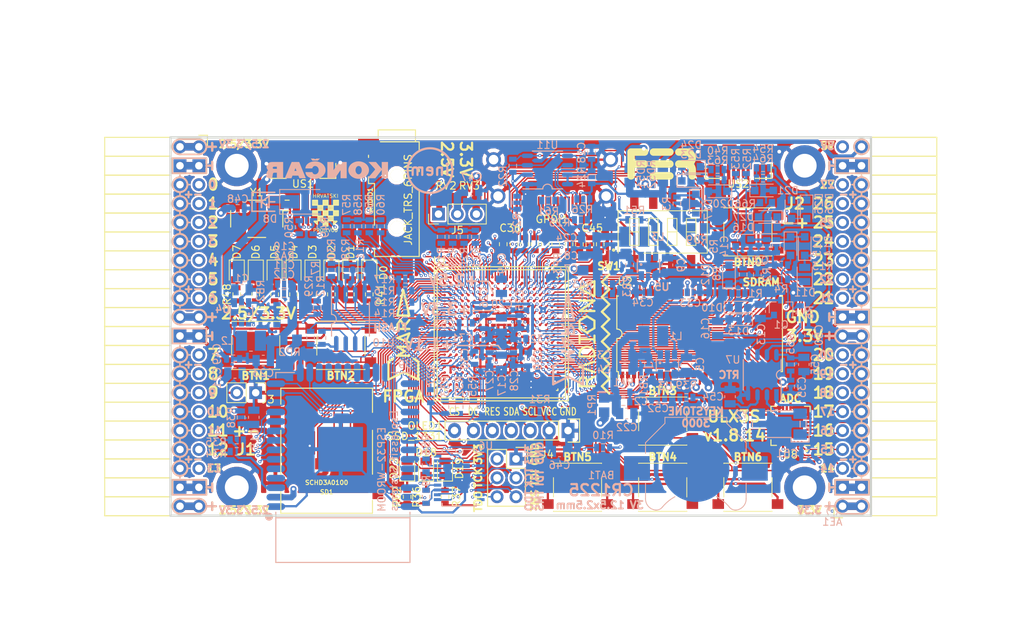
<source format=kicad_pcb>
(kicad_pcb (version 20171130) (host pcbnew 5.0.0-rc2+dfsg1-3)
  (layers (0 F.Cu signal) (1 In1.Cu signal) (2 In2.Cu signal) (31 B.Cu signal) (34 B.Paste user) (35 F.Paste user) (36 B.SilkS user) (37 F.SilkS user) (38 B.Mask user) (39 F.Mask user) (44 Edge.Cuts user))
  (net 0 "")
  (net 1 GND)
  (net 2 +5V)
  (net 3 /gpio/IN5V)
  (net 4 /gpio/OUT5V)
  (net 5 +3V3)
  (net 6 BTN_D)
  (net 7 BTN_F1)
  (net 8 BTN_F2)
  (net 9 BTN_L)
  (net 10 BTN_R)
  (net 11 BTN_U)
  (net 12 /power/FB1)
  (net 13 +2V5)
  (net 14 /power/PWREN)
  (net 15 /power/FB3)
  (net 16 /power/FB2)
  (net 17 /power/VBAT)
  (net 18 JTAG_TDI)
  (net 19 JTAG_TCK)
  (net 20 JTAG_TMS)
  (net 21 JTAG_TDO)
  (net 22 /power/WAKEUPn)
  (net 23 /power/WKUP)
  (net 24 /power/SHUT)
  (net 25 /power/WAKE)
  (net 26 /power/HOLD)
  (net 27 /power/WKn)
  (net 28 /power/OSCI_32k)
  (net 29 /power/OSCO_32k)
  (net 30 SHUTDOWN)
  (net 31 GPDI_SDA)
  (net 32 GPDI_SCL)
  (net 33 /gpdi/VREF2)
  (net 34 SD_CMD)
  (net 35 SD_CLK)
  (net 36 SD_D0)
  (net 37 SD_D1)
  (net 38 USB5V)
  (net 39 GPDI_CEC)
  (net 40 nRESET)
  (net 41 FTDI_nDTR)
  (net 42 SDRAM_CKE)
  (net 43 SDRAM_A7)
  (net 44 SDRAM_D15)
  (net 45 SDRAM_BA1)
  (net 46 SDRAM_D7)
  (net 47 SDRAM_A6)
  (net 48 SDRAM_CLK)
  (net 49 SDRAM_D13)
  (net 50 SDRAM_BA0)
  (net 51 SDRAM_D6)
  (net 52 SDRAM_A5)
  (net 53 SDRAM_D14)
  (net 54 SDRAM_A11)
  (net 55 SDRAM_D12)
  (net 56 SDRAM_D5)
  (net 57 SDRAM_A4)
  (net 58 SDRAM_A10)
  (net 59 SDRAM_D11)
  (net 60 SDRAM_A3)
  (net 61 SDRAM_D4)
  (net 62 SDRAM_D10)
  (net 63 SDRAM_D9)
  (net 64 SDRAM_A9)
  (net 65 SDRAM_D3)
  (net 66 SDRAM_D8)
  (net 67 SDRAM_A8)
  (net 68 SDRAM_A2)
  (net 69 SDRAM_A1)
  (net 70 SDRAM_A0)
  (net 71 SDRAM_D2)
  (net 72 SDRAM_D1)
  (net 73 SDRAM_D0)
  (net 74 SDRAM_DQM0)
  (net 75 SDRAM_nCS)
  (net 76 SDRAM_nRAS)
  (net 77 SDRAM_DQM1)
  (net 78 SDRAM_nCAS)
  (net 79 SDRAM_nWE)
  (net 80 /flash/FLASH_nWP)
  (net 81 /flash/FLASH_nHOLD)
  (net 82 /flash/FLASH_MOSI)
  (net 83 /flash/FLASH_MISO)
  (net 84 /flash/FLASH_SCK)
  (net 85 /flash/FLASH_nCS)
  (net 86 /flash/FPGA_PROGRAMN)
  (net 87 /flash/FPGA_DONE)
  (net 88 /flash/FPGA_INITN)
  (net 89 OLED_RES)
  (net 90 OLED_DC)
  (net 91 OLED_CS)
  (net 92 WIFI_EN)
  (net 93 FTDI_nRTS)
  (net 94 FTDI_TXD)
  (net 95 FTDI_RXD)
  (net 96 WIFI_RXD)
  (net 97 WIFI_GPIO0)
  (net 98 WIFI_TXD)
  (net 99 USB_FTDI_D+)
  (net 100 USB_FTDI_D-)
  (net 101 SD_D3)
  (net 102 AUDIO_L3)
  (net 103 AUDIO_L2)
  (net 104 AUDIO_L1)
  (net 105 AUDIO_L0)
  (net 106 AUDIO_R3)
  (net 107 AUDIO_R2)
  (net 108 AUDIO_R1)
  (net 109 AUDIO_R0)
  (net 110 OLED_CLK)
  (net 111 OLED_MOSI)
  (net 112 LED0)
  (net 113 LED1)
  (net 114 LED2)
  (net 115 LED3)
  (net 116 LED4)
  (net 117 LED5)
  (net 118 LED6)
  (net 119 LED7)
  (net 120 BTN_PWRn)
  (net 121 FTDI_nTXLED)
  (net 122 FTDI_nSLEEP)
  (net 123 /blinkey/LED_PWREN)
  (net 124 /blinkey/LED_TXLED)
  (net 125 /sdcard/SD3V3)
  (net 126 SD_D2)
  (net 127 CLK_25MHz)
  (net 128 /blinkey/BTNPUL)
  (net 129 /blinkey/BTNPUR)
  (net 130 USB_FPGA_D+)
  (net 131 /power/FTDI_nSUSPEND)
  (net 132 /blinkey/ALED0)
  (net 133 /blinkey/ALED1)
  (net 134 /blinkey/ALED2)
  (net 135 /blinkey/ALED3)
  (net 136 /blinkey/ALED4)
  (net 137 /blinkey/ALED5)
  (net 138 /blinkey/ALED6)
  (net 139 /blinkey/ALED7)
  (net 140 /usb/FTD-)
  (net 141 /usb/FTD+)
  (net 142 ADC_MISO)
  (net 143 ADC_MOSI)
  (net 144 ADC_CSn)
  (net 145 ADC_SCLK)
  (net 146 SW3)
  (net 147 SW2)
  (net 148 SW1)
  (net 149 USB_FPGA_D-)
  (net 150 /usb/FPD+)
  (net 151 /usb/FPD-)
  (net 152 WIFI_GPIO16)
  (net 153 /usb/ANT_433MHz)
  (net 154 /power/PWRBTn)
  (net 155 PROG_DONE)
  (net 156 /power/P3V3)
  (net 157 /power/P2V5)
  (net 158 /power/L1)
  (net 159 /power/L3)
  (net 160 /power/L2)
  (net 161 FTDI_TXDEN)
  (net 162 SDRAM_A12)
  (net 163 /analog/AUDIO_V)
  (net 164 AUDIO_V3)
  (net 165 AUDIO_V2)
  (net 166 AUDIO_V1)
  (net 167 AUDIO_V0)
  (net 168 /blinkey/LED_WIFI)
  (net 169 /power/P1V1)
  (net 170 +1V1)
  (net 171 SW4)
  (net 172 /blinkey/SWPU)
  (net 173 /wifi/WIFIEN)
  (net 174 FT2V5)
  (net 175 GN0)
  (net 176 GP0)
  (net 177 GN1)
  (net 178 GP1)
  (net 179 GN2)
  (net 180 GP2)
  (net 181 GN3)
  (net 182 GP3)
  (net 183 GN4)
  (net 184 GP4)
  (net 185 GN5)
  (net 186 GP5)
  (net 187 GN6)
  (net 188 GP6)
  (net 189 GN14)
  (net 190 GP14)
  (net 191 GN15)
  (net 192 GP15)
  (net 193 GN16)
  (net 194 GP16)
  (net 195 GN17)
  (net 196 GP17)
  (net 197 GN18)
  (net 198 GP18)
  (net 199 GN19)
  (net 200 GP19)
  (net 201 GN20)
  (net 202 GP20)
  (net 203 GN21)
  (net 204 GP21)
  (net 205 GN22)
  (net 206 GP22)
  (net 207 GN23)
  (net 208 GP23)
  (net 209 GN24)
  (net 210 GP24)
  (net 211 GN25)
  (net 212 GP25)
  (net 213 GN26)
  (net 214 GP26)
  (net 215 GN27)
  (net 216 GP27)
  (net 217 GN7)
  (net 218 GP7)
  (net 219 GN8)
  (net 220 GP8)
  (net 221 GN9)
  (net 222 GP9)
  (net 223 GN10)
  (net 224 GP10)
  (net 225 GN11)
  (net 226 GP11)
  (net 227 GN12)
  (net 228 GP12)
  (net 229 GN13)
  (net 230 GP13)
  (net 231 WIFI_GPIO5)
  (net 232 WIFI_GPIO17)
  (net 233 USB_FPGA_PULL_D+)
  (net 234 USB_FPGA_PULL_D-)
  (net 235 "Net-(D23-Pad2)")
  (net 236 "Net-(D24-Pad1)")
  (net 237 "Net-(D25-Pad2)")
  (net 238 "Net-(D26-Pad1)")
  (net 239 /gpdi/GPDI_ETH+)
  (net 240 FPDI_ETH+)
  (net 241 /gpdi/GPDI_ETH-)
  (net 242 FPDI_ETH-)
  (net 243 /gpdi/GPDI_D2-)
  (net 244 FPDI_D2-)
  (net 245 /gpdi/GPDI_D1-)
  (net 246 FPDI_D1-)
  (net 247 /gpdi/GPDI_D0-)
  (net 248 FPDI_D0-)
  (net 249 /gpdi/GPDI_CLK-)
  (net 250 FPDI_CLK-)
  (net 251 /gpdi/GPDI_D2+)
  (net 252 FPDI_D2+)
  (net 253 /gpdi/GPDI_D1+)
  (net 254 FPDI_D1+)
  (net 255 /gpdi/GPDI_D0+)
  (net 256 FPDI_D0+)
  (net 257 /gpdi/GPDI_CLK+)
  (net 258 FPDI_CLK+)
  (net 259 FPDI_SDA)
  (net 260 FPDI_SCL)
  (net 261 /gpdi/FPDI_CEC)
  (net 262 2V5_3V3)
  (net 263 "Net-(AUDIO1-Pad5)")
  (net 264 "Net-(AUDIO1-Pad6)")
  (net 265 "Net-(U1-PadA15)")
  (net 266 "Net-(U1-PadC9)")
  (net 267 "Net-(U1-PadD9)")
  (net 268 "Net-(U1-PadD10)")
  (net 269 "Net-(U1-PadD11)")
  (net 270 "Net-(U1-PadD12)")
  (net 271 "Net-(U1-PadE6)")
  (net 272 "Net-(U1-PadE9)")
  (net 273 "Net-(U1-PadE10)")
  (net 274 "Net-(U1-PadE11)")
  (net 275 "Net-(U1-PadJ4)")
  (net 276 "Net-(U1-PadJ5)")
  (net 277 "Net-(U1-PadK5)")
  (net 278 "Net-(U1-PadL5)")
  (net 279 "Net-(U1-PadM4)")
  (net 280 "Net-(U1-PadM5)")
  (net 281 SD_CD)
  (net 282 SD_WP)
  (net 283 "Net-(U1-PadR3)")
  (net 284 "Net-(U1-PadT16)")
  (net 285 "Net-(U1-PadW4)")
  (net 286 "Net-(U1-PadW5)")
  (net 287 "Net-(U1-PadW8)")
  (net 288 "Net-(U1-PadW9)")
  (net 289 "Net-(U1-PadW13)")
  (net 290 "Net-(U1-PadW14)")
  (net 291 "Net-(U1-PadW17)")
  (net 292 "Net-(U1-PadW18)")
  (net 293 FTDI_nRXLED)
  (net 294 "Net-(U8-Pad12)")
  (net 295 "Net-(U8-Pad25)")
  (net 296 "Net-(U9-Pad32)")
  (net 297 "Net-(U9-Pad22)")
  (net 298 "Net-(U9-Pad21)")
  (net 299 "Net-(U9-Pad20)")
  (net 300 "Net-(U9-Pad19)")
  (net 301 "Net-(U9-Pad18)")
  (net 302 "Net-(U9-Pad17)")
  (net 303 "Net-(U9-Pad12)")
  (net 304 "Net-(U9-Pad5)")
  (net 305 "Net-(U9-Pad4)")
  (net 306 "Net-(US1-Pad4)")
  (net 307 "Net-(Y2-Pad3)")
  (net 308 "Net-(Y2-Pad2)")
  (net 309 "Net-(U1-PadK16)")
  (net 310 "Net-(U1-PadK17)")
  (net 311 /usb/US2VBUS)
  (net 312 /power/SHD)
  (net 313 /power/RTCVDD)
  (net 314 "Net-(D27-Pad2)")
  (net 315 US2_ID)
  (net 316 /analog/AUDIO_L)
  (net 317 /analog/AUDIO_R)
  (module TSOP54:TSOP54 (layer F.Cu) (at 165.093 87.8 90)
    (fp_text reference U2 (at 6.98 -9.993 180) (layer F.SilkS))
    (fp_text value MT48LC16M16A2TG)
    (pad 28 smd rect (at 5.53 10.4 90) (size 0.9 0.56) (layers F.Cu F.Paste F.Mask) (net 1 GND))
    (pad 1 smd rect (at -5.53 -10.4 90) (size 0.9 0.56) (layers F.Cu F.Paste F.Mask) (net 5 +3V3))
    (pad 2 smd rect (at -5.53 -9.6 90) (size 0.9 0.56) (layers F.Cu F.Paste F.Mask) (net 73 SDRAM_D0))
    (pad 3 smd rect (at -5.53 -8.8 90) (size 0.9 0.56) (layers F.Cu F.Paste F.Mask) (net 5 +3V3))
    (pad 4 smd rect (at -5.53 -8 90) (size 0.9 0.56) (layers F.Cu F.Paste F.Mask) (net 72 SDRAM_D1))
    (pad 5 smd rect (at -5.53 -7.2 90) (size 0.9 0.56) (layers F.Cu F.Paste F.Mask) (net 71 SDRAM_D2))
    (pad 6 smd rect (at -5.53 -6.4 90) (size 0.9 0.56) (layers F.Cu F.Paste F.Mask) (net 1 GND))
    (pad 7 smd rect (at -5.53 -5.6 90) (size 0.9 0.56) (layers F.Cu F.Paste F.Mask) (net 65 SDRAM_D3))
    (pad 8 smd rect (at -5.53 -4.8 90) (size 0.9 0.56) (layers F.Cu F.Paste F.Mask) (net 61 SDRAM_D4))
    (pad 9 smd rect (at -5.53 -4 90) (size 0.9 0.56) (layers F.Cu F.Paste F.Mask) (net 5 +3V3))
    (pad 10 smd rect (at -5.53 -3.2 90) (size 0.9 0.56) (layers F.Cu F.Paste F.Mask) (net 56 SDRAM_D5))
    (pad 11 smd rect (at -5.53 -2.4 90) (size 0.9 0.56) (layers F.Cu F.Paste F.Mask) (net 51 SDRAM_D6))
    (pad 12 smd rect (at -5.53 -1.6 90) (size 0.9 0.56) (layers F.Cu F.Paste F.Mask) (net 1 GND))
    (pad 13 smd rect (at -5.53 -0.8 90) (size 0.9 0.56) (layers F.Cu F.Paste F.Mask) (net 46 SDRAM_D7))
    (pad 14 smd rect (at -5.53 0 90) (size 0.9 0.56) (layers F.Cu F.Paste F.Mask) (net 5 +3V3))
    (pad 15 smd rect (at -5.53 0.8 90) (size 0.9 0.56) (layers F.Cu F.Paste F.Mask) (net 74 SDRAM_DQM0))
    (pad 16 smd rect (at -5.53 1.6 90) (size 0.9 0.56) (layers F.Cu F.Paste F.Mask) (net 79 SDRAM_nWE))
    (pad 17 smd rect (at -5.53 2.4 90) (size 0.9 0.56) (layers F.Cu F.Paste F.Mask) (net 78 SDRAM_nCAS))
    (pad 18 smd rect (at -5.53 3.2 90) (size 0.9 0.56) (layers F.Cu F.Paste F.Mask) (net 76 SDRAM_nRAS))
    (pad 19 smd rect (at -5.53 4 90) (size 0.9 0.56) (layers F.Cu F.Paste F.Mask) (net 75 SDRAM_nCS))
    (pad 20 smd rect (at -5.53 4.8 90) (size 0.9 0.56) (layers F.Cu F.Paste F.Mask) (net 50 SDRAM_BA0))
    (pad 21 smd rect (at -5.53 5.6 90) (size 0.9 0.56) (layers F.Cu F.Paste F.Mask) (net 45 SDRAM_BA1))
    (pad 22 smd rect (at -5.53 6.4 90) (size 0.9 0.56) (layers F.Cu F.Paste F.Mask) (net 58 SDRAM_A10))
    (pad 23 smd rect (at -5.53 7.2 90) (size 0.9 0.56) (layers F.Cu F.Paste F.Mask) (net 70 SDRAM_A0))
    (pad 24 smd rect (at -5.53 8 90) (size 0.9 0.56) (layers F.Cu F.Paste F.Mask) (net 69 SDRAM_A1))
    (pad 25 smd rect (at -5.53 8.8 90) (size 0.9 0.56) (layers F.Cu F.Paste F.Mask) (net 68 SDRAM_A2))
    (pad 26 smd rect (at -5.53 9.6 90) (size 0.9 0.56) (layers F.Cu F.Paste F.Mask) (net 60 SDRAM_A3))
    (pad 27 smd rect (at -5.53 10.4 90) (size 0.9 0.56) (layers F.Cu F.Paste F.Mask) (net 5 +3V3))
    (pad 29 smd rect (at 5.53 9.6 90) (size 0.9 0.56) (layers F.Cu F.Paste F.Mask) (net 57 SDRAM_A4))
    (pad 30 smd rect (at 5.53 8.8 90) (size 0.9 0.56) (layers F.Cu F.Paste F.Mask) (net 52 SDRAM_A5))
    (pad 31 smd rect (at 5.53 8 90) (size 0.9 0.56) (layers F.Cu F.Paste F.Mask) (net 47 SDRAM_A6))
    (pad 32 smd rect (at 5.53 7.2 90) (size 0.9 0.56) (layers F.Cu F.Paste F.Mask) (net 43 SDRAM_A7))
    (pad 33 smd rect (at 5.53 6.4 90) (size 0.9 0.56) (layers F.Cu F.Paste F.Mask) (net 67 SDRAM_A8))
    (pad 34 smd rect (at 5.53 5.6 90) (size 0.9 0.56) (layers F.Cu F.Paste F.Mask) (net 64 SDRAM_A9))
    (pad 35 smd rect (at 5.53 4.8 90) (size 0.9 0.56) (layers F.Cu F.Paste F.Mask) (net 54 SDRAM_A11))
    (pad 36 smd rect (at 5.53 4 90) (size 0.9 0.56) (layers F.Cu F.Paste F.Mask) (net 162 SDRAM_A12))
    (pad 37 smd rect (at 5.53 3.2 90) (size 0.9 0.56) (layers F.Cu F.Paste F.Mask) (net 42 SDRAM_CKE))
    (pad 38 smd rect (at 5.53 2.4 90) (size 0.9 0.56) (layers F.Cu F.Paste F.Mask) (net 48 SDRAM_CLK))
    (pad 39 smd rect (at 5.53 1.6 90) (size 0.9 0.56) (layers F.Cu F.Paste F.Mask) (net 77 SDRAM_DQM1))
    (pad 40 smd rect (at 5.53 0.8 90) (size 0.9 0.56) (layers F.Cu F.Paste F.Mask))
    (pad 41 smd rect (at 5.53 0 90) (size 0.9 0.56) (layers F.Cu F.Paste F.Mask) (net 1 GND))
    (pad 42 smd rect (at 5.53 -0.8 90) (size 0.9 0.56) (layers F.Cu F.Paste F.Mask) (net 66 SDRAM_D8))
    (pad 43 smd rect (at 5.53 -1.6 90) (size 0.9 0.56) (layers F.Cu F.Paste F.Mask) (net 5 +3V3))
    (pad 44 smd rect (at 5.53 -2.4 90) (size 0.9 0.56) (layers F.Cu F.Paste F.Mask) (net 63 SDRAM_D9))
    (pad 45 smd rect (at 5.53 -3.2 90) (size 0.9 0.56) (layers F.Cu F.Paste F.Mask) (net 62 SDRAM_D10))
    (pad 46 smd rect (at 5.53 -4 90) (size 0.9 0.56) (layers F.Cu F.Paste F.Mask) (net 1 GND))
    (pad 47 smd rect (at 5.53 -4.8 90) (size 0.9 0.56) (layers F.Cu F.Paste F.Mask) (net 59 SDRAM_D11))
    (pad 48 smd rect (at 5.53 -5.6 90) (size 0.9 0.56) (layers F.Cu F.Paste F.Mask) (net 55 SDRAM_D12))
    (pad 49 smd rect (at 5.53 -6.4 90) (size 0.9 0.56) (layers F.Cu F.Paste F.Mask) (net 5 +3V3))
    (pad 50 smd rect (at 5.53 -7.2 90) (size 0.9 0.56) (layers F.Cu F.Paste F.Mask) (net 49 SDRAM_D13))
    (pad 51 smd rect (at 5.53 -8 90) (size 0.9 0.56) (layers F.Cu F.Paste F.Mask) (net 53 SDRAM_D14))
    (pad 52 smd rect (at 5.53 -8.8 90) (size 0.9 0.56) (layers F.Cu F.Paste F.Mask) (net 1 GND))
    (pad 53 smd rect (at 5.53 -9.6 90) (size 0.9 0.56) (layers F.Cu F.Paste F.Mask) (net 44 SDRAM_D15))
    (pad 54 smd rect (at 5.53 -10.4 90) (size 0.9 0.56) (layers F.Cu F.Paste F.Mask) (net 1 GND))
  )
  (module SOA008-150mil:SOA008-150-208mil (layer B.Cu) (at 118.245 85.822 270)
    (fp_text reference U10 (at 3.175 -4.445) (layer B.SilkS) (effects (justify mirror)))
    (fp_text value IS25LP128F-JBLE)
    (pad 1 smd rect (at -3.302 1.905 270) (size 2.1 0.6) (layers B.Cu B.Paste B.Mask) (net 85 /flash/FLASH_nCS))
    (pad 2 smd oval (at -3.302 0.635 270) (size 2.1 0.6) (layers B.Cu B.Paste B.Mask) (net 83 /flash/FLASH_MISO))
    (pad 3 smd oval (at -3.302 -0.635 270) (size 2.1 0.6) (layers B.Cu B.Paste B.Mask) (net 80 /flash/FLASH_nWP))
    (pad 4 smd oval (at -3.302 -1.905 270) (size 2.1 0.6) (layers B.Cu B.Paste B.Mask) (net 1 GND))
    (pad 5 smd oval (at 3.302 -1.905 270) (size 2.1 0.6) (layers B.Cu B.Paste B.Mask) (net 82 /flash/FLASH_MOSI))
    (pad 6 smd oval (at 3.302 -0.635 270) (size 2.1 0.6) (layers B.Cu B.Paste B.Mask) (net 84 /flash/FLASH_SCK))
    (pad 7 smd oval (at 3.302 0.635 270) (size 2.1 0.6) (layers B.Cu B.Paste B.Mask) (net 81 /flash/FLASH_nHOLD))
    (pad 8 smd oval (at 3.302 1.905 270) (size 2.1 0.6) (layers B.Cu B.Paste B.Mask) (net 5 +3V3))
  )
  (module SOT96-1:SOT96-1 (layer B.Cu) (at 173.49 93.315 90)
    (fp_text reference U7 (at 2.032 -3.937 180) (layer B.SilkS) (effects (justify mirror)))
    (fp_text value PCF8523)
    (pad 1 smd rect (at -2.7 1.905 90) (size 1.55 0.6) (layers B.Cu B.Paste B.Mask) (net 28 /power/OSCI_32k))
    (pad 2 smd oval (at -2.7 0.635 90) (size 1.55 0.6) (layers B.Cu B.Paste B.Mask) (net 29 /power/OSCO_32k))
    (pad 3 smd oval (at -2.7 -0.635 90) (size 1.55 0.6) (layers B.Cu B.Paste B.Mask) (net 17 /power/VBAT))
    (pad 4 smd oval (at -2.7 -1.905 90) (size 1.55 0.6) (layers B.Cu B.Paste B.Mask) (net 1 GND))
    (pad 5 smd oval (at 2.7 -1.905 90) (size 1.55 0.6) (layers B.Cu B.Paste B.Mask) (net 259 FPDI_SDA))
    (pad 6 smd oval (at 2.7 -0.635 90) (size 1.55 0.6) (layers B.Cu B.Paste B.Mask) (net 260 FPDI_SCL))
    (pad 7 smd oval (at 2.7 0.635 90) (size 1.55 0.6) (layers B.Cu B.Paste B.Mask) (net 22 /power/WAKEUPn))
    (pad 8 smd oval (at 2.7 1.905 90) (size 1.55 0.6) (layers B.Cu B.Paste B.Mask) (net 313 /power/RTCVDD))
  )
  (module SM8:SM8 (layer B.Cu) (at 144.68 65.8015 90)
    (fp_text reference U11 (at 3.3475 -0.019 -180) (layer B.SilkS) (effects (justify mirror)))
    (fp_text value PCA9306D)
    (pad 1 smd rect (at -1.905 -2.7) (size 1.55 0.6) (layers B.Cu B.Paste B.Mask) (net 1 GND))
    (pad 2 smd oval (at -0.635 -2.7) (size 1.55 0.6) (layers B.Cu B.Paste B.Mask) (net 5 +3V3))
    (pad 3 smd oval (at 0.635 -2.7) (size 1.55 0.6) (layers B.Cu B.Paste B.Mask) (net 260 FPDI_SCL))
    (pad 4 smd oval (at 1.905 -2.7) (size 1.55 0.6) (layers B.Cu B.Paste B.Mask) (net 259 FPDI_SDA))
    (pad 5 smd oval (at 1.905 2.7) (size 1.55 0.6) (layers B.Cu B.Paste B.Mask) (net 31 GPDI_SDA))
    (pad 6 smd oval (at 0.635 2.7) (size 1.55 0.6) (layers B.Cu B.Paste B.Mask) (net 32 GPDI_SCL))
    (pad 7 smd oval (at -0.635 2.7) (size 1.55 0.6) (layers B.Cu B.Paste B.Mask) (net 33 /gpdi/VREF2))
    (pad 8 smd oval (at -1.905 2.7) (size 1.55 0.6) (layers B.Cu B.Paste B.Mask) (net 33 /gpdi/VREF2))
  )
  (module ft231x:FT231X-SSOP-20_4.4x6.5mm_Pitch0.65mm (layer B.Cu) (at 132.835 107.14 180)
    (fp_text reference U6 (at -3.556 4.318 180) (layer B.SilkS) (effects (justify mirror)))
    (fp_text value FT231XS)
    (pad 20 smd rect (at 2.9 2.925 180) (size 1 0.4) (layers B.Cu B.Paste B.Mask) (net 94 FTDI_TXD))
    (pad 19 smd rect (at 2.9 2.275 180) (size 1 0.4) (layers B.Cu B.Paste B.Mask) (net 122 FTDI_nSLEEP))
    (pad 18 smd rect (at 2.9 1.625 180) (size 1 0.4) (layers B.Cu B.Paste B.Mask) (net 161 FTDI_TXDEN))
    (pad 17 smd rect (at 2.9 0.975 180) (size 1 0.4) (layers B.Cu B.Paste B.Mask) (net 293 FTDI_nRXLED))
    (pad 16 smd rect (at 2.9 0.325 180) (size 1 0.4) (layers B.Cu B.Paste B.Mask) (net 1 GND))
    (pad 15 smd rect (at 2.9 -0.325 180) (size 1 0.4) (layers B.Cu B.Paste B.Mask) (net 38 USB5V))
    (pad 14 smd rect (at 2.9 -0.975 180) (size 1 0.4) (layers B.Cu B.Paste B.Mask) (net 40 nRESET))
    (pad 13 smd rect (at 2.9 -1.625 180) (size 1 0.4) (layers B.Cu B.Paste B.Mask) (net 174 FT2V5))
    (pad 12 smd rect (at 2.9 -2.275 180) (size 1 0.4) (layers B.Cu B.Paste B.Mask) (net 100 USB_FTDI_D-))
    (pad 11 smd rect (at 2.9 -2.925 180) (size 1 0.4) (layers B.Cu B.Paste B.Mask) (net 99 USB_FTDI_D+))
    (pad 10 smd rect (at -2.9 -2.925 180) (size 1 0.4) (layers B.Cu B.Paste B.Mask) (net 121 FTDI_nTXLED))
    (pad 9 smd rect (at -2.9 -2.275 180) (size 1 0.4) (layers B.Cu B.Paste B.Mask) (net 21 JTAG_TDO))
    (pad 8 smd rect (at -2.9 -1.625 180) (size 1 0.4) (layers B.Cu B.Paste B.Mask) (net 20 JTAG_TMS))
    (pad 7 smd rect (at -2.9 -0.975 180) (size 1 0.4) (layers B.Cu B.Paste B.Mask) (net 19 JTAG_TCK))
    (pad 6 smd rect (at -2.9 -0.325 180) (size 1 0.4) (layers B.Cu B.Paste B.Mask) (net 1 GND))
    (pad 5 smd rect (at -2.9 0.325 180) (size 1 0.4) (layers B.Cu B.Paste B.Mask) (net 18 JTAG_TDI))
    (pad 4 smd rect (at -2.9 0.975 180) (size 1 0.4) (layers B.Cu B.Paste B.Mask) (net 95 FTDI_RXD))
    (pad 3 smd rect (at -2.9 1.625 180) (size 1 0.4) (layers B.Cu B.Paste B.Mask) (net 174 FT2V5))
    (pad 2 smd rect (at -2.9 2.275 180) (size 1 0.4) (layers B.Cu B.Paste B.Mask) (net 93 FTDI_nRTS))
    (pad 1 smd rect (at -2.9 2.925 180) (size 1 0.4) (layers B.Cu B.Paste B.Mask) (net 41 FTDI_nDTR))
  )
  (module TSOT-25:TSOT-25 (layer B.Cu) (at 158.235 78.692)
    (fp_text reference U5 (at 1.793 2.812) (layer B.SilkS) (effects (font (thickness 0.2)) (justify mirror)))
    (fp_text value TLV62569DBV)
    (pad 1 smd rect (at -0.95 -1.3) (size 0.7 1.2) (layers B.Cu B.Paste B.Mask) (net 14 /power/PWREN))
    (pad 2 smd rect (at 0 -1.3) (size 0.7 1.2) (layers B.Cu B.Paste B.Mask) (net 1 GND))
    (pad 3 smd rect (at 0.95 -1.3) (size 0.7 1.2) (layers B.Cu B.Paste B.Mask) (net 159 /power/L3))
    (pad 4 smd rect (at 0.95 1.3) (size 0.7 1.2) (layers B.Cu B.Paste B.Mask) (net 2 +5V))
    (pad 5 smd rect (at -0.95 1.3) (size 0.7 1.2) (layers B.Cu B.Paste B.Mask) (net 15 /power/FB3))
  )
  (module TSOT-25:TSOT-25 (layer B.Cu) (at 160.775 91.9)
    (fp_text reference U3 (at -0.295 2.9) (layer B.SilkS) (effects (font (thickness 0.2)) (justify mirror)))
    (fp_text value TLV62569DBV)
    (pad 1 smd rect (at -0.95 -1.3) (size 0.7 1.2) (layers B.Cu B.Paste B.Mask) (net 14 /power/PWREN))
    (pad 2 smd rect (at 0 -1.3) (size 0.7 1.2) (layers B.Cu B.Paste B.Mask) (net 1 GND))
    (pad 3 smd rect (at 0.95 -1.3) (size 0.7 1.2) (layers B.Cu B.Paste B.Mask) (net 158 /power/L1))
    (pad 4 smd rect (at 0.95 1.3) (size 0.7 1.2) (layers B.Cu B.Paste B.Mask) (net 2 +5V))
    (pad 5 smd rect (at -0.95 1.3) (size 0.7 1.2) (layers B.Cu B.Paste B.Mask) (net 12 /power/FB1))
  )
  (module TSOT-25:TSOT-25 (layer B.Cu) (at 103.625 84.915 180)
    (fp_text reference U4 (at 2.525 0.4265 180) (layer B.SilkS) (effects (font (thickness 0.2)) (justify mirror)))
    (fp_text value TLV62569DBV)
    (pad 1 smd rect (at -0.95 -1.3 180) (size 0.7 1.2) (layers B.Cu B.Paste B.Mask) (net 14 /power/PWREN))
    (pad 2 smd rect (at 0 -1.3 180) (size 0.7 1.2) (layers B.Cu B.Paste B.Mask) (net 1 GND))
    (pad 3 smd rect (at 0.95 -1.3 180) (size 0.7 1.2) (layers B.Cu B.Paste B.Mask) (net 160 /power/L2))
    (pad 4 smd rect (at 0.95 1.3 180) (size 0.7 1.2) (layers B.Cu B.Paste B.Mask) (net 2 +5V))
    (pad 5 smd rect (at -0.95 1.3 180) (size 0.7 1.2) (layers B.Cu B.Paste B.Mask) (net 16 /power/FB2))
  )
  (module ESP32:ESP32-WROOM (layer B.Cu) (at 117.23 105.75 180)
    (fp_text reference U9 (at -8.366 13.85 180) (layer B.SilkS) (effects (justify mirror)))
    (fp_text value ESP-WROOM32)
    (fp_text user "Espressif Systems" (at -6.858 0.889 90) (layer B.SilkS) (effects (justify mirror)))
    (fp_text user ESP32-WROOM (at -5.207 -0.254 90) (layer B.SilkS) (effects (justify mirror)))
    (pad 38 smd oval (at -9 -5.25 180) (size 2.5 0.9) (layers B.Cu B.Paste B.Mask) (net 1 GND))
    (pad 37 smd oval (at -9 -3.98 180) (size 2.5 0.9) (layers B.Cu B.Paste B.Mask) (net 18 JTAG_TDI))
    (pad 36 smd oval (at -9 -2.71 180) (size 2.5 0.9) (layers B.Cu B.Paste B.Mask) (net 155 PROG_DONE))
    (pad 35 smd oval (at -9 -1.44 180) (size 2.5 0.9) (layers B.Cu B.Paste B.Mask) (net 98 WIFI_TXD))
    (pad 34 smd oval (at -9 -0.17 180) (size 2.5 0.9) (layers B.Cu B.Paste B.Mask) (net 96 WIFI_RXD))
    (pad 33 smd oval (at -9 1.1 180) (size 2.5 0.9) (layers B.Cu B.Paste B.Mask) (net 20 JTAG_TMS))
    (pad 32 smd oval (at -9 2.37 180) (size 2.5 0.9) (layers B.Cu B.Paste B.Mask) (net 296 "Net-(U9-Pad32)"))
    (pad 31 smd oval (at -9 3.64 180) (size 2.5 0.9) (layers B.Cu B.Paste B.Mask) (net 21 JTAG_TDO))
    (pad 30 smd oval (at -9 4.91 180) (size 2.5 0.9) (layers B.Cu B.Paste B.Mask) (net 19 JTAG_TCK))
    (pad 29 smd oval (at -9 6.18 180) (size 2.5 0.9) (layers B.Cu B.Paste B.Mask) (net 231 WIFI_GPIO5))
    (pad 28 smd oval (at -9 7.45 180) (size 2.5 0.9) (layers B.Cu B.Paste B.Mask) (net 232 WIFI_GPIO17))
    (pad 27 smd oval (at -9 8.72 180) (size 2.5 0.9) (layers B.Cu B.Paste B.Mask) (net 152 WIFI_GPIO16))
    (pad 26 smd oval (at -9 9.99 180) (size 2.5 0.9) (layers B.Cu B.Paste B.Mask) (net 37 SD_D1))
    (pad 25 smd oval (at -9 11.26 180) (size 2.5 0.9) (layers B.Cu B.Paste B.Mask) (net 97 WIFI_GPIO0))
    (pad 24 smd oval (at -5.715 12.75 180) (size 0.9 2.5) (layers B.Cu B.Paste B.Mask) (net 36 SD_D0))
    (pad 23 smd oval (at -4.445 12.75 180) (size 0.9 2.5) (layers B.Cu B.Paste B.Mask) (net 34 SD_CMD))
    (pad 22 smd oval (at -3.175 12.75 180) (size 0.9 2.5) (layers B.Cu B.Paste B.Mask) (net 297 "Net-(U9-Pad22)"))
    (pad 21 smd oval (at -1.905 12.75 180) (size 0.9 2.5) (layers B.Cu B.Paste B.Mask) (net 298 "Net-(U9-Pad21)"))
    (pad 20 smd oval (at -0.635 12.75 180) (size 0.9 2.5) (layers B.Cu B.Paste B.Mask) (net 299 "Net-(U9-Pad20)"))
    (pad 19 smd oval (at 0.635 12.75 180) (size 0.9 2.5) (layers B.Cu B.Paste B.Mask) (net 300 "Net-(U9-Pad19)"))
    (pad 18 smd oval (at 1.905 12.75 180) (size 0.9 2.5) (layers B.Cu B.Paste B.Mask) (net 301 "Net-(U9-Pad18)"))
    (pad 17 smd oval (at 3.175 12.75 180) (size 0.9 2.5) (layers B.Cu B.Paste B.Mask) (net 302 "Net-(U9-Pad17)"))
    (pad 16 smd oval (at 4.445 12.75 180) (size 0.9 2.5) (layers B.Cu B.Paste B.Mask) (net 101 SD_D3))
    (pad 15 smd oval (at 5.715 12.75 180) (size 0.9 2.5) (layers B.Cu B.Paste B.Mask) (net 1 GND))
    (pad 14 smd oval (at 9 11.26 180) (size 2.5 0.9) (layers B.Cu B.Paste B.Mask) (net 126 SD_D2))
    (pad 13 smd oval (at 9 9.99 180) (size 2.5 0.9) (layers B.Cu B.Paste B.Mask) (net 35 SD_CLK))
    (pad 12 smd oval (at 9 8.72 180) (size 2.5 0.9) (layers B.Cu B.Paste B.Mask) (net 303 "Net-(U9-Pad12)"))
    (pad 11 smd oval (at 9 7.45 180) (size 2.5 0.9) (layers B.Cu B.Paste B.Mask) (net 225 GN11))
    (pad 10 smd oval (at 9 6.18 180) (size 2.5 0.9) (layers B.Cu B.Paste B.Mask) (net 226 GP11))
    (pad 9 smd oval (at 9 4.91 180) (size 2.5 0.9) (layers B.Cu B.Paste B.Mask) (net 227 GN12))
    (pad 8 smd oval (at 9 3.64 180) (size 2.5 0.9) (layers B.Cu B.Paste B.Mask) (net 228 GP12))
    (pad 7 smd oval (at 9 2.37 180) (size 2.5 0.9) (layers B.Cu B.Paste B.Mask) (net 229 GN13))
    (pad 6 smd oval (at 9 1.1 180) (size 2.5 0.9) (layers B.Cu B.Paste B.Mask) (net 230 GP13))
    (pad 5 smd oval (at 9 -0.17 180) (size 2.5 0.9) (layers B.Cu B.Paste B.Mask) (net 304 "Net-(U9-Pad5)"))
    (pad 4 smd oval (at 9 -1.44 180) (size 2.5 0.9) (layers B.Cu B.Paste B.Mask) (net 305 "Net-(U9-Pad4)"))
    (pad 3 smd oval (at 9 -2.71 180) (size 2.5 0.9) (layers B.Cu B.Paste B.Mask) (net 173 /wifi/WIFIEN))
    (pad 2 smd oval (at 9 -3.98 180) (size 2.5 0.9) (layers B.Cu B.Paste B.Mask) (net 5 +3V3))
    (pad 1 smd oval (at 9 -5.25 180) (size 2.5 0.9) (layers B.Cu B.Paste B.Mask) (net 1 GND))
    (pad 39 smd rect (at 0.3 2.45 180) (size 6 6) (layers B.Cu B.Paste B.Mask) (net 1 GND))
  )
  (module inem:inem (layer B.Cu) (at 128.913 65.883)
    (fp_text reference REF** hide)
    (fp_text value inem hide)
    (fp_text user inem (at 0 -0.1) (layer B.SilkS) (effects (font (size 1.5 1.5) (thickness 0.3)) (justify mirror)))
  )
  (module fer:fer4mm6 (layer F.Cu) (at 159.901 64.994)
    (fp_text reference fer hide)
    (fp_text value fer hide)
  )
  (module Socket_Strips:Socket_Strip_Angled_2x20 (layer F.Cu) (at 97.91 62.69 270)
    (fp_text reference J1 (at 40.64 -6.35) (layer F.SilkS) (effects (font (size 1.5 1.5) (thickness 0.3))))
    (fp_text value CONN_02X20 hide)
    (pad 1 thru_hole oval (at 0 0 270) (size 1.7272 1.7272) (drill 1.016) (layers *.Cu *.Mask) (net 262 2V5_3V3))
    (pad 2 thru_hole oval (at 0 2.54 270) (size 1.7272 1.7272) (drill 1.016) (layers *.Cu *.Mask) (net 262 2V5_3V3))
    (pad 3 thru_hole rect (at 2.54 0 270) (size 1.7272 1.7272) (drill 1.016) (layers *.Cu *.Mask) (net 1 GND))
    (pad 4 thru_hole rect (at 2.54 2.54 270) (size 1.7272 1.7272) (drill 1.016) (layers *.Cu *.Mask) (net 1 GND))
    (pad 5 thru_hole oval (at 5.08 0 270) (size 1.7272 1.7272) (drill 1.016) (layers *.Cu *.Mask) (net 175 GN0))
    (pad 6 thru_hole oval (at 5.08 2.54 270) (size 1.7272 1.7272) (drill 1.016) (layers *.Cu *.Mask) (net 176 GP0))
    (pad 7 thru_hole oval (at 7.62 0 270) (size 1.7272 1.7272) (drill 1.016) (layers *.Cu *.Mask) (net 177 GN1))
    (pad 8 thru_hole oval (at 7.62 2.54 270) (size 1.7272 1.7272) (drill 1.016) (layers *.Cu *.Mask) (net 178 GP1))
    (pad 9 thru_hole oval (at 10.16 0 270) (size 1.7272 1.7272) (drill 1.016) (layers *.Cu *.Mask) (net 179 GN2))
    (pad 10 thru_hole oval (at 10.16 2.54 270) (size 1.7272 1.7272) (drill 1.016) (layers *.Cu *.Mask) (net 180 GP2))
    (pad 11 thru_hole oval (at 12.7 0 270) (size 1.7272 1.7272) (drill 1.016) (layers *.Cu *.Mask) (net 181 GN3))
    (pad 12 thru_hole oval (at 12.7 2.54 270) (size 1.7272 1.7272) (drill 1.016) (layers *.Cu *.Mask) (net 182 GP3))
    (pad 13 thru_hole oval (at 15.24 0 270) (size 1.7272 1.7272) (drill 1.016) (layers *.Cu *.Mask) (net 183 GN4))
    (pad 14 thru_hole oval (at 15.24 2.54 270) (size 1.7272 1.7272) (drill 1.016) (layers *.Cu *.Mask) (net 184 GP4))
    (pad 15 thru_hole oval (at 17.78 0 270) (size 1.7272 1.7272) (drill 1.016) (layers *.Cu *.Mask) (net 185 GN5))
    (pad 16 thru_hole oval (at 17.78 2.54 270) (size 1.7272 1.7272) (drill 1.016) (layers *.Cu *.Mask) (net 186 GP5))
    (pad 17 thru_hole oval (at 20.32 0 270) (size 1.7272 1.7272) (drill 1.016) (layers *.Cu *.Mask) (net 187 GN6))
    (pad 18 thru_hole oval (at 20.32 2.54 270) (size 1.7272 1.7272) (drill 1.016) (layers *.Cu *.Mask) (net 188 GP6))
    (pad 19 thru_hole oval (at 22.86 0 270) (size 1.7272 1.7272) (drill 1.016) (layers *.Cu *.Mask) (net 262 2V5_3V3))
    (pad 20 thru_hole oval (at 22.86 2.54 270) (size 1.7272 1.7272) (drill 1.016) (layers *.Cu *.Mask) (net 262 2V5_3V3))
    (pad 21 thru_hole rect (at 25.4 0 270) (size 1.7272 1.7272) (drill 1.016) (layers *.Cu *.Mask) (net 1 GND))
    (pad 22 thru_hole rect (at 25.4 2.54 270) (size 1.7272 1.7272) (drill 1.016) (layers *.Cu *.Mask) (net 1 GND))
    (pad 23 thru_hole oval (at 27.94 0 270) (size 1.7272 1.7272) (drill 1.016) (layers *.Cu *.Mask) (net 217 GN7))
    (pad 24 thru_hole oval (at 27.94 2.54 270) (size 1.7272 1.7272) (drill 1.016) (layers *.Cu *.Mask) (net 218 GP7))
    (pad 25 thru_hole oval (at 30.48 0 270) (size 1.7272 1.7272) (drill 1.016) (layers *.Cu *.Mask) (net 219 GN8))
    (pad 26 thru_hole oval (at 30.48 2.54 270) (size 1.7272 1.7272) (drill 1.016) (layers *.Cu *.Mask) (net 220 GP8))
    (pad 27 thru_hole oval (at 33.02 0 270) (size 1.7272 1.7272) (drill 1.016) (layers *.Cu *.Mask) (net 221 GN9))
    (pad 28 thru_hole oval (at 33.02 2.54 270) (size 1.7272 1.7272) (drill 1.016) (layers *.Cu *.Mask) (net 222 GP9))
    (pad 29 thru_hole oval (at 35.56 0 270) (size 1.7272 1.7272) (drill 1.016) (layers *.Cu *.Mask) (net 223 GN10))
    (pad 30 thru_hole oval (at 35.56 2.54 270) (size 1.7272 1.7272) (drill 1.016) (layers *.Cu *.Mask) (net 224 GP10))
    (pad 31 thru_hole oval (at 38.1 0 270) (size 1.7272 1.7272) (drill 1.016) (layers *.Cu *.Mask) (net 225 GN11))
    (pad 32 thru_hole oval (at 38.1 2.54 270) (size 1.7272 1.7272) (drill 1.016) (layers *.Cu *.Mask) (net 226 GP11))
    (pad 33 thru_hole oval (at 40.64 0 270) (size 1.7272 1.7272) (drill 1.016) (layers *.Cu *.Mask) (net 227 GN12))
    (pad 34 thru_hole oval (at 40.64 2.54 270) (size 1.7272 1.7272) (drill 1.016) (layers *.Cu *.Mask) (net 228 GP12))
    (pad 35 thru_hole oval (at 43.18 0 270) (size 1.7272 1.7272) (drill 1.016) (layers *.Cu *.Mask) (net 229 GN13))
    (pad 36 thru_hole oval (at 43.18 2.54 270) (size 1.7272 1.7272) (drill 1.016) (layers *.Cu *.Mask) (net 230 GP13))
    (pad 37 thru_hole rect (at 45.72 0 270) (size 1.7272 1.7272) (drill 1.016) (layers *.Cu *.Mask) (net 1 GND))
    (pad 38 thru_hole rect (at 45.72 2.54 270) (size 1.7272 1.7272) (drill 1.016) (layers *.Cu *.Mask) (net 1 GND))
    (pad 39 thru_hole oval (at 48.26 0 270) (size 1.7272 1.7272) (drill 1.016) (layers *.Cu *.Mask) (net 262 2V5_3V3))
    (pad 40 thru_hole oval (at 48.26 2.54 270) (size 1.7272 1.7272) (drill 1.016) (layers *.Cu *.Mask) (net 262 2V5_3V3))
  )
  (module Socket_Strips:Socket_Strip_Angled_2x20 (layer F.Cu) (at 184.27 110.95 90)
    (fp_text reference J2 (at 40.64 -6.35 180) (layer F.SilkS) (effects (font (size 1.5 1.5) (thickness 0.3))))
    (fp_text value CONN_02X20 hide)
    (pad 1 thru_hole oval (at 0 0 90) (size 1.7272 1.7272) (drill 1.016) (layers *.Cu *.Mask) (net 5 +3V3))
    (pad 2 thru_hole oval (at 0 2.54 90) (size 1.7272 1.7272) (drill 1.016) (layers *.Cu *.Mask) (net 5 +3V3))
    (pad 3 thru_hole rect (at 2.54 0 90) (size 1.7272 1.7272) (drill 1.016) (layers *.Cu *.Mask) (net 1 GND))
    (pad 4 thru_hole rect (at 2.54 2.54 90) (size 1.7272 1.7272) (drill 1.016) (layers *.Cu *.Mask) (net 1 GND))
    (pad 5 thru_hole oval (at 5.08 0 90) (size 1.7272 1.7272) (drill 1.016) (layers *.Cu *.Mask) (net 189 GN14))
    (pad 6 thru_hole oval (at 5.08 2.54 90) (size 1.7272 1.7272) (drill 1.016) (layers *.Cu *.Mask) (net 190 GP14))
    (pad 7 thru_hole oval (at 7.62 0 90) (size 1.7272 1.7272) (drill 1.016) (layers *.Cu *.Mask) (net 191 GN15))
    (pad 8 thru_hole oval (at 7.62 2.54 90) (size 1.7272 1.7272) (drill 1.016) (layers *.Cu *.Mask) (net 192 GP15))
    (pad 9 thru_hole oval (at 10.16 0 90) (size 1.7272 1.7272) (drill 1.016) (layers *.Cu *.Mask) (net 193 GN16))
    (pad 10 thru_hole oval (at 10.16 2.54 90) (size 1.7272 1.7272) (drill 1.016) (layers *.Cu *.Mask) (net 194 GP16))
    (pad 11 thru_hole oval (at 12.7 0 90) (size 1.7272 1.7272) (drill 1.016) (layers *.Cu *.Mask) (net 195 GN17))
    (pad 12 thru_hole oval (at 12.7 2.54 90) (size 1.7272 1.7272) (drill 1.016) (layers *.Cu *.Mask) (net 196 GP17))
    (pad 13 thru_hole oval (at 15.24 0 90) (size 1.7272 1.7272) (drill 1.016) (layers *.Cu *.Mask) (net 197 GN18))
    (pad 14 thru_hole oval (at 15.24 2.54 90) (size 1.7272 1.7272) (drill 1.016) (layers *.Cu *.Mask) (net 198 GP18))
    (pad 15 thru_hole oval (at 17.78 0 90) (size 1.7272 1.7272) (drill 1.016) (layers *.Cu *.Mask) (net 199 GN19))
    (pad 16 thru_hole oval (at 17.78 2.54 90) (size 1.7272 1.7272) (drill 1.016) (layers *.Cu *.Mask) (net 200 GP19))
    (pad 17 thru_hole oval (at 20.32 0 90) (size 1.7272 1.7272) (drill 1.016) (layers *.Cu *.Mask) (net 201 GN20))
    (pad 18 thru_hole oval (at 20.32 2.54 90) (size 1.7272 1.7272) (drill 1.016) (layers *.Cu *.Mask) (net 202 GP20))
    (pad 19 thru_hole oval (at 22.86 0 90) (size 1.7272 1.7272) (drill 1.016) (layers *.Cu *.Mask) (net 5 +3V3))
    (pad 20 thru_hole oval (at 22.86 2.54 90) (size 1.7272 1.7272) (drill 1.016) (layers *.Cu *.Mask) (net 5 +3V3))
    (pad 21 thru_hole rect (at 25.4 0 90) (size 1.7272 1.7272) (drill 1.016) (layers *.Cu *.Mask) (net 1 GND))
    (pad 22 thru_hole rect (at 25.4 2.54 90) (size 1.7272 1.7272) (drill 1.016) (layers *.Cu *.Mask) (net 1 GND))
    (pad 23 thru_hole oval (at 27.94 0 90) (size 1.7272 1.7272) (drill 1.016) (layers *.Cu *.Mask) (net 203 GN21))
    (pad 24 thru_hole oval (at 27.94 2.54 90) (size 1.7272 1.7272) (drill 1.016) (layers *.Cu *.Mask) (net 204 GP21))
    (pad 25 thru_hole oval (at 30.48 0 90) (size 1.7272 1.7272) (drill 1.016) (layers *.Cu *.Mask) (net 205 GN22))
    (pad 26 thru_hole oval (at 30.48 2.54 90) (size 1.7272 1.7272) (drill 1.016) (layers *.Cu *.Mask) (net 206 GP22))
    (pad 27 thru_hole oval (at 33.02 0 90) (size 1.7272 1.7272) (drill 1.016) (layers *.Cu *.Mask) (net 207 GN23))
    (pad 28 thru_hole oval (at 33.02 2.54 90) (size 1.7272 1.7272) (drill 1.016) (layers *.Cu *.Mask) (net 208 GP23))
    (pad 29 thru_hole oval (at 35.56 0 90) (size 1.7272 1.7272) (drill 1.016) (layers *.Cu *.Mask) (net 209 GN24))
    (pad 30 thru_hole oval (at 35.56 2.54 90) (size 1.7272 1.7272) (drill 1.016) (layers *.Cu *.Mask) (net 210 GP24))
    (pad 31 thru_hole oval (at 38.1 0 90) (size 1.7272 1.7272) (drill 1.016) (layers *.Cu *.Mask) (net 211 GN25))
    (pad 32 thru_hole oval (at 38.1 2.54 90) (size 1.7272 1.7272) (drill 1.016) (layers *.Cu *.Mask) (net 212 GP25))
    (pad 33 thru_hole oval (at 40.64 0 90) (size 1.7272 1.7272) (drill 1.016) (layers *.Cu *.Mask) (net 213 GN26))
    (pad 34 thru_hole oval (at 40.64 2.54 90) (size 1.7272 1.7272) (drill 1.016) (layers *.Cu *.Mask) (net 214 GP26))
    (pad 35 thru_hole oval (at 43.18 0 90) (size 1.7272 1.7272) (drill 1.016) (layers *.Cu *.Mask) (net 215 GN27))
    (pad 36 thru_hole oval (at 43.18 2.54 90) (size 1.7272 1.7272) (drill 1.016) (layers *.Cu *.Mask) (net 216 GP27))
    (pad 37 thru_hole rect (at 45.72 0 90) (size 1.7272 1.7272) (drill 1.016) (layers *.Cu *.Mask) (net 1 GND))
    (pad 38 thru_hole rect (at 45.72 2.54 90) (size 1.7272 1.7272) (drill 1.016) (layers *.Cu *.Mask) (net 1 GND))
    (pad 39 thru_hole oval (at 48.26 0 90) (size 1.7272 1.7272) (drill 1.016) (layers *.Cu *.Mask) (net 3 /gpio/IN5V))
    (pad 40 thru_hole oval (at 48.26 2.54 90) (size 1.7272 1.7272) (drill 1.016) (layers *.Cu *.Mask) (net 4 /gpio/OUT5V))
  )
  (module Mounting_Holes:MountingHole_3.2mm_M3_ISO14580_Pad (layer F.Cu) (at 102.99 108.41)
    (fp_text reference H1 hide)
    (fp_text value HOLE hide)
    (pad 1 thru_hole circle (at 0 0) (size 5.5 5.5) (drill 3.2) (layers *.Cu *.Mask) (net 1 GND))
  )
  (module Mounting_Holes:MountingHole_3.2mm_M3_ISO14580_Pad (layer F.Cu) (at 179.19 108.41)
    (fp_text reference H2 hide)
    (fp_text value HOLE hide)
    (pad 1 thru_hole circle (at 0 0) (size 5.5 5.5) (drill 3.2) (layers *.Cu *.Mask) (net 1 GND))
  )
  (module Mounting_Holes:MountingHole_3.2mm_M3_ISO14580_Pad (layer F.Cu) (at 179.19 65.23)
    (fp_text reference H3 hide)
    (fp_text value HOLE hide)
    (pad 1 thru_hole circle (at 0 0) (size 5.5 5.5) (drill 3.2) (layers *.Cu *.Mask) (net 1 GND))
  )
  (module Mounting_Holes:MountingHole_3.2mm_M3_ISO14580_Pad (layer F.Cu) (at 102.99 65.23)
    (fp_text reference H4 hide)
    (fp_text value HOLE hide)
    (pad 1 thru_hole circle (at 0 0) (size 5.5 5.5) (drill 3.2) (layers *.Cu *.Mask) (net 1 GND))
  )
  (module Socket_Strips:Socket_Strip_Straight_2x03 (layer F.Cu) (at 140.455 104.6 270)
    (fp_text reference J4 (at -0.617 -4.206) (layer F.SilkS))
    (fp_text value CONN_02X03 hide)
    (pad 1 thru_hole rect (at 0 0 270) (size 1.7272 1.7272) (drill 1.016) (layers *.Cu *.Mask) (net 1 GND))
    (pad 2 thru_hole oval (at 0 2.54 270) (size 1.7272 1.7272) (drill 1.016) (layers *.Cu *.Mask) (net 5 +3V3))
    (pad 3 thru_hole oval (at 2.54 0 270) (size 1.7272 1.7272) (drill 1.016) (layers *.Cu *.Mask) (net 18 JTAG_TDI))
    (pad 4 thru_hole oval (at 2.54 2.54 270) (size 1.7272 1.7272) (drill 1.016) (layers *.Cu *.Mask) (net 19 JTAG_TCK))
    (pad 5 thru_hole oval (at 5.08 0 270) (size 1.7272 1.7272) (drill 1.016) (layers *.Cu *.Mask) (net 20 JTAG_TMS))
    (pad 6 thru_hole oval (at 5.08 2.54 270) (size 1.7272 1.7272) (drill 1.016) (layers *.Cu *.Mask) (net 21 JTAG_TDO))
  )
  (module Housings_DFN_QFN:QFN-28-1EP_5x5mm_Pitch0.5mm (layer F.Cu) (at 177.285 100.155 180)
    (fp_text reference U8 (at 0 -3.875 180) (layer F.SilkS))
    (fp_text value MAX11125)
    (pad 1 smd oval (at -2.45 -1.5 180) (size 0.85 0.3) (layers F.Cu F.Paste F.Mask) (net 192 GP15))
    (pad 2 smd oval (at -2.45 -1 180) (size 0.85 0.3) (layers F.Cu F.Paste F.Mask) (net 193 GN16))
    (pad 3 smd oval (at -2.45 -0.5 180) (size 0.85 0.3) (layers F.Cu F.Paste F.Mask) (net 194 GP16))
    (pad 4 smd oval (at -2.45 0 180) (size 0.85 0.3) (layers F.Cu F.Paste F.Mask) (net 195 GN17))
    (pad 5 smd oval (at -2.45 0.5 180) (size 0.85 0.3) (layers F.Cu F.Paste F.Mask) (net 196 GP17))
    (pad 6 smd oval (at -2.45 1 180) (size 0.85 0.3) (layers F.Cu F.Paste F.Mask) (net 1 GND))
    (pad 7 smd oval (at -2.45 1.5 180) (size 0.85 0.3) (layers F.Cu F.Paste F.Mask) (net 1 GND))
    (pad 8 smd oval (at -1.5 2.45 270) (size 0.85 0.3) (layers F.Cu F.Paste F.Mask) (net 1 GND))
    (pad 9 smd oval (at -1 2.45 270) (size 0.85 0.3) (layers F.Cu F.Paste F.Mask) (net 1 GND))
    (pad 10 smd oval (at -0.5 2.45 270) (size 0.85 0.3) (layers F.Cu F.Paste F.Mask) (net 1 GND))
    (pad 11 smd oval (at 0 2.45 270) (size 0.85 0.3) (layers F.Cu F.Paste F.Mask) (net 1 GND))
    (pad 12 smd oval (at 0.5 2.45 270) (size 0.85 0.3) (layers F.Cu F.Paste F.Mask) (net 294 "Net-(U8-Pad12)"))
    (pad 13 smd oval (at 1 2.45 270) (size 0.85 0.3) (layers F.Cu F.Paste F.Mask) (net 1 GND))
    (pad 14 smd oval (at 1.5 2.45 270) (size 0.85 0.3) (layers F.Cu F.Paste F.Mask) (net 1 GND))
    (pad 15 smd oval (at 2.45 1.5 180) (size 0.85 0.3) (layers F.Cu F.Paste F.Mask) (net 5 +3V3))
    (pad 16 smd oval (at 2.45 1 180) (size 0.85 0.3) (layers F.Cu F.Paste F.Mask) (net 1 GND))
    (pad 17 smd oval (at 2.45 0.5 180) (size 0.85 0.3) (layers F.Cu F.Paste F.Mask) (net 5 +3V3))
    (pad 18 smd oval (at 2.45 0 180) (size 0.85 0.3) (layers F.Cu F.Paste F.Mask) (net 5 +3V3))
    (pad 19 smd oval (at 2.45 -0.5 180) (size 0.85 0.3) (layers F.Cu F.Paste F.Mask) (net 145 ADC_SCLK))
    (pad 20 smd oval (at 2.45 -1 180) (size 0.85 0.3) (layers F.Cu F.Paste F.Mask) (net 144 ADC_CSn))
    (pad 21 smd oval (at 2.45 -1.5 180) (size 0.85 0.3) (layers F.Cu F.Paste F.Mask) (net 143 ADC_MOSI))
    (pad 22 smd oval (at 1.5 -2.45 270) (size 0.85 0.3) (layers F.Cu F.Paste F.Mask) (net 1 GND))
    (pad 23 smd oval (at 1 -2.45 270) (size 0.85 0.3) (layers F.Cu F.Paste F.Mask) (net 5 +3V3))
    (pad 24 smd oval (at 0.5 -2.45 270) (size 0.85 0.3) (layers F.Cu F.Paste F.Mask) (net 142 ADC_MISO))
    (pad 25 smd oval (at 0 -2.45 270) (size 0.85 0.3) (layers F.Cu F.Paste F.Mask) (net 295 "Net-(U8-Pad25)"))
    (pad 26 smd oval (at -0.5 -2.45 270) (size 0.85 0.3) (layers F.Cu F.Paste F.Mask) (net 189 GN14))
    (pad 27 smd oval (at -1 -2.45 270) (size 0.85 0.3) (layers F.Cu F.Paste F.Mask) (net 190 GP14))
    (pad 28 smd oval (at -1.5 -2.45 270) (size 0.85 0.3) (layers F.Cu F.Paste F.Mask) (net 191 GN15))
    (pad 29 smd rect (at 0.8375 0.8375 180) (size 1.675 1.675) (layers F.Cu F.Paste F.Mask) (net 1 GND))
    (pad 29 smd rect (at 0.8375 -0.8375 180) (size 1.675 1.675) (layers F.Cu F.Paste F.Mask) (net 1 GND))
    (pad 29 smd rect (at -0.8375 0.8375 180) (size 1.675 1.675) (layers F.Cu F.Paste F.Mask) (net 1 GND))
    (pad 29 smd rect (at -0.8375 -0.8375 180) (size 1.675 1.675) (layers F.Cu F.Paste F.Mask) (net 1 GND))
  )
  (module oled:oled_13xx (layer F.Cu) (at 139.82 100.79 180)
    (fp_text reference OLED1 (at 11.557 0.635 180) (layer F.SilkS))
    (fp_text value SSD_1331 (at 12.954 -0.762 180) (layer F.SilkS))
    (fp_text user CS (at 7.62 2.54 180) (layer F.SilkS) (effects (font (size 1 0.75))))
    (fp_text user DC (at 5.08 2.54 180) (layer F.SilkS) (effects (font (size 1 0.75))))
    (fp_text user RES (at 2.54 2.54 180) (layer F.SilkS) (effects (font (size 1 0.75))))
    (fp_text user SDA (at 0 2.54 180) (layer F.SilkS) (effects (font (size 1 0.75))))
    (fp_text user SCL (at -2.54 2.54 180) (layer F.SilkS) (effects (font (size 1 0.75))))
    (fp_text user VCC (at -5.08 2.54 180) (layer F.SilkS) (effects (font (size 1 0.75))))
    (fp_text user GND (at -7.62 2.54 180) (layer F.SilkS) (effects (font (size 1 0.75))))
    (pad 1 thru_hole rect (at -7.62 0 180) (size 1.7272 2.032) (drill 1.016) (layers *.Cu *.Mask) (net 1 GND))
    (pad 2 thru_hole oval (at -5.08 0 180) (size 1.7272 2.032) (drill 1.016) (layers *.Cu *.Mask) (net 5 +3V3))
    (pad 3 thru_hole oval (at -2.54 0 180) (size 1.7272 2.032) (drill 1.016) (layers *.Cu *.Mask) (net 110 OLED_CLK))
    (pad 4 thru_hole oval (at 0 0 180) (size 1.7272 2.032) (drill 1.016) (layers *.Cu *.Mask) (net 111 OLED_MOSI))
    (pad 5 thru_hole oval (at 2.54 0 180) (size 1.7272 2.032) (drill 1.016) (layers *.Cu *.Mask) (net 89 OLED_RES))
    (pad 6 thru_hole oval (at 5.08 0 180) (size 1.7272 2.032) (drill 1.016) (layers *.Cu *.Mask) (net 90 OLED_DC))
    (pad 7 thru_hole oval (at 7.62 0 180) (size 1.7272 2.032) (drill 1.016) (layers *.Cu *.Mask) (net 91 OLED_CS))
  )
  (module Buttons_Switches_SMD:SW_SPST_PTS645 (layer F.Cu) (at 171.57 74.12 180)
    (fp_text reference BTN0 (at 0 -4.05 180) (layer F.SilkS) (effects (font (thickness 0.25))))
    (fp_text value PTS645)
    (pad 2 smd rect (at -3.98 2.25 180) (size 1.55 1.3) (layers F.Cu F.Paste F.Mask) (net 1 GND))
    (pad 1 smd rect (at -3.98 -2.25 180) (size 1.55 1.3) (layers F.Cu F.Paste F.Mask) (net 154 /power/PWRBTn))
    (pad 1 smd rect (at 3.98 -2.25 180) (size 1.55 1.3) (layers F.Cu F.Paste F.Mask) (net 154 /power/PWRBTn))
    (pad 2 smd rect (at 3.98 2.25 180) (size 1.55 1.3) (layers F.Cu F.Paste F.Mask) (net 1 GND))
  )
  (module Buttons_Switches_SMD:SW_SPST_PTS645 (layer F.Cu) (at 105.53 89.36)
    (fp_text reference BTN1 (at 0 4.064) (layer F.SilkS) (effects (font (thickness 0.25))))
    (fp_text value PTS645)
    (pad 2 smd rect (at -3.98 2.25) (size 1.55 1.3) (layers F.Cu F.Paste F.Mask) (net 7 BTN_F1))
    (pad 1 smd rect (at -3.98 -2.25) (size 1.55 1.3) (layers F.Cu F.Paste F.Mask) (net 128 /blinkey/BTNPUL))
    (pad 1 smd rect (at 3.98 -2.25) (size 1.55 1.3) (layers F.Cu F.Paste F.Mask) (net 128 /blinkey/BTNPUL))
    (pad 2 smd rect (at 3.98 2.25) (size 1.55 1.3) (layers F.Cu F.Paste F.Mask) (net 7 BTN_F1))
  )
  (module Buttons_Switches_SMD:SW_SPST_PTS645 (layer F.Cu) (at 116.96 89.36)
    (fp_text reference BTN2 (at 0 4.064) (layer F.SilkS) (effects (font (thickness 0.25))))
    (fp_text value PTS645)
    (pad 2 smd rect (at -3.98 2.25) (size 1.55 1.3) (layers F.Cu F.Paste F.Mask) (net 8 BTN_F2))
    (pad 1 smd rect (at -3.98 -2.25) (size 1.55 1.3) (layers F.Cu F.Paste F.Mask) (net 128 /blinkey/BTNPUL))
    (pad 1 smd rect (at 3.98 -2.25) (size 1.55 1.3) (layers F.Cu F.Paste F.Mask) (net 128 /blinkey/BTNPUL))
    (pad 2 smd rect (at 3.98 2.25) (size 1.55 1.3) (layers F.Cu F.Paste F.Mask) (net 8 BTN_F2))
  )
  (module Buttons_Switches_SMD:SW_SPST_PTS645 (layer F.Cu) (at 160.14 99.52)
    (fp_text reference BTN3 (at 0 -4.05) (layer F.SilkS) (effects (font (thickness 0.25))))
    (fp_text value PTS645)
    (pad 2 smd rect (at -3.98 2.25) (size 1.55 1.3) (layers F.Cu F.Paste F.Mask) (net 11 BTN_U))
    (pad 1 smd rect (at -3.98 -2.25) (size 1.55 1.3) (layers F.Cu F.Paste F.Mask) (net 129 /blinkey/BTNPUR))
    (pad 1 smd rect (at 3.98 -2.25) (size 1.55 1.3) (layers F.Cu F.Paste F.Mask) (net 129 /blinkey/BTNPUR))
    (pad 2 smd rect (at 3.98 2.25) (size 1.55 1.3) (layers F.Cu F.Paste F.Mask) (net 11 BTN_U))
  )
  (module Buttons_Switches_SMD:SW_SPST_PTS645 (layer F.Cu) (at 160.14 108.41 180)
    (fp_text reference BTN4 (at 0 4.064 180) (layer F.SilkS) (effects (font (thickness 0.25))))
    (fp_text value PTS645)
    (pad 2 smd rect (at -3.98 2.25 180) (size 1.55 1.3) (layers F.Cu F.Paste F.Mask) (net 6 BTN_D))
    (pad 1 smd rect (at -3.98 -2.25 180) (size 1.55 1.3) (layers F.Cu F.Paste F.Mask) (net 129 /blinkey/BTNPUR))
    (pad 1 smd rect (at 3.98 -2.25 180) (size 1.55 1.3) (layers F.Cu F.Paste F.Mask) (net 129 /blinkey/BTNPUR))
    (pad 2 smd rect (at 3.98 2.25 180) (size 1.55 1.3) (layers F.Cu F.Paste F.Mask) (net 6 BTN_D))
  )
  (module Buttons_Switches_SMD:SW_SPST_PTS645 (layer F.Cu) (at 148.71 108.41 180)
    (fp_text reference BTN5 (at 0 4.064 180) (layer F.SilkS) (effects (font (thickness 0.25))))
    (fp_text value PTS645)
    (pad 2 smd rect (at -3.98 2.25 180) (size 1.55 1.3) (layers F.Cu F.Paste F.Mask) (net 9 BTN_L))
    (pad 1 smd rect (at -3.98 -2.25 180) (size 1.55 1.3) (layers F.Cu F.Paste F.Mask) (net 129 /blinkey/BTNPUR))
    (pad 1 smd rect (at 3.98 -2.25 180) (size 1.55 1.3) (layers F.Cu F.Paste F.Mask) (net 129 /blinkey/BTNPUR))
    (pad 2 smd rect (at 3.98 2.25 180) (size 1.55 1.3) (layers F.Cu F.Paste F.Mask) (net 9 BTN_L))
  )
  (module Buttons_Switches_SMD:SW_SPST_PTS645 (layer F.Cu) (at 171.57 108.41 180)
    (fp_text reference BTN6 (at 0 4.064 180) (layer F.SilkS) (effects (font (thickness 0.25))))
    (fp_text value PTS645)
    (pad 2 smd rect (at -3.98 2.25 180) (size 1.55 1.3) (layers F.Cu F.Paste F.Mask) (net 10 BTN_R))
    (pad 1 smd rect (at -3.98 -2.25 180) (size 1.55 1.3) (layers F.Cu F.Paste F.Mask) (net 129 /blinkey/BTNPUR))
    (pad 1 smd rect (at 3.98 -2.25 180) (size 1.55 1.3) (layers F.Cu F.Paste F.Mask) (net 129 /blinkey/BTNPUR))
    (pad 2 smd rect (at 3.98 2.25 180) (size 1.55 1.3) (layers F.Cu F.Paste F.Mask) (net 10 BTN_R))
  )
  (module Buttons_Switches_SMD:SW_DIP_x4_W8.61mm_Slide_LowProfile (layer F.Cu) (at 160.14 74.12 90)
    (fp_text reference SW1 (at -4.59 -7.224) (layer F.SilkS) (effects (font (thickness 0.25))))
    (fp_text value SW_DIP_x04)
    (pad 1 smd rect (at -4.305 -3.81 90) (size 2.44 1.12) (layers F.Cu F.Mask) (net 172 /blinkey/SWPU))
    (pad 5 smd rect (at 4.305 3.81 90) (size 2.44 1.12) (layers F.Cu F.Mask) (net 171 SW4))
    (pad 2 smd rect (at -4.305 -1.27 90) (size 2.44 1.12) (layers F.Cu F.Mask) (net 172 /blinkey/SWPU))
    (pad 6 smd rect (at 4.305 1.27 90) (size 2.44 1.12) (layers F.Cu F.Mask) (net 146 SW3))
    (pad 3 smd rect (at -4.305 1.27 90) (size 2.44 1.12) (layers F.Cu F.Mask) (net 172 /blinkey/SWPU))
    (pad 7 smd rect (at 4.305 -1.27 90) (size 2.44 1.12) (layers F.Cu F.Mask) (net 147 SW2))
    (pad 4 smd rect (at -4.305 3.81 90) (size 2.44 1.12) (layers F.Cu F.Mask) (net 172 /blinkey/SWPU))
    (pad 8 smd rect (at 4.305 -3.81 90) (size 2.44 1.12) (layers F.Cu F.Mask) (net 148 SW1))
  )
  (module lfe5bg381:BGA-381_pitch0.8mm_dia0.4mm (layer F.Cu) (at 138.48 87.8)
    (fp_text reference U1 (at -8.2 -9.8) (layer F.SilkS))
    (fp_text value LFE5U-85F-6BG381C)
    (pad A2 smd circle (at -6.8 -7.6) (size 0.35 0.35) (layers F.Cu F.Paste F.Mask) (net 222 GP9))
    (pad A3 smd circle (at -6 -7.6) (size 0.35 0.35) (layers F.Cu F.Paste F.Mask) (net 109 AUDIO_R0))
    (pad A4 smd circle (at -5.2 -7.6) (size 0.35 0.35) (layers F.Cu F.Paste F.Mask) (net 220 GP8))
    (pad A5 smd circle (at -4.4 -7.6) (size 0.35 0.35) (layers F.Cu F.Paste F.Mask) (net 219 GN8))
    (pad A6 smd circle (at -3.6 -7.6) (size 0.35 0.35) (layers F.Cu F.Paste F.Mask) (net 218 GP7))
    (pad A7 smd circle (at -2.8 -7.6) (size 0.35 0.35) (layers F.Cu F.Paste F.Mask) (net 184 GP4))
    (pad A8 smd circle (at -2 -7.6) (size 0.35 0.35) (layers F.Cu F.Paste F.Mask) (net 183 GN4))
    (pad A9 smd circle (at -1.2 -7.6) (size 0.35 0.35) (layers F.Cu F.Paste F.Mask) (net 180 GP2))
    (pad A10 smd circle (at -0.4 -7.6) (size 0.35 0.35) (layers F.Cu F.Paste F.Mask) (net 178 GP1))
    (pad A11 smd circle (at 0.4 -7.6) (size 0.35 0.35) (layers F.Cu F.Paste F.Mask) (net 177 GN1))
    (pad A12 smd circle (at 1.2 -7.6) (size 0.35 0.35) (layers F.Cu F.Paste F.Mask) (net 252 FPDI_D2+))
    (pad A13 smd circle (at 2 -7.6) (size 0.35 0.35) (layers F.Cu F.Paste F.Mask) (net 244 FPDI_D2-))
    (pad A14 smd circle (at 2.8 -7.6) (size 0.35 0.35) (layers F.Cu F.Paste F.Mask) (net 254 FPDI_D1+))
    (pad A15 smd circle (at 3.6 -7.6) (size 0.35 0.35) (layers F.Cu F.Paste F.Mask) (net 265 "Net-(U1-PadA15)"))
    (pad A16 smd circle (at 4.4 -7.6) (size 0.35 0.35) (layers F.Cu F.Paste F.Mask) (net 256 FPDI_D0+))
    (pad A17 smd circle (at 5.2 -7.6) (size 0.35 0.35) (layers F.Cu F.Paste F.Mask) (net 258 FPDI_CLK+))
    (pad A18 smd circle (at 6 -7.6) (size 0.35 0.35) (layers F.Cu F.Paste F.Mask) (net 261 /gpdi/FPDI_CEC))
    (pad A19 smd circle (at 6.8 -7.6) (size 0.35 0.35) (layers F.Cu F.Paste F.Mask) (net 240 FPDI_ETH+))
    (pad B1 smd circle (at -7.6 -6.8) (size 0.35 0.35) (layers F.Cu F.Paste F.Mask) (net 221 GN9))
    (pad B2 smd circle (at -6.8 -6.8) (size 0.35 0.35) (layers F.Cu F.Paste F.Mask) (net 112 LED0))
    (pad B3 smd circle (at -6 -6.8) (size 0.35 0.35) (layers F.Cu F.Paste F.Mask) (net 102 AUDIO_L3))
    (pad B4 smd circle (at -5.2 -6.8) (size 0.35 0.35) (layers F.Cu F.Paste F.Mask) (net 223 GN10))
    (pad B5 smd circle (at -4.4 -6.8) (size 0.35 0.35) (layers F.Cu F.Paste F.Mask) (net 108 AUDIO_R1))
    (pad B6 smd circle (at -3.6 -6.8) (size 0.35 0.35) (layers F.Cu F.Paste F.Mask) (net 217 GN7))
    (pad B7 smd circle (at -2.8 -6.8) (size 0.35 0.35) (layers F.Cu F.Paste F.Mask) (net 1 GND))
    (pad B8 smd circle (at -2 -6.8) (size 0.35 0.35) (layers F.Cu F.Paste F.Mask) (net 185 GN5))
    (pad B9 smd circle (at -1.2 -6.8) (size 0.35 0.35) (layers F.Cu F.Paste F.Mask) (net 182 GP3))
    (pad B10 smd circle (at -0.4 -6.8) (size 0.35 0.35) (layers F.Cu F.Paste F.Mask) (net 179 GN2))
    (pad B11 smd circle (at 0.4 -6.8) (size 0.35 0.35) (layers F.Cu F.Paste F.Mask) (net 176 GP0))
    (pad B12 smd circle (at 1.2 -6.8) (size 0.35 0.35) (layers F.Cu F.Paste F.Mask) (net 233 USB_FPGA_PULL_D+))
    (pad B13 smd circle (at 2 -6.8) (size 0.35 0.35) (layers F.Cu F.Paste F.Mask) (net 214 GP26))
    (pad B14 smd circle (at 2.8 -6.8) (size 0.35 0.35) (layers F.Cu F.Paste F.Mask) (net 1 GND))
    (pad B15 smd circle (at 3.6 -6.8) (size 0.35 0.35) (layers F.Cu F.Paste F.Mask) (net 206 GP22))
    (pad B16 smd circle (at 4.4 -6.8) (size 0.35 0.35) (layers F.Cu F.Paste F.Mask) (net 248 FPDI_D0-))
    (pad B17 smd circle (at 5.2 -6.8) (size 0.35 0.35) (layers F.Cu F.Paste F.Mask) (net 208 GP23))
    (pad B18 smd circle (at 6 -6.8) (size 0.35 0.35) (layers F.Cu F.Paste F.Mask) (net 250 FPDI_CLK-))
    (pad B19 smd circle (at 6.8 -6.8) (size 0.35 0.35) (layers F.Cu F.Paste F.Mask) (net 259 FPDI_SDA))
    (pad B20 smd circle (at 7.6 -6.8) (size 0.35 0.35) (layers F.Cu F.Paste F.Mask) (net 242 FPDI_ETH-))
    (pad C1 smd circle (at -7.6 -6) (size 0.35 0.35) (layers F.Cu F.Paste F.Mask) (net 114 LED2))
    (pad C2 smd circle (at -6.8 -6) (size 0.35 0.35) (layers F.Cu F.Paste F.Mask) (net 113 LED1))
    (pad C3 smd circle (at -6 -6) (size 0.35 0.35) (layers F.Cu F.Paste F.Mask) (net 103 AUDIO_L2))
    (pad C4 smd circle (at -5.2 -6) (size 0.35 0.35) (layers F.Cu F.Paste F.Mask) (net 224 GP10))
    (pad C5 smd circle (at -4.4 -6) (size 0.35 0.35) (layers F.Cu F.Paste F.Mask) (net 106 AUDIO_R3))
    (pad C6 smd circle (at -3.6 -6) (size 0.35 0.35) (layers F.Cu F.Paste F.Mask) (net 188 GP6))
    (pad C7 smd circle (at -2.8 -6) (size 0.35 0.35) (layers F.Cu F.Paste F.Mask) (net 187 GN6))
    (pad C8 smd circle (at -2 -6) (size 0.35 0.35) (layers F.Cu F.Paste F.Mask) (net 186 GP5))
    (pad C9 smd circle (at -1.2 -6) (size 0.35 0.35) (layers F.Cu F.Paste F.Mask) (net 266 "Net-(U1-PadC9)"))
    (pad C10 smd circle (at -0.4 -6) (size 0.35 0.35) (layers F.Cu F.Paste F.Mask) (net 181 GN3))
    (pad C11 smd circle (at 0.4 -6) (size 0.35 0.35) (layers F.Cu F.Paste F.Mask) (net 175 GN0))
    (pad C12 smd circle (at 1.2 -6) (size 0.35 0.35) (layers F.Cu F.Paste F.Mask) (net 234 USB_FPGA_PULL_D-))
    (pad C13 smd circle (at 2 -6) (size 0.35 0.35) (layers F.Cu F.Paste F.Mask) (net 213 GN26))
    (pad C14 smd circle (at 2.8 -6) (size 0.35 0.35) (layers F.Cu F.Paste F.Mask) (net 246 FPDI_D1-))
    (pad C15 smd circle (at 3.6 -6) (size 0.35 0.35) (layers F.Cu F.Paste F.Mask) (net 205 GN22))
    (pad C16 smd circle (at 4.4 -6) (size 0.35 0.35) (layers F.Cu F.Paste F.Mask) (net 210 GP24))
    (pad C17 smd circle (at 5.2 -6) (size 0.35 0.35) (layers F.Cu F.Paste F.Mask) (net 207 GN23))
    (pad C18 smd circle (at 6 -6) (size 0.35 0.35) (layers F.Cu F.Paste F.Mask) (net 204 GP21))
    (pad C19 smd circle (at 6.8 -6) (size 0.35 0.35) (layers F.Cu F.Paste F.Mask) (net 1 GND))
    (pad C20 smd circle (at 7.6 -6) (size 0.35 0.35) (layers F.Cu F.Paste F.Mask) (net 59 SDRAM_D11))
    (pad D1 smd circle (at -7.6 -5.2) (size 0.35 0.35) (layers F.Cu F.Paste F.Mask) (net 116 LED4))
    (pad D2 smd circle (at -6.8 -5.2) (size 0.35 0.35) (layers F.Cu F.Paste F.Mask) (net 115 LED3))
    (pad D3 smd circle (at -6 -5.2) (size 0.35 0.35) (layers F.Cu F.Paste F.Mask) (net 104 AUDIO_L1))
    (pad D4 smd circle (at -5.2 -5.2) (size 0.35 0.35) (layers F.Cu F.Paste F.Mask) (net 1 GND))
    (pad D5 smd circle (at -4.4 -5.2) (size 0.35 0.35) (layers F.Cu F.Paste F.Mask) (net 107 AUDIO_R2))
    (pad D6 smd circle (at -3.6 -5.2) (size 0.35 0.35) (layers F.Cu F.Paste F.Mask) (net 120 BTN_PWRn))
    (pad D7 smd circle (at -2.8 -5.2) (size 0.35 0.35) (layers F.Cu F.Paste F.Mask) (net 146 SW3))
    (pad D8 smd circle (at -2 -5.2) (size 0.35 0.35) (layers F.Cu F.Paste F.Mask) (net 147 SW2))
    (pad D9 smd circle (at -1.2 -5.2) (size 0.35 0.35) (layers F.Cu F.Paste F.Mask) (net 267 "Net-(U1-PadD9)"))
    (pad D10 smd circle (at -0.4 -5.2) (size 0.35 0.35) (layers F.Cu F.Paste F.Mask) (net 268 "Net-(U1-PadD10)"))
    (pad D11 smd circle (at 0.4 -5.2) (size 0.35 0.35) (layers F.Cu F.Paste F.Mask) (net 269 "Net-(U1-PadD11)"))
    (pad D12 smd circle (at 1.2 -5.2) (size 0.35 0.35) (layers F.Cu F.Paste F.Mask) (net 270 "Net-(U1-PadD12)"))
    (pad D13 smd circle (at 2 -5.2) (size 0.35 0.35) (layers F.Cu F.Paste F.Mask) (net 216 GP27))
    (pad D14 smd circle (at 2.8 -5.2) (size 0.35 0.35) (layers F.Cu F.Paste F.Mask) (net 212 GP25))
    (pad D15 smd circle (at 3.6 -5.2) (size 0.35 0.35) (layers F.Cu F.Paste F.Mask) (net 130 USB_FPGA_D+))
    (pad D16 smd circle (at 4.4 -5.2) (size 0.35 0.35) (layers F.Cu F.Paste F.Mask) (net 209 GN24))
    (pad D17 smd circle (at 5.2 -5.2) (size 0.35 0.35) (layers F.Cu F.Paste F.Mask) (net 203 GN21))
    (pad D18 smd circle (at 6 -5.2) (size 0.35 0.35) (layers F.Cu F.Paste F.Mask) (net 202 GP20))
    (pad D19 smd circle (at 6.8 -5.2) (size 0.35 0.35) (layers F.Cu F.Paste F.Mask) (net 62 SDRAM_D10))
    (pad D20 smd circle (at 7.6 -5.2) (size 0.35 0.35) (layers F.Cu F.Paste F.Mask) (net 63 SDRAM_D9))
    (pad E1 smd circle (at -7.6 -4.4) (size 0.35 0.35) (layers F.Cu F.Paste F.Mask) (net 118 LED6))
    (pad E2 smd circle (at -6.8 -4.4) (size 0.35 0.35) (layers F.Cu F.Paste F.Mask) (net 117 LED5))
    (pad E3 smd circle (at -6 -4.4) (size 0.35 0.35) (layers F.Cu F.Paste F.Mask) (net 225 GN11))
    (pad E4 smd circle (at -5.2 -4.4) (size 0.35 0.35) (layers F.Cu F.Paste F.Mask) (net 105 AUDIO_L0))
    (pad E5 smd circle (at -4.4 -4.4) (size 0.35 0.35) (layers F.Cu F.Paste F.Mask) (net 164 AUDIO_V3))
    (pad E6 smd circle (at -3.6 -4.4) (size 0.35 0.35) (layers F.Cu F.Paste F.Mask) (net 271 "Net-(U1-PadE6)"))
    (pad E7 smd circle (at -2.8 -4.4) (size 0.35 0.35) (layers F.Cu F.Paste F.Mask) (net 171 SW4))
    (pad E8 smd circle (at -2 -4.4) (size 0.35 0.35) (layers F.Cu F.Paste F.Mask) (net 148 SW1))
    (pad E9 smd circle (at -1.2 -4.4) (size 0.35 0.35) (layers F.Cu F.Paste F.Mask) (net 272 "Net-(U1-PadE9)"))
    (pad E10 smd circle (at -0.4 -4.4) (size 0.35 0.35) (layers F.Cu F.Paste F.Mask) (net 273 "Net-(U1-PadE10)"))
    (pad E11 smd circle (at 0.4 -4.4) (size 0.35 0.35) (layers F.Cu F.Paste F.Mask) (net 274 "Net-(U1-PadE11)"))
    (pad E12 smd circle (at 1.2 -4.4) (size 0.35 0.35) (layers F.Cu F.Paste F.Mask) (net 260 FPDI_SCL))
    (pad E13 smd circle (at 2 -4.4) (size 0.35 0.35) (layers F.Cu F.Paste F.Mask) (net 215 GN27))
    (pad E14 smd circle (at 2.8 -4.4) (size 0.35 0.35) (layers F.Cu F.Paste F.Mask) (net 211 GN25))
    (pad E15 smd circle (at 3.6 -4.4) (size 0.35 0.35) (layers F.Cu F.Paste F.Mask) (net 149 USB_FPGA_D-))
    (pad E16 smd circle (at 4.4 -4.4) (size 0.35 0.35) (layers F.Cu F.Paste F.Mask) (net 130 USB_FPGA_D+))
    (pad E17 smd circle (at 5.2 -4.4) (size 0.35 0.35) (layers F.Cu F.Paste F.Mask) (net 201 GN20))
    (pad E18 smd circle (at 6 -4.4) (size 0.35 0.35) (layers F.Cu F.Paste F.Mask) (net 55 SDRAM_D12))
    (pad E19 smd circle (at 6.8 -4.4) (size 0.35 0.35) (layers F.Cu F.Paste F.Mask) (net 66 SDRAM_D8))
    (pad E20 smd circle (at 7.6 -4.4) (size 0.35 0.35) (layers F.Cu F.Paste F.Mask) (net 77 SDRAM_DQM1))
    (pad F1 smd circle (at -7.6 -3.6) (size 0.35 0.35) (layers F.Cu F.Paste F.Mask) (net 92 WIFI_EN))
    (pad F2 smd circle (at -6.8 -3.6) (size 0.35 0.35) (layers F.Cu F.Paste F.Mask) (net 166 AUDIO_V1))
    (pad F3 smd circle (at -6 -3.6) (size 0.35 0.35) (layers F.Cu F.Paste F.Mask) (net 227 GN12))
    (pad F4 smd circle (at -5.2 -3.6) (size 0.35 0.35) (layers F.Cu F.Paste F.Mask) (net 226 GP11))
    (pad F5 smd circle (at -4.4 -3.6) (size 0.35 0.35) (layers F.Cu F.Paste F.Mask) (net 165 AUDIO_V2))
    (pad F6 smd circle (at -3.6 -3.6) (size 0.35 0.35) (layers F.Cu F.Paste F.Mask) (net 13 +2V5))
    (pad F7 smd circle (at -2.8 -3.6) (size 0.35 0.35) (layers F.Cu F.Paste F.Mask) (net 1 GND))
    (pad F8 smd circle (at -2 -3.6) (size 0.35 0.35) (layers F.Cu F.Paste F.Mask) (net 1 GND))
    (pad F9 smd circle (at -1.2 -3.6) (size 0.35 0.35) (layers F.Cu F.Paste F.Mask) (net 262 2V5_3V3))
    (pad F10 smd circle (at -0.4 -3.6) (size 0.35 0.35) (layers F.Cu F.Paste F.Mask) (net 262 2V5_3V3))
    (pad F11 smd circle (at 0.4 -3.6) (size 0.35 0.35) (layers F.Cu F.Paste F.Mask) (net 5 +3V3))
    (pad F12 smd circle (at 1.2 -3.6) (size 0.35 0.35) (layers F.Cu F.Paste F.Mask) (net 5 +3V3))
    (pad F13 smd circle (at 2 -3.6) (size 0.35 0.35) (layers F.Cu F.Paste F.Mask) (net 1 GND))
    (pad F14 smd circle (at 2.8 -3.6) (size 0.35 0.35) (layers F.Cu F.Paste F.Mask) (net 1 GND))
    (pad F15 smd circle (at 3.6 -3.6) (size 0.35 0.35) (layers F.Cu F.Paste F.Mask) (net 13 +2V5))
    (pad F16 smd circle (at 4.4 -3.6) (size 0.35 0.35) (layers F.Cu F.Paste F.Mask) (net 149 USB_FPGA_D-))
    (pad F17 smd circle (at 5.2 -3.6) (size 0.35 0.35) (layers F.Cu F.Paste F.Mask) (net 200 GP19))
    (pad F18 smd circle (at 6 -3.6) (size 0.35 0.35) (layers F.Cu F.Paste F.Mask) (net 49 SDRAM_D13))
    (pad F19 smd circle (at 6.8 -3.6) (size 0.35 0.35) (layers F.Cu F.Paste F.Mask) (net 48 SDRAM_CLK))
    (pad F20 smd circle (at 7.6 -3.6) (size 0.35 0.35) (layers F.Cu F.Paste F.Mask) (net 42 SDRAM_CKE))
    (pad G1 smd circle (at -7.6 -2.8) (size 0.35 0.35) (layers F.Cu F.Paste F.Mask) (net 153 /usb/ANT_433MHz))
    (pad G2 smd circle (at -6.8 -2.8) (size 0.35 0.35) (layers F.Cu F.Paste F.Mask) (net 127 CLK_25MHz))
    (pad G3 smd circle (at -6 -2.8) (size 0.35 0.35) (layers F.Cu F.Paste F.Mask) (net 228 GP12))
    (pad G4 smd circle (at -5.2 -2.8) (size 0.35 0.35) (layers F.Cu F.Paste F.Mask) (net 1 GND))
    (pad G5 smd circle (at -4.4 -2.8) (size 0.35 0.35) (layers F.Cu F.Paste F.Mask) (net 229 GN13))
    (pad G6 smd circle (at -3.6 -2.8) (size 0.35 0.35) (layers F.Cu F.Paste F.Mask) (net 1 GND))
    (pad G7 smd circle (at -2.8 -2.8) (size 0.35 0.35) (layers F.Cu F.Paste F.Mask) (net 1 GND))
    (pad G8 smd circle (at -2 -2.8) (size 0.35 0.35) (layers F.Cu F.Paste F.Mask) (net 1 GND))
    (pad G9 smd circle (at -1.2 -2.8) (size 0.35 0.35) (layers F.Cu F.Paste F.Mask) (net 1 GND))
    (pad G10 smd circle (at -0.4 -2.8) (size 0.35 0.35) (layers F.Cu F.Paste F.Mask) (net 1 GND))
    (pad G11 smd circle (at 0.4 -2.8) (size 0.35 0.35) (layers F.Cu F.Paste F.Mask) (net 1 GND))
    (pad G12 smd circle (at 1.2 -2.8) (size 0.35 0.35) (layers F.Cu F.Paste F.Mask) (net 1 GND))
    (pad G13 smd circle (at 2 -2.8) (size 0.35 0.35) (layers F.Cu F.Paste F.Mask) (net 1 GND))
    (pad G14 smd circle (at 2.8 -2.8) (size 0.35 0.35) (layers F.Cu F.Paste F.Mask) (net 1 GND))
    (pad G15 smd circle (at 3.6 -2.8) (size 0.35 0.35) (layers F.Cu F.Paste F.Mask) (net 1 GND))
    (pad G16 smd circle (at 4.4 -2.8) (size 0.35 0.35) (layers F.Cu F.Paste F.Mask) (net 30 SHUTDOWN))
    (pad G17 smd circle (at 5.2 -2.8) (size 0.35 0.35) (layers F.Cu F.Paste F.Mask) (net 1 GND))
    (pad G18 smd circle (at 6 -2.8) (size 0.35 0.35) (layers F.Cu F.Paste F.Mask) (net 199 GN19))
    (pad G19 smd circle (at 6.8 -2.8) (size 0.35 0.35) (layers F.Cu F.Paste F.Mask) (net 162 SDRAM_A12))
    (pad G20 smd circle (at 7.6 -2.8) (size 0.35 0.35) (layers F.Cu F.Paste F.Mask) (net 54 SDRAM_A11))
    (pad H1 smd circle (at -7.6 -2) (size 0.35 0.35) (layers F.Cu F.Paste F.Mask) (net 37 SD_D1))
    (pad H2 smd circle (at -6.8 -2) (size 0.35 0.35) (layers F.Cu F.Paste F.Mask) (net 35 SD_CLK))
    (pad H3 smd circle (at -6 -2) (size 0.35 0.35) (layers F.Cu F.Paste F.Mask) (net 119 LED7))
    (pad H4 smd circle (at -5.2 -2) (size 0.35 0.35) (layers F.Cu F.Paste F.Mask) (net 230 GP13))
    (pad H5 smd circle (at -4.4 -2) (size 0.35 0.35) (layers F.Cu F.Paste F.Mask) (net 167 AUDIO_V0))
    (pad H6 smd circle (at -3.6 -2) (size 0.35 0.35) (layers F.Cu F.Paste F.Mask) (net 262 2V5_3V3))
    (pad H7 smd circle (at -2.8 -2) (size 0.35 0.35) (layers F.Cu F.Paste F.Mask) (net 262 2V5_3V3))
    (pad H8 smd circle (at -2 -2) (size 0.35 0.35) (layers F.Cu F.Paste F.Mask) (net 170 +1V1))
    (pad H9 smd circle (at -1.2 -2) (size 0.35 0.35) (layers F.Cu F.Paste F.Mask) (net 170 +1V1))
    (pad H10 smd circle (at -0.4 -2) (size 0.35 0.35) (layers F.Cu F.Paste F.Mask) (net 170 +1V1))
    (pad H11 smd circle (at 0.4 -2) (size 0.35 0.35) (layers F.Cu F.Paste F.Mask) (net 170 +1V1))
    (pad H12 smd circle (at 1.2 -2) (size 0.35 0.35) (layers F.Cu F.Paste F.Mask) (net 170 +1V1))
    (pad H13 smd circle (at 2 -2) (size 0.35 0.35) (layers F.Cu F.Paste F.Mask) (net 170 +1V1))
    (pad H14 smd circle (at 2.8 -2) (size 0.35 0.35) (layers F.Cu F.Paste F.Mask) (net 5 +3V3))
    (pad H15 smd circle (at 3.6 -2) (size 0.35 0.35) (layers F.Cu F.Paste F.Mask) (net 5 +3V3))
    (pad H16 smd circle (at 4.4 -2) (size 0.35 0.35) (layers F.Cu F.Paste F.Mask) (net 10 BTN_R))
    (pad H17 smd circle (at 5.2 -2) (size 0.35 0.35) (layers F.Cu F.Paste F.Mask) (net 197 GN18))
    (pad H18 smd circle (at 6 -2) (size 0.35 0.35) (layers F.Cu F.Paste F.Mask) (net 198 GP18))
    (pad H19 smd circle (at 6.8 -2) (size 0.35 0.35) (layers F.Cu F.Paste F.Mask) (net 1 GND))
    (pad H20 smd circle (at 7.6 -2) (size 0.35 0.35) (layers F.Cu F.Paste F.Mask) (net 64 SDRAM_A9))
    (pad J1 smd circle (at -7.6 -1.2) (size 0.35 0.35) (layers F.Cu F.Paste F.Mask) (net 34 SD_CMD))
    (pad J2 smd circle (at -6.8 -1.2) (size 0.35 0.35) (layers F.Cu F.Paste F.Mask) (net 1 GND))
    (pad J3 smd circle (at -6 -1.2) (size 0.35 0.35) (layers F.Cu F.Paste F.Mask) (net 36 SD_D0))
    (pad J4 smd circle (at -5.2 -1.2) (size 0.35 0.35) (layers F.Cu F.Paste F.Mask) (net 275 "Net-(U1-PadJ4)"))
    (pad J5 smd circle (at -4.4 -1.2) (size 0.35 0.35) (layers F.Cu F.Paste F.Mask) (net 276 "Net-(U1-PadJ5)"))
    (pad J6 smd circle (at -3.6 -1.2) (size 0.35 0.35) (layers F.Cu F.Paste F.Mask) (net 262 2V5_3V3))
    (pad J7 smd circle (at -2.8 -1.2) (size 0.35 0.35) (layers F.Cu F.Paste F.Mask) (net 1 GND))
    (pad J8 smd circle (at -2 -1.2) (size 0.35 0.35) (layers F.Cu F.Paste F.Mask) (net 170 +1V1))
    (pad J9 smd circle (at -1.2 -1.2) (size 0.35 0.35) (layers F.Cu F.Paste F.Mask) (net 1 GND))
    (pad J10 smd circle (at -0.4 -1.2) (size 0.35 0.35) (layers F.Cu F.Paste F.Mask) (net 1 GND))
    (pad J11 smd circle (at 0.4 -1.2) (size 0.35 0.35) (layers F.Cu F.Paste F.Mask) (net 1 GND))
    (pad J12 smd circle (at 1.2 -1.2) (size 0.35 0.35) (layers F.Cu F.Paste F.Mask) (net 1 GND))
    (pad J13 smd circle (at 2 -1.2) (size 0.35 0.35) (layers F.Cu F.Paste F.Mask) (net 170 +1V1))
    (pad J14 smd circle (at 2.8 -1.2) (size 0.35 0.35) (layers F.Cu F.Paste F.Mask) (net 1 GND))
    (pad J15 smd circle (at 3.6 -1.2) (size 0.35 0.35) (layers F.Cu F.Paste F.Mask) (net 5 +3V3))
    (pad J16 smd circle (at 4.4 -1.2) (size 0.35 0.35) (layers F.Cu F.Paste F.Mask) (net 73 SDRAM_D0))
    (pad J17 smd circle (at 5.2 -1.2) (size 0.35 0.35) (layers F.Cu F.Paste F.Mask) (net 44 SDRAM_D15))
    (pad J18 smd circle (at 6 -1.2) (size 0.35 0.35) (layers F.Cu F.Paste F.Mask) (net 53 SDRAM_D14))
    (pad J19 smd circle (at 6.8 -1.2) (size 0.35 0.35) (layers F.Cu F.Paste F.Mask) (net 67 SDRAM_A8))
    (pad J20 smd circle (at 7.6 -1.2) (size 0.35 0.35) (layers F.Cu F.Paste F.Mask) (net 43 SDRAM_A7))
    (pad K1 smd circle (at -7.6 -0.4) (size 0.35 0.35) (layers F.Cu F.Paste F.Mask) (net 126 SD_D2))
    (pad K2 smd circle (at -6.8 -0.4) (size 0.35 0.35) (layers F.Cu F.Paste F.Mask) (net 101 SD_D3))
    (pad K3 smd circle (at -6 -0.4) (size 0.35 0.35) (layers F.Cu F.Paste F.Mask) (net 96 WIFI_RXD))
    (pad K4 smd circle (at -5.2 -0.4) (size 0.35 0.35) (layers F.Cu F.Paste F.Mask) (net 98 WIFI_TXD))
    (pad K5 smd circle (at -4.4 -0.4) (size 0.35 0.35) (layers F.Cu F.Paste F.Mask) (net 277 "Net-(U1-PadK5)"))
    (pad K6 smd circle (at -3.6 -0.4) (size 0.35 0.35) (layers F.Cu F.Paste F.Mask) (net 1 GND))
    (pad K7 smd circle (at -2.8 -0.4) (size 0.35 0.35) (layers F.Cu F.Paste F.Mask) (net 1 GND))
    (pad K8 smd circle (at -2 -0.4) (size 0.35 0.35) (layers F.Cu F.Paste F.Mask) (net 170 +1V1))
    (pad K9 smd circle (at -1.2 -0.4) (size 0.35 0.35) (layers F.Cu F.Paste F.Mask) (net 1 GND))
    (pad K10 smd circle (at -0.4 -0.4) (size 0.35 0.35) (layers F.Cu F.Paste F.Mask) (net 1 GND))
    (pad K11 smd circle (at 0.4 -0.4) (size 0.35 0.35) (layers F.Cu F.Paste F.Mask) (net 1 GND))
    (pad K12 smd circle (at 1.2 -0.4) (size 0.35 0.35) (layers F.Cu F.Paste F.Mask) (net 1 GND))
    (pad K13 smd circle (at 2 -0.4) (size 0.35 0.35) (layers F.Cu F.Paste F.Mask) (net 170 +1V1))
    (pad K14 smd circle (at 2.8 -0.4) (size 0.35 0.35) (layers F.Cu F.Paste F.Mask) (net 1 GND))
    (pad K15 smd circle (at 3.6 -0.4) (size 0.35 0.35) (layers F.Cu F.Paste F.Mask) (net 1 GND))
    (pad K16 smd circle (at 4.4 -0.4) (size 0.35 0.35) (layers F.Cu F.Paste F.Mask) (net 309 "Net-(U1-PadK16)"))
    (pad K17 smd circle (at 5.2 -0.4) (size 0.35 0.35) (layers F.Cu F.Paste F.Mask) (net 310 "Net-(U1-PadK17)"))
    (pad K18 smd circle (at 6 -0.4) (size 0.35 0.35) (layers F.Cu F.Paste F.Mask) (net 47 SDRAM_A6))
    (pad K19 smd circle (at 6.8 -0.4) (size 0.35 0.35) (layers F.Cu F.Paste F.Mask) (net 52 SDRAM_A5))
    (pad K20 smd circle (at 7.6 -0.4) (size 0.35 0.35) (layers F.Cu F.Paste F.Mask) (net 57 SDRAM_A4))
    (pad L1 smd circle (at -7.6 0.4) (size 0.35 0.35) (layers F.Cu F.Paste F.Mask) (net 152 WIFI_GPIO16))
    (pad L2 smd circle (at -6.8 0.4) (size 0.35 0.35) (layers F.Cu F.Paste F.Mask) (net 97 WIFI_GPIO0))
    (pad L3 smd circle (at -6 0.4) (size 0.35 0.35) (layers F.Cu F.Paste F.Mask) (net 161 FTDI_TXDEN))
    (pad L4 smd circle (at -5.2 0.4) (size 0.35 0.35) (layers F.Cu F.Paste F.Mask) (net 95 FTDI_RXD))
    (pad L5 smd circle (at -4.4 0.4) (size 0.35 0.35) (layers F.Cu F.Paste F.Mask) (net 278 "Net-(U1-PadL5)"))
    (pad L6 smd circle (at -3.6 0.4) (size 0.35 0.35) (layers F.Cu F.Paste F.Mask) (net 5 +3V3))
    (pad L7 smd circle (at -2.8 0.4) (size 0.35 0.35) (layers F.Cu F.Paste F.Mask) (net 5 +3V3))
    (pad L8 smd circle (at -2 0.4) (size 0.35 0.35) (layers F.Cu F.Paste F.Mask) (net 170 +1V1))
    (pad L9 smd circle (at -1.2 0.4) (size 0.35 0.35) (layers F.Cu F.Paste F.Mask) (net 1 GND))
    (pad L10 smd circle (at -0.4 0.4) (size 0.35 0.35) (layers F.Cu F.Paste F.Mask) (net 1 GND))
    (pad L11 smd circle (at 0.4 0.4) (size 0.35 0.35) (layers F.Cu F.Paste F.Mask) (net 1 GND))
    (pad L12 smd circle (at 1.2 0.4) (size 0.35 0.35) (layers F.Cu F.Paste F.Mask) (net 1 GND))
    (pad L13 smd circle (at 2 0.4) (size 0.35 0.35) (layers F.Cu F.Paste F.Mask) (net 170 +1V1))
    (pad L14 smd circle (at 2.8 0.4) (size 0.35 0.35) (layers F.Cu F.Paste F.Mask) (net 5 +3V3))
    (pad L15 smd circle (at 3.6 0.4) (size 0.35 0.35) (layers F.Cu F.Paste F.Mask) (net 5 +3V3))
    (pad L16 smd circle (at 4.4 0.4) (size 0.35 0.35) (layers F.Cu F.Paste F.Mask) (net 196 GP17))
    (pad L17 smd circle (at 5.2 0.4) (size 0.35 0.35) (layers F.Cu F.Paste F.Mask) (net 195 GN17))
    (pad L18 smd circle (at 6 0.4) (size 0.35 0.35) (layers F.Cu F.Paste F.Mask) (net 72 SDRAM_D1))
    (pad L19 smd circle (at 6.8 0.4) (size 0.35 0.35) (layers F.Cu F.Paste F.Mask) (net 60 SDRAM_A3))
    (pad L20 smd circle (at 7.6 0.4) (size 0.35 0.35) (layers F.Cu F.Paste F.Mask) (net 68 SDRAM_A2))
    (pad M1 smd circle (at -7.6 1.2) (size 0.35 0.35) (layers F.Cu F.Paste F.Mask) (net 94 FTDI_TXD))
    (pad M2 smd circle (at -6.8 1.2) (size 0.35 0.35) (layers F.Cu F.Paste F.Mask) (net 1 GND))
    (pad M3 smd circle (at -6 1.2) (size 0.35 0.35) (layers F.Cu F.Paste F.Mask) (net 93 FTDI_nRTS))
    (pad M4 smd circle (at -5.2 1.2) (size 0.35 0.35) (layers F.Cu F.Paste F.Mask) (net 279 "Net-(U1-PadM4)"))
    (pad M5 smd circle (at -4.4 1.2) (size 0.35 0.35) (layers F.Cu F.Paste F.Mask) (net 280 "Net-(U1-PadM5)"))
    (pad M6 smd circle (at -3.6 1.2) (size 0.35 0.35) (layers F.Cu F.Paste F.Mask) (net 5 +3V3))
    (pad M7 smd circle (at -2.8 1.2) (size 0.35 0.35) (layers F.Cu F.Paste F.Mask) (net 1 GND))
    (pad M8 smd circle (at -2 1.2) (size 0.35 0.35) (layers F.Cu F.Paste F.Mask) (net 170 +1V1))
    (pad M9 smd circle (at -1.2 1.2) (size 0.35 0.35) (layers F.Cu F.Paste F.Mask) (net 1 GND))
    (pad M10 smd circle (at -0.4 1.2) (size 0.35 0.35) (layers F.Cu F.Paste F.Mask) (net 1 GND))
    (pad M11 smd circle (at 0.4 1.2) (size 0.35 0.35) (layers F.Cu F.Paste F.Mask) (net 1 GND))
    (pad M12 smd circle (at 1.2 1.2) (size 0.35 0.35) (layers F.Cu F.Paste F.Mask) (net 1 GND))
    (pad M13 smd circle (at 2 1.2) (size 0.35 0.35) (layers F.Cu F.Paste F.Mask) (net 170 +1V1))
    (pad M14 smd circle (at 2.8 1.2) (size 0.35 0.35) (layers F.Cu F.Paste F.Mask) (net 1 GND))
    (pad M15 smd circle (at 3.6 1.2) (size 0.35 0.35) (layers F.Cu F.Paste F.Mask) (net 5 +3V3))
    (pad M16 smd circle (at 4.4 1.2) (size 0.35 0.35) (layers F.Cu F.Paste F.Mask) (net 1 GND))
    (pad M17 smd circle (at 5.2 1.2) (size 0.35 0.35) (layers F.Cu F.Paste F.Mask) (net 193 GN16))
    (pad M18 smd circle (at 6 1.2) (size 0.35 0.35) (layers F.Cu F.Paste F.Mask) (net 71 SDRAM_D2))
    (pad M19 smd circle (at 6.8 1.2) (size 0.35 0.35) (layers F.Cu F.Paste F.Mask) (net 69 SDRAM_A1))
    (pad M20 smd circle (at 7.6 1.2) (size 0.35 0.35) (layers F.Cu F.Paste F.Mask) (net 70 SDRAM_A0))
    (pad N1 smd circle (at -7.6 2) (size 0.35 0.35) (layers F.Cu F.Paste F.Mask) (net 41 FTDI_nDTR))
    (pad N2 smd circle (at -6.8 2) (size 0.35 0.35) (layers F.Cu F.Paste F.Mask) (net 91 OLED_CS))
    (pad N3 smd circle (at -6 2) (size 0.35 0.35) (layers F.Cu F.Paste F.Mask) (net 232 WIFI_GPIO17))
    (pad N4 smd circle (at -5.2 2) (size 0.35 0.35) (layers F.Cu F.Paste F.Mask) (net 231 WIFI_GPIO5))
    (pad N5 smd circle (at -4.4 2) (size 0.35 0.35) (layers F.Cu F.Paste F.Mask) (net 281 SD_CD))
    (pad N6 smd circle (at -3.6 2) (size 0.35 0.35) (layers F.Cu F.Paste F.Mask) (net 1 GND))
    (pad N7 smd circle (at -2.8 2) (size 0.35 0.35) (layers F.Cu F.Paste F.Mask) (net 1 GND))
    (pad N8 smd circle (at -2 2) (size 0.35 0.35) (layers F.Cu F.Paste F.Mask) (net 170 +1V1))
    (pad N9 smd circle (at -1.2 2) (size 0.35 0.35) (layers F.Cu F.Paste F.Mask) (net 170 +1V1))
    (pad N10 smd circle (at -0.4 2) (size 0.35 0.35) (layers F.Cu F.Paste F.Mask) (net 170 +1V1))
    (pad N11 smd circle (at 0.4 2) (size 0.35 0.35) (layers F.Cu F.Paste F.Mask) (net 170 +1V1))
    (pad N12 smd circle (at 1.2 2) (size 0.35 0.35) (layers F.Cu F.Paste F.Mask) (net 170 +1V1))
    (pad N13 smd circle (at 2 2) (size 0.35 0.35) (layers F.Cu F.Paste F.Mask) (net 170 +1V1))
    (pad N14 smd circle (at 2.8 2) (size 0.35 0.35) (layers F.Cu F.Paste F.Mask) (net 1 GND))
    (pad N15 smd circle (at 3.6 2) (size 0.35 0.35) (layers F.Cu F.Paste F.Mask) (net 1 GND))
    (pad N16 smd circle (at 4.4 2) (size 0.35 0.35) (layers F.Cu F.Paste F.Mask) (net 194 GP16))
    (pad N17 smd circle (at 5.2 2) (size 0.35 0.35) (layers F.Cu F.Paste F.Mask) (net 192 GP15))
    (pad N18 smd circle (at 6 2) (size 0.35 0.35) (layers F.Cu F.Paste F.Mask) (net 65 SDRAM_D3))
    (pad N19 smd circle (at 6.8 2) (size 0.35 0.35) (layers F.Cu F.Paste F.Mask) (net 58 SDRAM_A10))
    (pad N20 smd circle (at 7.6 2) (size 0.35 0.35) (layers F.Cu F.Paste F.Mask) (net 45 SDRAM_BA1))
    (pad P1 smd circle (at -7.6 2.8) (size 0.35 0.35) (layers F.Cu F.Paste F.Mask) (net 90 OLED_DC))
    (pad P2 smd circle (at -6.8 2.8) (size 0.35 0.35) (layers F.Cu F.Paste F.Mask) (net 89 OLED_RES))
    (pad P3 smd circle (at -6 2.8) (size 0.35 0.35) (layers F.Cu F.Paste F.Mask) (net 111 OLED_MOSI))
    (pad P4 smd circle (at -5.2 2.8) (size 0.35 0.35) (layers F.Cu F.Paste F.Mask) (net 110 OLED_CLK))
    (pad P5 smd circle (at -4.4 2.8) (size 0.35 0.35) (layers F.Cu F.Paste F.Mask) (net 282 SD_WP))
    (pad P6 smd circle (at -3.6 2.8) (size 0.35 0.35) (layers F.Cu F.Paste F.Mask) (net 13 +2V5))
    (pad P7 smd circle (at -2.8 2.8) (size 0.35 0.35) (layers F.Cu F.Paste F.Mask) (net 1 GND))
    (pad P8 smd circle (at -2 2.8) (size 0.35 0.35) (layers F.Cu F.Paste F.Mask) (net 1 GND))
    (pad P9 smd circle (at -1.2 2.8) (size 0.35 0.35) (layers F.Cu F.Paste F.Mask) (net 5 +3V3))
    (pad P10 smd circle (at -0.4 2.8) (size 0.35 0.35) (layers F.Cu F.Paste F.Mask) (net 5 +3V3))
    (pad P11 smd circle (at 0.4 2.8) (size 0.35 0.35) (layers F.Cu F.Paste F.Mask) (net 1 GND))
    (pad P12 smd circle (at 1.2 2.8) (size 0.35 0.35) (layers F.Cu F.Paste F.Mask) (net 1 GND))
    (pad P13 smd circle (at 2 2.8) (size 0.35 0.35) (layers F.Cu F.Paste F.Mask) (net 1 GND))
    (pad P14 smd circle (at 2.8 2.8) (size 0.35 0.35) (layers F.Cu F.Paste F.Mask) (net 1 GND))
    (pad P15 smd circle (at 3.6 2.8) (size 0.35 0.35) (layers F.Cu F.Paste F.Mask) (net 13 +2V5))
    (pad P16 smd circle (at 4.4 2.8) (size 0.35 0.35) (layers F.Cu F.Paste F.Mask) (net 191 GN15))
    (pad P17 smd circle (at 5.2 2.8) (size 0.35 0.35) (layers F.Cu F.Paste F.Mask) (net 145 ADC_SCLK))
    (pad P18 smd circle (at 6 2.8) (size 0.35 0.35) (layers F.Cu F.Paste F.Mask) (net 61 SDRAM_D4))
    (pad P19 smd circle (at 6.8 2.8) (size 0.35 0.35) (layers F.Cu F.Paste F.Mask) (net 50 SDRAM_BA0))
    (pad P20 smd circle (at 7.6 2.8) (size 0.35 0.35) (layers F.Cu F.Paste F.Mask) (net 75 SDRAM_nCS))
    (pad R1 smd circle (at -7.6 3.6) (size 0.35 0.35) (layers F.Cu F.Paste F.Mask) (net 7 BTN_F1))
    (pad R2 smd circle (at -6.8 3.6) (size 0.35 0.35) (layers F.Cu F.Paste F.Mask) (net 85 /flash/FLASH_nCS))
    (pad R3 smd circle (at -6 3.6) (size 0.35 0.35) (layers F.Cu F.Paste F.Mask) (net 283 "Net-(U1-PadR3)"))
    (pad R4 smd circle (at -5.2 3.6) (size 0.35 0.35) (layers F.Cu F.Paste F.Mask) (net 1 GND))
    (pad R5 smd circle (at -4.4 3.6) (size 0.35 0.35) (layers F.Cu F.Paste F.Mask) (net 18 JTAG_TDI))
    (pad R16 smd circle (at 4.4 3.6) (size 0.35 0.35) (layers F.Cu F.Paste F.Mask) (net 143 ADC_MOSI))
    (pad R17 smd circle (at 5.2 3.6) (size 0.35 0.35) (layers F.Cu F.Paste F.Mask) (net 144 ADC_CSn))
    (pad R18 smd circle (at 6 3.6) (size 0.35 0.35) (layers F.Cu F.Paste F.Mask) (net 11 BTN_U))
    (pad R19 smd circle (at 6.8 3.6) (size 0.35 0.35) (layers F.Cu F.Paste F.Mask) (net 1 GND))
    (pad R20 smd circle (at 7.6 3.6) (size 0.35 0.35) (layers F.Cu F.Paste F.Mask) (net 76 SDRAM_nRAS))
    (pad T1 smd circle (at -7.6 4.4) (size 0.35 0.35) (layers F.Cu F.Paste F.Mask) (net 8 BTN_F2))
    (pad T2 smd circle (at -6.8 4.4) (size 0.35 0.35) (layers F.Cu F.Paste F.Mask) (net 5 +3V3))
    (pad T3 smd circle (at -6 4.4) (size 0.35 0.35) (layers F.Cu F.Paste F.Mask) (net 5 +3V3))
    (pad T4 smd circle (at -5.2 4.4) (size 0.35 0.35) (layers F.Cu F.Paste F.Mask) (net 5 +3V3))
    (pad T5 smd circle (at -4.4 4.4) (size 0.35 0.35) (layers F.Cu F.Paste F.Mask) (net 19 JTAG_TCK))
    (pad T6 smd circle (at -3.6 4.4) (size 0.35 0.35) (layers F.Cu F.Paste F.Mask) (net 1 GND))
    (pad T7 smd circle (at -2.8 4.4) (size 0.35 0.35) (layers F.Cu F.Paste F.Mask) (net 1 GND))
    (pad T8 smd circle (at -2 4.4) (size 0.35 0.35) (layers F.Cu F.Paste F.Mask) (net 1 GND))
    (pad T9 smd circle (at -1.2 4.4) (size 0.35 0.35) (layers F.Cu F.Paste F.Mask) (net 1 GND))
    (pad T10 smd circle (at -0.4 4.4) (size 0.35 0.35) (layers F.Cu F.Paste F.Mask) (net 1 GND))
    (pad T11 smd circle (at 0.4 4.4) (size 0.35 0.35) (layers F.Cu F.Paste F.Mask) (net 1 GND))
    (pad T12 smd circle (at 1.2 4.4) (size 0.35 0.35) (layers F.Cu F.Paste F.Mask) (net 1 GND))
    (pad T13 smd circle (at 2 4.4) (size 0.35 0.35) (layers F.Cu F.Paste F.Mask) (net 1 GND))
    (pad T14 smd circle (at 2.8 4.4) (size 0.35 0.35) (layers F.Cu F.Paste F.Mask) (net 1 GND))
    (pad T15 smd circle (at 3.6 4.4) (size 0.35 0.35) (layers F.Cu F.Paste F.Mask) (net 1 GND))
    (pad T16 smd circle (at 4.4 4.4) (size 0.35 0.35) (layers F.Cu F.Paste F.Mask) (net 284 "Net-(U1-PadT16)"))
    (pad T17 smd circle (at 5.2 4.4) (size 0.35 0.35) (layers F.Cu F.Paste F.Mask) (net 51 SDRAM_D6))
    (pad T18 smd circle (at 6 4.4) (size 0.35 0.35) (layers F.Cu F.Paste F.Mask) (net 56 SDRAM_D5))
    (pad T19 smd circle (at 6.8 4.4) (size 0.35 0.35) (layers F.Cu F.Paste F.Mask) (net 78 SDRAM_nCAS))
    (pad T20 smd circle (at 7.6 4.4) (size 0.35 0.35) (layers F.Cu F.Paste F.Mask) (net 79 SDRAM_nWE))
    (pad U1 smd circle (at -7.6 5.2) (size 0.35 0.35) (layers F.Cu F.Paste F.Mask) (net 9 BTN_L))
    (pad U2 smd circle (at -6.8 5.2) (size 0.35 0.35) (layers F.Cu F.Paste F.Mask) (net 5 +3V3))
    (pad U3 smd circle (at -6 5.2) (size 0.35 0.35) (layers F.Cu F.Paste F.Mask) (net 84 /flash/FLASH_SCK))
    (pad U4 smd circle (at -5.2 5.2) (size 0.35 0.35) (layers F.Cu F.Paste F.Mask) (net 1 GND))
    (pad U5 smd circle (at -4.4 5.2) (size 0.35 0.35) (layers F.Cu F.Paste F.Mask) (net 20 JTAG_TMS))
    (pad U6 smd circle (at -3.6 5.2) (size 0.35 0.35) (layers F.Cu F.Paste F.Mask) (net 1 GND))
    (pad U7 smd circle (at -2.8 5.2) (size 0.35 0.35) (layers F.Cu F.Paste F.Mask) (net 1 GND))
    (pad U8 smd circle (at -2 5.2) (size 0.35 0.35) (layers F.Cu F.Paste F.Mask) (net 1 GND))
    (pad U9 smd circle (at -1.2 5.2) (size 0.35 0.35) (layers F.Cu F.Paste F.Mask) (net 1 GND))
    (pad U10 smd circle (at -0.4 5.2) (size 0.35 0.35) (layers F.Cu F.Paste F.Mask) (net 1 GND))
    (pad U11 smd circle (at 0.4 5.2) (size 0.35 0.35) (layers F.Cu F.Paste F.Mask) (net 1 GND))
    (pad U12 smd circle (at 1.2 5.2) (size 0.35 0.35) (layers F.Cu F.Paste F.Mask) (net 1 GND))
    (pad U13 smd circle (at 2 5.2) (size 0.35 0.35) (layers F.Cu F.Paste F.Mask) (net 1 GND))
    (pad U14 smd circle (at 2.8 5.2) (size 0.35 0.35) (layers F.Cu F.Paste F.Mask) (net 1 GND))
    (pad U15 smd circle (at 3.6 5.2) (size 0.35 0.35) (layers F.Cu F.Paste F.Mask) (net 1 GND))
    (pad U16 smd circle (at 4.4 5.2) (size 0.35 0.35) (layers F.Cu F.Paste F.Mask) (net 142 ADC_MISO))
    (pad U17 smd circle (at 5.2 5.2) (size 0.35 0.35) (layers F.Cu F.Paste F.Mask) (net 189 GN14))
    (pad U18 smd circle (at 6 5.2) (size 0.35 0.35) (layers F.Cu F.Paste F.Mask) (net 190 GP14))
    (pad U19 smd circle (at 6.8 5.2) (size 0.35 0.35) (layers F.Cu F.Paste F.Mask) (net 74 SDRAM_DQM0))
    (pad U20 smd circle (at 7.6 5.2) (size 0.35 0.35) (layers F.Cu F.Paste F.Mask) (net 46 SDRAM_D7))
    (pad V1 smd circle (at -7.6 6) (size 0.35 0.35) (layers F.Cu F.Paste F.Mask) (net 6 BTN_D))
    (pad V2 smd circle (at -6.8 6) (size 0.35 0.35) (layers F.Cu F.Paste F.Mask) (net 83 /flash/FLASH_MISO))
    (pad V3 smd circle (at -6 6) (size 0.35 0.35) (layers F.Cu F.Paste F.Mask) (net 88 /flash/FPGA_INITN))
    (pad V4 smd circle (at -5.2 6) (size 0.35 0.35) (layers F.Cu F.Paste F.Mask) (net 21 JTAG_TDO))
    (pad V5 smd circle (at -4.4 6) (size 0.35 0.35) (layers F.Cu F.Paste F.Mask) (net 1 GND))
    (pad V6 smd circle (at -3.6 6) (size 0.35 0.35) (layers F.Cu F.Paste F.Mask) (net 1 GND))
    (pad V7 smd circle (at -2.8 6) (size 0.35 0.35) (layers F.Cu F.Paste F.Mask) (net 1 GND))
    (pad V8 smd circle (at -2 6) (size 0.35 0.35) (layers F.Cu F.Paste F.Mask) (net 1 GND))
    (pad V9 smd circle (at -1.2 6) (size 0.35 0.35) (layers F.Cu F.Paste F.Mask) (net 1 GND))
    (pad V10 smd circle (at -0.4 6) (size 0.35 0.35) (layers F.Cu F.Paste F.Mask) (net 1 GND))
    (pad V11 smd circle (at 0.4 6) (size 0.35 0.35) (layers F.Cu F.Paste F.Mask) (net 1 GND))
    (pad V12 smd circle (at 1.2 6) (size 0.35 0.35) (layers F.Cu F.Paste F.Mask) (net 1 GND))
    (pad V13 smd circle (at 2 6) (size 0.35 0.35) (layers F.Cu F.Paste F.Mask) (net 1 GND))
    (pad V14 smd circle (at 2.8 6) (size 0.35 0.35) (layers F.Cu F.Paste F.Mask) (net 1 GND))
    (pad V15 smd circle (at 3.6 6) (size 0.35 0.35) (layers F.Cu F.Paste F.Mask) (net 1 GND))
    (pad V16 smd circle (at 4.4 6) (size 0.35 0.35) (layers F.Cu F.Paste F.Mask) (net 1 GND))
    (pad V17 smd circle (at 5.2 6) (size 0.35 0.35) (layers F.Cu F.Paste F.Mask) (net 1 GND))
    (pad V18 smd circle (at 6 6) (size 0.35 0.35) (layers F.Cu F.Paste F.Mask) (net 1 GND))
    (pad V19 smd circle (at 6.8 6) (size 0.35 0.35) (layers F.Cu F.Paste F.Mask) (net 1 GND))
    (pad V20 smd circle (at 7.6 6) (size 0.35 0.35) (layers F.Cu F.Paste F.Mask) (net 1 GND))
    (pad W1 smd circle (at -7.6 6.8) (size 0.35 0.35) (layers F.Cu F.Paste F.Mask) (net 81 /flash/FLASH_nHOLD))
    (pad W2 smd circle (at -6.8 6.8) (size 0.35 0.35) (layers F.Cu F.Paste F.Mask) (net 82 /flash/FLASH_MOSI))
    (pad W3 smd circle (at -6 6.8) (size 0.35 0.35) (layers F.Cu F.Paste F.Mask) (net 86 /flash/FPGA_PROGRAMN))
    (pad W4 smd circle (at -5.2 6.8) (size 0.35 0.35) (layers F.Cu F.Paste F.Mask) (net 285 "Net-(U1-PadW4)"))
    (pad W5 smd circle (at -4.4 6.8) (size 0.35 0.35) (layers F.Cu F.Paste F.Mask) (net 286 "Net-(U1-PadW5)"))
    (pad W6 smd circle (at -3.6 6.8) (size 0.35 0.35) (layers F.Cu F.Paste F.Mask) (net 1 GND))
    (pad W7 smd circle (at -2.8 6.8) (size 0.35 0.35) (layers F.Cu F.Paste F.Mask) (net 1 GND))
    (pad W8 smd circle (at -2 6.8) (size 0.35 0.35) (layers F.Cu F.Paste F.Mask) (net 287 "Net-(U1-PadW8)"))
    (pad W9 smd circle (at -1.2 6.8) (size 0.35 0.35) (layers F.Cu F.Paste F.Mask) (net 288 "Net-(U1-PadW9)"))
    (pad W10 smd circle (at -0.4 6.8) (size 0.35 0.35) (layers F.Cu F.Paste F.Mask))
    (pad W11 smd circle (at 0.4 6.8) (size 0.35 0.35) (layers F.Cu F.Paste F.Mask))
    (pad W12 smd circle (at 1.2 6.8) (size 0.35 0.35) (layers F.Cu F.Paste F.Mask) (net 1 GND))
    (pad W13 smd circle (at 2 6.8) (size 0.35 0.35) (layers F.Cu F.Paste F.Mask) (net 289 "Net-(U1-PadW13)"))
    (pad W14 smd circle (at 2.8 6.8) (size 0.35 0.35) (layers F.Cu F.Paste F.Mask) (net 290 "Net-(U1-PadW14)"))
    (pad W15 smd circle (at 3.6 6.8) (size 0.35 0.35) (layers F.Cu F.Paste F.Mask) (net 1 GND))
    (pad W16 smd circle (at 4.4 6.8) (size 0.35 0.35) (layers F.Cu F.Paste F.Mask) (net 1 GND))
    (pad W17 smd circle (at 5.2 6.8) (size 0.35 0.35) (layers F.Cu F.Paste F.Mask) (net 291 "Net-(U1-PadW17)"))
    (pad W18 smd circle (at 6 6.8) (size 0.35 0.35) (layers F.Cu F.Paste F.Mask) (net 292 "Net-(U1-PadW18)"))
    (pad W19 smd circle (at 6.8 6.8) (size 0.35 0.35) (layers F.Cu F.Paste F.Mask) (net 1 GND))
    (pad W20 smd circle (at 7.6 6.8) (size 0.35 0.35) (layers F.Cu F.Paste F.Mask) (net 1 GND))
    (pad Y2 smd circle (at -6.8 7.6) (size 0.35 0.35) (layers F.Cu F.Paste F.Mask) (net 80 /flash/FLASH_nWP))
    (pad Y3 smd circle (at -6 7.6) (size 0.35 0.35) (layers F.Cu F.Paste F.Mask) (net 87 /flash/FPGA_DONE))
    (pad Y5 smd circle (at -4.4 7.6) (size 0.35 0.35) (layers F.Cu F.Paste F.Mask) (net 1 GND))
    (pad Y6 smd circle (at -3.6 7.6) (size 0.35 0.35) (layers F.Cu F.Paste F.Mask) (net 1 GND))
    (pad Y7 smd circle (at -2.8 7.6) (size 0.35 0.35) (layers F.Cu F.Paste F.Mask) (net 1 GND))
    (pad Y8 smd circle (at -2 7.6) (size 0.35 0.35) (layers F.Cu F.Paste F.Mask) (net 1 GND))
    (pad Y11 smd circle (at 0.4 7.6) (size 0.35 0.35) (layers F.Cu F.Paste F.Mask) (net 1 GND))
    (pad Y12 smd circle (at 1.2 7.6) (size 0.35 0.35) (layers F.Cu F.Paste F.Mask) (net 1 GND))
    (pad Y14 smd circle (at 2.8 7.6) (size 0.35 0.35) (layers F.Cu F.Paste F.Mask) (net 1 GND))
    (pad Y15 smd circle (at 3.6 7.6) (size 0.35 0.35) (layers F.Cu F.Paste F.Mask) (net 1 GND))
    (pad Y16 smd circle (at 4.4 7.6) (size 0.35 0.35) (layers F.Cu F.Paste F.Mask) (net 1 GND))
    (pad Y17 smd circle (at 5.2 7.6) (size 0.35 0.35) (layers F.Cu F.Paste F.Mask) (net 1 GND))
    (pad Y19 smd circle (at 6.8 7.6) (size 0.35 0.35) (layers F.Cu F.Paste F.Mask) (net 1 GND))
  )
  (module radiona:radiona (layer F.Cu) (at 149.98 87.836 90)
    (fp_text reference radiona hide)
    (fp_text value radiona hide)
  )
  (module Keystone_3000_1x12mm-CoinCell:Keystone_3000_1x12mm-CoinCell (layer B.Cu) (at 164.585 105.87 180)
    (fp_text reference BAT1 (at 12.705 -0.93 180) (layer B.SilkS) (effects (justify mirror)))
    (fp_text value CR1225)
    (pad 1 smd rect (at -7.9 0 180) (size 3.5 3.3) (layers B.Cu B.Paste B.Mask) (net 17 /power/VBAT) (clearance 0.5))
    (pad 1 smd rect (at 7.9 0 180) (size 3.5 3.3) (layers B.Cu B.Paste B.Mask) (net 17 /power/VBAT) (clearance 0.5))
    (pad 2 smd circle (at 0 0 180) (size 9 9) (layers B.Cu B.Mask) (net 1 GND))
  )
  (module audio-jack:CUI_SJ-43516-SMT (layer F.Cu) (at 124.468 69.518)
    (fp_text reference AUDIO1 (at -3.560502 0.28335 270) (layer F.SilkS) (effects (font (size 0.6096 0.6096) (thickness 0.1524))))
    (fp_text value JACK_TRS_6PINS (at 1.519498 0.28335 270) (layer F.SilkS))
    (pad 1 smd rect (at -3.8 -6.9 270) (size 2 2.8) (layers F.Cu F.Paste F.Mask) (net 1 GND))
    (pad 4 smd rect (at -3.8 -4.1 270) (size 2.2 2.8) (layers F.Cu F.Paste F.Mask) (net 163 /analog/AUDIO_V))
    (pad 2 smd rect (at -3.8 5.3 270) (size 2.8 2.8) (layers F.Cu F.Paste F.Mask) (net 316 /analog/AUDIO_L))
    (pad 5 smd rect (at 0.75 9.4 270) (size 2.8 2.8) (layers F.Cu F.Paste F.Mask) (net 263 "Net-(AUDIO1-Pad5)"))
    (pad 3 smd rect (at 3.8 -2.2 270) (size 2.2 2.8) (layers F.Cu F.Paste F.Mask) (net 317 /analog/AUDIO_R))
    (pad 6 smd rect (at 3.8 -5 270) (size 2 2.8) (layers F.Cu F.Paste F.Mask) (net 264 "Net-(AUDIO1-Pad6)"))
    (pad "" np_thru_hole circle (at 0 -3 270) (size 1.7 1.7) (drill 1.7) (layers *.Cu *.Mask F.SilkS) (clearance 0.4))
    (pad "" np_thru_hole circle (at 0 4 270) (size 1.7 1.7) (drill 1.7) (layers *.Cu *.Mask F.SilkS) (clearance 0.4))
  )
  (module abs25:Crystal_SMD_ABS25 (layer B.Cu) (at 175.776 99.922 180)
    (fp_text reference Y2 (at 5.08 1.273 180) (layer B.SilkS) (effects (justify mirror)))
    (fp_text value 32768Hz)
    (pad 4 smd rect (at -2.8 1.4 180) (size 1.8 1.4) (layers B.Cu B.Paste B.Mask) (net 29 /power/OSCO_32k))
    (pad 3 smd rect (at 2.8 1.4 180) (size 1.8 1.4) (layers B.Cu B.Paste B.Mask) (net 307 "Net-(Y2-Pad3)"))
    (pad 2 smd rect (at 2.8 -1.4 180) (size 1.8 1.4) (layers B.Cu B.Paste B.Mask) (net 308 "Net-(Y2-Pad2)"))
    (pad 1 smd rect (at -2.8 -1.4 180) (size 1.8 1.4) (layers B.Cu B.Paste B.Mask) (net 28 /power/OSCI_32k))
  )
  (module micro-sd-schd3a0100:SCHD3A100 (layer F.Cu) (at 115.05 103.5 270)
    (fp_text reference SD1 (at 5.55 0) (layer F.SilkS) (effects (font (size 0.59944 0.59944) (thickness 0.12446))))
    (fp_text value SCHD3A0100 (at 4.28 0) (layer F.SilkS) (effects (font (size 0.59944 0.59944) (thickness 0.12446))))
    (pad 1 smd rect (at 1.75 -3.2) (size 0.7 1.5) (layers F.Cu F.Paste F.Mask) (net 126 SD_D2))
    (pad 2 smd rect (at 1.75 -2.1) (size 0.7 1.5) (layers F.Cu F.Paste F.Mask) (net 101 SD_D3))
    (pad 3 smd rect (at 1.75 -1) (size 0.7 1.5) (layers F.Cu F.Paste F.Mask) (net 34 SD_CMD))
    (pad 4 smd rect (at 1.75 0.1) (size 0.7 1.5) (layers F.Cu F.Paste F.Mask) (net 125 /sdcard/SD3V3))
    (pad 5 smd rect (at 1.75 1.2) (size 0.7 1.5) (layers F.Cu F.Paste F.Mask) (net 35 SD_CLK))
    (pad 6 smd rect (at 1.75 2.3) (size 0.7 1.5) (layers F.Cu F.Paste F.Mask) (net 1 GND))
    (pad 7 smd rect (at 1.75 3.4) (size 0.7 1.5) (layers F.Cu F.Paste F.Mask) (net 36 SD_D0))
    (pad 8 smd rect (at 1.75 4.5) (size 0.7 1.5) (layers F.Cu F.Paste F.Mask) (net 37 SD_D1))
    (pad 10 smd rect (at 6.05 -6.875) (size 1.45 0.9) (layers F.Cu F.Paste F.Mask) (net 1 GND))
    (pad 11 smd rect (at -5.65 6.875 90) (size 0.9 1.45) (layers F.Cu F.Paste F.Mask) (net 1 GND))
    (pad 9 smd rect (at 4.35 6.875) (size 1.45 2) (layers F.Cu F.Paste F.Mask) (net 1 GND))
    (pad 9 smd rect (at 4.35 -6.875) (size 1.45 2) (layers F.Cu F.Paste F.Mask) (net 1 GND))
    (pad 9 smd rect (at -3.95 -6.875) (size 1.45 2) (layers F.Cu F.Paste F.Mask) (net 1 GND))
    (pad 9 smd rect (at -3.95 6.875) (size 1.45 2) (layers F.Cu F.Paste F.Mask) (net 1 GND))
  )
  (module oscxo:Crystal_SMD_7050_4Pads (layer F.Cu) (at 105.672 72.36 180)
    (fp_text reference Y1 (at 0 3.556 180) (layer F.SilkS))
    (fp_text value FNETHE025 hide)
    (pad 1 smd rect (at -2.54 2.2 180) (size 2.2 1.8) (layers F.Cu F.Paste F.Mask) (net 5 +3V3))
    (pad 2 smd rect (at 2.54 2.2 180) (size 2.2 1.8) (layers F.Cu F.Paste F.Mask) (net 1 GND))
    (pad 3 smd rect (at 2.54 -2.2 180) (size 2.2 1.8) (layers F.Cu F.Paste F.Mask) (net 127 CLK_25MHz))
    (pad 4 smd rect (at -2.54 -2.2 180) (size 2.2 1.8) (layers F.Cu F.Paste F.Mask) (net 5 +3V3))
  )
  (module emard:emard12mm (layer B.Cu) (at 147.44 88.979 90)
    (fp_text reference REF** hide)
    (fp_text value emard12mm hide)
  )
  (module emard:emard12mm (layer F.Cu) (at 125.342 88.344 90)
    (fp_text reference REF** hide)
    (fp_text value emard12mm hide)
  )
  (module hrvatski_proizvod_veci:hrvatski (layer F.Cu) (at 114.9 71.598)
    (fp_text reference HR hide)
    (fp_text value HR hide)
    (fp_text user PROIZVOD (at 0 2.3) (layer F.SilkS) (effects (font (size 0.45 0.45) (thickness 0.075))))
    (fp_text user HRVATSKI (at 0 -2.3) (layer F.SilkS) (effects (font (size 0.5 0.5) (thickness 0.075))))
  )
  (module Capacitor_SMD:C_0805_2012Metric (layer B.Cu) (at 134.501 68.55)
    (fp_text reference C47 (at 0 -1.778) (layer B.SilkS) (effects (justify mirror)))
    (fp_text value 2.2uF)
    (pad 1 smd rect (at -0.955 0) (size 0.97 1.5) (layers B.Cu B.Paste B.Mask) (net 262 2V5_3V3))
    (pad 2 smd rect (at 0.955 0) (size 0.97 1.5) (layers B.Cu B.Paste B.Mask) (net 1 GND))
  )
  (module Capacitor_SMD:C_0805_2012Metric (layer B.Cu) (at 103.7035 81.885)
    (fp_text reference C1 (at -0.0635 -1.524) (layer B.SilkS) (effects (justify mirror)))
    (fp_text value 22uF)
    (pad 1 smd rect (at -0.955 0) (size 0.97 1.5) (layers B.Cu B.Paste B.Mask) (net 2 +5V))
    (pad 2 smd rect (at 0.955 0) (size 0.97 1.5) (layers B.Cu B.Paste B.Mask) (net 1 GND))
  )
  (module Capacitor_SMD:C_0603_1608Metric (layer B.Cu) (at 154.86 96.91)
    (fp_text reference C2 (at 2.374 -0.039) (layer B.SilkS) (effects (justify mirror)))
    (fp_text value 470pF)
    (pad 1 smd rect (at -0.875 0) (size 0.67 1) (layers B.Cu B.Paste B.Mask) (net 169 /power/P1V1))
    (pad 2 smd rect (at 0.875 0) (size 0.67 1) (layers B.Cu B.Paste B.Mask) (net 12 /power/FB1))
  )
  (module Capacitor_SMD:C_0805_2012Metric (layer B.Cu) (at 155.06 90.63)
    (fp_text reference C3 (at -2.78 0.018) (layer B.SilkS) (effects (justify mirror)))
    (fp_text value 22uF)
    (pad 2 smd rect (at 0.955 0) (size 0.97 1.5) (layers B.Cu B.Paste B.Mask) (net 1 GND))
    (pad 1 smd rect (at -0.955 0) (size 0.97 1.5) (layers B.Cu B.Paste B.Mask) (net 169 /power/P1V1))
  )
  (module Capacitor_SMD:C_0805_2012Metric (layer B.Cu) (at 155.06 92.535)
    (fp_text reference C4 (at -2.78 0.065) (layer B.SilkS) (effects (justify mirror)))
    (fp_text value 22uF)
    (pad 1 smd rect (at -0.955 0) (size 0.97 1.5) (layers B.Cu B.Paste B.Mask) (net 169 /power/P1V1))
    (pad 2 smd rect (at 0.955 0) (size 0.97 1.5) (layers B.Cu B.Paste B.Mask) (net 1 GND))
  )
  (module Capacitor_SMD:C_0805_2012Metric (layer B.Cu) (at 163.315 91.9 90)
    (fp_text reference C5 (at 0 1.85 90) (layer B.SilkS) (effects (justify mirror)))
    (fp_text value 22uF)
    (pad 2 smd rect (at 0.955 0 90) (size 0.97 1.5) (layers B.Cu B.Paste B.Mask) (net 1 GND))
    (pad 1 smd rect (at -0.955 0 90) (size 0.97 1.5) (layers B.Cu B.Paste B.Mask) (net 2 +5V))
  )
  (module Capacitor_SMD:C_0603_1608Metric (layer B.Cu) (at 152.52 82.375)
    (fp_text reference C6 (at -2.779 0.018) (layer B.SilkS) (effects (justify mirror)))
    (fp_text value 470pF)
    (pad 1 smd rect (at -0.875 0) (size 0.67 1) (layers B.Cu B.Paste B.Mask) (net 156 /power/P3V3))
    (pad 2 smd rect (at 0.875 0) (size 0.67 1) (layers B.Cu B.Paste B.Mask) (net 15 /power/FB3))
  )
  (module Capacitor_SMD:C_0805_2012Metric (layer B.Cu) (at 152.52 79.2)
    (fp_text reference C7 (at -4.684 -0.109) (layer B.SilkS) (effects (justify mirror)))
    (fp_text value 22uF)
    (pad 2 smd rect (at 0.955 0) (size 0.97 1.5) (layers B.Cu B.Paste B.Mask) (net 1 GND))
    (pad 1 smd rect (at -0.955 0) (size 0.97 1.5) (layers B.Cu B.Paste B.Mask) (net 156 /power/P3V3))
  )
  (module Capacitor_SMD:C_0805_2012Metric (layer B.Cu) (at 152.52 77.295)
    (fp_text reference C8 (at -4.684 0.018) (layer B.SilkS) (effects (justify mirror)))
    (fp_text value 22uF)
    (pad 2 smd rect (at 0.955 0) (size 0.97 1.5) (layers B.Cu B.Paste B.Mask) (net 1 GND))
    (pad 1 smd rect (at -0.955 0) (size 0.97 1.5) (layers B.Cu B.Paste B.Mask) (net 156 /power/P3V3))
  )
  (module Capacitor_SMD:C_0805_2012Metric (layer B.Cu) (at 160.775 78.565 90)
    (fp_text reference C9 (at 0 1.85 90) (layer B.SilkS) (effects (justify mirror)))
    (fp_text value 22uF)
    (pad 1 smd rect (at -0.955 0 90) (size 0.97 1.5) (layers B.Cu B.Paste B.Mask) (net 2 +5V))
    (pad 2 smd rect (at 0.955 0 90) (size 0.97 1.5) (layers B.Cu B.Paste B.Mask) (net 1 GND))
  )
  (module Capacitor_SMD:C_0603_1608Metric (layer B.Cu) (at 109.34 81.105 180)
    (fp_text reference C10 (at -0.015 5.062 180) (layer B.SilkS) (effects (justify mirror)))
    (fp_text value 470pF)
    (pad 2 smd rect (at 0.875 0 180) (size 0.67 1) (layers B.Cu B.Paste B.Mask) (net 16 /power/FB2))
    (pad 1 smd rect (at -0.875 0 180) (size 0.67 1) (layers B.Cu B.Paste B.Mask) (net 157 /power/P2V5))
  )
  (module Capacitor_SMD:C_0805_2012Metric (layer B.Cu) (at 109.34 84.28 180)
    (fp_text reference C11 (at -0.015 5.697 180) (layer B.SilkS) (effects (justify mirror)))
    (fp_text value 22uF)
    (pad 2 smd rect (at 0.955 0 180) (size 0.97 1.5) (layers B.Cu B.Paste B.Mask) (net 1 GND))
    (pad 1 smd rect (at -0.955 0 180) (size 0.97 1.5) (layers B.Cu B.Paste B.Mask) (net 157 /power/P2V5))
  )
  (module Capacitor_SMD:C_0805_2012Metric (layer B.Cu) (at 109.34 86.185 180)
    (fp_text reference C12 (at -0.015 6.332 180) (layer B.SilkS) (effects (justify mirror)))
    (fp_text value 22uF)
    (pad 1 smd rect (at -0.955 0 180) (size 0.97 1.5) (layers B.Cu B.Paste B.Mask) (net 157 /power/P2V5))
    (pad 2 smd rect (at 0.955 0 180) (size 0.97 1.5) (layers B.Cu B.Paste B.Mask) (net 1 GND))
  )
  (module Capacitor_SMD:C_0805_2012Metric (layer B.Cu) (at 173.221 84.788 90)
    (fp_text reference C13 (at -3.066 0.142 90) (layer B.SilkS) (effects (justify mirror)))
    (fp_text value 2.2uF)
    (pad 2 smd rect (at 0.955 0 90) (size 0.97 1.5) (layers B.Cu B.Paste B.Mask) (net 23 /power/WKUP))
    (pad 1 smd rect (at -0.955 0 90) (size 0.97 1.5) (layers B.Cu B.Paste B.Mask) (net 2 +5V))
  )
  (module Capacitor_SMD:C_0603_1608Metric (layer B.Cu) (at 175.38 76.025 270)
    (fp_text reference C14 (at 0.018 6.97 270) (layer B.SilkS) (effects (justify mirror)))
    (fp_text value 220nF)
    (pad 2 smd rect (at 0.875 0 270) (size 0.67 1) (layers B.Cu B.Paste B.Mask) (net 1 GND))
    (pad 1 smd rect (at -0.875 0 270) (size 0.67 1) (layers B.Cu B.Paste B.Mask) (net 24 /power/SHUT))
  )
  (module Capacitor_SMD:C_0805_2012Metric (layer B.Cu) (at 105.276 99.012 90)
    (fp_text reference C15 (at -2.939 0.142 90) (layer B.SilkS) (effects (justify mirror)))
    (fp_text value 22uF)
    (pad 1 smd rect (at -0.955 0 90) (size 0.97 1.5) (layers B.Cu B.Paste B.Mask) (net 125 /sdcard/SD3V3))
    (pad 2 smd rect (at 0.955 0 90) (size 0.97 1.5) (layers B.Cu B.Paste B.Mask) (net 1 GND))
  )
  (module Capacitor_SMD:C_0805_2012Metric (layer B.Cu) (at 167.506 87.074 90)
    (fp_text reference C16 (at 0 -1.636 90) (layer B.SilkS) (effects (justify mirror)))
    (fp_text value 2.2uF)
    (pad 1 smd rect (at -0.955 0 90) (size 0.97 1.5) (layers B.Cu B.Paste B.Mask) (net 5 +3V3))
    (pad 2 smd rect (at 0.955 0 90) (size 0.97 1.5) (layers B.Cu B.Paste B.Mask) (net 1 GND))
  )
  (module Capacitor_SMD:C_0805_2012Metric (layer B.Cu) (at 138.5 91.62 270)
    (fp_text reference C17 (at 3.092 -0.065 270) (layer B.SilkS) (effects (justify mirror)))
    (fp_text value 2.2uF)
    (pad 1 smd rect (at -0.955 0 270) (size 0.97 1.5) (layers B.Cu B.Paste B.Mask) (net 170 +1V1))
    (pad 2 smd rect (at 0.955 0 270) (size 0.97 1.5) (layers B.Cu B.Paste B.Mask) (net 1 GND))
  )
  (module Capacitor_SMD:C_0603_1608Metric (layer B.Cu) (at 150.5896 63.484 90)
    (fp_text reference C18 (at 0.014 -1.3566 90) (layer B.SilkS) (effects (justify mirror)))
    (fp_text value 470pF)
    (pad 1 smd rect (at -0.875 0 90) (size 0.67 1) (layers B.Cu B.Paste B.Mask) (net 33 /gpdi/VREF2))
    (pad 2 smd rect (at 0.875 0 90) (size 0.67 1) (layers B.Cu B.Paste B.Mask) (net 1 GND))
  )
  (module Capacitor_SMD:C_0805_2012Metric (layer B.Cu) (at 138.5 81.42 90)
    (fp_text reference C19 (at 3.091 0.065 90) (layer B.SilkS) (effects (justify mirror)))
    (fp_text value 2.2uF)
    (pad 1 smd rect (at -0.955 0 90) (size 0.97 1.5) (layers B.Cu B.Paste B.Mask) (net 13 +2V5))
    (pad 2 smd rect (at 0.955 0 90) (size 0.97 1.5) (layers B.Cu B.Paste B.Mask) (net 1 GND))
  )
  (module Capacitor_SMD:C_0805_2012Metric (layer B.Cu) (at 138.5 86.62 270)
    (fp_text reference C20 (at -2.83 -0.065) (layer B.SilkS) (effects (justify mirror)))
    (fp_text value 2.2uF)
    (pad 2 smd rect (at 0.955 0 270) (size 0.97 1.5) (layers B.Cu B.Paste B.Mask) (net 1 GND))
    (pad 1 smd rect (at -0.955 0 270) (size 0.97 1.5) (layers B.Cu B.Paste B.Mask) (net 5 +3V3))
  )
  (module Capacitor_SMD:C_0805_2012Metric (layer B.Cu) (at 102.751 93.061)
    (fp_text reference C21 (at -2.413 0.635 90) (layer B.SilkS) (effects (justify mirror)))
    (fp_text value 22uF)
    (pad 2 smd rect (at 0.955 0) (size 0.97 1.5) (layers B.Cu B.Paste B.Mask) (net 1 GND))
    (pad 1 smd rect (at -0.955 0) (size 0.97 1.5) (layers B.Cu B.Paste B.Mask) (net 5 +3V3))
  )
  (module Capacitor_SMD:C_0805_2012Metric (layer B.Cu) (at 155.314 98.504)
    (fp_text reference C22 (at 0 1.85) (layer B.SilkS) (effects (justify mirror)))
    (fp_text value 2.2uF)
    (pad 1 smd rect (at -0.955 0) (size 0.97 1.5) (layers B.Cu B.Paste B.Mask) (net 169 /power/P1V1))
    (pad 2 smd rect (at 0.955 0) (size 0.97 1.5) (layers B.Cu B.Paste B.Mask) (net 1 GND))
  )
  (module Capacitor_SMD:C_0805_2012Metric (layer B.Cu) (at 106.546 91.392 180)
    (fp_text reference C23 (at 0 -1.669 180) (layer B.SilkS) (effects (justify mirror)))
    (fp_text value 2.2uF)
    (pad 2 smd rect (at 0.955 0 180) (size 0.97 1.5) (layers B.Cu B.Paste B.Mask) (net 1 GND))
    (pad 1 smd rect (at -0.955 0 180) (size 0.97 1.5) (layers B.Cu B.Paste B.Mask) (net 157 /power/P2V5))
  )
  (module Capacitor_SMD:C_0805_2012Metric (layer B.Cu) (at 150.234 74.882 180)
    (fp_text reference C24 (at 2.9822 -0.018 180) (layer B.SilkS) (effects (justify mirror)))
    (fp_text value 2.2uF)
    (pad 1 smd rect (at -0.955 0 180) (size 0.97 1.5) (layers B.Cu B.Paste B.Mask) (net 156 /power/P3V3))
    (pad 2 smd rect (at 0.955 0 180) (size 0.97 1.5) (layers B.Cu B.Paste B.Mask) (net 1 GND))
  )
  (module Capacitor_SMD:C_0603_1608Metric (layer B.Cu) (at 140.9 86.22 270)
    (fp_text reference C25 (at -2.938 -0.078 270) (layer B.SilkS) (effects (justify mirror)))
    (fp_text value 22nF)
    (pad 2 smd rect (at 0.875 0 270) (size 0.67 1) (layers B.Cu B.Paste B.Mask) (net 1 GND))
    (pad 1 smd rect (at -0.875 0 270) (size 0.67 1) (layers B.Cu B.Paste B.Mask) (net 5 +3V3))
  )
  (module Capacitor_SMD:C_0603_1608Metric (layer B.Cu) (at 136.1 86.22 270)
    (fp_text reference C26 (at -3.319 -0.052 270) (layer B.SilkS) (effects (justify mirror)))
    (fp_text value 22nF)
    (pad 2 smd rect (at 0.875 0 270) (size 0.67 1) (layers B.Cu B.Paste B.Mask) (net 1 GND))
    (pad 1 smd rect (at -0.875 0 270) (size 0.67 1) (layers B.Cu B.Paste B.Mask) (net 262 2V5_3V3))
  )
  (module Capacitor_SMD:C_0603_1608Metric (layer B.Cu) (at 136.9 91.22 270)
    (fp_text reference C27 (at 2.857 -0.014 270) (layer B.SilkS) (effects (justify mirror)))
    (fp_text value 22nF)
    (pad 2 smd rect (at 0.875 0 270) (size 0.67 1) (layers B.Cu B.Paste B.Mask) (net 1 GND))
    (pad 1 smd rect (at -0.875 0 270) (size 0.67 1) (layers B.Cu B.Paste B.Mask) (net 170 +1V1))
  )
  (module Capacitor_SMD:C_0603_1608Metric (layer B.Cu) (at 140.1 91.22 270)
    (fp_text reference C28 (at 2.857 -0.116 270) (layer B.SilkS) (effects (justify mirror)))
    (fp_text value 22nF)
    (pad 1 smd rect (at -0.875 0 270) (size 0.67 1) (layers B.Cu B.Paste B.Mask) (net 170 +1V1))
    (pad 2 smd rect (at 0.875 0 270) (size 0.67 1) (layers B.Cu B.Paste B.Mask) (net 1 GND))
  )
  (module Capacitor_SMD:C_0603_1608Metric (layer B.Cu) (at 142.1 91.22 270)
    (fp_text reference C29 (at 0.063 -1.291 270) (layer B.SilkS) (effects (justify mirror)))
    (fp_text value 22nF)
    (pad 2 smd rect (at 0.875 0 270) (size 0.67 1) (layers B.Cu B.Paste B.Mask) (net 1 GND))
    (pad 1 smd rect (at -0.875 0 270) (size 0.67 1) (layers B.Cu B.Paste B.Mask) (net 13 +2V5))
  )
  (module Capacitor_SMD:C_0603_1608Metric (layer B.Cu) (at 134.9 91.02 270)
    (fp_text reference C30 (at 0.136 1.288 270) (layer B.SilkS) (effects (justify mirror)))
    (fp_text value 22nF)
    (pad 1 smd rect (at -0.875 0 270) (size 0.67 1) (layers B.Cu B.Paste B.Mask) (net 13 +2V5))
    (pad 2 smd rect (at 0.875 0 270) (size 0.67 1) (layers B.Cu B.Paste B.Mask) (net 1 GND))
  )
  (module Capacitor_SMD:C_0603_1608Metric (layer B.Cu) (at 136.1 88.42)
    (fp_text reference C31 (at -2.869 -0.058) (layer B.SilkS) (effects (justify mirror)))
    (fp_text value 22nF)
    (pad 1 smd rect (at -0.875 0) (size 0.67 1) (layers B.Cu B.Paste B.Mask) (net 5 +3V3))
    (pad 2 smd rect (at 0.875 0) (size 0.67 1) (layers B.Cu B.Paste B.Mask) (net 1 GND))
  )
  (module Capacitor_SMD:C_0603_1608Metric (layer B.Cu) (at 140.9 88.42 180)
    (fp_text reference C32 (at -2.872 -0.069 180) (layer B.SilkS) (effects (justify mirror)))
    (fp_text value 22nF)
    (pad 2 smd rect (at 0.875 0 180) (size 0.67 1) (layers B.Cu B.Paste B.Mask) (net 1 GND))
    (pad 1 smd rect (at -0.875 0 180) (size 0.67 1) (layers B.Cu B.Paste B.Mask) (net 5 +3V3))
  )
  (module Capacitor_SMD:C_0603_1608Metric (layer B.Cu) (at 164.3 82.22)
    (fp_text reference C33 (at -0.462 1.443) (layer B.SilkS) (effects (justify mirror)))
    (fp_text value 22nF)
    (pad 1 smd rect (at -0.875 0) (size 0.67 1) (layers B.Cu B.Paste B.Mask) (net 5 +3V3))
    (pad 2 smd rect (at 0.875 0) (size 0.67 1) (layers B.Cu B.Paste B.Mask) (net 1 GND))
  )
  (module Capacitor_SMD:C_0603_1608Metric (layer B.Cu) (at 157.5 82.22 180)
    (fp_text reference C34 (at 0.02 -1.38 180) (layer B.SilkS) (effects (justify mirror)))
    (fp_text value 22nF)
    (pad 1 smd rect (at -0.875 0 180) (size 0.67 1) (layers B.Cu B.Paste B.Mask) (net 5 +3V3))
    (pad 2 smd rect (at 0.875 0 180) (size 0.67 1) (layers B.Cu B.Paste B.Mask) (net 1 GND))
  )
  (module Capacitor_SMD:C_0603_1608Metric (layer B.Cu) (at 177.3 94.9 270)
    (fp_text reference C35 (at 0.066 -1.524 270) (layer B.SilkS) (effects (justify mirror)))
    (fp_text value 22nF)
    (pad 1 smd rect (at -0.875 0 270) (size 0.67 1) (layers B.Cu B.Paste B.Mask) (net 5 +3V3))
    (pad 2 smd rect (at 0.875 0 270) (size 0.67 1) (layers B.Cu B.Paste B.Mask) (net 1 GND))
  )
  (module Capacitor_SMD:C_0603_1608Metric (layer F.Cu) (at 150.361 75.771 90)
    (fp_text reference C36 (at 2.171 -10.681 180) (layer F.SilkS))
    (fp_text value 220nF)
    (pad 1 smd rect (at -0.875 0 90) (size 0.67 1) (layers F.Cu F.Paste F.Mask) (net 240 FPDI_ETH+))
    (pad 2 smd rect (at 0.875 0 90) (size 0.67 1) (layers F.Cu F.Paste F.Mask) (net 239 /gpdi/GPDI_ETH+))
  )
  (module Capacitor_SMD:C_0603_1608Metric (layer F.Cu) (at 151.758 75.771 90)
    (fp_text reference C37 hide)
    (fp_text value 220nF)
    (pad 2 smd rect (at 0.875 0 90) (size 0.67 1) (layers F.Cu F.Paste F.Mask) (net 241 /gpdi/GPDI_ETH-))
    (pad 1 smd rect (at -0.875 0 90) (size 0.67 1) (layers F.Cu F.Paste F.Mask) (net 242 FPDI_ETH-))
  )
  (module Capacitor_SMD:C_0603_1608Metric (layer F.Cu) (at 140.201 75.771 90)
    (fp_text reference C38 hide)
    (fp_text value 220nF)
    (pad 2 smd rect (at 0.875 0 90) (size 0.67 1) (layers F.Cu F.Paste F.Mask) (net 243 /gpdi/GPDI_D2-))
    (pad 1 smd rect (at -0.875 0 90) (size 0.67 1) (layers F.Cu F.Paste F.Mask) (net 244 FPDI_D2-))
  )
  (module Capacitor_SMD:C_0603_1608Metric (layer F.Cu) (at 142.995 75.771 90)
    (fp_text reference C39 hide)
    (fp_text value 220nF)
    (pad 1 smd rect (at -0.875 0 90) (size 0.67 1) (layers F.Cu F.Paste F.Mask) (net 246 FPDI_D1-))
    (pad 2 smd rect (at 0.875 0 90) (size 0.67 1) (layers F.Cu F.Paste F.Mask) (net 245 /gpdi/GPDI_D1-))
  )
  (module Capacitor_SMD:C_0603_1608Metric (layer F.Cu) (at 145.789 75.771 90)
    (fp_text reference C40 hide)
    (fp_text value 220nF)
    (pad 1 smd rect (at -0.875 0 90) (size 0.67 1) (layers F.Cu F.Paste F.Mask) (net 248 FPDI_D0-))
    (pad 2 smd rect (at 0.875 0 90) (size 0.67 1) (layers F.Cu F.Paste F.Mask) (net 247 /gpdi/GPDI_D0-))
  )
  (module Capacitor_SMD:C_0603_1608Metric (layer F.Cu) (at 148.964 75.771 90)
    (fp_text reference C41 hide)
    (fp_text value 220nF)
    (pad 2 smd rect (at 0.875 0 90) (size 0.67 1) (layers F.Cu F.Paste F.Mask) (net 249 /gpdi/GPDI_CLK-))
    (pad 1 smd rect (at -0.875 0 90) (size 0.67 1) (layers F.Cu F.Paste F.Mask) (net 250 FPDI_CLK-))
  )
  (module Capacitor_SMD:C_0603_1608Metric (layer F.Cu) (at 138.7428 75.7636 90)
    (fp_text reference C42 hide)
    (fp_text value 220nF)
    (pad 1 smd rect (at -0.875 0 90) (size 0.67 1) (layers F.Cu F.Paste F.Mask) (net 252 FPDI_D2+))
    (pad 2 smd rect (at 0.875 0 90) (size 0.67 1) (layers F.Cu F.Paste F.Mask) (net 251 /gpdi/GPDI_D2+))
  )
  (module Capacitor_SMD:C_0603_1608Metric (layer F.Cu) (at 141.598 75.771 90)
    (fp_text reference C43 hide)
    (fp_text value 220nF)
    (pad 2 smd rect (at 0.875 0 90) (size 0.67 1) (layers F.Cu F.Paste F.Mask) (net 253 /gpdi/GPDI_D1+))
    (pad 1 smd rect (at -0.875 0 90) (size 0.67 1) (layers F.Cu F.Paste F.Mask) (net 254 FPDI_D1+))
  )
  (module Capacitor_SMD:C_0603_1608Metric (layer F.Cu) (at 144.392 75.771 90)
    (fp_text reference C44 hide)
    (fp_text value 220nF)
    (pad 2 smd rect (at 0.875 0 90) (size 0.67 1) (layers F.Cu F.Paste F.Mask) (net 255 /gpdi/GPDI_D0+))
    (pad 1 smd rect (at -0.875 0 90) (size 0.67 1) (layers F.Cu F.Paste F.Mask) (net 256 FPDI_D0+))
  )
  (module Capacitor_SMD:C_0603_1608Metric (layer F.Cu) (at 147.567 75.759 90)
    (fp_text reference C45 (at 2.159 3.113 180) (layer F.SilkS))
    (fp_text value 220nF)
    (pad 1 smd rect (at -0.875 0 90) (size 0.67 1) (layers F.Cu F.Paste F.Mask) (net 258 FPDI_CLK+))
    (pad 2 smd rect (at 0.875 0 90) (size 0.67 1) (layers F.Cu F.Paste F.Mask) (net 257 /gpdi/GPDI_CLK+))
  )
  (module Capacitor_SMD:C_0805_2012Metric (layer B.Cu) (at 146.297 103.584)
    (fp_text reference C46 (at 0 1.85) (layer B.SilkS) (effects (justify mirror)))
    (fp_text value 2.2uF)
    (pad 1 smd rect (at -0.955 0) (size 0.97 1.5) (layers B.Cu B.Paste B.Mask) (net 5 +3V3))
    (pad 2 smd rect (at 0.955 0) (size 0.97 1.5) (layers B.Cu B.Paste B.Mask) (net 1 GND))
  )
  (module Capacitor_SMD:C_0603_1608Metric (layer B.Cu) (at 103.12 70.963)
    (fp_text reference C48 (at 0.012 -1.27) (layer B.SilkS) (effects (justify mirror)))
    (fp_text value 22nF)
    (pad 2 smd rect (at 0.875 0) (size 0.67 1) (layers B.Cu B.Paste B.Mask) (net 1 GND))
    (pad 1 smd rect (at -0.875 0) (size 0.67 1) (layers B.Cu B.Paste B.Mask) (net 262 2V5_3V3))
  )
  (module Capacitor_SMD:C_0603_1608Metric (layer B.Cu) (at 102.497 91.156)
    (fp_text reference C49 (at -2.159 -0.635 90) (layer B.SilkS) (effects (justify mirror)))
    (fp_text value 22nF)
    (pad 2 smd rect (at 0.875 0) (size 0.67 1) (layers B.Cu B.Paste B.Mask) (net 1 GND))
    (pad 1 smd rect (at -0.875 0) (size 0.67 1) (layers B.Cu B.Paste B.Mask) (net 262 2V5_3V3))
  )
  (module Capacitor_SMD:C_0603_1608Metric (layer B.Cu) (at 179.713 87.981 90)
    (fp_text reference C50 (at 0 1.397 90) (layer B.SilkS) (effects (justify mirror)))
    (fp_text value 22nF)
    (pad 1 smd rect (at -0.875 0 90) (size 0.67 1) (layers B.Cu B.Paste B.Mask) (net 5 +3V3))
    (pad 2 smd rect (at 0.875 0 90) (size 0.67 1) (layers B.Cu B.Paste B.Mask) (net 1 GND))
  )
  (module Capacitor_SMD:C_0603_1608Metric (layer B.Cu) (at 179.598 103.856 180)
    (fp_text reference C51 (at 2.806 0 180) (layer B.SilkS) (effects (justify mirror)))
    (fp_text value 22nF)
    (pad 1 smd rect (at -0.875 0 180) (size 0.67 1) (layers B.Cu B.Paste B.Mask) (net 5 +3V3))
    (pad 2 smd rect (at 0.875 0 180) (size 0.67 1) (layers B.Cu B.Paste B.Mask) (net 1 GND))
  )
  (module Capacitor_SMD:C_0603_1608Metric (layer B.Cu) (at 159.52 96.49 180)
    (fp_text reference C52 (at 0 -1.31 180) (layer B.SilkS) (effects (justify mirror)))
    (fp_text value 22nF)
    (pad 2 smd rect (at 0.875 0 180) (size 0.67 1) (layers B.Cu B.Paste B.Mask) (net 1 GND))
    (pad 1 smd rect (at -0.875 0 180) (size 0.67 1) (layers B.Cu B.Paste B.Mask) (net 5 +3V3))
  )
  (module Capacitor_SMD:C_0603_1608Metric (layer B.Cu) (at 133.7022 86.33 180)
    (fp_text reference C53 (at 2.8842 -0.127 180) (layer B.SilkS) (effects (justify mirror)))
    (fp_text value 22nF)
    (pad 2 smd rect (at 0.875 0 180) (size 0.67 1) (layers B.Cu B.Paste B.Mask) (net 1 GND))
    (pad 1 smd rect (at -0.875 0 180) (size 0.67 1) (layers B.Cu B.Paste B.Mask) (net 262 2V5_3V3))
  )
  (module Capacitor_SMD:C_0805_2012Metric (layer B.Cu) (at 169.172 96.236 90)
    (fp_text reference C54 (at 0 -2.286 180) (layer B.SilkS) (effects (justify mirror)))
    (fp_text value 22uF)
    (pad 2 smd rect (at 0.955 0 90) (size 0.97 1.5) (layers B.Cu B.Paste B.Mask) (net 1 GND))
    (pad 1 smd rect (at -0.955 0 90) (size 0.97 1.5) (layers B.Cu B.Paste B.Mask) (net 17 /power/VBAT))
  )
  (module LED_SMD:LED_0805_2012Metric (layer F.Cu) (at 130.93 105.87 90)
    (fp_text reference D19 (at 0 1.92 90) (layer F.SilkS))
    (fp_text value RED)
    (pad 1 smd rect (at -0.955 0 90) (size 0.97 1.5) (layers F.Cu F.Paste F.Mask) (net 124 /blinkey/LED_TXLED))
    (pad 2 smd rect (at 0.955 0 90) (size 0.97 1.5) (layers F.Cu F.Paste F.Mask) (net 174 FT2V5))
  )
  (module LED_SMD:LED_0805_2012Metric (layer F.Cu) (at 120.77 79.599 270)
    (fp_text reference D0 (at 0 -1.92 270) (layer F.SilkS))
    (fp_text value RED)
    (pad 1 smd rect (at -0.955 0 270) (size 0.97 1.5) (layers F.Cu F.Paste F.Mask) (net 1 GND))
    (pad 2 smd rect (at 0.955 0 270) (size 0.97 1.5) (layers F.Cu F.Paste F.Mask) (net 132 /blinkey/ALED0))
  )
  (module LED_SMD:LED_0805_2012Metric (layer F.Cu) (at 118.23 79.599 270)
    (fp_text reference D1 (at -2.794 -0.015 270) (layer F.SilkS))
    (fp_text value ORANGE)
    (pad 2 smd rect (at 0.955 0 270) (size 0.97 1.5) (layers F.Cu F.Paste F.Mask) (net 133 /blinkey/ALED1))
    (pad 1 smd rect (at -0.955 0 270) (size 0.97 1.5) (layers F.Cu F.Paste F.Mask) (net 1 GND))
  )
  (module LED_SMD:LED_0805_2012Metric (layer F.Cu) (at 115.69 79.599 270)
    (fp_text reference D2 (at -2.794 -0.015 270) (layer F.SilkS))
    (fp_text value GREEN)
    (pad 1 smd rect (at -0.955 0 270) (size 0.97 1.5) (layers F.Cu F.Paste F.Mask) (net 1 GND))
    (pad 2 smd rect (at 0.955 0 270) (size 0.97 1.5) (layers F.Cu F.Paste F.Mask) (net 134 /blinkey/ALED2))
  )
  (module LED_SMD:LED_0805_2012Metric (layer F.Cu) (at 113.15 79.599 270)
    (fp_text reference D3 (at -2.794 -0.015 270) (layer F.SilkS))
    (fp_text value BLUE)
    (pad 1 smd rect (at -0.955 0 270) (size 0.97 1.5) (layers F.Cu F.Paste F.Mask) (net 1 GND))
    (pad 2 smd rect (at 0.955 0 270) (size 0.97 1.5) (layers F.Cu F.Paste F.Mask) (net 135 /blinkey/ALED3))
  )
  (module LED_SMD:LED_0805_2012Metric (layer F.Cu) (at 110.61 79.599 270)
    (fp_text reference D4 (at -2.794 -0.015 270) (layer F.SilkS))
    (fp_text value RED)
    (pad 2 smd rect (at 0.955 0 270) (size 0.97 1.5) (layers F.Cu F.Paste F.Mask) (net 136 /blinkey/ALED4))
    (pad 1 smd rect (at -0.955 0 270) (size 0.97 1.5) (layers F.Cu F.Paste F.Mask) (net 1 GND))
  )
  (module LED_SMD:LED_0805_2012Metric (layer F.Cu) (at 108.07 79.599 270)
    (fp_text reference D5 (at -2.794 -0.015 270) (layer F.SilkS))
    (fp_text value ORANGE)
    (pad 2 smd rect (at 0.955 0 270) (size 0.97 1.5) (layers F.Cu F.Paste F.Mask) (net 137 /blinkey/ALED5))
    (pad 1 smd rect (at -0.955 0 270) (size 0.97 1.5) (layers F.Cu F.Paste F.Mask) (net 1 GND))
  )
  (module LED_SMD:LED_0805_2012Metric (layer F.Cu) (at 105.545 79.599 270)
    (fp_text reference D6 (at -2.794 0 270) (layer F.SilkS))
    (fp_text value GREEN)
    (pad 1 smd rect (at -0.955 0 270) (size 0.97 1.5) (layers F.Cu F.Paste F.Mask) (net 1 GND))
    (pad 2 smd rect (at 0.955 0 270) (size 0.97 1.5) (layers F.Cu F.Paste F.Mask) (net 138 /blinkey/ALED6))
  )
  (module LED_SMD:LED_0805_2012Metric (layer F.Cu) (at 102.99 79.599 270)
    (fp_text reference D7 (at -2.794 -0.015 270) (layer F.SilkS))
    (fp_text value BLUE)
    (pad 2 smd rect (at 0.955 0 270) (size 0.97 1.5) (layers F.Cu F.Paste F.Mask) (net 139 /blinkey/ALED7))
    (pad 1 smd rect (at -0.955 0 270) (size 0.97 1.5) (layers F.Cu F.Paste F.Mask) (net 1 GND))
  )
  (module LED_SMD:LED_0805_2012Metric (layer B.Cu) (at 179.19 79.835 90)
    (fp_text reference D11 (at -2.431 0.015 180) (layer B.SilkS) (effects (justify mirror)))
    (fp_text value RED)
    (pad 1 smd rect (at -0.955 0 90) (size 0.97 1.5) (layers B.Cu B.Paste B.Mask) (net 26 /power/HOLD))
    (pad 2 smd rect (at 0.955 0 90) (size 0.97 1.5) (layers B.Cu B.Paste B.Mask) (net 5 +3V3))
  )
  (module LED_SMD:LED_0805_2012Metric (layer F.Cu) (at 128.39 105.87 90)
    (fp_text reference D18 (at 2.141 0.015 180) (layer F.SilkS))
    (fp_text value GREEN)
    (pad 1 smd rect (at -0.955 0 90) (size 0.97 1.5) (layers F.Cu F.Paste F.Mask) (net 123 /blinkey/LED_PWREN))
    (pad 2 smd rect (at 0.955 0 90) (size 0.97 1.5) (layers F.Cu F.Paste F.Mask) (net 122 FTDI_nSLEEP))
  )
  (module LED_SMD:LED_0805_2012Metric (layer F.Cu) (at 125.85 105.87 90)
    (fp_text reference D22 (at -0.018 -1.763 90) (layer F.SilkS))
    (fp_text value BLUE)
    (pad 2 smd rect (at 0.955 0 90) (size 0.97 1.5) (layers F.Cu F.Paste F.Mask) (net 231 WIFI_GPIO5))
    (pad 1 smd rect (at -0.955 0 90) (size 0.97 1.5) (layers F.Cu F.Paste F.Mask) (net 168 /blinkey/LED_WIFI))
  )
  (module conn-fci:CONN-10029449-111RLF (layer F.Cu) (at 145.296 69.312 180)
    (fp_text reference GPDI1 (at 0 -3.1115 180) (layer F.SilkS))
    (fp_text value GPDI-D)
    (pad 19 smd rect (at -4.25 -1 180) (size 0.3 1.9) (layers F.Cu F.Paste F.Mask) (net 241 /gpdi/GPDI_ETH-))
    (pad 18 smd rect (at -3.75 -1 180) (size 0.3 1.9) (layers F.Cu F.Paste F.Mask) (net 2 +5V))
    (pad 17 smd rect (at -3.25 -1 180) (size 0.3 1.9) (layers F.Cu F.Paste F.Mask) (net 1 GND))
    (pad 16 smd rect (at -2.75 -1 180) (size 0.3 1.9) (layers F.Cu F.Paste F.Mask) (net 31 GPDI_SDA))
    (pad 15 smd rect (at -2.25 -1 180) (size 0.3 1.9) (layers F.Cu F.Paste F.Mask) (net 32 GPDI_SCL))
    (pad 14 smd rect (at -1.75 -1 180) (size 0.3 1.9) (layers F.Cu F.Paste F.Mask) (net 239 /gpdi/GPDI_ETH+))
    (pad 13 smd rect (at -1.25 -1 180) (size 0.3 1.9) (layers F.Cu F.Paste F.Mask) (net 39 GPDI_CEC))
    (pad 12 smd rect (at -0.75 -1 180) (size 0.3 1.9) (layers F.Cu F.Paste F.Mask) (net 249 /gpdi/GPDI_CLK-))
    (pad 11 smd rect (at -0.25 -1 180) (size 0.3 1.9) (layers F.Cu F.Paste F.Mask) (net 1 GND))
    (pad 10 smd rect (at 0.25 -1 180) (size 0.3 1.9) (layers F.Cu F.Paste F.Mask) (net 257 /gpdi/GPDI_CLK+))
    (pad 9 smd rect (at 0.75 -1 180) (size 0.3 1.9) (layers F.Cu F.Paste F.Mask) (net 247 /gpdi/GPDI_D0-))
    (pad 8 smd rect (at 1.25 -1 180) (size 0.3 1.9) (layers F.Cu F.Paste F.Mask) (net 1 GND))
    (pad 7 smd rect (at 1.75 -1 180) (size 0.3 1.9) (layers F.Cu F.Paste F.Mask) (net 255 /gpdi/GPDI_D0+))
    (pad 6 smd rect (at 2.25 -1 180) (size 0.3 1.9) (layers F.Cu F.Paste F.Mask) (net 245 /gpdi/GPDI_D1-))
    (pad 5 smd rect (at 2.75 -1 180) (size 0.3 1.9) (layers F.Cu F.Paste F.Mask) (net 1 GND))
    (pad 4 smd rect (at 3.25 -1 180) (size 0.3 1.9) (layers F.Cu F.Paste F.Mask) (net 253 /gpdi/GPDI_D1+))
    (pad 3 smd rect (at 3.75 -1 180) (size 0.3 1.9) (layers F.Cu F.Paste F.Mask) (net 243 /gpdi/GPDI_D2-))
    (pad 2 smd rect (at 4.25 -1 180) (size 0.3 1.9) (layers F.Cu F.Paste F.Mask) (net 1 GND))
    (pad 1 smd rect (at 4.75 -1 180) (size 0.3 1.9) (layers F.Cu F.Paste F.Mask) (net 251 /gpdi/GPDI_D2+))
    (pad 0 thru_hole circle (at -7.25 0 180) (size 2 2) (drill 1.3) (layers *.Cu *.Mask) (net 1 GND))
    (pad 0 thru_hole circle (at 7.25 0 180) (size 2 2) (drill 1.3) (layers *.Cu *.Mask) (net 1 GND))
    (pad 0 thru_hole circle (at -7.85 4.9 180) (size 2 2) (drill 1.3) (layers *.Cu *.Mask) (net 1 GND))
    (pad 0 thru_hole circle (at 7.85 4.9 180) (size 2 2) (drill 1.3) (layers *.Cu *.Mask) (net 1 GND))
  )
  (module Resistor_SMD:R_0603_1608Metric (layer F.Cu) (at 120.77 82.502 90)
    (fp_text reference R41 (at 0 1.539 90) (layer F.SilkS))
    (fp_text value 680)
    (pad 1 smd rect (at -0.875 0 90) (size 0.67 1) (layers F.Cu F.Paste F.Mask) (net 112 LED0))
    (pad 2 smd rect (at 0.875 0 90) (size 0.67 1) (layers F.Cu F.Paste F.Mask) (net 132 /blinkey/ALED0))
  )
  (module Resistor_SMD:R_0603_1608Metric (layer F.Cu) (at 118.23 82.502 90)
    (fp_text reference R42 hide)
    (fp_text value 680)
    (pad 2 smd rect (at 0.875 0 90) (size 0.67 1) (layers F.Cu F.Paste F.Mask) (net 133 /blinkey/ALED1))
    (pad 1 smd rect (at -0.875 0 90) (size 0.67 1) (layers F.Cu F.Paste F.Mask) (net 113 LED1))
  )
  (module Resistor_SMD:R_0603_1608Metric (layer F.Cu) (at 115.69 82.502 90)
    (fp_text reference R43 hide)
    (fp_text value 680)
    (pad 1 smd rect (at -0.875 0 90) (size 0.67 1) (layers F.Cu F.Paste F.Mask) (net 114 LED2))
    (pad 2 smd rect (at 0.875 0 90) (size 0.67 1) (layers F.Cu F.Paste F.Mask) (net 134 /blinkey/ALED2))
  )
  (module Resistor_SMD:R_0603_1608Metric (layer F.Cu) (at 113.15 82.502 90)
    (fp_text reference R44 hide)
    (fp_text value 680)
    (pad 2 smd rect (at 0.875 0 90) (size 0.67 1) (layers F.Cu F.Paste F.Mask) (net 135 /blinkey/ALED3))
    (pad 1 smd rect (at -0.875 0 90) (size 0.67 1) (layers F.Cu F.Paste F.Mask) (net 115 LED3))
  )
  (module Resistor_SMD:R_0603_1608Metric (layer F.Cu) (at 110.61 82.502 90)
    (fp_text reference R45 hide)
    (fp_text value 680)
    (pad 2 smd rect (at 0.875 0 90) (size 0.67 1) (layers F.Cu F.Paste F.Mask) (net 136 /blinkey/ALED4))
    (pad 1 smd rect (at -0.875 0 90) (size 0.67 1) (layers F.Cu F.Paste F.Mask) (net 116 LED4))
  )
  (module Resistor_SMD:R_0603_1608Metric (layer F.Cu) (at 108.07 82.502 90)
    (fp_text reference R46 hide)
    (fp_text value 680)
    (pad 1 smd rect (at -0.875 0 90) (size 0.67 1) (layers F.Cu F.Paste F.Mask) (net 117 LED5))
    (pad 2 smd rect (at 0.875 0 90) (size 0.67 1) (layers F.Cu F.Paste F.Mask) (net 137 /blinkey/ALED5))
  )
  (module Resistor_SMD:R_0603_1608Metric (layer F.Cu) (at 105.53 82.502 90)
    (fp_text reference R47 hide)
    (fp_text value 680)
    (pad 2 smd rect (at 0.875 0 90) (size 0.67 1) (layers F.Cu F.Paste F.Mask) (net 138 /blinkey/ALED6))
    (pad 1 smd rect (at -0.875 0 90) (size 0.67 1) (layers F.Cu F.Paste F.Mask) (net 118 LED6))
  )
  (module Resistor_SMD:R_0603_1608Metric (layer F.Cu) (at 102.99 82.502 90)
    (fp_text reference R48 (at 0 -1.31 90) (layer F.SilkS))
    (fp_text value 680)
    (pad 1 smd rect (at -0.875 0 90) (size 0.67 1) (layers F.Cu F.Paste F.Mask) (net 119 LED7))
    (pad 2 smd rect (at 0.875 0 90) (size 0.67 1) (layers F.Cu F.Paste F.Mask) (net 139 /blinkey/ALED7))
  )
  (module Resistor_SMD:R_0603_1608Metric (layer F.Cu) (at 128.39 109.68 270)
    (fp_text reference R36 (at 0.018 1.255 90) (layer F.SilkS))
    (fp_text value 680)
    (pad 2 smd rect (at 0.875 0 270) (size 0.67 1) (layers F.Cu F.Paste F.Mask) (net 1 GND))
    (pad 1 smd rect (at -0.875 0 270) (size 0.67 1) (layers F.Cu F.Paste F.Mask) (net 123 /blinkey/LED_PWREN))
  )
  (module Resistor_SMD:R_0603_1608Metric (layer F.Cu) (at 130.93 109.68 90)
    (fp_text reference R37 (at 0 1.539 90) (layer F.SilkS))
    (fp_text value 680)
    (pad 1 smd rect (at -0.875 0 90) (size 0.67 1) (layers F.Cu F.Paste F.Mask) (net 121 FTDI_nTXLED))
    (pad 2 smd rect (at 0.875 0 90) (size 0.67 1) (layers F.Cu F.Paste F.Mask) (net 124 /blinkey/LED_TXLED))
  )
  (module Resistor_SMD:R_0603_1608Metric (layer F.Cu) (at 125.85 109.68 270)
    (fp_text reference R62 (at 0.018 1.382 270) (layer F.SilkS))
    (fp_text value 680)
    (pad 1 smd rect (at -0.875 0 270) (size 0.67 1) (layers F.Cu F.Paste F.Mask) (net 168 /blinkey/LED_WIFI))
    (pad 2 smd rect (at 0.875 0 270) (size 0.67 1) (layers F.Cu F.Paste F.Mask) (net 1 GND))
  )
  (module Diode_SMD:D_SOD-323_HandSoldering (layer B.Cu) (at 170.3 84.28)
    (fp_text reference D10 (at -3.541 0) (layer B.SilkS) (effects (justify mirror)))
    (fp_text value 1N4148)
    (pad 1 smd rect (at -1.25 0) (size 1 1) (layers B.Cu B.Paste B.Mask) (net 25 /power/WAKE))
    (pad 2 smd rect (at 1.25 0) (size 1 1) (layers B.Cu B.Paste B.Mask) (net 23 /power/WKUP))
  )
  (module Diode_SMD:D_SOD-323_HandSoldering (layer B.Cu) (at 169.03 79.835 90)
    (fp_text reference D12 (at -0.018 -3.16 90) (layer B.SilkS) (effects (justify mirror)))
    (fp_text value BAT54W)
    (pad 2 smd rect (at 1.25 0 90) (size 1 1) (layers B.Cu B.Paste B.Mask) (net 131 /power/FTDI_nSUSPEND))
    (pad 1 smd rect (at -1.25 0 90) (size 1 1) (layers B.Cu B.Paste B.Mask) (net 14 /power/PWREN))
  )
  (module Diode_SMD:D_SOD-323_HandSoldering (layer B.Cu) (at 170.3 85.804 180)
    (fp_text reference D13 (at 0 -1.651 180) (layer B.SilkS) (effects (justify mirror)))
    (fp_text value 1N4148)
    (pad 1 smd rect (at -1.25 0 180) (size 1 1) (layers B.Cu B.Paste B.Mask) (net 23 /power/WKUP))
    (pad 2 smd rect (at 1.25 0 180) (size 1 1) (layers B.Cu B.Paste B.Mask) (net 1 GND))
  )
  (module Diode_SMD:D_SOD-323_HandSoldering (layer B.Cu) (at 179.19 76.025 90)
    (fp_text reference D14 (at -0.018 3.19 270) (layer B.SilkS) (effects (justify mirror)))
    (fp_text value 1N4148)
    (pad 2 smd rect (at 1.25 0 90) (size 1 1) (layers B.Cu B.Paste B.Mask) (net 24 /power/SHUT))
    (pad 1 smd rect (at -1.25 0 90) (size 1 1) (layers B.Cu B.Paste B.Mask) (net 5 +3V3))
  )
  (module Diode_SMD:D_SOD-323_HandSoldering (layer B.Cu) (at 177.285 76.025 270)
    (fp_text reference D15 (at 0.018 -3.571 90) (layer B.SilkS) (effects (justify mirror)))
    (fp_text value BAT54W)
    (pad 2 smd rect (at 1.25 0 270) (size 1 1) (layers B.Cu B.Paste B.Mask) (net 30 SHUTDOWN))
    (pad 1 smd rect (at -1.25 0 270) (size 1 1) (layers B.Cu B.Paste B.Mask) (net 24 /power/SHUT))
  )
  (module Diode_SMD:D_SOD-323_HandSoldering (layer B.Cu) (at 174.237 73.503)
    (fp_text reference D16 (at -3.287 0) (layer B.SilkS) (effects (justify mirror)))
    (fp_text value 1N4148)
    (pad 1 smd rect (at -1.25 0) (size 1 1) (layers B.Cu B.Paste B.Mask) (net 154 /power/PWRBTn))
    (pad 2 smd rect (at 1.25 0) (size 1 1) (layers B.Cu B.Paste B.Mask) (net 22 /power/WAKEUPn))
  )
  (module Diode_SMD:D_SOD-323_HandSoldering (layer B.Cu) (at 164.585 70.31 270)
    (fp_text reference D17 (at 0.78 -1.666 270) (layer B.SilkS) (effects (justify mirror)))
    (fp_text value 1N4148)
    (pad 1 smd rect (at -1.25 0 270) (size 1 1) (layers B.Cu B.Paste B.Mask) (net 154 /power/PWRBTn))
    (pad 2 smd rect (at 1.25 0 270) (size 1 1) (layers B.Cu B.Paste B.Mask) (net 120 BTN_PWRn))
  )
  (module Diode_SMD:D_SOD-323_HandSoldering (layer B.Cu) (at 167.506 68.659 180)
    (fp_text reference D20 (at -0.777 -1.669) (layer B.SilkS) (effects (justify mirror)))
    (fp_text value 3.6V)
    (pad 1 smd rect (at -1.25 0 180) (size 1 1) (layers B.Cu B.Paste B.Mask) (net 130 USB_FPGA_D+))
    (pad 2 smd rect (at 1.25 0 180) (size 1 1) (layers B.Cu B.Paste B.Mask) (net 1 GND))
  )
  (module Diode_SMD:D_SOD-323_HandSoldering (layer B.Cu) (at 173.729 68.55)
    (fp_text reference D21 (at 3.19 0 180) (layer B.SilkS) (effects (justify mirror)))
    (fp_text value 3.6V)
    (pad 2 smd rect (at 1.25 0) (size 1 1) (layers B.Cu B.Paste B.Mask) (net 1 GND))
    (pad 1 smd rect (at -1.25 0) (size 1 1) (layers B.Cu B.Paste B.Mask) (net 149 USB_FPGA_D-))
  )
  (module Diode_SMD:D_SOD-323_HandSoldering (layer B.Cu) (at 163.95 67.262)
    (fp_text reference D23 (at 0 -3.538) (layer B.SilkS) (effects (justify mirror)))
    (fp_text value 1N4148)
    (pad 2 smd rect (at 1.25 0) (size 1 1) (layers B.Cu B.Paste B.Mask) (net 235 "Net-(D23-Pad2)"))
    (pad 1 smd rect (at -1.25 0) (size 1 1) (layers B.Cu B.Paste B.Mask) (net 233 USB_FPGA_PULL_D+))
  )
  (module Diode_SMD:D_SOD-323_HandSoldering (layer B.Cu) (at 163.95 65.357 180)
    (fp_text reference D24 (at 0 2.903 180) (layer B.SilkS) (effects (justify mirror)))
    (fp_text value 1N4148)
    (pad 2 smd rect (at 1.25 0 180) (size 1 1) (layers B.Cu B.Paste B.Mask) (net 233 USB_FPGA_PULL_D+))
    (pad 1 smd rect (at -1.25 0 180) (size 1 1) (layers B.Cu B.Paste B.Mask) (net 236 "Net-(D24-Pad1)"))
  )
  (module Diode_SMD:D_SOD-323_HandSoldering (layer B.Cu) (at 177.412 71.072 90)
    (fp_text reference D25 (at 0.744 3.698 270) (layer B.SilkS) (effects (justify mirror)))
    (fp_text value 1N4148)
    (pad 1 smd rect (at -1.25 0 90) (size 1 1) (layers B.Cu B.Paste B.Mask) (net 234 USB_FPGA_PULL_D-))
    (pad 2 smd rect (at 1.25 0 90) (size 1 1) (layers B.Cu B.Paste B.Mask) (net 237 "Net-(D25-Pad2)"))
  )
  (module Diode_SMD:D_SOD-323_HandSoldering (layer B.Cu) (at 179.444 71.072 270)
    (fp_text reference D26 (at -0.744 -3.063 90) (layer B.SilkS) (effects (justify mirror)))
    (fp_text value 1N4148)
    (pad 1 smd rect (at -1.25 0 270) (size 1 1) (layers B.Cu B.Paste B.Mask) (net 238 "Net-(D26-Pad1)"))
    (pad 2 smd rect (at 1.25 0 270) (size 1 1) (layers B.Cu B.Paste B.Mask) (net 234 USB_FPGA_PULL_D-))
  )
  (module TestPoint:TestPoint_Pad_D1.0mm (layer B.Cu) (at 182.888 111.603)
    (fp_text reference AE1 (at 0 1.448) (layer B.SilkS) (effects (justify mirror)))
    (fp_text value 433MHz)
    (pad 1 smd circle (at 0 0) (size 0.3 0.3) (layers B.Cu B.Mask) (net 153 /usb/ANT_433MHz))
  )
  (module Resistor_SMD:R_0603_1608Metric (layer B.Cu) (at 113.277 73.485 90)
    (fp_text reference R49 (at -0.018 1.539 90) (layer B.SilkS) (effects (justify mirror)))
    (fp_text value 27)
    (pad 1 smd rect (at -0.875 0 90) (size 0.67 1) (layers B.Cu B.Paste B.Mask) (net 100 USB_FTDI_D-))
    (pad 2 smd rect (at 0.875 0 90) (size 0.67 1) (layers B.Cu B.Paste B.Mask) (net 140 /usb/FTD-))
  )
  (module Resistor_SMD:R_0603_1608Metric (layer B.Cu) (at 111.372 73.485 90)
    (fp_text reference R50 (at -0.018 -1.382 90) (layer B.SilkS) (effects (justify mirror)))
    (fp_text value 27)
    (pad 2 smd rect (at 0.875 0 90) (size 0.67 1) (layers B.Cu B.Paste B.Mask) (net 141 /usb/FTD+))
    (pad 1 smd rect (at -0.875 0 90) (size 0.67 1) (layers B.Cu B.Paste B.Mask) (net 99 USB_FTDI_D+))
  )
  (module Resistor_SMD:R_0603_1608Metric (layer B.Cu) (at 156.33 72.487 180)
    (fp_text reference R51 (at -0.015 1.27 180) (layer B.SilkS) (effects (justify mirror)))
    (fp_text value 150)
    (pad 2 smd rect (at 0.875 0 180) (size 0.67 1) (layers B.Cu B.Paste B.Mask) (net 172 /blinkey/SWPU))
    (pad 1 smd rect (at -0.875 0 180) (size 0.67 1) (layers B.Cu B.Paste B.Mask) (net 262 2V5_3V3))
  )
  (module Resistor_SMD:R_0603_1608Metric (layer B.Cu) (at 171.331 67.153 90)
    (fp_text reference R52 (at 2.86 0.142 90) (layer B.SilkS) (effects (justify mirror)))
    (fp_text value 27)
    (pad 2 smd rect (at 0.875 0 90) (size 0.67 1) (layers B.Cu B.Paste B.Mask) (net 151 /usb/FPD-))
    (pad 1 smd rect (at -0.875 0 90) (size 0.67 1) (layers B.Cu B.Paste B.Mask) (net 149 USB_FPGA_D-))
  )
  (module Resistor_SMD:R_0603_1608Metric (layer B.Cu) (at 169.919 67.153 90)
    (fp_text reference R53 (at 2.86 0.015 90) (layer B.SilkS) (effects (justify mirror)))
    (fp_text value 27)
    (pad 1 smd rect (at -0.875 0 90) (size 0.67 1) (layers B.Cu B.Paste B.Mask) (net 130 USB_FPGA_D+))
    (pad 2 smd rect (at 0.875 0 90) (size 0.67 1) (layers B.Cu B.Paste B.Mask) (net 150 /usb/FPD+))
  )
  (module Resistor_SMD:R_0603_1608Metric (layer B.Cu) (at 173.602 65.502)
    (fp_text reference R54 (at 0 -2.522) (layer B.SilkS) (effects (justify mirror)))
    (fp_text value 1.2k)
    (pad 2 smd rect (at 0.875 0) (size 0.67 1) (layers B.Cu B.Paste B.Mask) (net 238 "Net-(D26-Pad1)"))
    (pad 1 smd rect (at -0.875 0) (size 0.67 1) (layers B.Cu B.Paste B.Mask) (net 149 USB_FPGA_D-))
  )
  (module Resistor_SMD:R_0603_1608Metric (layer B.Cu) (at 128.39 105.446 90)
    (fp_text reference R56 (at 2.733 0.015 90) (layer B.SilkS) (effects (justify mirror)))
    (fp_text value 0)
    (pad 1 smd rect (at -0.875 0 90) (size 0.67 1) (layers B.Cu B.Paste B.Mask) (net 1 GND))
    (pad 2 smd rect (at 0.875 0 90) (size 0.67 1) (layers B.Cu B.Paste B.Mask) (net 161 FTDI_TXDEN))
  )
  (module Resistor_SMD:R_0603_1608Metric (layer B.Cu) (at 117.722 73.358 90)
    (fp_text reference R57 (at 2.903 0.015 90) (layer B.SilkS) (effects (justify mirror)))
    (fp_text value 1.2k)
    (pad 2 smd rect (at 0.875 0 90) (size 0.67 1) (layers B.Cu B.Paste B.Mask) (net 163 /analog/AUDIO_V))
    (pad 1 smd rect (at -0.875 0 90) (size 0.67 1) (layers B.Cu B.Paste B.Mask) (net 167 AUDIO_V0))
  )
  (module Resistor_SMD:R_0603_1608Metric (layer B.Cu) (at 119.246 73.358 90)
    (fp_text reference R58 (at 2.903 0.015 90) (layer B.SilkS) (effects (justify mirror)))
    (fp_text value 680)
    (pad 1 smd rect (at -0.875 0 90) (size 0.67 1) (layers B.Cu B.Paste B.Mask) (net 166 AUDIO_V1))
    (pad 2 smd rect (at 0.875 0 90) (size 0.67 1) (layers B.Cu B.Paste B.Mask) (net 163 /analog/AUDIO_V))
  )
  (module Resistor_SMD:R_0603_1608Metric (layer B.Cu) (at 120.77 73.358 90)
    (fp_text reference R59 (at 2.903 0.015 90) (layer B.SilkS) (effects (justify mirror)))
    (fp_text value 330)
    (pad 2 smd rect (at 0.875 0 90) (size 0.67 1) (layers B.Cu B.Paste B.Mask) (net 163 /analog/AUDIO_V))
    (pad 1 smd rect (at -0.875 0 90) (size 0.67 1) (layers B.Cu B.Paste B.Mask) (net 165 AUDIO_V2))
  )
  (module Resistor_SMD:R_0603_1608Metric (layer B.Cu) (at 122.294 73.358 90)
    (fp_text reference R60 (at 2.903 0.015 90) (layer B.SilkS) (effects (justify mirror)))
    (fp_text value 150)
    (pad 1 smd rect (at -0.875 0 90) (size 0.67 1) (layers B.Cu B.Paste B.Mask) (net 164 AUDIO_V3))
    (pad 2 smd rect (at 0.875 0 90) (size 0.67 1) (layers B.Cu B.Paste B.Mask) (net 163 /analog/AUDIO_V))
  )
  (module Resistor_SMD:R_0603_1608Metric (layer B.Cu) (at 144.78 69.9 180)
    (fp_text reference R61 (at -0.008 -1.444 180) (layer B.SilkS) (effects (justify mirror)))
    (fp_text value 680)
    (pad 1 smd rect (at -0.875 0 180) (size 0.67 1) (layers B.Cu B.Paste B.Mask) (net 39 GPDI_CEC))
    (pad 2 smd rect (at 0.875 0 180) (size 0.67 1) (layers B.Cu B.Paste B.Mask) (net 261 /gpdi/FPDI_CEC))
  )
  (module Connector_PinHeader_2.54mm:PinHeader_1x02_P2.54mm_Vertical (layer F.Cu) (at 105.53 95.71 270)
    (fp_text reference J3 (at 0.907 -1.666) (layer F.SilkS))
    (fp_text value WIFI_OFF)
    (pad 1 thru_hole rect (at 0 0 270) (size 1.7 1.7) (drill 1) (layers *.Cu *.Mask) (net 1 GND))
    (pad 2 thru_hole oval (at 0 2.54 270) (size 1.7 1.7) (drill 1) (layers *.Cu *.Mask) (net 173 /wifi/WIFIEN))
  )
  (module Connector_PinHeader_2.54mm:PinHeader_1x03_P2.54mm_Vertical (layer F.Cu) (at 130.056 71.725 90)
    (fp_text reference J5 (at -2.159 2.54 180) (layer F.SilkS))
    (fp_text value VJ1)
    (pad 1 thru_hole rect (at 0 0 90) (size 1.7 1.7) (drill 1) (layers *.Cu *.Mask) (net 13 +2V5))
    (pad 2 thru_hole oval (at 0 2.54 90) (size 1.7 1.7) (drill 1) (layers *.Cu *.Mask) (net 262 2V5_3V3))
    (pad 3 thru_hole oval (at 0 5.08 90) (size 1.7 1.7) (drill 1) (layers *.Cu *.Mask) (net 5 +3V3))
  )
  (module Resistor_SMD:R_0603_1608Metric (layer B.Cu) (at 167.506 65.738)
    (fp_text reference R40 (at 0.015 -2.522) (layer B.SilkS) (effects (justify mirror)))
    (fp_text value 1.2k)
    (pad 1 smd rect (at -0.875 0) (size 0.67 1) (layers B.Cu B.Paste B.Mask) (net 236 "Net-(D24-Pad1)"))
    (pad 2 smd rect (at 0.875 0) (size 0.67 1) (layers B.Cu B.Paste B.Mask) (net 130 USB_FPGA_D+))
  )
  (module Resistor_SMD:R_0603_1608Metric (layer B.Cu) (at 134.74 97.615 270)
    (fp_text reference R55 (at -2.776 0.112 270) (layer B.SilkS) (effects (justify mirror)))
    (fp_text value 15k)
    (pad 1 smd rect (at -0.875 0 270) (size 0.67 1) (layers B.Cu B.Paste B.Mask) (net 87 /flash/FPGA_DONE))
    (pad 2 smd rect (at 0.875 0 270) (size 0.67 1) (layers B.Cu B.Paste B.Mask) (net 155 PROG_DONE))
  )
  (module Capacitor_SMD:C_0805_2012Metric (layer B.Cu) (at 179.078 91.918 270)
    (fp_text reference C55 (at 0 -1.524 270) (layer B.SilkS) (effects (justify mirror)))
    (fp_text value 22uF)
    (pad 1 smd rect (at -0.955 0 270) (size 0.97 1.5) (layers B.Cu B.Paste B.Mask) (net 313 /power/RTCVDD))
    (pad 2 smd rect (at 0.955 0 270) (size 0.97 1.5) (layers B.Cu B.Paste B.Mask) (net 1 GND))
  )
  (module Resistor_SMD:R_0603_1608Metric (layer B.Cu) (at 177.3 91.918 90)
    (fp_text reference R65 (at 2.794 0 90) (layer B.SilkS) (effects (justify mirror)))
    (fp_text value 680)
    (pad 1 smd rect (at -0.875 0 90) (size 0.67 1) (layers B.Cu B.Paste B.Mask) (net 5 +3V3))
    (pad 2 smd rect (at 0.875 0 90) (size 0.67 1) (layers B.Cu B.Paste B.Mask) (net 313 /power/RTCVDD))
  )
  (module L_1008_1210:L_1008_1210 (layer B.Cu) (at 158.87 88.09 180)
    (fp_text reference L1 (at -3.063 -0.018 180) (layer B.SilkS) (effects (justify mirror)))
    (fp_text value 2.2uH)
    (pad 1 smd rect (at -1.27 0 180) (size 1.5 2.7) (layers B.Cu B.Paste B.Mask) (net 158 /power/L1))
    (pad 2 smd rect (at 1.27 0 180) (size 1.5 2.7) (layers B.Cu B.Paste B.Mask) (net 169 /power/P1V1))
  )
  (module L_1008_1210:L_1008_1210 (layer B.Cu) (at 104.895 88.725)
    (fp_text reference L2 (at -3.16 0.018) (layer B.SilkS) (effects (justify mirror)))
    (fp_text value 2.2uH)
    (pad 1 smd rect (at -1.27 0) (size 1.5 2.7) (layers B.Cu B.Paste B.Mask) (net 160 /power/L2))
    (pad 2 smd rect (at 1.27 0) (size 1.5 2.7) (layers B.Cu B.Paste B.Mask) (net 157 /power/P2V5))
  )
  (module L_1008_1210:L_1008_1210 (layer B.Cu) (at 156.33 74.755 180)
    (fp_text reference L3 (at -3.19 -0.018 180) (layer B.SilkS) (effects (justify mirror)))
    (fp_text value 2.2uH)
    (pad 2 smd rect (at 1.27 0 180) (size 1.5 2.7) (layers B.Cu B.Paste B.Mask) (net 156 /power/P3V3))
    (pad 1 smd rect (at -1.27 0 180) (size 1.5 2.7) (layers B.Cu B.Paste B.Mask) (net 159 /power/L3))
  )
  (module Resistor_SMD:R_0603_1608Metric (layer B.Cu) (at 170.3 82.375)
    (fp_text reference R1 (at 2.301 0.018) (layer B.SilkS) (effects (justify mirror)))
    (fp_text value 4.7k)
    (pad 2 smd rect (at 0.875 0) (size 0.67 1) (layers B.Cu B.Paste B.Mask) (net 14 /power/PWREN))
    (pad 1 smd rect (at -0.875 0) (size 0.67 1) (layers B.Cu B.Paste B.Mask) (net 25 /power/WAKE))
  )
  (module Resistor_SMD:R_0603_1608Metric (layer B.Cu) (at 172.84 79.835 90)
    (fp_text reference R2 (at 0 1.285 90) (layer B.SilkS) (effects (justify mirror)))
    (fp_text value 18k)
    (pad 2 smd rect (at 0.875 0 90) (size 0.67 1) (layers B.Cu B.Paste B.Mask) (net 1 GND))
    (pad 1 smd rect (at -0.875 0 90) (size 0.67 1) (layers B.Cu B.Paste B.Mask) (net 14 /power/PWREN))
  )
  (module Resistor_SMD:R_0603_1608Metric (layer B.Cu) (at 162.045 70.31 90)
    (fp_text reference R3 (at -0.018 -1.382 90) (layer B.SilkS) (effects (justify mirror)))
    (fp_text value 4.7k)
    (pad 1 smd rect (at -0.875 0 90) (size 0.67 1) (layers B.Cu B.Paste B.Mask) (net 2 +5V))
    (pad 2 smd rect (at 0.875 0 90) (size 0.67 1) (layers B.Cu B.Paste B.Mask) (net 154 /power/PWRBTn))
  )
  (module Resistor_SMD:R_0603_1608Metric (layer B.Cu) (at 176.015 80.47 180)
    (fp_text reference R4 (at -0.015 -1.288 180) (layer B.SilkS) (effects (justify mirror)))
    (fp_text value 4.7k)
    (pad 1 smd rect (at -0.875 0 180) (size 0.67 1) (layers B.Cu B.Paste B.Mask) (net 26 /power/HOLD))
    (pad 2 smd rect (at 0.875 0 180) (size 0.67 1) (layers B.Cu B.Paste B.Mask) (net 14 /power/PWREN))
  )
  (module Resistor_SMD:R_0603_1608Metric (layer B.Cu) (at 174.11 76.025 270)
    (fp_text reference R5 (at 0.018 7.097 270) (layer B.SilkS) (effects (justify mirror)))
    (fp_text value 2.2M)
    (pad 1 smd rect (at -0.875 0 270) (size 0.67 1) (layers B.Cu B.Paste B.Mask) (net 24 /power/SHUT))
    (pad 2 smd rect (at 0.875 0 270) (size 0.67 1) (layers B.Cu B.Paste B.Mask) (net 1 GND))
  )
  (module Resistor_SMD:R_0603_1608Metric (layer B.Cu) (at 178.555 84.915 270)
    (fp_text reference R6 (at 0.018 -1.285 270) (layer B.SilkS) (effects (justify mirror)))
    (fp_text value 1.2k)
    (pad 2 smd rect (at 0.875 0 270) (size 0.67 1) (layers B.Cu B.Paste B.Mask) (net 22 /power/WAKEUPn))
    (pad 1 smd rect (at -0.875 0 270) (size 0.67 1) (layers B.Cu B.Paste B.Mask) (net 27 /power/WKn))
  )
  (module Resistor_SMD:R_0603_1608Metric (layer B.Cu) (at 113.785 84.28 270)
    (fp_text reference R7 (at -5.316 0.239 270) (layer B.SilkS) (effects (justify mirror)))
    (fp_text value 150)
    (pad 2 smd rect (at 0.875 0 270) (size 0.67 1) (layers B.Cu B.Paste B.Mask) (net 128 /blinkey/BTNPUL))
    (pad 1 smd rect (at -0.875 0 270) (size 0.67 1) (layers B.Cu B.Paste B.Mask) (net 5 +3V3))
  )
  (module Resistor_SMD:R_0603_1608Metric (layer B.Cu) (at 170.935 79.835 90)
    (fp_text reference R8 (at 0.109 -3.541 90) (layer B.SilkS) (effects (justify mirror)))
    (fp_text value 1.2k)
    (pad 1 smd rect (at -0.875 0 90) (size 0.67 1) (layers B.Cu B.Paste B.Mask) (net 14 /power/PWREN))
    (pad 2 smd rect (at 0.875 0 90) (size 0.67 1) (layers B.Cu B.Paste B.Mask) (net 312 /power/SHD))
  )
  (module Resistor_SMD:R_0603_1608Metric (layer B.Cu) (at 128.39 109.68 270)
    (fp_text reference R9 (at -2.141 -0.015 90) (layer B.SilkS) (effects (font (size 1 0.75)) (justify mirror)))
    (fp_text value 15k)
    (pad 2 smd rect (at 0.875 0 270) (size 0.67 1) (layers B.Cu B.Paste B.Mask) (net 174 FT2V5))
    (pad 1 smd rect (at -0.875 0 270) (size 0.67 1) (layers B.Cu B.Paste B.Mask) (net 40 nRESET))
  )
  (module Resistor_SMD:R_0603_1608Metric (layer B.Cu) (at 152.139 103.076 180)
    (fp_text reference R10 (at 0 1.65 180) (layer B.SilkS) (effects (justify mirror)))
    (fp_text value 150)
    (pad 2 smd rect (at 0.875 0 180) (size 0.67 1) (layers B.Cu B.Paste B.Mask) (net 122 FTDI_nSLEEP))
    (pad 1 smd rect (at -0.875 0 180) (size 0.67 1) (layers B.Cu B.Paste B.Mask) (net 131 /power/FTDI_nSUSPEND))
  )
  (module Resistor_SMD:R_0603_1608Metric (layer B.Cu) (at 119.515 79.218 270)
    (fp_text reference R11 (at -2.776 -0.015 270) (layer B.SilkS) (effects (justify mirror)))
    (fp_text value 15k)
    (pad 2 smd rect (at 0.875 0 270) (size 0.67 1) (layers B.Cu B.Paste B.Mask) (net 80 /flash/FLASH_nWP))
    (pad 1 smd rect (at -0.875 0 270) (size 0.67 1) (layers B.Cu B.Paste B.Mask) (net 5 +3V3))
  )
  (module Resistor_SMD:R_0603_1608Metric (layer B.Cu) (at 114.42 88.344 90)
    (fp_text reference R12 (at 6.967 -0.1755 90) (layer B.SilkS) (effects (justify mirror)))
    (fp_text value 15k)
    (pad 1 smd rect (at -0.875 0 90) (size 0.67 1) (layers B.Cu B.Paste B.Mask) (net 5 +3V3))
    (pad 2 smd rect (at 0.875 0 90) (size 0.67 1) (layers B.Cu B.Paste B.Mask) (net 81 /flash/FLASH_nHOLD))
  )
  (module Resistor_SMD:R_0603_1608Metric (layer B.Cu) (at 176.015 78.565 180)
    (fp_text reference R13 (at -5.603 -0.145 180) (layer B.SilkS) (effects (justify mirror)))
    (fp_text value 15k)
    (pad 2 smd rect (at 0.875 0 180) (size 0.67 1) (layers B.Cu B.Paste B.Mask) (net 1 GND))
    (pad 1 smd rect (at -0.875 0 180) (size 0.67 1) (layers B.Cu B.Paste B.Mask) (net 30 SHUTDOWN))
  )
  (module Resistor_SMD:R_0603_1608Metric (layer B.Cu) (at 125.596 85.06 180)
    (fp_text reference R14 (at 2.779 0 180) (layer B.SilkS) (effects (justify mirror)))
    (fp_text value 1.2k)
    (pad 2 smd rect (at 0.875 0 180) (size 0.67 1) (layers B.Cu B.Paste B.Mask) (net 316 /analog/AUDIO_L))
    (pad 1 smd rect (at -0.875 0 180) (size 0.67 1) (layers B.Cu B.Paste B.Mask) (net 105 AUDIO_L0))
  )
  (module Resistor_SMD:R_0603_1608Metric (layer B.Cu) (at 125.596 83.536 180)
    (fp_text reference R15 (at 2.779 0 180) (layer B.SilkS) (effects (justify mirror)))
    (fp_text value 680)
    (pad 1 smd rect (at -0.875 0 180) (size 0.67 1) (layers B.Cu B.Paste B.Mask) (net 104 AUDIO_L1))
    (pad 2 smd rect (at 0.875 0 180) (size 0.67 1) (layers B.Cu B.Paste B.Mask) (net 316 /analog/AUDIO_L))
  )
  (module Resistor_SMD:R_0603_1608Metric (layer B.Cu) (at 125.596 82.012 180)
    (fp_text reference R16 (at 2.779 0 180) (layer B.SilkS) (effects (justify mirror)))
    (fp_text value 330)
    (pad 2 smd rect (at 0.875 0 180) (size 0.67 1) (layers B.Cu B.Paste B.Mask) (net 316 /analog/AUDIO_L))
    (pad 1 smd rect (at -0.875 0 180) (size 0.67 1) (layers B.Cu B.Paste B.Mask) (net 103 AUDIO_L2))
  )
  (module Resistor_SMD:R_0603_1608Metric (layer B.Cu) (at 125.596 80.47 180)
    (fp_text reference R17 (at 2.779 -0.018 180) (layer B.SilkS) (effects (justify mirror)))
    (fp_text value 150)
    (pad 1 smd rect (at -0.875 0 180) (size 0.67 1) (layers B.Cu B.Paste B.Mask) (net 102 AUDIO_L3))
    (pad 2 smd rect (at 0.875 0 180) (size 0.67 1) (layers B.Cu B.Paste B.Mask) (net 316 /analog/AUDIO_L))
  )
  (module Resistor_SMD:R_0603_1608Metric (layer B.Cu) (at 130.422 74.773 90)
    (fp_text reference R18 (at -2.794 0.015 90) (layer B.SilkS) (effects (justify mirror)))
    (fp_text value 1.2k)
    (pad 2 smd rect (at 0.875 0 90) (size 0.67 1) (layers B.Cu B.Paste B.Mask) (net 317 /analog/AUDIO_R))
    (pad 1 smd rect (at -0.875 0 90) (size 0.67 1) (layers B.Cu B.Paste B.Mask) (net 109 AUDIO_R0))
  )
  (module Resistor_SMD:R_0603_1608Metric (layer B.Cu) (at 131.961 74.773 90)
    (fp_text reference R19 (at -2.794 0 90) (layer B.SilkS) (effects (justify mirror)))
    (fp_text value 680)
    (pad 2 smd rect (at 0.875 0 90) (size 0.67 1) (layers B.Cu B.Paste B.Mask) (net 317 /analog/AUDIO_R))
    (pad 1 smd rect (at -0.875 0 90) (size 0.67 1) (layers B.Cu B.Paste B.Mask) (net 108 AUDIO_R1))
  )
  (module Resistor_SMD:R_0603_1608Metric (layer B.Cu) (at 133.485 74.773 90)
    (fp_text reference R20 (at -2.794 0 90) (layer B.SilkS) (effects (justify mirror)))
    (fp_text value 330)
    (pad 2 smd rect (at 0.875 0 90) (size 0.67 1) (layers B.Cu B.Paste B.Mask) (net 317 /analog/AUDIO_R))
    (pad 1 smd rect (at -0.875 0 90) (size 0.67 1) (layers B.Cu B.Paste B.Mask) (net 107 AUDIO_R2))
  )
  (module Resistor_SMD:R_0603_1608Metric (layer B.Cu) (at 135.009 74.773 90)
    (fp_text reference R21 (at -2.794 0.127 90) (layer B.SilkS) (effects (justify mirror)))
    (fp_text value 150)
    (pad 1 smd rect (at -0.875 0 90) (size 0.67 1) (layers B.Cu B.Paste B.Mask) (net 106 AUDIO_R3))
    (pad 2 smd rect (at 0.875 0 90) (size 0.67 1) (layers B.Cu B.Paste B.Mask) (net 317 /analog/AUDIO_R))
  )
  (module Resistor_SMD:R_0603_1608Metric (layer B.Cu) (at 140.0255 65.23 90)
    (fp_text reference R22 (at -1.415 -1.3335 90) (layer B.SilkS) (effects (justify mirror)))
    (fp_text value 3.3k)
    (pad 1 smd rect (at -0.875 0 90) (size 0.67 1) (layers B.Cu B.Paste B.Mask) (net 5 +3V3))
    (pad 2 smd rect (at 0.875 0 90) (size 0.67 1) (layers B.Cu B.Paste B.Mask) (net 259 FPDI_SDA))
  )
  (module Resistor_SMD:R_0603_1608Metric (layer B.Cu) (at 140.597 70.201 270)
    (fp_text reference R23 (at 2.794 0 270) (layer B.SilkS) (effects (justify mirror)))
    (fp_text value 3.3k)
    (pad 2 smd rect (at 0.875 0 270) (size 0.67 1) (layers B.Cu B.Paste B.Mask) (net 260 FPDI_SCL))
    (pad 1 smd rect (at -0.875 0 270) (size 0.67 1) (layers B.Cu B.Paste B.Mask) (net 5 +3V3))
  )
  (module Resistor_SMD:R_0603_1608Metric (layer B.Cu) (at 150.615 66.772 90)
    (fp_text reference R24 (at 0 -1.382 90) (layer B.SilkS) (effects (justify mirror)))
    (fp_text value 100k)
    (pad 1 smd rect (at -0.875 0 90) (size 0.67 1) (layers B.Cu B.Paste B.Mask) (net 2 +5V))
    (pad 2 smd rect (at 0.875 0 90) (size 0.67 1) (layers B.Cu B.Paste B.Mask) (net 33 /gpdi/VREF2))
  )
  (module Resistor_SMD:R_0603_1608Metric (layer B.Cu) (at 149.175 72.487 180)
    (fp_text reference R25 (at 2.863 -0.381 180) (layer B.SilkS) (effects (justify mirror)))
    (fp_text value 4.7k)
    (pad 2 smd rect (at 0.875 0 180) (size 0.67 1) (layers B.Cu B.Paste B.Mask) (net 32 GPDI_SCL))
    (pad 1 smd rect (at -0.875 0 180) (size 0.67 1) (layers B.Cu B.Paste B.Mask) (net 2 +5V))
  )
  (module Resistor_SMD:R_0603_1608Metric (layer B.Cu) (at 149.487 69.693 180)
    (fp_text reference R26 (at 0.127 -1.397 180) (layer B.SilkS) (effects (justify mirror)))
    (fp_text value 4.7k)
    (pad 1 smd rect (at -0.875 0 180) (size 0.67 1) (layers B.Cu B.Paste B.Mask) (net 2 +5V))
    (pad 2 smd rect (at 0.875 0 180) (size 0.67 1) (layers B.Cu B.Paste B.Mask) (net 31 GPDI_SDA))
  )
  (module Resistor_SMD:R_0603_1608Metric (layer B.Cu) (at 129.025 96.175 90)
    (fp_text reference R27 (at 2.86 0.015 90) (layer B.SilkS) (effects (justify mirror)))
    (fp_text value 15k)
    (pad 2 smd rect (at 0.875 0 90) (size 0.67 1) (layers B.Cu B.Paste B.Mask) (net 82 /flash/FLASH_MOSI))
    (pad 1 smd rect (at -0.875 0 90) (size 0.67 1) (layers B.Cu B.Paste B.Mask) (net 5 +3V3))
  )
  (module Resistor_SMD:R_0603_1608Metric (layer B.Cu) (at 117.595 79.218 270)
    (fp_text reference R28 (at -2.776 -0.015 270) (layer B.SilkS) (effects (justify mirror)))
    (fp_text value 15k)
    (pad 1 smd rect (at -0.875 0 270) (size 0.67 1) (layers B.Cu B.Paste B.Mask) (net 5 +3V3))
    (pad 2 smd rect (at 0.875 0 270) (size 0.67 1) (layers B.Cu B.Paste B.Mask) (net 83 /flash/FLASH_MISO))
  )
  (module Resistor_SMD:R_0603_1608Metric (layer B.Cu) (at 112.896 88.344 90)
    (fp_text reference R29 (at 6.967 -0.239 90) (layer B.SilkS) (effects (justify mirror)))
    (fp_text value 1.2k)
    (pad 1 smd rect (at -0.875 0 90) (size 0.67 1) (layers B.Cu B.Paste B.Mask) (net 5 +3V3))
    (pad 2 smd rect (at 0.875 0 90) (size 0.67 1) (layers B.Cu B.Paste B.Mask) (net 84 /flash/FLASH_SCK))
  )
  (module Resistor_SMD:R_0603_1608Metric (layer B.Cu) (at 115.69 79.218 270)
    (fp_text reference R30 (at -2.776 -0.015 270) (layer B.SilkS) (effects (justify mirror)))
    (fp_text value 4.7k)
    (pad 1 smd rect (at -0.875 0 270) (size 0.67 1) (layers B.Cu B.Paste B.Mask) (net 5 +3V3))
    (pad 2 smd rect (at 0.875 0 270) (size 0.67 1) (layers B.Cu B.Paste B.Mask) (net 85 /flash/FLASH_nCS))
  )
  (module Resistor_SMD:R_0603_1608Metric (layer B.Cu) (at 143.63 98.25 180)
    (fp_text reference R31 (at 0 1.65 180) (layer B.SilkS) (effects (justify mirror)))
    (fp_text value 15k)
    (pad 2 smd rect (at 0.875 0 180) (size 0.67 1) (layers B.Cu B.Paste B.Mask) (net 86 /flash/FPGA_PROGRAMN))
    (pad 1 smd rect (at -0.875 0 180) (size 0.67 1) (layers B.Cu B.Paste B.Mask) (net 5 +3V3))
  )
  (module Resistor_SMD:R_0603_1608Metric (layer B.Cu) (at 132.835 97.615 90)
    (fp_text reference R32 (at 2.776 0.015 90) (layer B.SilkS) (effects (justify mirror)))
    (fp_text value 15k)
    (pad 1 smd rect (at -0.875 0 90) (size 0.67 1) (layers B.Cu B.Paste B.Mask) (net 5 +3V3))
    (pad 2 smd rect (at 0.875 0 90) (size 0.67 1) (layers B.Cu B.Paste B.Mask) (net 87 /flash/FPGA_DONE))
  )
  (module Resistor_SMD:R_0603_1608Metric (layer B.Cu) (at 130.93 97.615 90)
    (fp_text reference R33 (at 2.776 0.015 90) (layer B.SilkS) (effects (justify mirror)))
    (fp_text value 15k)
    (pad 2 smd rect (at 0.875 0 90) (size 0.67 1) (layers B.Cu B.Paste B.Mask) (net 88 /flash/FPGA_INITN))
    (pad 1 smd rect (at -0.875 0 90) (size 0.67 1) (layers B.Cu B.Paste B.Mask) (net 5 +3V3))
  )
  (module Resistor_SMD:R_0603_1608Metric (layer B.Cu) (at 102.99 103.6)
    (fp_text reference R34 (at -2.779 0.256) (layer B.SilkS) (effects (justify mirror)))
    (fp_text value 15k)
    (pad 1 smd rect (at -0.875 0) (size 0.67 1) (layers B.Cu B.Paste B.Mask) (net 5 +3V3))
    (pad 2 smd rect (at 0.875 0) (size 0.67 1) (layers B.Cu B.Paste B.Mask) (net 92 WIFI_EN))
  )
  (module Resistor_SMD:R_0603_1608Metric (layer B.Cu) (at 102.99 102.06 180)
    (fp_text reference R35 (at 2.779 -0.272 180) (layer B.SilkS) (effects (justify mirror)))
    (fp_text value 680)
    (pad 2 smd rect (at 0.875 0 180) (size 0.67 1) (layers B.Cu B.Paste B.Mask) (net 173 /wifi/WIFIEN))
    (pad 1 smd rect (at -0.875 0 180) (size 0.67 1) (layers B.Cu B.Paste B.Mask) (net 92 WIFI_EN))
  )
  (module Resistor_SMD:R_0603_1608Metric (layer B.Cu) (at 103.5765 99.03 90)
    (fp_text reference R38 (at 0 -1.3335 90) (layer B.SilkS) (effects (justify mirror)))
    (fp_text value 0.47)
    (pad 1 smd rect (at -0.875 0 90) (size 0.67 1) (layers B.Cu B.Paste B.Mask) (net 125 /sdcard/SD3V3))
    (pad 2 smd rect (at 0.875 0 90) (size 0.67 1) (layers B.Cu B.Paste B.Mask) (net 5 +3V3))
  )
  (module Resistor_SMD:R_0603_1608Metric (layer B.Cu) (at 163.315 96.345 180)
    (fp_text reference R39 (at 0 1.65 180) (layer B.SilkS) (effects (justify mirror)))
    (fp_text value 150)
    (pad 1 smd rect (at -0.875 0 180) (size 0.67 1) (layers B.Cu B.Paste B.Mask) (net 5 +3V3))
    (pad 2 smd rect (at 0.875 0 180) (size 0.67 1) (layers B.Cu B.Paste B.Mask) (net 129 /blinkey/BTNPUR))
  )
  (module Resistor_SMD:R_0603_1608Metric (layer B.Cu) (at 167.506 67.135)
    (fp_text reference R63 (at 0.015 -2.649) (layer B.SilkS) (effects (justify mirror)))
    (fp_text value 15k)
    (pad 2 smd rect (at 0.875 0) (size 0.67 1) (layers B.Cu B.Paste B.Mask) (net 130 USB_FPGA_D+))
    (pad 1 smd rect (at -0.875 0) (size 0.67 1) (layers B.Cu B.Paste B.Mask) (net 235 "Net-(D23-Pad2)"))
  )
  (module Resistor_SMD:R_0603_1608Metric (layer B.Cu) (at 173.6 66.899 180)
    (fp_text reference R64 (at 0 2.634 180) (layer B.SilkS) (effects (justify mirror)))
    (fp_text value 15k)
    (pad 1 smd rect (at -0.875 0 180) (size 0.67 1) (layers B.Cu B.Paste B.Mask) (net 237 "Net-(D25-Pad2)"))
    (pad 2 smd rect (at 0.875 0 180) (size 0.67 1) (layers B.Cu B.Paste B.Mask) (net 149 USB_FPGA_D-))
  )
  (module Resistor_SMD:R_0603_1608Metric (layer B.Cu) (at 154.86 95.64)
    (fp_text reference RA1 (at 0 -1.309) (layer B.SilkS) (effects (justify mirror)))
    (fp_text value 15k)
    (pad 1 smd rect (at -0.875 0) (size 0.67 1) (layers B.Cu B.Paste B.Mask) (net 169 /power/P1V1))
    (pad 2 smd rect (at 0.875 0) (size 0.67 1) (layers B.Cu B.Paste B.Mask) (net 12 /power/FB1))
  )
  (module Resistor_SMD:R_0603_1608Metric (layer B.Cu) (at 109.34 82.375 180)
    (fp_text reference RA2 (at -0.015 5.062 180) (layer B.SilkS) (effects (justify mirror)))
    (fp_text value 15k)
    (pad 1 smd rect (at -0.875 0 180) (size 0.67 1) (layers B.Cu B.Paste B.Mask) (net 157 /power/P2V5))
    (pad 2 smd rect (at 0.875 0 180) (size 0.67 1) (layers B.Cu B.Paste B.Mask) (net 16 /power/FB2))
  )
  (module Resistor_SMD:R_0603_1608Metric (layer B.Cu) (at 152.52 81.105)
    (fp_text reference RA3 (at -3.16 0.018) (layer B.SilkS) (effects (justify mirror)))
    (fp_text value 15k)
    (pad 1 smd rect (at -0.875 0) (size 0.67 1) (layers B.Cu B.Paste B.Mask) (net 156 /power/P3V3))
    (pad 2 smd rect (at 0.875 0) (size 0.67 1) (layers B.Cu B.Paste B.Mask) (net 15 /power/FB3))
  )
  (module Resistor_SMD:R_0603_1608Metric (layer B.Cu) (at 158.235 91.9 270)
    (fp_text reference RB1 (at 2.812 0.62 270) (layer B.SilkS) (effects (justify mirror)))
    (fp_text value 18k)
    (pad 2 smd rect (at 0.875 0 270) (size 0.67 1) (layers B.Cu B.Paste B.Mask) (net 12 /power/FB1))
    (pad 1 smd rect (at -0.875 0 270) (size 0.67 1) (layers B.Cu B.Paste B.Mask) (net 1 GND))
  )
  (module Resistor_SMD:R_0603_1608Metric (layer B.Cu) (at 106.165 84.915 90)
    (fp_text reference RB2 (at 2.903 0.015 90) (layer B.SilkS) (effects (justify mirror)))
    (fp_text value 4.7k)
    (pad 1 smd rect (at -0.875 0 90) (size 0.67 1) (layers B.Cu B.Paste B.Mask) (net 1 GND))
    (pad 2 smd rect (at 0.875 0 90) (size 0.67 1) (layers B.Cu B.Paste B.Mask) (net 16 /power/FB2))
  )
  (module Resistor_SMD:R_0603_1608Metric (layer B.Cu) (at 155.695 78.565 270)
    (fp_text reference RB3 (at 2.812 0.366 270) (layer B.SilkS) (effects (justify mirror)))
    (fp_text value 3.3k)
    (pad 2 smd rect (at 0.875 0 270) (size 0.67 1) (layers B.Cu B.Paste B.Mask) (net 15 /power/FB3))
    (pad 1 smd rect (at -0.875 0 270) (size 0.67 1) (layers B.Cu B.Paste B.Mask) (net 1 GND))
  )
  (module Resistor_SMD:R_0805_2012Metric_Pad1.29x1.40mm_HandSolder (layer B.Cu) (at 164.854 73.63 180)
    (fp_text reference RD9 (at 0.127 -1.524 180) (layer B.SilkS) (effects (justify mirror)))
    (fp_text value 0)
    (pad 1 smd rect (at -0.9675 0 180) (size 1.295 1.4) (layers B.Cu B.Paste B.Mask) (net 311 /usb/US2VBUS))
    (pad 2 smd rect (at 0.9675 0 180) (size 1.295 1.4) (layers B.Cu B.Paste B.Mask) (net 2 +5V))
  )
  (module Resistor_SMD:R_0805_2012Metric_Pad1.29x1.40mm_HandSolder (layer B.Cu) (at 155.71 66.518 90)
    (fp_text reference RD51 (at 0.127 1.524 90) (layer B.SilkS) (effects (justify mirror)))
    (fp_text value 0)
    (pad 2 smd rect (at 0.9675 0 90) (size 1.295 1.4) (layers B.Cu B.Paste B.Mask) (net 3 /gpio/IN5V))
    (pad 1 smd rect (at -0.9675 0 90) (size 1.295 1.4) (layers B.Cu B.Paste B.Mask) (net 2 +5V))
  )
  (module Resistor_SMD:R_0805_2012Metric_Pad1.29x1.40mm_HandSolder (layer B.Cu) (at 160.155 66.391 270)
    (fp_text reference RD52 (at 0 1.524 270) (layer B.SilkS) (effects (justify mirror)))
    (fp_text value 0)
    (pad 2 smd rect (at 0.9675 0 270) (size 1.295 1.4) (layers B.Cu B.Paste B.Mask) (net 2 +5V))
    (pad 1 smd rect (at -0.9675 0 270) (size 1.295 1.4) (layers B.Cu B.Paste B.Mask) (net 4 /gpio/OUT5V))
  )
  (module Resistor_SMD:R_0805_2012Metric_Pad1.29x1.40mm_HandSolder (layer B.Cu) (at 152.281 97.361 270)
    (fp_text reference RP1 (at 0 1.65 270) (layer B.SilkS) (effects (justify mirror)))
    (fp_text value 0)
    (pad 1 smd rect (at -0.9675 0 270) (size 1.295 1.4) (layers B.Cu B.Paste B.Mask) (net 169 /power/P1V1))
    (pad 2 smd rect (at 0.9675 0 270) (size 1.295 1.4) (layers B.Cu B.Paste B.Mask) (net 170 +1V1))
  )
  (module Resistor_SMD:R_0805_2012Metric_Pad1.29x1.40mm_HandSolder (layer B.Cu) (at 110.102 88.598)
    (fp_text reference RP2 (at 0 1.65) (layer B.SilkS) (effects (justify mirror)))
    (fp_text value 0)
    (pad 2 smd rect (at 0.9675 0) (size 1.295 1.4) (layers B.Cu B.Paste B.Mask) (net 13 +2V5))
    (pad 1 smd rect (at -0.9675 0) (size 1.295 1.4) (layers B.Cu B.Paste B.Mask) (net 157 /power/P2V5))
  )
  (module Resistor_SMD:R_0805_2012Metric_Pad1.29x1.40mm_HandSolder (layer B.Cu) (at 149.472 78.311 270)
    (fp_text reference RP3 (at 0 3.414 270) (layer B.SilkS) (effects (justify mirror)))
    (fp_text value 0)
    (pad 1 smd rect (at -0.9675 0 270) (size 1.295 1.4) (layers B.Cu B.Paste B.Mask) (net 156 /power/P3V3))
    (pad 2 smd rect (at 0.9675 0 270) (size 1.295 1.4) (layers B.Cu B.Paste B.Mask) (net 5 +3V3))
  )
  (module Resistor_SMD:R_0805_2012Metric_Pad1.29x1.40mm_HandSolder (layer F.Cu) (at 130.818 69.566)
    (fp_text reference RV2 (at 0.254 -1.65) (layer F.SilkS))
    (fp_text value 0)
    (pad 2 smd rect (at 0.9675 0) (size 1.295 1.4) (layers F.Cu F.Paste F.Mask) (net 262 2V5_3V3))
    (pad 1 smd rect (at -0.9675 0) (size 1.295 1.4) (layers F.Cu F.Paste F.Mask) (net 13 +2V5))
  )
  (module Resistor_SMD:R_0805_2012Metric_Pad1.29x1.40mm_HandSolder (layer F.Cu) (at 134.1985 69.566)
    (fp_text reference RV3 (at 0 -1.65) (layer F.SilkS))
    (fp_text value 0)
    (pad 1 smd rect (at -0.9675 0) (size 1.295 1.4) (layers F.Cu F.Paste F.Mask) (net 262 2V5_3V3))
    (pad 2 smd rect (at 0.9675 0) (size 1.295 1.4) (layers F.Cu F.Paste F.Mask) (net 5 +3V3))
  )
  (module Diode_SMD:D_SMA (layer B.Cu) (at 112.149 70.074)
    (fp_text reference D8 (at -4.699 2.286) (layer B.SilkS) (effects (justify mirror)))
    (fp_text value STPS2L30AF)
    (pad 1 smd rect (at -2 0) (size 2.5 1.8) (layers B.Cu B.Paste B.Mask) (net 2 +5V))
    (pad 2 smd rect (at 2 0) (size 2.5 1.8) (layers B.Cu B.Paste B.Mask) (net 38 USB5V))
  )
  (module Package_TO_SOT_SMD:SOT-23 (layer B.Cu) (at 176.015 84.28 90)
    (fp_text reference Q1 (at -2.304 0.015 180) (layer B.SilkS) (effects (justify mirror)))
    (fp_text value BC857)
    (pad 3 smd rect (at 1 0 90) (size 0.9 0.8) (layers B.Cu B.Paste B.Mask) (net 23 /power/WKUP))
    (pad 2 smd rect (at -1 -0.95 90) (size 0.9 0.8) (layers B.Cu B.Paste B.Mask) (net 2 +5V))
    (pad 1 smd rect (at -1 0.95 90) (size 0.9 0.8) (layers B.Cu B.Paste B.Mask) (net 27 /power/WKn))
  )
  (module Package_TO_SOT_SMD:SOT-23 (layer B.Cu) (at 170.935 76.025 180)
    (fp_text reference Q2 (at -2.428 -1.923 180) (layer B.SilkS) (effects (justify mirror)))
    (fp_text value 2N7002)
    (pad 1 smd rect (at -1 0.95 180) (size 0.9 0.8) (layers B.Cu B.Paste B.Mask) (net 24 /power/SHUT))
    (pad 2 smd rect (at -1 -0.95 180) (size 0.9 0.8) (layers B.Cu B.Paste B.Mask) (net 1 GND))
    (pad 3 smd rect (at 1 0 180) (size 0.9 0.8) (layers B.Cu B.Paste B.Mask) (net 312 /power/SHD))
  )
  (module usb_otg:USB-MICRO-B-FCI-10118192-0001LF (layer F.Cu) (at 111.88 63.325 180)
    (fp_text reference US1 (at 0 -4.336 180) (layer F.SilkS))
    (fp_text value MICRO_USB hide)
    (pad 6 smd rect (at 3.8 0 180) (size 1.8 1.9) (layers F.Cu F.Paste F.Mask) (net 1 GND))
    (pad 6 smd rect (at -3.8 0 180) (size 1.8 1.9) (layers F.Cu F.Paste F.Mask) (net 1 GND))
    (pad 5 smd rect (at 1.3 -2.675 180) (size 0.4 1.35) (layers F.Cu F.Paste F.Mask) (net 1 GND))
    (pad 4 smd rect (at 0.65 -2.675 180) (size 0.4 1.35) (layers F.Cu F.Paste F.Mask) (net 306 "Net-(US1-Pad4)"))
    (pad 3 smd rect (at 0 -2.675 180) (size 0.4 1.35) (layers F.Cu F.Paste F.Mask) (net 141 /usb/FTD+))
    (pad 2 smd rect (at -0.65 -2.675 180) (size 0.4 1.35) (layers F.Cu F.Paste F.Mask) (net 140 /usb/FTD-))
    (pad 1 smd rect (at -1.3 -2.675 180) (size 0.4 1.35) (layers F.Cu F.Paste F.Mask) (net 38 USB5V))
    (pad 6 smd rect (at 1.2 0 180) (size 1.9 1.9) (layers F.Cu F.Paste F.Mask) (net 1 GND))
    (pad 6 smd rect (at -1.2 0 180) (size 1.9 1.9) (layers F.Cu F.Paste F.Mask) (net 1 GND))
    (pad 6 smd rect (at 3.1 -2.55 180) (size 2.1 1.6) (layers F.Cu F.Paste F.Mask) (net 1 GND))
    (pad 6 smd rect (at -3.1 -2.55 180) (size 2.1 1.6) (layers F.Cu F.Paste F.Mask) (net 1 GND))
  )
  (module usb_otg:USB-MICRO-B-FCI-10118192-0001LF (layer F.Cu) (at 170.3 63.325 180)
    (fp_text reference US2 (at 0 -4.336 180) (layer F.SilkS))
    (fp_text value MICRO_USB hide)
    (pad 6 smd rect (at -3.1 -2.55 180) (size 2.1 1.6) (layers F.Cu F.Paste F.Mask) (net 1 GND))
    (pad 6 smd rect (at 3.1 -2.55 180) (size 2.1 1.6) (layers F.Cu F.Paste F.Mask) (net 1 GND))
    (pad 6 smd rect (at -1.2 0 180) (size 1.9 1.9) (layers F.Cu F.Paste F.Mask) (net 1 GND))
    (pad 6 smd rect (at 1.2 0 180) (size 1.9 1.9) (layers F.Cu F.Paste F.Mask) (net 1 GND))
    (pad 1 smd rect (at -1.3 -2.675 180) (size 0.4 1.35) (layers F.Cu F.Paste F.Mask) (net 311 /usb/US2VBUS))
    (pad 2 smd rect (at -0.65 -2.675 180) (size 0.4 1.35) (layers F.Cu F.Paste F.Mask) (net 151 /usb/FPD-))
    (pad 3 smd rect (at 0 -2.675 180) (size 0.4 1.35) (layers F.Cu F.Paste F.Mask) (net 150 /usb/FPD+))
    (pad 4 smd rect (at 0.65 -2.675 180) (size 0.4 1.35) (layers F.Cu F.Paste F.Mask) (net 315 US2_ID))
    (pad 5 smd rect (at 1.3 -2.675 180) (size 0.4 1.35) (layers F.Cu F.Paste F.Mask) (net 1 GND))
    (pad 6 smd rect (at -3.8 0 180) (size 1.8 1.9) (layers F.Cu F.Paste F.Mask) (net 1 GND))
    (pad 6 smd rect (at 3.8 0 180) (size 1.8 1.9) (layers F.Cu F.Paste F.Mask) (net 1 GND))
  )
  (module koncar:koncar (layer B.Cu) (at 115.07 65.629 180)
    (fp_text reference svg2mod hide)
    (fp_text value G*** hide)
  )
  (module Diode_SMD:D_SOD-323_HandSoldering (layer B.Cu) (at 174.252 72.106 180)
    (fp_text reference D27 (at 3.302 0 180) (layer B.SilkS) (effects (justify mirror)))
    (fp_text value 1N4148)
    (pad 1 smd rect (at -1.25 0 180) (size 1 1) (layers B.Cu B.Paste B.Mask) (net 22 /power/WAKEUPn))
    (pad 2 smd rect (at 1.25 0 180) (size 1 1) (layers B.Cu B.Paste B.Mask) (net 314 "Net-(D27-Pad2)"))
  )
  (module Resistor_SMD:R_0603_1608Metric (layer B.Cu) (at 173.998 70.201)
    (fp_text reference R66 (at -2.794 0.127) (layer B.SilkS) (effects (justify mirror)))
    (fp_text value 1.2k)
    (pad 1 smd rect (at -0.8 0) (size 0.82 1) (layers B.Cu B.Paste B.Mask) (net 315 US2_ID))
    (pad 2 smd rect (at 0.8 0) (size 0.82 1) (layers B.Cu B.Paste B.Mask) (net 314 "Net-(D27-Pad2)"))
  )
  (gr_line (start 136.66 80.742) (end 135.644 80.742) (layer B.SilkS) (width 0.2))
  (gr_line (start 137.422 82.393) (end 136.66 80.742) (layer B.SilkS) (width 0.2))
  (gr_line (start 138.057 84.679) (end 134.628 84.679) (layer B.SilkS) (width 0.2))
  (gr_line (start 138.311 84.933) (end 138.057 84.679) (layer B.SilkS) (width 0.2))
  (gr_line (start 138.057 89.378) (end 138.438 89.886) (layer B.SilkS) (width 0.2))
  (gr_line (start 132.342 89.378) (end 138.057 89.378) (layer B.SilkS) (width 0.2))
  (gr_circle (center 153.551 76.551) (end 153.678 76.551) (layer F.SilkS) (width 0.2))
  (gr_circle (center 179.459 103.475) (end 179.586 103.475) (layer F.SilkS) (width 0.2))
  (gr_text 9 (at 99.703 95.728) (layer B.SilkS) (effects (font (size 1 1) (thickness 0.25)) (justify mirror)))
  (gr_text 11 (at 99.957 100.808) (layer B.SilkS) (effects (font (size 1 1) (thickness 0.25)) (justify mirror)))
  (gr_line (start 105.037 68.804) (end 108.085 68.804) (layer B.SilkS) (width 0.2))
  (gr_line (start 105.037 71.344) (end 105.037 68.804) (layer B.SilkS) (width 0.2))
  (gr_line (start 108.085 71.344) (end 105.037 71.344) (layer B.SilkS) (width 0.2))
  (gr_line (start 107.323 70.074) (end 108.085 70.074) (layer B.SilkS) (width 0.2))
  (gr_line (start 106.307 70.074) (end 105.545 70.074) (layer B.SilkS) (width 0.2))
  (gr_line (start 106.307 70.836) (end 106.307 70.074) (layer B.SilkS) (width 0.2))
  (gr_line (start 106.307 69.312) (end 106.307 70.836) (layer B.SilkS) (width 0.2))
  (gr_line (start 107.323 69.312) (end 107.323 70.836) (layer B.SilkS) (width 0.2))
  (gr_line (start 106.307 70.074) (end 107.323 69.312) (layer B.SilkS) (width 0.2))
  (gr_line (start 107.323 70.836) (end 106.307 70.074) (layer B.SilkS) (width 0.2))
  (gr_text 25 (at 182.126 72.868) (layer B.SilkS) (effects (font (size 1 1) (thickness 0.25)) (justify mirror)))
  (gr_text 22 (at 182.126 80.488) (layer B.SilkS) (effects (font (size 1 1) (thickness 0.25)) (justify mirror)))
  (gr_text 21 (at 182.126 83.028) (layer B.SilkS) (effects (font (size 1 1) (thickness 0.25)) (justify mirror)))
  (gr_text 20 (at 182.126 90.648) (layer B.SilkS) (effects (font (size 1 1) (thickness 0.25)) (justify mirror)))
  (gr_text 19 (at 182.126 93.188) (layer B.SilkS) (effects (font (size 1 1) (thickness 0.25)) (justify mirror)))
  (gr_text 18 (at 182.126 95.728) (layer B.SilkS) (effects (font (size 1 1) (thickness 0.25)) (justify mirror)))
  (gr_text FLASH (at 123.579 86.965) (layer B.SilkS) (effects (font (size 1 1) (thickness 0.25)) (justify mirror)))
  (gr_text "3V 12.5x2.5mm" (at 151.68 110.8) (layer B.SilkS) (effects (font (size 1 1) (thickness 0.25)) (justify mirror)))
  (gr_text 3.3V (at 133.739 64.359 270) (layer F.SilkS) (effects (font (size 1.5 1.5) (thickness 0.3))))
  (gr_text 2.5V (at 131.199 64.359 270) (layer F.SilkS) (effects (font (size 1.5 1.5) (thickness 0.3))))
  (gr_text +- (at 104.26 100.79) (layer F.SilkS) (effects (font (size 1.5 1.5) (thickness 0.3))))
  (gr_text v1.8.14 (at 169.807 101.443) (layer F.SilkS) (effects (font (size 1.5 1.5) (thickness 0.3))))
  (gr_text "KEYSTONE\n3000" (at 164.585 99) (layer B.SilkS) (effects (font (size 1 1) (thickness 0.25)) (justify mirror)))
  (gr_line (start 182.492 87.582) (end 182.492 88.598) (layer F.SilkS) (width 0.3))
  (gr_line (start 181.984 88.09) (end 183.254 88.09) (layer F.SilkS) (width 0.3))
  (gr_line (start 182.492 87.582) (end 182.492 88.598) (layer B.SilkS) (width 0.3))
  (gr_line (start 183.254 88.09) (end 181.984 88.09) (layer B.SilkS) (width 0.3))
  (gr_line (start 182.492 110.442) (end 182.492 111.458) (layer B.SilkS) (width 0.3))
  (gr_line (start 183.254 110.95) (end 181.984 110.95) (layer B.SilkS) (width 0.3))
  (gr_line (start 182.492 110.442) (end 182.492 111.458) (layer F.SilkS) (width 0.3))
  (gr_line (start 183.254 110.95) (end 181.984 110.95) (layer F.SilkS) (width 0.3))
  (gr_line (start 99.688 110.442) (end 99.688 111.458) (layer F.SilkS) (width 0.3))
  (gr_line (start 98.926 110.95) (end 100.196 110.95) (layer F.SilkS) (width 0.3))
  (gr_line (start 99.688 62.182) (end 99.688 63.198) (layer B.SilkS) (width 0.3))
  (gr_line (start 98.926 62.69) (end 100.196 62.69) (layer B.SilkS) (width 0.3))
  (gr_line (start 99.688 110.442) (end 99.688 111.458) (layer B.SilkS) (width 0.3))
  (gr_line (start 98.926 110.95) (end 100.196 110.95) (layer B.SilkS) (width 0.3))
  (gr_line (start 99.688 85.042) (end 99.688 86.058) (layer B.SilkS) (width 0.3))
  (gr_line (start 98.926 85.55) (end 100.196 85.55) (layer B.SilkS) (width 0.3))
  (gr_line (start 99.688 62.182) (end 99.688 63.198) (layer F.SilkS) (width 0.3))
  (gr_line (start 98.926 62.69) (end 100.196 62.69) (layer F.SilkS) (width 0.3))
  (gr_line (start 99.688 85.042) (end 99.688 86.058) (layer F.SilkS) (width 0.3))
  (gr_line (start 98.926 85.55) (end 100.196 85.55) (layer F.SilkS) (width 0.3))
  (gr_arc (start 97.91 62.69) (end 97.91 61.674) (angle 180) (layer F.SilkS) (width 0.2))
  (gr_circle (center 186.81 62.69) (end 186.81 63.706) (layer B.SilkS) (width 0.2))
  (gr_line (start 184.27 87.074) (end 186.81 87.074) (layer B.SilkS) (width 0.2))
  (gr_line (start 184.27 89.106) (end 186.81 89.106) (layer B.SilkS) (width 0.2))
  (gr_arc (start 184.27 88.09) (end 184.27 89.106) (angle 180) (layer B.SilkS) (width 0.2))
  (gr_arc (start 186.81 88.09) (end 186.81 87.074) (angle 180) (layer B.SilkS) (width 0.2))
  (gr_arc (start 184.27 110.95) (end 184.27 111.966) (angle 180) (layer F.SilkS) (width 0.2))
  (gr_line (start 184.27 111.966) (end 186.81 111.966) (layer B.SilkS) (width 0.2))
  (gr_line (start 184.27 109.934) (end 186.81 109.934) (layer B.SilkS) (width 0.2))
  (gr_arc (start 184.27 110.95) (end 184.27 111.966) (angle 180) (layer B.SilkS) (width 0.2))
  (gr_arc (start 186.81 110.95) (end 186.81 109.934) (angle 180) (layer B.SilkS) (width 0.2))
  (gr_arc (start 97.91 62.69) (end 97.91 61.674) (angle 180) (layer B.SilkS) (width 0.2))
  (gr_line (start 95.37 61.674) (end 97.91 61.674) (layer B.SilkS) (width 0.2))
  (gr_line (start 95.37 63.706) (end 97.91 63.706) (layer B.SilkS) (width 0.2))
  (gr_arc (start 95.37 62.69) (end 95.37 63.706) (angle 180) (layer B.SilkS) (width 0.2))
  (gr_line (start 95.37 86.566) (end 97.91 86.566) (layer B.SilkS) (width 0.2))
  (gr_line (start 95.37 84.534) (end 97.91 84.534) (layer B.SilkS) (width 0.2))
  (gr_arc (start 95.37 85.55) (end 95.37 86.566) (angle 180) (layer B.SilkS) (width 0.2))
  (gr_arc (start 97.91 85.55) (end 97.91 84.534) (angle 180) (layer B.SilkS) (width 0.2))
  (gr_line (start 95.37 111.966) (end 97.91 111.966) (layer B.SilkS) (width 0.2))
  (gr_line (start 95.37 109.934) (end 97.91 109.934) (layer B.SilkS) (width 0.2))
  (gr_arc (start 95.37 110.95) (end 95.37 111.966) (angle 180) (layer B.SilkS) (width 0.2))
  (gr_arc (start 97.91 110.95) (end 97.91 109.934) (angle 180) (layer B.SilkS) (width 0.2))
  (gr_line (start 95.37 111.966) (end 97.91 111.966) (layer F.SilkS) (width 0.2))
  (gr_line (start 95.37 109.934) (end 97.91 109.934) (layer F.SilkS) (width 0.2))
  (gr_arc (start 97.91 110.95) (end 97.91 109.934) (angle 180) (layer F.SilkS) (width 0.2))
  (gr_arc (start 95.37 110.95) (end 95.37 111.966) (angle 180) (layer F.SilkS) (width 0.2))
  (gr_line (start 95.37 61.674) (end 97.91 61.674) (layer F.SilkS) (width 0.2))
  (gr_line (start 95.37 63.706) (end 97.91 63.706) (layer F.SilkS) (width 0.2))
  (gr_arc (start 95.37 62.69) (end 95.37 63.706) (angle 180) (layer F.SilkS) (width 0.2))
  (gr_line (start 95.37 84.534) (end 97.91 84.534) (layer F.SilkS) (width 0.2))
  (gr_line (start 95.37 86.566) (end 97.91 86.566) (layer F.SilkS) (width 0.2))
  (gr_arc (start 95.37 85.55) (end 95.37 86.566) (angle 180) (layer F.SilkS) (width 0.2))
  (gr_arc (start 97.91 85.55) (end 97.91 84.534) (angle 180) (layer F.SilkS) (width 0.2))
  (gr_circle (center 186.81 62.69) (end 187.826 62.69) (layer F.SilkS) (width 0.2))
  (gr_line (start 184.27 89.106) (end 186.81 89.106) (layer F.SilkS) (width 0.2))
  (gr_line (start 184.27 87.074) (end 186.81 87.074) (layer F.SilkS) (width 0.2))
  (gr_arc (start 184.27 88.09) (end 184.27 89.106) (angle 180) (layer F.SilkS) (width 0.2))
  (gr_arc (start 186.81 88.09) (end 186.81 87.074) (angle 180) (layer F.SilkS) (width 0.2))
  (gr_line (start 186.81 111.966) (end 184.27 111.966) (layer F.SilkS) (width 0.2))
  (gr_line (start 186.81 109.934) (end 184.27 109.934) (layer F.SilkS) (width 0.2))
  (gr_arc (start 186.81 110.95) (end 186.81 109.934) (angle 180) (layer F.SilkS) (width 0.2))
  (gr_line (start 98.926 107.394) (end 94.354 107.394) (layer B.SilkS) (width 0.2))
  (gr_line (start 98.926 109.426) (end 98.926 107.394) (layer B.SilkS) (width 0.2))
  (gr_line (start 94.354 109.426) (end 98.926 109.426) (layer B.SilkS) (width 0.2))
  (gr_line (start 94.354 107.394) (end 94.354 109.426) (layer B.SilkS) (width 0.2))
  (gr_line (start 187.826 107.394) (end 183.254 107.394) (layer B.SilkS) (width 0.2))
  (gr_line (start 187.826 109.426) (end 187.826 107.394) (layer B.SilkS) (width 0.2))
  (gr_line (start 183.254 109.426) (end 187.826 109.426) (layer B.SilkS) (width 0.2))
  (gr_line (start 183.254 107.394) (end 183.254 109.426) (layer B.SilkS) (width 0.2))
  (gr_line (start 187.826 84.534) (end 183.254 84.534) (layer B.SilkS) (width 0.2))
  (gr_line (start 187.826 86.566) (end 187.826 84.534) (layer B.SilkS) (width 0.2))
  (gr_line (start 183.254 86.566) (end 187.826 86.566) (layer B.SilkS) (width 0.2))
  (gr_line (start 183.254 84.534) (end 183.254 86.566) (layer B.SilkS) (width 0.2))
  (gr_line (start 187.826 64.214) (end 183.254 64.214) (layer B.SilkS) (width 0.2))
  (gr_line (start 187.826 66.246) (end 187.826 64.214) (layer B.SilkS) (width 0.2))
  (gr_line (start 183.254 66.246) (end 187.826 66.246) (layer B.SilkS) (width 0.2))
  (gr_line (start 183.254 64.214) (end 183.254 66.246) (layer B.SilkS) (width 0.2))
  (gr_line (start 98.926 64.214) (end 94.354 64.214) (layer B.SilkS) (width 0.2))
  (gr_line (start 98.926 66.246) (end 98.926 64.214) (layer B.SilkS) (width 0.2))
  (gr_line (start 94.354 66.246) (end 98.926 66.246) (layer B.SilkS) (width 0.2))
  (gr_line (start 94.354 64.214) (end 94.354 66.246) (layer B.SilkS) (width 0.2))
  (gr_line (start 98.926 87.074) (end 94.354 87.074) (layer B.SilkS) (width 0.2))
  (gr_line (start 98.926 89.106) (end 98.926 87.074) (layer B.SilkS) (width 0.2))
  (gr_line (start 94.354 89.106) (end 98.926 89.106) (layer B.SilkS) (width 0.2))
  (gr_line (start 94.354 87.074) (end 94.354 89.106) (layer B.SilkS) (width 0.2))
  (gr_line (start 94.354 66.246) (end 94.354 64.214) (layer F.SilkS) (width 0.2))
  (gr_line (start 98.926 66.246) (end 94.354 66.246) (layer F.SilkS) (width 0.2))
  (gr_line (start 98.926 64.214) (end 98.926 66.246) (layer F.SilkS) (width 0.2))
  (gr_line (start 94.354 64.214) (end 98.926 64.214) (layer F.SilkS) (width 0.2))
  (gr_line (start 94.354 87.074) (end 98.926 87.074) (layer F.SilkS) (width 0.2))
  (gr_line (start 94.354 89.106) (end 94.354 87.074) (layer F.SilkS) (width 0.2))
  (gr_line (start 98.926 89.106) (end 94.354 89.106) (layer F.SilkS) (width 0.2))
  (gr_line (start 98.926 87.074) (end 98.926 89.106) (layer F.SilkS) (width 0.2))
  (gr_line (start 94.354 109.426) (end 98.926 109.426) (layer F.SilkS) (width 0.2))
  (gr_line (start 94.354 107.394) (end 94.354 109.426) (layer F.SilkS) (width 0.2))
  (gr_line (start 98.926 107.394) (end 94.354 107.394) (layer F.SilkS) (width 0.2))
  (gr_line (start 98.926 109.426) (end 98.926 107.394) (layer F.SilkS) (width 0.2))
  (gr_line (start 183.254 109.426) (end 187.826 109.426) (layer F.SilkS) (width 0.2))
  (gr_line (start 183.254 107.394) (end 183.254 109.426) (layer F.SilkS) (width 0.2))
  (gr_line (start 187.826 107.394) (end 187.826 109.426) (layer F.SilkS) (width 0.2))
  (gr_line (start 183.254 107.394) (end 187.826 107.394) (layer F.SilkS) (width 0.2))
  (gr_line (start 183.254 66.246) (end 187.826 66.246) (layer F.SilkS) (width 0.2))
  (gr_line (start 183.254 64.214) (end 183.254 66.246) (layer F.SilkS) (width 0.2))
  (gr_line (start 187.826 64.214) (end 183.254 64.214) (layer F.SilkS) (width 0.2))
  (gr_line (start 187.826 66.246) (end 187.826 64.214) (layer F.SilkS) (width 0.2))
  (gr_line (start 183.254 84.534) (end 187.826 84.534) (layer F.SilkS) (width 0.2))
  (gr_line (start 183.254 86.566) (end 183.254 84.534) (layer F.SilkS) (width 0.2))
  (gr_line (start 187.826 86.566) (end 183.254 86.566) (layer F.SilkS) (width 0.2))
  (gr_line (start 187.826 84.534) (end 187.826 86.566) (layer F.SilkS) (width 0.2))
  (gr_text +- (at 185.032 91.9) (layer B.SilkS) (effects (font (size 1 1) (thickness 0.25)) (justify mirror)))
  (gr_text +- (at 185.032 69.04) (layer B.SilkS) (effects (font (size 1 1) (thickness 0.25)) (justify mirror)))
  (gr_text +- (at 185.032 81.74) (layer B.SilkS) (effects (font (size 1 1) (thickness 0.25)) (justify mirror)))
  (gr_text +- (at 185.032 104.6) (layer B.SilkS) (effects (font (size 1 1) (thickness 0.25)) (justify mirror)))
  (gr_text -+ (at 97.148 104.6) (layer B.SilkS) (effects (font (size 1 1) (thickness 0.25)) (justify mirror)))
  (gr_text -+ (at 97.148 91.9) (layer B.SilkS) (effects (font (size 1 1) (thickness 0.25)) (justify mirror)))
  (gr_text -+ (at 97.148 81.74) (layer B.SilkS) (effects (font (size 1 1) (thickness 0.25)) (justify mirror)))
  (gr_text -+ (at 97.148 69.04) (layer B.SilkS) (effects (font (size 1 1) (thickness 0.25)) (justify mirror)))
  (gr_text +- (at 97.148 69.04) (layer F.SilkS) (effects (font (size 1 1) (thickness 0.25))))
  (gr_text +- (at 97.148 81.74) (layer F.SilkS) (effects (font (size 1 1) (thickness 0.25))))
  (gr_text +- (at 97.148 91.9) (layer F.SilkS) (effects (font (size 1 1) (thickness 0.25))))
  (gr_text +- (at 97.148 104.6) (layer F.SilkS) (effects (font (size 1 1) (thickness 0.25))))
  (gr_text -+ (at 185.032 104.6) (layer F.SilkS) (effects (font (size 1 1) (thickness 0.25))))
  (gr_text -+ (at 185.032 91.9) (layer F.SilkS) (effects (font (size 1 1) (thickness 0.25))))
  (gr_text -+ (at 185.032 81.74) (layer F.SilkS) (effects (font (size 1 1) (thickness 0.25))))
  (gr_text -+ (at 185.032 69.04) (layer F.SilkS) (effects (font (size 1 1) (thickness 0.25))))
  (gr_line (start 182.492 107.902) (end 182.492 108.918) (layer B.SilkS) (width 0.3))
  (gr_line (start 183.254 108.41) (end 182.492 108.41) (layer B.SilkS) (width 0.3))
  (gr_line (start 95.37 96.726) (end 95.37 97.234) (layer B.SilkS) (width 0.2))
  (gr_line (start 96.386 95.71) (end 96.64 95.71) (layer B.SilkS) (width 0.2))
  (gr_line (start 94.354 95.71) (end 94.1 95.71) (layer B.SilkS) (width 0.2))
  (gr_line (start 187.826 98.25) (end 188.08 98.25) (layer B.SilkS) (width 0.2))
  (gr_line (start 187.826 83.01) (end 188.08 83.01) (layer B.SilkS) (width 0.2))
  (gr_text -+ (at 177.92 72.85) (layer F.SilkS) (effects (font (size 1.5 1.5) (thickness 0.3))))
  (gr_line (start 95.37 107.14) (end 95.37 106.886) (layer B.SilkS) (width 0.2))
  (gr_line (start 96.386 105.87) (end 96.64 105.87) (layer B.SilkS) (width 0.2))
  (gr_line (start 94.354 105.87) (end 94.1 105.87) (layer B.SilkS) (width 0.2))
  (gr_line (start 94.354 103.33) (end 94.1 103.33) (layer B.SilkS) (width 0.2))
  (gr_line (start 95.37 104.346) (end 95.37 104.854) (layer B.SilkS) (width 0.2))
  (gr_line (start 96.386 103.33) (end 96.64 103.33) (layer B.SilkS) (width 0.2))
  (gr_line (start 94.354 100.79) (end 94.1 100.79) (layer B.SilkS) (width 0.2))
  (gr_line (start 95.37 102.314) (end 95.37 101.806) (layer B.SilkS) (width 0.2))
  (gr_line (start 96.386 100.79) (end 96.64 100.79) (layer B.SilkS) (width 0.2))
  (gr_line (start 95.37 99.266) (end 95.37 99.774) (layer B.SilkS) (width 0.2))
  (gr_line (start 94.354 98.25) (end 94.1 98.25) (layer B.SilkS) (width 0.2))
  (gr_line (start 96.386 98.25) (end 96.64 98.25) (layer B.SilkS) (width 0.2))
  (gr_line (start 95.37 94.186) (end 95.37 94.694) (layer B.SilkS) (width 0.2))
  (gr_line (start 96.386 93.17) (end 96.64 93.17) (layer B.SilkS) (width 0.2))
  (gr_line (start 94.354 93.17) (end 94.1 93.17) (layer B.SilkS) (width 0.2))
  (gr_line (start 94.354 90.63) (end 94.1 90.63) (layer B.SilkS) (width 0.2))
  (gr_line (start 95.37 91.646) (end 95.37 92.154) (layer B.SilkS) (width 0.2))
  (gr_line (start 96.64 90.63) (end 96.386 90.63) (layer B.SilkS) (width 0.2))
  (gr_line (start 95.37 89.36) (end 95.37 89.614) (layer B.SilkS) (width 0.2))
  (gr_line (start 94.354 83.01) (end 94.1 83.01) (layer B.SilkS) (width 0.2))
  (gr_line (start 95.37 84.28) (end 95.37 84.026) (layer B.SilkS) (width 0.2))
  (gr_line (start 96.386 83.01) (end 96.64 83.01) (layer B.SilkS) (width 0.2))
  (gr_line (start 95.37 81.486) (end 95.37 81.994) (layer B.SilkS) (width 0.2))
  (gr_line (start 94.354 80.47) (end 94.1 80.47) (layer B.SilkS) (width 0.2))
  (gr_line (start 96.64 80.47) (end 96.386 80.47) (layer B.SilkS) (width 0.2))
  (gr_line (start 95.37 78.946) (end 95.37 79.454) (layer B.SilkS) (width 0.2))
  (gr_line (start 96.386 77.93) (end 96.64 77.93) (layer B.SilkS) (width 0.2))
  (gr_line (start 94.354 77.93) (end 94.1 77.93) (layer B.SilkS) (width 0.2))
  (gr_line (start 95.37 76.406) (end 95.37 76.914) (layer B.SilkS) (width 0.2))
  (gr_line (start 94.354 75.39) (end 94.1 75.39) (layer B.SilkS) (width 0.2))
  (gr_line (start 96.386 75.39) (end 96.64 75.39) (layer B.SilkS) (width 0.2))
  (gr_line (start 95.37 73.866) (end 95.37 74.374) (layer B.SilkS) (width 0.2))
  (gr_line (start 96.386 72.85) (end 96.64 72.85) (layer B.SilkS) (width 0.2))
  (gr_line (start 94.1 72.85) (end 94.354 72.85) (layer B.SilkS) (width 0.2))
  (gr_line (start 94.354 70.31) (end 94.1 70.31) (layer B.SilkS) (width 0.2))
  (gr_line (start 96.64 70.31) (end 96.386 70.31) (layer B.SilkS) (width 0.2))
  (gr_line (start 95.37 71.326) (end 95.37 71.834) (layer B.SilkS) (width 0.2))
  (gr_line (start 95.37 68.786) (end 95.37 69.294) (layer B.SilkS) (width 0.2))
  (gr_line (start 96.386 67.77) (end 96.64 67.77) (layer B.SilkS) (width 0.2))
  (gr_line (start 94.354 67.77) (end 94.1 67.77) (layer B.SilkS) (width 0.2))
  (gr_line (start 95.37 66.5) (end 95.37 66.754) (layer B.SilkS) (width 0.2))
  (gr_line (start 187.826 105.87) (end 188.08 105.87) (layer B.SilkS) (width 0.2))
  (gr_line (start 186.81 107.14) (end 186.81 106.886) (layer B.SilkS) (width 0.2))
  (gr_line (start 185.54 105.87) (end 185.794 105.87) (layer B.SilkS) (width 0.2))
  (gr_line (start 186.81 104.346) (end 186.81 104.854) (layer B.SilkS) (width 0.2))
  (gr_line (start 187.826 103.33) (end 188.08 103.33) (layer B.SilkS) (width 0.2))
  (gr_line (start 185.54 103.33) (end 185.794 103.33) (layer B.SilkS) (width 0.2))
  (gr_line (start 186.81 101.806) (end 186.81 102.314) (layer B.SilkS) (width 0.2))
  (gr_line (start 187.826 100.79) (end 188.08 100.79) (layer B.SilkS) (width 0.2))
  (gr_line (start 185.54 100.79) (end 185.794 100.79) (layer B.SilkS) (width 0.2))
  (gr_line (start 186.81 99.266) (end 186.81 99.774) (layer B.SilkS) (width 0.2))
  (gr_line (start 185.54 98.25) (end 185.794 98.25) (layer B.SilkS) (width 0.2))
  (gr_line (start 186.81 97.234) (end 186.81 96.726) (layer B.SilkS) (width 0.2))
  (gr_line (start 187.826 95.71) (end 188.08 95.71) (layer B.SilkS) (width 0.2))
  (gr_line (start 185.54 95.71) (end 185.794 95.71) (layer B.SilkS) (width 0.2))
  (gr_line (start 186.81 94.694) (end 186.81 94.186) (layer B.SilkS) (width 0.2))
  (gr_line (start 187.826 93.17) (end 188.08 93.17) (layer B.SilkS) (width 0.2))
  (gr_line (start 185.54 93.17) (end 185.794 93.17) (layer B.SilkS) (width 0.2))
  (gr_line (start 186.81 92.154) (end 186.81 91.646) (layer B.SilkS) (width 0.2))
  (gr_line (start 187.826 90.63) (end 188.08 90.63) (layer B.SilkS) (width 0.2))
  (gr_line (start 185.54 90.63) (end 185.794 90.63) (layer B.SilkS) (width 0.2))
  (gr_line (start 186.81 89.36) (end 186.81 89.614) (layer B.SilkS) (width 0.2))
  (gr_line (start 186.81 84.28) (end 186.81 84.026) (layer B.SilkS) (width 0.2))
  (gr_line (start 185.54 83.01) (end 185.794 83.01) (layer B.SilkS) (width 0.2))
  (gr_line (start 186.81 81.994) (end 186.81 81.486) (layer B.SilkS) (width 0.2))
  (gr_line (start 185.794 80.47) (end 185.54 80.47) (layer B.SilkS) (width 0.2))
  (gr_line (start 187.826 80.47) (end 188.08 80.47) (layer B.SilkS) (width 0.2))
  (gr_line (start 186.81 78.946) (end 186.81 79.454) (layer B.SilkS) (width 0.2))
  (gr_line (start 185.794 77.93) (end 185.54 77.93) (layer B.SilkS) (width 0.2))
  (gr_line (start 187.826 77.93) (end 188.08 77.93) (layer B.SilkS) (width 0.2))
  (gr_line (start 186.81 76.406) (end 186.81 76.914) (layer B.SilkS) (width 0.2))
  (gr_line (start 186.81 73.866) (end 186.81 74.374) (layer B.SilkS) (width 0.2))
  (gr_line (start 185.794 75.39) (end 185.54 75.39) (layer B.SilkS) (width 0.2))
  (gr_line (start 187.826 75.39) (end 188.08 75.39) (layer B.SilkS) (width 0.2))
  (gr_line (start 187.826 72.85) (end 188.08 72.85) (layer B.SilkS) (width 0.2))
  (gr_line (start 185.54 72.85) (end 185.794 72.85) (layer B.SilkS) (width 0.2))
  (gr_line (start 186.81 71.834) (end 186.81 71.326) (layer B.SilkS) (width 0.2))
  (gr_line (start 187.826 70.31) (end 188.08 70.31) (layer B.SilkS) (width 0.2))
  (gr_line (start 185.54 70.31) (end 185.794 70.31) (layer B.SilkS) (width 0.2))
  (gr_line (start 187.826 67.77) (end 188.08 67.77) (layer B.SilkS) (width 0.2))
  (gr_line (start 186.81 68.786) (end 186.81 69.294) (layer B.SilkS) (width 0.2))
  (gr_line (start 185.54 67.77) (end 185.794 67.77) (layer B.SilkS) (width 0.2))
  (gr_line (start 186.81 66.5) (end 186.81 66.754) (layer B.SilkS) (width 0.2))
  (gr_circle (center 186.81 67.77) (end 187.826 67.77) (layer B.SilkS) (width 0.2))
  (gr_circle (center 186.81 70.31) (end 187.826 70.31) (layer B.SilkS) (width 0.2))
  (gr_circle (center 186.81 72.85) (end 187.826 72.85) (layer B.SilkS) (width 0.2))
  (gr_circle (center 186.81 75.39) (end 187.826 75.39) (layer B.SilkS) (width 0.2))
  (gr_circle (center 186.81 77.93) (end 187.826 77.93) (layer B.SilkS) (width 0.2))
  (gr_circle (center 186.81 80.47) (end 187.826 80.47) (layer B.SilkS) (width 0.2))
  (gr_circle (center 186.81 83.01) (end 187.826 83.01) (layer B.SilkS) (width 0.2))
  (gr_circle (center 186.81 90.63) (end 187.826 90.63) (layer B.SilkS) (width 0.2))
  (gr_circle (center 186.81 93.17) (end 187.826 93.17) (layer B.SilkS) (width 0.2))
  (gr_circle (center 186.81 95.71) (end 187.826 95.71) (layer B.SilkS) (width 0.2))
  (gr_circle (center 186.81 98.25) (end 187.826 98.25) (layer B.SilkS) (width 0.2))
  (gr_circle (center 186.81 100.79) (end 187.826 100.79) (layer B.SilkS) (width 0.2))
  (gr_circle (center 186.81 103.33) (end 187.826 103.33) (layer B.SilkS) (width 0.2))
  (gr_circle (center 186.81 105.87) (end 187.826 105.87) (layer B.SilkS) (width 0.2))
  (gr_circle (center 186.81 67.77) (end 187.826 67.77) (layer F.SilkS) (width 0.2))
  (gr_circle (center 186.81 70.31) (end 187.826 70.31) (layer F.SilkS) (width 0.2))
  (gr_circle (center 186.81 72.85) (end 187.826 72.85) (layer F.SilkS) (width 0.2))
  (gr_circle (center 186.81 75.39) (end 187.826 75.39) (layer F.SilkS) (width 0.2))
  (gr_circle (center 186.81 77.93) (end 187.826 77.93) (layer F.SilkS) (width 0.2))
  (gr_circle (center 186.81 80.47) (end 187.826 80.47) (layer F.SilkS) (width 0.2))
  (gr_circle (center 186.81 83.01) (end 187.826 83.01) (layer F.SilkS) (width 0.2))
  (gr_circle (center 186.81 90.63) (end 187.826 90.63) (layer F.SilkS) (width 0.2))
  (gr_circle (center 186.81 93.17) (end 187.826 93.17) (layer F.SilkS) (width 0.2))
  (gr_circle (center 186.81 95.71) (end 187.826 95.71) (layer F.SilkS) (width 0.2))
  (gr_circle (center 186.81 98.25) (end 187.826 98.25) (layer F.SilkS) (width 0.2))
  (gr_circle (center 186.81 100.79) (end 187.826 100.79) (layer F.SilkS) (width 0.2))
  (gr_circle (center 186.81 103.33) (end 187.826 103.33) (layer F.SilkS) (width 0.2))
  (gr_circle (center 186.81 105.87) (end 187.826 105.87) (layer F.SilkS) (width 0.2))
  (gr_circle (center 95.37 105.87) (end 96.386 105.87) (layer F.SilkS) (width 0.2))
  (gr_circle (center 95.37 103.33) (end 96.386 103.33) (layer F.SilkS) (width 0.2))
  (gr_circle (center 95.37 100.79) (end 96.386 100.79) (layer F.SilkS) (width 0.2))
  (gr_circle (center 95.37 98.25) (end 96.386 98.25) (layer F.SilkS) (width 0.2))
  (gr_circle (center 95.37 95.71) (end 96.386 95.71) (layer F.SilkS) (width 0.2))
  (gr_circle (center 95.37 93.17) (end 96.386 93.17) (layer F.SilkS) (width 0.2))
  (gr_circle (center 95.37 90.63) (end 96.386 90.63) (layer F.SilkS) (width 0.2))
  (gr_circle (center 95.37 83.01) (end 96.386 83.01) (layer F.SilkS) (width 0.2))
  (gr_circle (center 95.37 80.47) (end 96.386 80.47) (layer F.SilkS) (width 0.2))
  (gr_circle (center 95.37 77.93) (end 96.386 77.93) (layer F.SilkS) (width 0.2))
  (gr_circle (center 95.37 75.39) (end 96.386 75.39) (layer F.SilkS) (width 0.2))
  (gr_circle (center 95.37 72.85) (end 96.386 72.85) (layer F.SilkS) (width 0.2))
  (gr_circle (center 95.37 70.31) (end 96.386 70.31) (layer F.SilkS) (width 0.2))
  (gr_circle (center 95.37 67.77) (end 96.386 67.77) (layer F.SilkS) (width 0.2))
  (gr_circle (center 95.37 105.87) (end 96.386 105.87) (layer B.SilkS) (width 0.2))
  (gr_circle (center 95.37 103.33) (end 96.386 103.33) (layer B.SilkS) (width 0.2))
  (gr_circle (center 95.37 100.79) (end 96.386 100.79) (layer B.SilkS) (width 0.2))
  (gr_circle (center 95.37 98.25) (end 96.386 98.25) (layer B.SilkS) (width 0.2))
  (gr_circle (center 95.37 95.71) (end 96.386 95.71) (layer B.SilkS) (width 0.2))
  (gr_circle (center 95.37 93.17) (end 96.386 93.17) (layer B.SilkS) (width 0.2))
  (gr_circle (center 95.37 90.63) (end 96.386 90.63) (layer B.SilkS) (width 0.2))
  (gr_circle (center 95.37 83.01) (end 96.386 83.01) (layer B.SilkS) (width 0.2))
  (gr_circle (center 95.37 80.47) (end 96.386 80.47) (layer B.SilkS) (width 0.2))
  (gr_circle (center 95.37 77.93) (end 96.386 77.93) (layer B.SilkS) (width 0.2))
  (gr_circle (center 95.37 75.39) (end 96.386 75.39) (layer B.SilkS) (width 0.2))
  (gr_circle (center 95.37 72.85) (end 96.386 72.85) (layer B.SilkS) (width 0.2))
  (gr_circle (center 95.37 70.31) (end 96.386 70.31) (layer B.SilkS) (width 0.2))
  (gr_circle (center 95.37 67.77) (end 96.386 67.77) (layer B.SilkS) (width 0.2))
  (gr_text 5V (at 182.238 62.563) (layer B.SilkS) (effects (font (size 1 1) (thickness 0.25)) (justify mirror)))
  (gr_line (start 182.492 64.722) (end 182.492 65.738) (layer B.SilkS) (width 0.3))
  (gr_line (start 183.254 65.23) (end 182.492 65.23) (layer B.SilkS) (width 0.3))
  (gr_text 27 (at 182.238 67.77) (layer B.SilkS) (effects (font (size 1 1) (thickness 0.25)) (justify mirror)))
  (gr_line (start 182.492 85.042) (end 182.492 86.058) (layer B.SilkS) (width 0.3))
  (gr_line (start 183.254 85.55) (end 182.492 85.55) (layer B.SilkS) (width 0.3))
  (gr_text 17 (at 182.238 98.25) (layer B.SilkS) (effects (font (size 1 1) (thickness 0.25)) (justify mirror)))
  (gr_text 16 (at 182.238 100.79) (layer B.SilkS) (effects (font (size 1 1) (thickness 0.25)) (justify mirror)))
  (gr_text 15 (at 182.238 103.33) (layer B.SilkS) (effects (font (size 1 1) (thickness 0.25)) (justify mirror)))
  (gr_text 14 (at 182.238 105.87) (layer B.SilkS) (effects (font (size 1 1) (thickness 0.25)) (justify mirror)))
  (gr_text 3.3V (at 181.618 111.476) (layer B.SilkS) (effects (font (size 1 1) (thickness 0.25)) (justify left mirror)))
  (gr_line (start 99.688 108.918) (end 99.688 107.902) (layer B.SilkS) (width 0.3))
  (gr_line (start 98.926 108.41) (end 99.688 108.41) (layer B.SilkS) (width 0.3))
  (gr_line (start 99.688 88.598) (end 99.688 87.582) (layer B.SilkS) (width 0.3))
  (gr_line (start 98.926 88.09) (end 99.688 88.09) (layer B.SilkS) (width 0.3))
  (gr_line (start 99.688 64.722) (end 99.688 65.738) (layer B.SilkS) (width 0.3))
  (gr_line (start 98.926 65.23) (end 99.688 65.23) (layer B.SilkS) (width 0.3))
  (gr_text 2.5/3.3V (at 100.465 111.476) (layer B.SilkS) (effects (font (size 1 1) (thickness 0.25)) (justify right mirror)))
  (gr_text 13 (at 99.942 105.87) (layer B.SilkS) (effects (font (size 1 1) (thickness 0.25)) (justify mirror)))
  (gr_text 10 (at 99.957 98.268) (layer B.SilkS) (effects (font (size 1 1) (thickness 0.25)) (justify mirror)))
  (gr_text 6 (at 99.703 83.01) (layer B.SilkS) (effects (font (size 1 1) (thickness 0.25)) (justify mirror)))
  (gr_text 5 (at 99.703 80.47) (layer B.SilkS) (effects (font (size 1 1) (thickness 0.25)) (justify mirror)))
  (gr_text 4 (at 99.703 77.93) (layer B.SilkS) (effects (font (size 1 1) (thickness 0.25)) (justify mirror)))
  (gr_text 3 (at 99.688 75.39) (layer B.SilkS) (effects (font (size 1 1) (thickness 0.25)) (justify mirror)))
  (gr_text 2 (at 99.688 72.85) (layer B.SilkS) (effects (font (size 1 1) (thickness 0.25)) (justify mirror)))
  (gr_text 1 (at 99.688 70.31) (layer B.SilkS) (effects (font (size 1 1) (thickness 0.25)) (justify mirror)))
  (gr_text 0 (at 99.703 67.77) (layer B.SilkS) (effects (font (size 1 1) (thickness 0.25)) (justify mirror)))
  (gr_text 2.5/3.3V (at 100.465 62.327) (layer B.SilkS) (effects (font (size 1 1) (thickness 0.25)) (justify right mirror)))
  (gr_text GND (at 178.936 85.55) (layer F.SilkS) (effects (font (size 1.5 1.5) (thickness 0.3))))
  (gr_line (start 182.492 86.058) (end 182.492 85.042) (layer F.SilkS) (width 0.3))
  (gr_line (start 183.254 85.55) (end 182.492 85.55) (layer F.SilkS) (width 0.3))
  (gr_line (start 182.492 107.902) (end 182.492 108.918) (layer F.SilkS) (width 0.3))
  (gr_line (start 182.492 108.41) (end 183.254 108.41) (layer F.SilkS) (width 0.3))
  (gr_text 14 (at 182.238 105.87) (layer F.SilkS) (effects (font (size 1 1) (thickness 0.25))))
  (gr_text 27 (at 182.238 67.77) (layer F.SilkS) (effects (font (size 1 1) (thickness 0.25))))
  (gr_line (start 182.492 64.722) (end 182.492 65.738) (layer F.SilkS) (width 0.3))
  (gr_line (start 182.492 65.23) (end 183.254 65.23) (layer F.SilkS) (width 0.3))
  (gr_line (start 99.688 107.902) (end 99.688 108.918) (layer F.SilkS) (width 0.3))
  (gr_line (start 98.926 108.41) (end 99.688 108.41) (layer F.SilkS) (width 0.3))
  (gr_text 3 (at 99.815 75.39) (layer F.SilkS) (effects (font (size 1.5 1.5) (thickness 0.3))))
  (gr_text 4 (at 99.815 77.93) (layer F.SilkS) (effects (font (size 1.5 1.5) (thickness 0.3))))
  (gr_text 5 (at 99.815 80.47) (layer F.SilkS) (effects (font (size 1.5 1.5) (thickness 0.3))))
  (gr_text 13 (at 99.942 105.87) (layer F.SilkS) (effects (font (size 1 1) (thickness 0.25))))
  (gr_text 7 (at 99.815 90.63) (layer F.SilkS) (effects (font (size 1.5 1.5) (thickness 0.3))))
  (gr_line (start 99.688 87.582) (end 99.688 88.598) (layer F.SilkS) (width 0.3))
  (gr_line (start 98.926 88.09) (end 99.688 88.09) (layer F.SilkS) (width 0.3))
  (gr_line (start 99.688 64.722) (end 99.688 65.738) (layer F.SilkS) (width 0.3))
  (gr_line (start 98.926 65.23) (end 99.688 65.23) (layer F.SilkS) (width 0.3))
  (gr_text 2.5/3.3V (at 100.465 62.327) (layer F.SilkS) (effects (font (size 1 1) (thickness 0.25)) (justify left)))
  (gr_text 3.3V (at 181.618 111.458) (layer F.SilkS) (effects (font (size 1 1) (thickness 0.25)) (justify right)))
  (gr_text 2.5/3.3V (at 100.719 85.06) (layer F.SilkS) (effects (font (size 1.5 1.5) (thickness 0.3)) (justify left)))
  (gr_text 2.5/3.3V (at 100.465 111.476) (layer F.SilkS) (effects (font (size 1 1) (thickness 0.25)) (justify left)))
  (gr_text 5V (at 182.238 62.563) (layer F.SilkS) (effects (font (size 1 1) (thickness 0.25))))
  (gr_text 26 (at 181.73 70.31) (layer F.SilkS) (effects (font (size 1.5 1.5) (thickness 0.3))))
  (gr_text 25 (at 181.73 72.85) (layer F.SilkS) (effects (font (size 1.5 1.5) (thickness 0.3))))
  (gr_text 24 (at 181.73 75.39) (layer F.SilkS) (effects (font (size 1.5 1.5) (thickness 0.3))))
  (gr_text 23 (at 181.73 77.93) (layer F.SilkS) (effects (font (size 1.5 1.5) (thickness 0.3))))
  (gr_text 22 (at 181.73 80.47) (layer F.SilkS) (effects (font (size 1.5 1.5) (thickness 0.3))))
  (gr_text 21 (at 181.73 83.01) (layer F.SilkS) (effects (font (size 1.5 1.5) (thickness 0.3))))
  (gr_text 3.3V (at 179.19 88.09) (layer F.SilkS) (effects (font (size 1.5 1.5) (thickness 0.3))))
  (gr_text 20 (at 181.73 90.63) (layer F.SilkS) (effects (font (size 1.5 1.5) (thickness 0.3))))
  (gr_text 19 (at 181.73 93.17) (layer F.SilkS) (effects (font (size 1.5 1.5) (thickness 0.3))))
  (gr_text 18 (at 181.73 95.71) (layer F.SilkS) (effects (font (size 1.5 1.5) (thickness 0.3))))
  (gr_text 17 (at 181.73 98.25) (layer F.SilkS) (effects (font (size 1.5 1.5) (thickness 0.3))))
  (gr_text 16 (at 181.73 100.79) (layer F.SilkS) (effects (font (size 1.5 1.5) (thickness 0.3))))
  (gr_text 15 (at 181.73 103.33) (layer F.SilkS) (effects (font (size 1.5 1.5) (thickness 0.3))))
  (gr_line (start 186.81 66.5) (end 186.81 66.754) (layer F.SilkS) (width 0.2))
  (gr_line (start 187.826 67.77) (end 188.08 67.77) (layer F.SilkS) (width 0.2))
  (gr_line (start 185.54 67.77) (end 185.794 67.77) (layer F.SilkS) (width 0.2))
  (gr_line (start 186.81 69.294) (end 186.81 68.786) (layer F.SilkS) (width 0.2))
  (gr_line (start 187.826 70.31) (end 188.08 70.31) (layer F.SilkS) (width 0.2))
  (gr_line (start 185.54 70.31) (end 185.794 70.31) (layer F.SilkS) (width 0.2))
  (gr_line (start 186.81 71.326) (end 186.81 71.834) (layer F.SilkS) (width 0.2))
  (gr_line (start 187.826 72.85) (end 188.08 72.85) (layer F.SilkS) (width 0.2))
  (gr_line (start 185.54 72.85) (end 185.794 72.85) (layer F.SilkS) (width 0.2))
  (gr_line (start 186.81 73.866) (end 186.81 74.374) (layer F.SilkS) (width 0.2))
  (gr_line (start 187.826 75.39) (end 188.08 75.39) (layer F.SilkS) (width 0.2))
  (gr_line (start 185.54 75.39) (end 185.794 75.39) (layer F.SilkS) (width 0.2))
  (gr_line (start 186.81 76.406) (end 186.81 76.914) (layer F.SilkS) (width 0.2))
  (gr_line (start 187.826 77.93) (end 188.08 77.93) (layer F.SilkS) (width 0.2))
  (gr_line (start 185.54 77.93) (end 185.794 77.93) (layer F.SilkS) (width 0.2))
  (gr_line (start 186.81 79.454) (end 186.81 78.946) (layer F.SilkS) (width 0.2))
  (gr_line (start 187.826 80.47) (end 188.08 80.47) (layer F.SilkS) (width 0.2))
  (gr_line (start 185.54 80.47) (end 185.794 80.47) (layer F.SilkS) (width 0.2))
  (gr_line (start 186.81 81.994) (end 186.81 81.486) (layer F.SilkS) (width 0.2))
  (gr_line (start 187.826 83.01) (end 188.08 83.01) (layer F.SilkS) (width 0.2))
  (gr_line (start 185.54 83.01) (end 185.794 83.01) (layer F.SilkS) (width 0.2))
  (gr_line (start 186.81 84.026) (end 186.81 84.28) (layer F.SilkS) (width 0.2))
  (gr_line (start 186.81 89.36) (end 186.81 89.614) (layer F.SilkS) (width 0.2))
  (gr_line (start 187.826 90.63) (end 188.08 90.63) (layer F.SilkS) (width 0.2))
  (gr_line (start 185.54 90.63) (end 185.794 90.63) (layer F.SilkS) (width 0.2))
  (gr_line (start 186.81 91.646) (end 186.81 92.154) (layer F.SilkS) (width 0.2))
  (gr_line (start 187.826 93.17) (end 188.08 93.17) (layer F.SilkS) (width 0.2))
  (gr_line (start 185.54 93.17) (end 185.794 93.17) (layer F.SilkS) (width 0.2))
  (gr_line (start 186.81 94.186) (end 186.81 94.694) (layer F.SilkS) (width 0.2))
  (gr_line (start 187.826 95.71) (end 188.08 95.71) (layer F.SilkS) (width 0.2))
  (gr_line (start 185.54 95.71) (end 185.794 95.71) (layer F.SilkS) (width 0.2))
  (gr_line (start 186.81 97.234) (end 186.81 96.726) (layer F.SilkS) (width 0.2))
  (gr_line (start 187.826 98.25) (end 188.08 98.25) (layer F.SilkS) (width 0.2))
  (gr_line (start 185.54 98.25) (end 185.794 98.25) (layer F.SilkS) (width 0.2))
  (gr_line (start 187.826 100.79) (end 188.08 100.79) (layer F.SilkS) (width 0.2))
  (gr_line (start 185.54 100.79) (end 185.794 100.79) (layer F.SilkS) (width 0.2))
  (gr_line (start 186.81 99.266) (end 186.81 99.774) (layer F.SilkS) (width 0.2))
  (gr_line (start 186.81 102.314) (end 186.81 101.806) (layer F.SilkS) (width 0.2))
  (gr_line (start 187.826 103.33) (end 188.08 103.33) (layer F.SilkS) (width 0.2))
  (gr_line (start 185.54 103.33) (end 185.794 103.33) (layer F.SilkS) (width 0.2))
  (gr_line (start 186.81 104.346) (end 186.81 104.854) (layer F.SilkS) (width 0.2))
  (gr_line (start 185.54 105.87) (end 185.794 105.87) (layer F.SilkS) (width 0.2))
  (gr_line (start 187.826 105.87) (end 188.08 105.87) (layer F.SilkS) (width 0.2))
  (gr_line (start 186.81 106.886) (end 186.81 107.14) (layer F.SilkS) (width 0.2))
  (gr_line (start 95.37 66.754) (end 95.37 66.5) (layer F.SilkS) (width 0.2))
  (gr_line (start 96.386 67.77) (end 96.64 67.77) (layer F.SilkS) (width 0.2))
  (gr_line (start 94.1 67.77) (end 94.354 67.77) (layer F.SilkS) (width 0.2))
  (gr_line (start 95.37 68.786) (end 95.37 69.294) (layer F.SilkS) (width 0.2))
  (gr_line (start 96.386 70.31) (end 96.64 70.31) (layer F.SilkS) (width 0.2))
  (gr_line (start 94.1 70.31) (end 94.354 70.31) (layer F.SilkS) (width 0.2))
  (gr_line (start 95.37 71.326) (end 95.37 71.834) (layer F.SilkS) (width 0.2))
  (gr_line (start 96.386 72.85) (end 96.64 72.85) (layer F.SilkS) (width 0.2))
  (gr_line (start 94.1 72.85) (end 94.354 72.85) (layer F.SilkS) (width 0.2))
  (gr_line (start 95.37 73.866) (end 95.37 74.374) (layer F.SilkS) (width 0.2))
  (gr_line (start 96.386 75.39) (end 96.64 75.39) (layer F.SilkS) (width 0.2))
  (gr_line (start 95.37 76.406) (end 95.37 76.914) (layer F.SilkS) (width 0.2))
  (gr_line (start 96.386 77.93) (end 96.64 77.93) (layer F.SilkS) (width 0.2))
  (gr_line (start 94.1 77.93) (end 94.354 77.93) (layer F.SilkS) (width 0.2))
  (gr_line (start 95.37 79.454) (end 95.37 78.946) (layer F.SilkS) (width 0.2))
  (gr_line (start 96.386 80.47) (end 96.64 80.47) (layer F.SilkS) (width 0.2))
  (gr_line (start 94.1 80.47) (end 94.354 80.47) (layer F.SilkS) (width 0.2))
  (gr_line (start 95.37 81.486) (end 95.37 81.994) (layer F.SilkS) (width 0.2))
  (gr_line (start 96.386 83.01) (end 96.64 83.01) (layer F.SilkS) (width 0.2))
  (gr_line (start 95.37 84.026) (end 95.37 84.28) (layer F.SilkS) (width 0.2))
  (gr_line (start 94.1 83.01) (end 94.354 83.01) (layer F.SilkS) (width 0.2))
  (gr_line (start 95.37 106.886) (end 95.37 107.14) (layer F.SilkS) (width 0.2))
  (gr_line (start 95.37 89.36) (end 95.37 89.614) (layer F.SilkS) (width 0.2))
  (gr_line (start 96.386 93.17) (end 96.64 93.17) (layer F.SilkS) (width 0.2))
  (gr_line (start 94.1 93.17) (end 94.354 93.17) (layer F.SilkS) (width 0.2))
  (gr_line (start 95.37 94.186) (end 95.37 94.694) (layer F.SilkS) (width 0.2))
  (gr_line (start 94.1 90.63) (end 94.354 90.63) (layer F.SilkS) (width 0.2))
  (gr_line (start 96.386 90.63) (end 96.64 90.63) (layer F.SilkS) (width 0.2))
  (gr_line (start 95.37 92.154) (end 95.37 91.646) (layer F.SilkS) (width 0.2))
  (gr_line (start 96.386 95.71) (end 96.64 95.71) (layer F.SilkS) (width 0.2))
  (gr_line (start 94.1 95.71) (end 94.354 95.71) (layer F.SilkS) (width 0.2))
  (gr_line (start 96.386 98.25) (end 96.64 98.25) (layer F.SilkS) (width 0.2))
  (gr_line (start 94.354 98.25) (end 94.1 98.25) (layer F.SilkS) (width 0.2))
  (gr_line (start 95.37 96.726) (end 95.37 97.234) (layer F.SilkS) (width 0.2))
  (gr_line (start 95.37 99.266) (end 95.37 99.774) (layer F.SilkS) (width 0.2))
  (gr_line (start 94.1 100.79) (end 94.354 100.79) (layer F.SilkS) (width 0.2))
  (gr_line (start 96.386 100.79) (end 96.64 100.79) (layer F.SilkS) (width 0.2))
  (gr_line (start 94.1 103.33) (end 94.354 103.33) (layer F.SilkS) (width 0.2))
  (gr_line (start 96.386 103.33) (end 96.64 103.33) (layer F.SilkS) (width 0.2))
  (gr_line (start 95.37 101.806) (end 95.37 102.314) (layer F.SilkS) (width 0.2))
  (gr_line (start 95.37 104.346) (end 95.37 104.854) (layer F.SilkS) (width 0.2))
  (gr_line (start 96.386 105.87) (end 96.64 105.87) (layer F.SilkS) (width 0.2))
  (gr_line (start 94.1 105.87) (end 94.354 105.87) (layer F.SilkS) (width 0.2))
  (gr_text 12 (at 100.45 103.33) (layer F.SilkS) (effects (font (size 1.5 1.5) (thickness 0.3))))
  (gr_text 11 (at 100.45 100.79) (layer F.SilkS) (effects (font (size 1.5 1.5) (thickness 0.3))))
  (gr_text 10 (at 100.45 98.25) (layer F.SilkS) (effects (font (size 1.5 1.5) (thickness 0.3))))
  (gr_text 9 (at 99.815 95.71) (layer F.SilkS) (effects (font (size 1.5 1.5) (thickness 0.3))))
  (gr_text 8 (at 99.815 93.17) (layer F.SilkS) (effects (font (size 1.5 1.5) (thickness 0.3))))
  (gr_text 6 (at 99.815 83.01) (layer F.SilkS) (effects (font (size 1.5 1.5) (thickness 0.3))))
  (gr_text 2 (at 99.815 72.85) (layer F.SilkS) (effects (font (size 1.5 1.5) (thickness 0.3))))
  (gr_text 1 (at 99.815 70.31) (layer F.SilkS) (effects (font (size 1.5 1.5) (thickness 0.3))))
  (gr_text 0 (at 99.815 67.77) (layer F.SilkS) (effects (font (size 1.5 1.5) (thickness 0.3))))
  (gr_text CR1225 (at 151.885 108.8) (layer B.SilkS) (effects (font (size 1.5 1.5) (thickness 0.3)) (justify mirror)))
  (gr_text +2.5V (at 132.088 80.615) (layer B.SilkS) (effects (font (size 1.5 1.5) (thickness 0.3)) (justify mirror)))
  (gr_text +3.3V (at 131.072 84.552) (layer B.SilkS) (effects (font (size 1.5 1.5) (thickness 0.3)) (justify mirror)))
  (gr_text +1.1V (at 128.786 89.251) (layer B.SilkS) (effects (font (size 1.5 1.5) (thickness 0.3)) (justify mirror)))
  (gr_text TCK (at 142.233 107.14 90) (layer B.SilkS) (effects (font (size 1 1) (thickness 0.25)) (justify mirror)))
  (gr_text 3V3 (at 142.233 103.965 90) (layer B.SilkS) (effects (font (size 1 1) (thickness 0.25)) (justify mirror)))
  (gr_text TDO (at 142.233 110.188 90) (layer B.SilkS) (effects (font (size 1 1) (thickness 0.25)) (justify mirror)))
  (gr_text GND (at 143.63 103.838 90) (layer B.SilkS) (effects (font (size 1 1) (thickness 0.25)) (justify mirror)))
  (gr_text TDI (at 143.63 107.14 90) (layer B.SilkS) (effects (font (size 1 1) (thickness 0.25)) (justify mirror)))
  (gr_text TMS (at 143.63 110.188 90) (layer B.SilkS) (effects (font (size 1 1) (thickness 0.25)) (justify mirror)))
  (gr_text RTC (at 169.045 93.315) (layer B.SilkS) (effects (font (size 1 1) (thickness 0.25)) (justify mirror)))
  (gr_text ULX3S (at 169.68 98.903) (layer F.SilkS) (effects (font (size 1.5 1.5) (thickness 0.3))))
  (gr_text FPGA (at 125.342 96.218) (layer F.SilkS) (effects (font (size 1.5 1.5) (thickness 0.3))))
  (gr_text SDRAM (at 173.363 80.869) (layer F.SilkS) (effects (font (size 1 1) (thickness 0.25))))
  (gr_text ADC (at 177.3 96.49) (layer F.SilkS) (effects (font (size 1 1) (thickness 0.25))))
  (gr_text TMS (at 142.995 110.188 90) (layer F.SilkS) (effects (font (size 1 1) (thickness 0.25))))
  (gr_text TDI (at 142.995 107.14 90) (layer F.SilkS) (effects (font (size 1 1) (thickness 0.25))))
  (gr_text GND (at 142.995 103.965 90) (layer F.SilkS) (effects (font (size 1 1) (thickness 0.25))))
  (gr_text TDO (at 135.375 110.315 90) (layer F.SilkS) (effects (font (size 1 1) (thickness 0.25))))
  (gr_text TCK (at 135.375 107.14 90) (layer F.SilkS) (effects (font (size 1 1) (thickness 0.25))))
  (gr_text 3V3 (at 135.375 103.965 90) (layer F.SilkS) (effects (font (size 1 1) (thickness 0.25))))
  (gr_line (start 94.1 61.42) (end 94.1 112.22) (layer Edge.Cuts) (width 0.3))
  (gr_line (start 188.08 61.42) (end 94.1 61.42) (layer Edge.Cuts) (width 0.3))
  (gr_line (start 188.08 112.22) (end 188.08 61.42) (layer Edge.Cuts) (width 0.3))
  (gr_line (start 94.1 112.22) (end 188.08 112.22) (layer Edge.Cuts) (width 0.3))
  (via (at 124.632693 93.120351) (size 0.4) (drill 0.2) (layers F.Cu B.Cu) (net 0))
  (segment (start 112.75 102.874) (end 112.784 102.84) (width 0.7) (layer F.Cu) (net 1))
  (segment (start 112.75 105.25) (end 112.75 102.874) (width 0.7) (layer F.Cu) (net 1))
  (via (at 112.784 102.84) (size 0.7) (drill 0.3) (layers F.Cu B.Cu) (net 1))
  (segment (start 153.146 64.412) (end 152.146001 65.411999) (width 0.3) (layer F.Cu) (net 1))
  (segment (start 152.146001 65.411999) (end 151.809999 65.411999) (width 0.3) (layer F.Cu) (net 1))
  (segment (start 153.146 64.412) (end 151.466 64.412) (width 0.3) (layer F.Cu) (net 1))
  (segment (start 151.466 64.412) (end 151.392 64.486) (width 0.3) (layer F.Cu) (net 1))
  (segment (start 125.85 110.555) (end 125.02 110.555) (width 0.3) (layer F.Cu) (net 1))
  (segment (start 125.02 110.555) (end 123.437 108.972) (width 0.3) (layer F.Cu) (net 1))
  (segment (start 128.39 110.555) (end 125.85 110.555) (width 0.3) (layer F.Cu) (net 1))
  (segment (start 118.23 78.644) (end 120.77 78.644) (width 0.3) (layer F.Cu) (net 1))
  (segment (start 115.69 78.644) (end 118.23 78.644) (width 0.3) (layer F.Cu) (net 1))
  (segment (start 113.15 78.644) (end 115.69 78.644) (width 0.3) (layer F.Cu) (net 1))
  (segment (start 110.61 78.644) (end 113.15 78.644) (width 0.3) (layer F.Cu) (net 1))
  (segment (start 108.07 78.644) (end 110.61 78.644) (width 0.3) (layer F.Cu) (net 1))
  (segment (start 105.545 78.644) (end 108.07 78.644) (width 0.3) (layer F.Cu) (net 1))
  (segment (start 102.99 78.644) (end 105.545 78.644) (width 0.3) (layer F.Cu) (net 1))
  (segment (start 141.046 69.062) (end 141.069639 69.038361) (width 0.3) (layer F.Cu) (net 1))
  (segment (start 141.069639 69.038361) (end 141.460005 69.038361) (width 0.3) (layer F.Cu) (net 1))
  (segment (start 141.460005 69.038361) (end 141.742847 69.038361) (width 0.3) (layer F.Cu) (net 1))
  (segment (start 141.046 70.312) (end 141.046 69.062) (width 0.3) (layer F.Cu) (net 1))
  (via (at 141.742847 69.038361) (size 0.4) (drill 0.2) (layers F.Cu B.Cu) (net 1))
  (segment (start 141.105001 89.174999) (end 141.28 89) (width 0.3) (layer F.Cu) (net 1))
  (segment (start 141.105001 89.425001) (end 141.105001 89.174999) (width 0.3) (layer F.Cu) (net 1))
  (segment (start 142.08 89.8) (end 142.211038 89.8) (width 0.3) (layer F.Cu) (net 1))
  (segment (start 142.705001 89.306037) (end 142.705001 89.174999) (width 0.3) (layer F.Cu) (net 1))
  (segment (start 142.705001 89.174999) (end 142.88 89) (width 0.3) (layer F.Cu) (net 1))
  (segment (start 141.48 89.8) (end 141.105001 89.425001) (width 0.3) (layer F.Cu) (net 1))
  (segment (start 142.211038 89.8) (end 142.705001 89.306037) (width 0.3) (layer F.Cu) (net 1))
  (segment (start 152.154 69.704) (end 152.154 70.610213) (width 0.3) (layer B.Cu) (net 1))
  (segment (start 152.154 70.610213) (end 152.408 70.864213) (width 0.3) (layer B.Cu) (net 1))
  (segment (start 152.408 70.864213) (end 152.408 72.1695) (width 0.3) (layer B.Cu) (net 1))
  (via (at 152.408 72.1695) (size 0.4) (drill 0.2) (layers F.Cu B.Cu) (net 1))
  (segment (start 152.546 69.312) (end 151.546001 68.312001) (width 0.3) (layer F.Cu) (net 1))
  (segment (start 151.546001 68.312001) (end 148.835999 68.312001) (width 0.3) (layer F.Cu) (net 1))
  (segment (start 148.835999 68.312001) (end 148.598 68.55) (width 0.3) (layer F.Cu) (net 1))
  (segment (start 148.454999 68.312001) (end 148.4075 68.3595) (width 0.3) (layer F.Cu) (net 1))
  (segment (start 146.058 68.3595) (end 148.4075 68.3595) (width 0.3) (layer F.Cu) (net 1))
  (segment (start 148.4075 68.3595) (end 148.598 68.55) (width 0.3) (layer F.Cu) (net 1))
  (segment (start 148.598 68.55) (end 148.598 69.01) (width 0.3) (layer F.Cu) (net 1))
  (segment (start 145.546 68.8715) (end 146.058 68.3595) (width 0.3) (layer F.Cu) (net 1))
  (segment (start 145.546 69.062) (end 145.546 68.8715) (width 0.3) (layer F.Cu) (net 1))
  (segment (start 148.546 70.312) (end 148.546 69.062) (width 0.3) (layer F.Cu) (net 1))
  (segment (start 148.546 69.062) (end 148.598 69.01) (width 0.3) (layer F.Cu) (net 1))
  (segment (start 144.046 70.312) (end 144.046 68.951) (width 0.3) (layer F.Cu) (net 1))
  (segment (start 145.546 70.312) (end 145.546 69.062) (width 0.3) (layer F.Cu) (net 1))
  (segment (start 145.546 69.062) (end 145.55 69.058) (width 0.3) (layer F.Cu) (net 1))
  (segment (start 142.5655 69.3755) (end 142.5655 69.058) (width 0.3) (layer F.Cu) (net 1))
  (segment (start 142.546 70.312) (end 142.546 69.395) (width 0.3) (layer F.Cu) (net 1))
  (segment (start 142.546 69.395) (end 142.5655 69.3755) (width 0.3) (layer F.Cu) (net 1))
  (segment (start 152.903398 83.282) (end 152.510125 82.888727) (width 0.3) (layer B.Cu) (net 1))
  (segment (start 154.588 83.282) (end 152.903398 83.282) (width 0.3) (layer B.Cu) (net 1))
  (segment (start 152.510125 82.888727) (end 152.510125 82.119493) (width 0.3) (layer B.Cu) (net 1))
  (segment (start 155.65 82.22) (end 154.588 83.282) (width 0.3) (layer B.Cu) (net 1))
  (segment (start 156.262773 81.349374) (end 156.262773 81.932773) (width 0.3) (layer B.Cu) (net 1))
  (segment (start 156.55 82.22) (end 155.65 82.22) (width 0.3) (layer B.Cu) (net 1))
  (segment (start 156.262773 81.932773) (end 156.55 82.22) (width 0.3) (layer B.Cu) (net 1))
  (segment (start 152.510125 82.119493) (end 152.510125 81.695229) (width 0.3) (layer B.Cu) (net 1))
  (segment (start 169.172 95.1935) (end 170.7635 95.1935) (width 0.3) (layer B.Cu) (net 1))
  (segment (start 170.7635 95.1935) (end 171.585 96.015) (width 0.3) (layer B.Cu) (net 1))
  (via (at 138.48 92.6) (size 0.4) (drill 0.2) (layers F.Cu B.Cu) (net 1))
  (segment (start 138.48 92.2) (end 138.88 92.2) (width 0.3) (layer F.Cu) (net 1))
  (segment (start 138.08 92.2) (end 138.48 92.2) (width 0.3) (layer F.Cu) (net 1))
  (segment (start 138.48 92.2) (end 138.48 92.6) (width 0.3) (layer F.Cu) (net 1))
  (via (at 140.08 92.6) (size 0.4) (drill 0.2) (layers F.Cu B.Cu) (net 1))
  (segment (start 140.08 92.2) (end 140.48 92.2) (width 0.3) (layer F.Cu) (net 1))
  (segment (start 139.68 92.2) (end 140.08 92.2) (width 0.3) (layer F.Cu) (net 1))
  (segment (start 140.08 92.2) (end 140.08 92.6) (width 0.3) (layer F.Cu) (net 1))
  (segment (start 139.68 95.4) (end 141.28 95.4) (width 0.3) (layer F.Cu) (net 1))
  (segment (start 136.48 95.4) (end 138.88 95.4) (width 0.3) (layer F.Cu) (net 1))
  (segment (start 136.188509 87.050148) (end 136.609374 87.050148) (width 0.5) (layer B.Cu) (net 1))
  (segment (start 136.609374 87.050148) (end 136.85 87.290774) (width 0.5) (layer B.Cu) (net 1))
  (segment (start 136.85 87.290774) (end 136.85 88.027041) (width 0.5) (layer B.Cu) (net 1))
  (segment (start 140.48 92.2) (end 140.48 91.827547) (width 0.3) (layer F.Cu) (net 1))
  (segment (start 140.48 91.827547) (end 140.874194 91.433353) (width 0.3) (layer F.Cu) (net 1))
  (segment (start 141.28 92.2) (end 141.28 91.839159) (width 0.3) (layer F.Cu) (net 1))
  (segment (start 141.28 91.839159) (end 140.874194 91.433353) (width 0.3) (layer F.Cu) (net 1))
  (segment (start 139.68 92.2) (end 139.68 92.030569) (width 0.3) (layer F.Cu) (net 1))
  (segment (start 139.68 92.030569) (end 139.264636 91.615205) (width 0.3) (layer F.Cu) (net 1))
  (segment (start 138.88 92.2) (end 138.88 91.999841) (width 0.3) (layer F.Cu) (net 1))
  (segment (start 138.88 91.999841) (end 139.264636 91.615205) (width 0.3) (layer F.Cu) (net 1))
  (segment (start 139.68 90.6) (end 139.68 92.2) (width 0.3) (layer F.Cu) (net 1))
  (segment (start 135.68 90.6) (end 135.68 92.2) (width 0.3) (layer F.Cu) (net 1))
  (segment (start 135.342764 89.38163) (end 135.342764 89.462764) (width 0.3) (layer F.Cu) (net 1))
  (segment (start 135.342764 89.462764) (end 135.68 89.8) (width 0.3) (layer F.Cu) (net 1))
  (segment (start 135.342764 89.38163) (end 135.342764 89.337236) (width 0.3) (layer F.Cu) (net 1))
  (segment (start 135.342764 89.337236) (end 135.68 89) (width 0.3) (layer F.Cu) (net 1))
  (segment (start 135.342764 89.38163) (end 135.29837 89.38163) (width 0.3) (layer F.Cu) (net 1))
  (segment (start 135.29837 89.38163) (end 134.88 89.8) (width 0.3) (layer F.Cu) (net 1))
  (segment (start 135.68 89.8) (end 135.28 89.8) (width 0.3) (layer F.Cu) (net 1))
  (segment (start 135.28 89.8) (end 134.88 89.8) (width 0.3) (layer F.Cu) (net 1))
  (segment (start 135.28 89.727236) (end 135.28 89.8) (width 0.3) (layer F.Cu) (net 1))
  (segment (start 135.342764 89.38163) (end 135.342764 89.664472) (width 0.3) (layer F.Cu) (net 1))
  (segment (start 135.342764 89.664472) (end 135.28 89.727236) (width 0.3) (layer F.Cu) (net 1))
  (segment (start 135.28 87) (end 136.07 87) (width 0.3) (layer B.Cu) (net 1))
  (segment (start 136.07 87) (end 136.1 86.97) (width 0.3) (layer B.Cu) (net 1))
  (segment (start 135.28 87) (end 135.68 86.6) (width 0.3) (layer F.Cu) (net 1))
  (segment (start 135.28 87) (end 134.88 87.4) (width 0.3) (layer F.Cu) (net 1))
  (via (at 135.28 87) (size 0.4) (drill 0.2) (layers F.Cu B.Cu) (net 1))
  (segment (start 135.68 87) (end 135.68 87.4) (width 0.3) (layer F.Cu) (net 1))
  (segment (start 135.68 86.6) (end 135.68 87) (width 0.3) (layer F.Cu) (net 1))
  (segment (start 135.68 87) (end 135.28 87) (width 0.3) (layer F.Cu) (net 1))
  (segment (start 139.68 90.6) (end 139.830784 90.750784) (width 0.3) (layer F.Cu) (net 1))
  (segment (start 139.830784 90.750784) (end 140.329216 90.750784) (width 0.3) (layer F.Cu) (net 1))
  (segment (start 140.329216 90.750784) (end 140.48 90.6) (width 0.3) (layer F.Cu) (net 1))
  (segment (start 145.683354 90.996646) (end 145.687392 90.996646) (width 0.3) (layer F.Cu) (net 1))
  (segment (start 145.28 91.4) (end 145.683354 90.996646) (width 0.3) (layer F.Cu) (net 1))
  (via (at 145.687392 90.996646) (size 0.4) (drill 0.2) (layers F.Cu B.Cu) (net 1))
  (segment (start 141.675979 86.986521) (end 141.675979 87.004021) (width 0.3) (layer F.Cu) (net 1))
  (segment (start 141.675979 87.004021) (end 141.28 87.4) (width 0.3) (layer F.Cu) (net 1))
  (segment (start 141.675979 86.986521) (end 141.675979 86.995979) (width 0.3) (layer F.Cu) (net 1))
  (segment (start 141.675979 86.995979) (end 142.08 87.4) (width 0.3) (layer F.Cu) (net 1))
  (segment (start 141.666521 86.986521) (end 141.675979 86.986521) (width 0.3) (layer F.Cu) (net 1))
  (segment (start 141.28 86.6) (end 141.666521 86.986521) (width 0.3) (layer F.Cu) (net 1))
  (segment (start 141.6625 87) (end 141.675979 86.986521) (width 0.3) (layer B.Cu) (net 1))
  (segment (start 139.28 87) (end 141.6625 87) (width 0.3) (layer B.Cu) (net 1))
  (segment (start 141.354953 86.986521) (end 141.675979 86.986521) (width 0.3) (layer B.Cu) (net 1))
  (segment (start 140.773938 86.994997) (end 140.782414 86.986521) (width 0.3) (layer B.Cu) (net 1))
  (segment (start 140.782414 86.986521) (end 141.354953 86.986521) (width 0.3) (layer B.Cu) (net 1))
  (via (at 141.675979 86.986521) (size 0.454) (drill 0.254) (layers F.Cu B.Cu) (net 1))
  (segment (start 140.927464 84.552536) (end 140.876932 84.552536) (width 0.3) (layer F.Cu) (net 1))
  (segment (start 141.28 84.2) (end 140.927464 84.552536) (width 0.3) (layer F.Cu) (net 1))
  (via (at 140.876932 84.552536) (size 0.4) (drill 0.2) (layers F.Cu B.Cu) (net 1))
  (segment (start 133.28 85) (end 132.915369 84.635369) (width 0.3) (layer F.Cu) (net 1))
  (segment (start 132.915369 84.635369) (end 132.882184 84.635369) (width 0.3) (layer F.Cu) (net 1))
  (via (at 132.882184 84.635369) (size 0.4) (drill 0.2) (layers F.Cu B.Cu) (net 1))
  (segment (start 133.28 82.6) (end 132.879996 82.199996) (width 0.3) (layer F.Cu) (net 1))
  (segment (start 132.879996 82.199996) (end 132.879996 82.103336) (width 0.3) (layer F.Cu) (net 1))
  (via (at 132.879996 82.103336) (size 0.4) (drill 0.2) (layers F.Cu B.Cu) (net 1))
  (segment (start 133.68 91) (end 132.88 91.8) (width 0.3) (layer B.Cu) (net 1))
  (segment (start 134.45 91.77) (end 133.68 91) (width 0.3) (layer B.Cu) (net 1))
  (segment (start 134.9 91.77) (end 134.45 91.77) (width 0.3) (layer B.Cu) (net 1))
  (via (at 140.922639 81.447441) (size 0.4) (drill 0.2) (layers F.Cu B.Cu) (net 1))
  (segment (start 141.28 81) (end 140.922639 81.357361) (width 0.3) (layer F.Cu) (net 1))
  (segment (start 140.922639 81.357361) (end 140.922639 81.447441) (width 0.3) (layer F.Cu) (net 1))
  (segment (start 177.3 95.85) (end 177.3 96.766645) (width 0.3) (layer B.Cu) (net 1))
  (segment (start 177.3 96.766645) (end 177.287984 96.778661) (width 0.3) (layer B.Cu) (net 1))
  (segment (start 177.285 96.781645) (end 177.287984 96.778661) (width 0.3) (layer F.Cu) (net 1))
  (segment (start 177.285 97.705) (end 177.285 96.781645) (width 0.3) (layer F.Cu) (net 1))
  (via (at 177.287984 96.778661) (size 0.4) (drill 0.2) (layers F.Cu B.Cu) (net 1))
  (segment (start 184.23 85.55) (end 182.920003 84.240003) (width 0.5) (layer F.Cu) (net 1))
  (segment (start 182.920003 84.240003) (end 182.920003 84.225534) (width 0.5) (layer F.Cu) (net 1))
  (segment (start 184.27 85.55) (end 184.23 85.55) (width 0.3) (layer F.Cu) (net 1))
  (segment (start 184.27 85.61) (end 182.952738 86.927262) (width 0.5) (layer F.Cu) (net 1))
  (segment (start 182.952738 86.927262) (end 182.916738 86.927262) (width 0.5) (layer F.Cu) (net 1))
  (segment (start 184.27 85.55) (end 184.27 85.61) (width 0.3) (layer F.Cu) (net 1))
  (segment (start 97.91 88.09) (end 99.203955 86.796045) (width 0.5) (layer F.Cu) (net 1))
  (segment (start 99.203955 86.796045) (end 99.203955 86.791266) (width 0.5) (layer F.Cu) (net 1))
  (segment (start 155.96203 83.029572) (end 155.02397 83.029572) (width 0.3) (layer F.Cu) (net 1))
  (segment (start 155.02397 83.029572) (end 153.689627 81.695229) (width 0.3) (layer F.Cu) (net 1))
  (segment (start 156.205 82.786602) (end 155.96203 83.029572) (width 0.3) (layer F.Cu) (net 1))
  (via (at 152.510125 81.695229) (size 0.6) (drill 0.3) (layers F.Cu B.Cu) (net 1))
  (segment (start 153.689627 81.695229) (end 152.934389 81.695229) (width 0.3) (layer F.Cu) (net 1))
  (segment (start 152.934389 81.695229) (end 152.510125 81.695229) (width 0.3) (layer F.Cu) (net 1))
  (segment (start 156.205 81.92) (end 156.205 82.786602) (width 0.3) (layer F.Cu) (net 1))
  (segment (start 139.16386 75.537864) (end 137.472985 77.228739) (width 0.3) (layer B.Cu) (net 1))
  (segment (start 139.16386 73.73386) (end 139.16386 75.537864) (width 0.3) (layer B.Cu) (net 1))
  (segment (start 137.472985 77.228739) (end 137.472985 78.092985) (width 0.3) (layer B.Cu) (net 1))
  (segment (start 137.68 71.55) (end 137.68 72.25) (width 0.3) (layer B.Cu) (net 1))
  (segment (start 137.68 72.25) (end 139.16386 73.73386) (width 0.3) (layer B.Cu) (net 1))
  (segment (start 138.5 79.12) (end 138.5 80.17) (width 0.3) (layer B.Cu) (net 1))
  (segment (start 137.472985 78.092985) (end 138.5 79.12) (width 0.3) (layer B.Cu) (net 1))
  (segment (start 135.505001 87.225001) (end 135.68 87.4) (width 0.3) (layer F.Cu) (net 1))
  (segment (start 135.054999 87.225001) (end 135.505001 87.225001) (width 0.3) (layer F.Cu) (net 1))
  (segment (start 134.88 87.4) (end 135.054999 87.225001) (width 0.3) (layer F.Cu) (net 1))
  (segment (start 131.30711 86.22711) (end 131.264297 86.22711) (width 0.3) (layer F.Cu) (net 1))
  (via (at 131.264297 86.22711) (size 0.4) (drill 0.2) (layers F.Cu B.Cu) (net 1))
  (segment (start 131.68 86.6) (end 131.30711 86.22711) (width 0.3) (layer F.Cu) (net 1))
  (segment (start 105.276 97.762) (end 105.276 95.964) (width 0.3) (layer B.Cu) (net 1))
  (segment (start 105.276 95.964) (end 105.53 95.71) (width 0.3) (layer B.Cu) (net 1))
  (segment (start 138.5 87.87) (end 137.137029 87.87) (width 0.3) (layer B.Cu) (net 1))
  (segment (start 137.137029 87.87) (end 136.979988 88.027041) (width 0.3) (layer B.Cu) (net 1))
  (segment (start 136.979988 88.027041) (end 136.85 88.027041) (width 0.3) (layer B.Cu) (net 1))
  (segment (start 140.15 88.42) (end 140.15 87.836) (width 0.3) (layer B.Cu) (net 1))
  (segment (start 140.15 87.836) (end 140.15 87.618935) (width 0.3) (layer B.Cu) (net 1))
  (segment (start 138.5 87.87) (end 140.116 87.87) (width 0.3) (layer B.Cu) (net 1))
  (segment (start 140.116 87.87) (end 140.15 87.836) (width 0.3) (layer B.Cu) (net 1))
  (segment (start 139.28 88.6) (end 139.23 88.6) (width 0.3) (layer B.Cu) (net 1))
  (segment (start 139.23 88.6) (end 138.5 87.87) (width 0.3) (layer B.Cu) (net 1))
  (segment (start 137.68 88.6) (end 137.77 88.6) (width 0.3) (layer B.Cu) (net 1))
  (segment (start 137.77 88.6) (end 138.5 87.87) (width 0.3) (layer B.Cu) (net 1))
  (segment (start 147.547 103.584) (end 147.547 100.897) (width 1) (layer B.Cu) (net 1))
  (segment (start 147.547 100.897) (end 147.44 100.79) (width 0.3) (layer B.Cu) (net 1))
  (segment (start 164.882869 80.938986) (end 164.882869 81.852869) (width 0.3) (layer B.Cu) (net 1))
  (segment (start 164.882869 81.852869) (end 165.25 82.22) (width 0.3) (layer B.Cu) (net 1))
  (segment (start 139.264636 91.615205) (end 139.745205 91.615205) (width 0.3) (layer B.Cu) (net 1))
  (segment (start 139.745205 91.615205) (end 140.1 91.97) (width 0.3) (layer B.Cu) (net 1))
  (segment (start 140.15 88.42) (end 140.15 87.606614) (width 0.5) (layer B.Cu) (net 1))
  (segment (start 140.15 87.606614) (end 139.543386 87) (width 0.5) (layer B.Cu) (net 1))
  (segment (start 139.543386 87) (end 139.28 87) (width 0.3) (layer B.Cu) (net 1))
  (segment (start 140.15 87.618935) (end 140.773938 86.994997) (width 0.5) (layer B.Cu) (net 1))
  (segment (start 137.68 87) (end 137.68 87.05) (width 0.3) (layer B.Cu) (net 1))
  (segment (start 137.68 87.05) (end 138.5 87.87) (width 0.3) (layer B.Cu) (net 1))
  (segment (start 139.28 87) (end 139.28 87.09) (width 0.3) (layer B.Cu) (net 1))
  (segment (start 139.28 87.09) (end 138.5 87.87) (width 0.3) (layer B.Cu) (net 1))
  (segment (start 140.15 88.42) (end 141.15 89.42) (width 0.3) (layer B.Cu) (net 1))
  (segment (start 140.15 88.42) (end 139.46 88.42) (width 0.3) (layer B.Cu) (net 1))
  (segment (start 139.46 88.42) (end 139.28 88.6) (width 0.3) (layer B.Cu) (net 1))
  (segment (start 137.68 87) (end 137.68 87.298789) (width 0.3) (layer B.Cu) (net 1))
  (segment (start 137.68 87.298789) (end 136.85 88.128789) (width 0.5) (layer B.Cu) (net 1))
  (segment (start 136.85 88.128789) (end 136.85 88.42) (width 0.3) (layer B.Cu) (net 1))
  (segment (start 136.11099 86.995403) (end 136.11099 87.288031) (width 0.3) (layer B.Cu) (net 1))
  (segment (start 136.85 88.027041) (end 136.85 88.42) (width 0.3) (layer B.Cu) (net 1))
  (segment (start 136.11099 86.995403) (end 137.675403 86.995403) (width 0.3) (layer B.Cu) (net 1))
  (segment (start 137.675403 86.995403) (end 137.68 87) (width 0.3) (layer B.Cu) (net 1))
  (segment (start 135.85 90.22) (end 135.85 89.545) (width 0.3) (layer B.Cu) (net 1))
  (segment (start 135.85 89.545) (end 136.795 88.6) (width 0.3) (layer B.Cu) (net 1))
  (segment (start 136.795 88.6) (end 137.397158 88.6) (width 0.3) (layer B.Cu) (net 1))
  (segment (start 137.397158 88.6) (end 137.68 88.6) (width 0.3) (layer B.Cu) (net 1))
  (segment (start 135.66163 89.38163) (end 135.625606 89.38163) (width 0.3) (layer F.Cu) (net 1))
  (segment (start 135.625606 89.38163) (end 135.342764 89.38163) (width 0.3) (layer F.Cu) (net 1))
  (segment (start 135.68 89.4) (end 135.66163 89.38163) (width 0.3) (layer F.Cu) (net 1))
  (via (at 135.342764 89.38163) (size 0.4) (drill 0.2) (layers F.Cu B.Cu) (net 1))
  (segment (start 139.505001 90.774999) (end 139.68 90.6) (width 0.3) (layer F.Cu) (net 1))
  (segment (start 139.054999 90.774999) (end 139.505001 90.774999) (width 0.3) (layer F.Cu) (net 1))
  (segment (start 138.88 90.6) (end 139.054999 90.774999) (width 0.3) (layer F.Cu) (net 1))
  (segment (start 144.0196 84.6604) (end 144.103496 84.6604) (width 0.3) (layer F.Cu) (net 1))
  (segment (start 143.68 85) (end 144.0196 84.6604) (width 0.3) (layer F.Cu) (net 1))
  (via (at 144.103496 84.6604) (size 0.4) (drill 0.2) (layers F.Cu B.Cu) (net 1))
  (segment (start 177.252609 82.281349) (end 177.658444 82.281349) (width 0.3) (layer F.Cu) (net 1))
  (segment (start 177.24126 82.27) (end 177.252609 82.281349) (width 0.3) (layer F.Cu) (net 1))
  (via (at 177.658444 82.281349) (size 1) (drill 0.5) (layers F.Cu B.Cu) (net 1))
  (via (at 145.68 81.405125) (size 0.4) (drill 0.2) (layers F.Cu B.Cu) (net 1))
  (segment (start 145.28 81.8) (end 145.674875 81.405125) (width 0.3) (layer F.Cu) (net 1))
  (segment (start 145.674875 81.405125) (end 145.68 81.405125) (width 0.3) (layer F.Cu) (net 1))
  (segment (start 145.691238 93.811238) (end 145.691238 93.88391) (width 0.3) (layer F.Cu) (net 1))
  (segment (start 145.68 93.8) (end 145.691238 93.811238) (width 0.3) (layer F.Cu) (net 1))
  (segment (start 145.691238 93.88391) (end 145.691238 94.166752) (width 0.3) (layer F.Cu) (net 1))
  (via (at 145.691238 94.166752) (size 0.4) (drill 0.2) (layers F.Cu B.Cu) (net 1))
  (segment (start 121.925 107.45) (end 121.925 109.15) (width 0.3) (layer F.Cu) (net 1))
  (segment (start 163.456097 94.578489) (end 162.956098 95.078488) (width 0.3) (layer F.Cu) (net 1))
  (segment (start 163.48 94.554586) (end 163.456097 94.578489) (width 0.3) (layer F.Cu) (net 1))
  (segment (start 163.48 93.33) (end 163.48 94.554586) (width 0.3) (layer F.Cu) (net 1))
  (via (at 162.956098 95.078488) (size 1) (drill 0.5) (layers F.Cu B.Cu) (net 1))
  (via (at 158.539988 94.868772) (size 1) (drill 0.5) (layers F.Cu B.Cu) (net 1))
  (segment (start 161.075765 81.416286) (end 161.075765 80.992022) (width 0.3) (layer F.Cu) (net 1))
  (segment (start 161.075765 82.265765) (end 161.075765 81.416286) (width 0.3) (layer F.Cu) (net 1))
  (segment (start 161.08 82.27) (end 161.075765 82.265765) (width 0.3) (layer F.Cu) (net 1))
  (via (at 161.075765 80.992022) (size 0.6) (drill 0.3) (layers F.Cu B.Cu) (net 1))
  (via (at 164.882869 80.938986) (size 0.6) (drill 0.3) (layers F.Cu B.Cu) (net 1))
  (via (at 156.262773 81.349374) (size 0.6) (drill 0.3) (layers F.Cu B.Cu) (net 1))
  (segment (start 156.28 82.27) (end 156.28 81.366601) (width 0.3) (layer F.Cu) (net 1))
  (segment (start 156.28 81.366601) (end 156.262773 81.349374) (width 0.3) (layer F.Cu) (net 1))
  (segment (start 175.48 82.27) (end 177.24126 82.27) (width 0.5) (layer F.Cu) (net 1))
  (segment (start 134.455822 94.267172) (end 134.455822 94.224178) (width 0.3) (layer F.Cu) (net 1))
  (segment (start 134.455822 94.224178) (end 134.88 93.8) (width 0.3) (layer F.Cu) (net 1))
  (segment (start 133.415999 107.664999) (end 133.216 107.465) (width 0.3) (layer B.Cu) (net 1))
  (segment (start 133.612013 107.861013) (end 133.415999 107.664999) (width 0.3) (layer B.Cu) (net 1))
  (segment (start 131.991648 111.780338) (end 133.612013 110.159973) (width 0.3) (layer B.Cu) (net 1))
  (segment (start 127.810434 111.780338) (end 131.991648 111.780338) (width 0.3) (layer B.Cu) (net 1))
  (segment (start 133.612013 110.159973) (end 133.612013 107.861013) (width 0.3) (layer B.Cu) (net 1))
  (segment (start 127.060434 111.030338) (end 127.810434 111.780338) (width 0.3) (layer B.Cu) (net 1))
  (segment (start 126.260434 111.030338) (end 127.060434 111.030338) (width 0.3) (layer B.Cu) (net 1))
  (segment (start 121.93 107.465) (end 123.437 108.972) (width 0.3) (layer F.Cu) (net 1))
  (via (at 123.437 108.972) (size 0.6) (drill 0.3) (layers F.Cu B.Cu) (net 1))
  (segment (start 184.27 108.41) (end 186.81 108.41) (width 1) (layer B.Cu) (net 1))
  (segment (start 184.27 85.55) (end 186.81 85.55) (width 1) (layer B.Cu) (net 1))
  (segment (start 184.27 65.23) (end 186.81 65.23) (width 1) (layer B.Cu) (net 1))
  (segment (start 95.37 65.23) (end 97.91 65.23) (width 1) (layer B.Cu) (net 1))
  (segment (start 95.37 88.09) (end 97.91 88.09) (width 1) (layer B.Cu) (net 1))
  (segment (start 95.37 108.41) (end 97.91 108.41) (width 1) (layer B.Cu) (net 1))
  (segment (start 184.27 65.23) (end 186.81 65.23) (width 1) (layer F.Cu) (net 1))
  (segment (start 184.27 85.55) (end 186.81 85.55) (width 1) (layer F.Cu) (net 1))
  (segment (start 184.27 108.41) (end 186.81 108.41) (width 1) (layer F.Cu) (net 1))
  (segment (start 95.37 108.41) (end 97.91 108.41) (width 1) (layer F.Cu) (net 1))
  (segment (start 97.91 88.09) (end 99.01359 89.19359) (width 0.5) (layer F.Cu) (net 1))
  (segment (start 99.01359 89.19359) (end 99.060056 89.19359) (width 0.3) (layer F.Cu) (net 1))
  (segment (start 95.37 88.09) (end 97.91 88.09) (width 1) (layer F.Cu) (net 1))
  (segment (start 95.37 65.23) (end 97.91 65.23) (width 1) (layer F.Cu) (net 1))
  (segment (start 139.264636 90.984636) (end 139.295364 90.984636) (width 0.3) (layer F.Cu) (net 1))
  (segment (start 139.295364 90.984636) (end 139.68 90.6) (width 0.3) (layer F.Cu) (net 1))
  (segment (start 140.48 90.6) (end 140.48 92.2) (width 0.3) (layer F.Cu) (net 1))
  (segment (start 135.281276 80.601276) (end 135.281276 80.583119) (width 0.3) (layer F.Cu) (net 1))
  (segment (start 135.68 81) (end 135.281276 80.601276) (width 0.3) (layer F.Cu) (net 1))
  (via (at 135.281276 80.583119) (size 0.4) (drill 0.2) (layers F.Cu B.Cu) (net 1))
  (segment (start 131.279502 89.400498) (end 131.279502 89.407325) (width 0.3) (layer F.Cu) (net 1))
  (via (at 131.279502 89.407325) (size 0.4) (drill 0.2) (layers F.Cu B.Cu) (net 1))
  (segment (start 131.68 89) (end 131.279502 89.400498) (width 0.3) (layer F.Cu) (net 1))
  (segment (start 108.260434 111.030338) (end 109.060434 111.030338) (width 0.3) (layer B.Cu) (net 1))
  (segment (start 109.060434 111.030338) (end 109.140772 110.95) (width 0.3) (layer B.Cu) (net 1))
  (segment (start 110.957617 110.95) (end 112.38 109.527617) (width 0.3) (layer B.Cu) (net 1))
  (segment (start 109.140772 110.95) (end 110.957617 110.95) (width 0.3) (layer B.Cu) (net 1))
  (segment (start 112.38 109.527617) (end 112.38 107.854384) (width 0.3) (layer B.Cu) (net 1))
  (segment (start 112.38 107.854384) (end 116.904046 103.330338) (width 0.3) (layer B.Cu) (net 1))
  (segment (start 116.904046 103.330338) (end 116.960434 103.330338) (width 0.3) (layer B.Cu) (net 1))
  (segment (start 167.506 85.824) (end 169.927068 85.824) (width 0.3) (layer B.Cu) (net 1))
  (segment (start 169.927068 85.824) (end 170.10954 85.641528) (width 0.3) (layer B.Cu) (net 1))
  (segment (start 170.10954 85.641528) (end 170.309539 85.441529) (width 0.3) (layer B.Cu) (net 1))
  (via (at 170.309539 85.441529) (size 0.4) (drill 0.2) (layers F.Cu B.Cu) (net 1))
  (segment (start 145.672808 85.407192) (end 145.672808 85.396062) (width 0.3) (layer F.Cu) (net 1))
  (segment (start 145.28 85.8) (end 145.672808 85.407192) (width 0.3) (layer F.Cu) (net 1))
  (via (at 145.672808 85.396062) (size 0.4) (drill 0.2) (layers F.Cu B.Cu) (net 1))
  (segment (start 133.216 107.465) (end 132.214478 107.465) (width 0.3) (layer B.Cu) (net 1))
  (segment (start 135.735 107.465) (end 133.216 107.465) (width 0.3) (layer B.Cu) (net 1))
  (via (at 133.216 107.465) (size 0.4) (drill 0.2) (layers F.Cu B.Cu) (net 1))
  (segment (start 132.214478 107.465) (end 131.572496 106.823018) (width 0.3) (layer B.Cu) (net 1))
  (segment (start 131.572496 106.823018) (end 129.919874 106.823018) (width 0.3) (layer B.Cu) (net 1))
  (segment (start 126.260434 111.030338) (end 124.660659 111.030338) (width 0.3) (layer B.Cu) (net 1))
  (segment (start 124.660659 111.030338) (end 116.960659 103.330338) (width 0.3) (layer B.Cu) (net 1))
  (segment (start 116.960659 103.330338) (end 116.960434 103.330338) (width 0.3) (layer B.Cu) (net 1))
  (via (at 137.68 88.6) (size 0.4) (drill 0.2) (layers F.Cu B.Cu) (net 1))
  (segment (start 137.28 89) (end 137.68 88.6) (width 0.3) (layer F.Cu) (net 1))
  (via (at 142.48 95) (size 0.4) (drill 0.2) (layers F.Cu B.Cu) (net 1))
  (segment (start 142.48 94.6) (end 142.88 94.6) (width 0.3) (layer F.Cu) (net 1))
  (segment (start 142.08 94.6) (end 142.48 94.6) (width 0.3) (layer F.Cu) (net 1))
  (segment (start 142.48 94.6) (end 142.48 95) (width 0.3) (layer F.Cu) (net 1))
  (via (at 141.68 92.6) (size 0.4) (drill 0.2) (layers F.Cu B.Cu) (net 1))
  (segment (start 141.68 92.2) (end 142.08 92.2) (width 0.3) (layer F.Cu) (net 1))
  (segment (start 141.28 92.2) (end 141.68 92.2) (width 0.3) (layer F.Cu) (net 1))
  (segment (start 141.68 92.2) (end 141.68 92.6) (width 0.3) (layer F.Cu) (net 1))
  (segment (start 135.284627 95.395373) (end 135.284627 95.268139) (width 0.3) (layer F.Cu) (net 1))
  (segment (start 135.28 95.4) (end 135.284627 95.395373) (width 0.3) (layer F.Cu) (net 1))
  (segment (start 135.284627 95.268139) (end 135.284627 94.985297) (width 0.3) (layer F.Cu) (net 1))
  (via (at 135.284627 94.985297) (size 0.4) (drill 0.2) (layers F.Cu B.Cu) (net 1))
  (segment (start 135.288625 93.942777) (end 135.288625 94.225619) (width 0.3) (layer F.Cu) (net 1))
  (segment (start 135.288625 93.808625) (end 135.288625 93.942777) (width 0.3) (layer F.Cu) (net 1))
  (segment (start 135.28 93.8) (end 135.288625 93.808625) (width 0.3) (layer F.Cu) (net 1))
  (via (at 135.288625 94.225619) (size 0.4) (drill 0.2) (layers F.Cu B.Cu) (net 1))
  (segment (start 134.455822 94.175822) (end 134.455822 94.267172) (width 0.3) (layer F.Cu) (net 1))
  (segment (start 134.08 93.8) (end 134.455822 94.175822) (width 0.3) (layer F.Cu) (net 1))
  (via (at 134.455822 94.267172) (size 0.4) (drill 0.2) (layers F.Cu B.Cu) (net 1))
  (segment (start 145.28 94.6) (end 145.28 95.4) (width 0.3) (layer F.Cu) (net 1))
  (segment (start 143.498655 93.891906) (end 143.590561 93.8) (width 0.3) (layer F.Cu) (net 1))
  (segment (start 143.040733 93.891906) (end 143.498655 93.891906) (width 0.3) (layer F.Cu) (net 1))
  (segment (start 142.88 93.8) (end 142.948827 93.8) (width 0.3) (layer F.Cu) (net 1))
  (segment (start 142.948827 93.8) (end 143.040733 93.891906) (width 0.3) (layer F.Cu) (net 1))
  (segment (start 143.590561 93.8) (end 143.68 93.8) (width 0.3) (layer F.Cu) (net 1))
  (segment (start 145.28 93.8) (end 144.48 93.8) (width 0.3) (layer F.Cu) (net 1))
  (segment (start 146.08 94.6) (end 146.08 93.8) (width 0.3) (layer F.Cu) (net 1))
  (segment (start 145.28 94.6) (end 146.08 94.6) (width 0.3) (layer F.Cu) (net 1))
  (segment (start 142.08 95.4) (end 142.08 94.6) (width 0.3) (layer F.Cu) (net 1))
  (segment (start 142.88 95.4) (end 142.88 94.6) (width 0.3) (layer F.Cu) (net 1))
  (segment (start 142.88 95.4) (end 143.68 95.4) (width 0.3) (layer F.Cu) (net 1))
  (segment (start 142.08 95.4) (end 142.88 95.4) (width 0.3) (layer F.Cu) (net 1))
  (segment (start 141.28 95.4) (end 142.08 95.4) (width 0.3) (layer F.Cu) (net 1))
  (segment (start 142.08 93) (end 142.08 93.8) (width 0.3) (layer F.Cu) (net 1))
  (segment (start 138.88 92.2) (end 138.88 93) (width 0.3) (layer F.Cu) (net 1))
  (segment (start 139.68 92.2) (end 139.68 93) (width 0.3) (layer F.Cu) (net 1))
  (segment (start 140.48 93) (end 140.48 92.2) (width 0.3) (layer F.Cu) (net 1))
  (segment (start 141.28 93) (end 141.28 92.2) (width 0.3) (layer F.Cu) (net 1))
  (segment (start 142.08 93) (end 141.28 93) (width 0.3) (layer F.Cu) (net 1))
  (segment (start 142.08 92.2) (end 142.08 93) (width 0.3) (layer F.Cu) (net 1))
  (segment (start 140.48 92.2) (end 141.28 92.2) (width 0.3) (layer F.Cu) (net 1))
  (segment (start 138.88 92.2) (end 139.68 92.2) (width 0.3) (layer F.Cu) (net 1))
  (segment (start 129.935 106.815) (end 128.659 106.815) (width 0.3) (layer B.Cu) (net 1))
  (segment (start 128.659 106.815) (end 128.39 106.546) (width 0.3) (layer B.Cu) (net 1))
  (segment (start 128.39 106.546) (end 128.558 106.546) (width 0.3) (layer B.Cu) (net 1))
  (segment (start 136.126306 93.4) (end 136.095958 93.369652) (width 0.3) (layer B.Cu) (net 1))
  (segment (start 136.095958 93.08681) (end 136.095958 93.369652) (width 0.3) (layer F.Cu) (net 1))
  (segment (start 136.08 93) (end 136.095958 93.015958) (width 0.3) (layer F.Cu) (net 1))
  (segment (start 136.88 92.6) (end 136.110348 93.369652) (width 0.3) (layer B.Cu) (net 1))
  (segment (start 136.095958 93.015958) (end 136.095958 93.08681) (width 0.3) (layer F.Cu) (net 1))
  (segment (start 136.049652 93.369652) (end 136.095958 93.369652) (width 0.3) (layer B.Cu) (net 1))
  (segment (start 137.68 93.4) (end 136.126306 93.4) (width 0.3) (layer B.Cu) (net 1))
  (segment (start 135.28 92.6) (end 136.049652 93.369652) (width 0.3) (layer B.Cu) (net 1))
  (segment (start 136.110348 93.369652) (end 136.095958 93.369652) (width 0.3) (layer B.Cu) (net 1))
  (via (at 136.095958 93.369652) (size 0.4) (drill 0.2) (layers F.Cu B.Cu) (net 1))
  (segment (start 139.264636 91.294179) (end 139.264636 91.615205) (width 0.3) (layer F.Cu) (net 1))
  (segment (start 139.264636 90.984636) (end 139.264636 91.294179) (width 0.3) (layer F.Cu) (net 1))
  (segment (start 138.88 90.6) (end 139.264636 90.984636) (width 0.3) (layer F.Cu) (net 1))
  (segment (start 139.264636 92.054364) (end 139.264636 91.936231) (width 0.3) (layer B.Cu) (net 1))
  (segment (start 139.264636 91.936231) (end 139.264636 91.615205) (width 0.3) (layer B.Cu) (net 1))
  (segment (start 138.55 92.769) (end 139.264636 92.054364) (width 0.3) (layer B.Cu) (net 1))
  (via (at 139.264636 91.615205) (size 0.454) (drill 0.254) (layers F.Cu B.Cu) (net 1))
  (segment (start 136.88 92.6) (end 137.68 93.4) (width 0.3) (layer B.Cu) (net 1))
  (segment (start 136.88 92.6) (end 138.381 92.6) (width 0.3) (layer B.Cu) (net 1))
  (segment (start 138.381 92.6) (end 138.55 92.769) (width 0.3) (layer B.Cu) (net 1))
  (segment (start 135.28 92.6) (end 136.88 92.6) (width 0.3) (layer B.Cu) (net 1))
  (segment (start 138.55 92.769) (end 138.649 92.769) (width 0.3) (layer B.Cu) (net 1))
  (segment (start 138.649 92.769) (end 139.28 93.4) (width 0.3) (layer B.Cu) (net 1))
  (segment (start 138.55 92.769) (end 138.311 92.769) (width 0.3) (layer B.Cu) (net 1))
  (segment (start 138.311 92.769) (end 137.68 93.4) (width 0.3) (layer B.Cu) (net 1))
  (via (at 116.880503 64.80294) (size 1) (drill 0.5) (layers F.Cu B.Cu) (net 1))
  (via (at 106.974809 64.953974) (size 1) (drill 0.5) (layers F.Cu B.Cu) (net 1))
  (segment (start 175.495631 72.230631) (end 175.495631 71.740274) (width 0.3) (layer F.Cu) (net 1))
  (segment (start 175.535 72.27) (end 175.495631 72.230631) (width 0.3) (layer F.Cu) (net 1))
  (segment (start 178.785 97.705) (end 178.785 98.655) (width 0.3) (layer F.Cu) (net 1))
  (segment (start 178.785 98.655) (end 178.1225 99.3175) (width 0.3) (layer F.Cu) (net 1))
  (segment (start 176.285 97.705) (end 175.785 97.705) (width 0.3) (layer F.Cu) (net 1))
  (segment (start 175.785 102.605) (end 175.785 101.655) (width 0.3) (layer F.Cu) (net 1))
  (segment (start 175.785 101.655) (end 176.4475 100.9925) (width 0.3) (layer F.Cu) (net 1))
  (segment (start 178.1225 99.3175) (end 178.1225 100.9925) (width 0.3) (layer F.Cu) (net 1))
  (segment (start 176.4475 99.3175) (end 178.1225 99.3175) (width 0.3) (layer F.Cu) (net 1))
  (segment (start 176.4475 100.9925) (end 178.1225 100.9925) (width 0.3) (layer F.Cu) (net 1))
  (segment (start 178.1225 99.3175) (end 178.285 99.155) (width 0.3) (layer F.Cu) (net 1))
  (segment (start 178.285 99.155) (end 179.735 99.155) (width 0.3) (layer F.Cu) (net 1))
  (segment (start 179.735 98.655) (end 179.735 99.155) (width 0.3) (layer F.Cu) (net 1))
  (segment (start 177.785 97.705) (end 177.92 97.705) (width 0.3) (layer F.Cu) (net 1))
  (segment (start 177.92 97.705) (end 178.285 97.705) (width 0.3) (layer F.Cu) (net 1))
  (segment (start 178.285 97.705) (end 178.785 97.705) (width 0.3) (layer F.Cu) (net 1))
  (segment (start 177.285 97.705) (end 177.785 97.705) (width 0.3) (layer F.Cu) (net 1))
  (segment (start 175.785 97.705) (end 175.785 98.655) (width 0.3) (layer F.Cu) (net 1))
  (segment (start 175.785 98.655) (end 176.4475 99.3175) (width 0.3) (layer F.Cu) (net 1))
  (segment (start 174.835 99.155) (end 176.285 99.155) (width 0.3) (layer F.Cu) (net 1))
  (segment (start 176.285 99.155) (end 176.4475 99.3175) (width 0.3) (layer F.Cu) (net 1))
  (segment (start 135.054999 84.825001) (end 137.08 84.825001) (width 0.3) (layer F.Cu) (net 1))
  (segment (start 137.28 85) (end 137.105001 84.825001) (width 0.3) (layer F.Cu) (net 1))
  (segment (start 137.105001 84.825001) (end 137.08 84.825001) (width 0.3) (layer F.Cu) (net 1))
  (segment (start 138.28 85.088351) (end 137.368351 85.088351) (width 0.3) (layer F.Cu) (net 1))
  (segment (start 137.368351 85.088351) (end 137.28 85) (width 0.3) (layer F.Cu) (net 1))
  (segment (start 139.68 86.6) (end 139.28 87) (width 0.3) (layer F.Cu) (net 1))
  (segment (start 139.68 88.2) (end 139.68 89) (width 0.3) (layer F.Cu) (net 1))
  (segment (start 139.68 87.4) (end 139.68 88.2) (width 0.3) (layer F.Cu) (net 1))
  (segment (start 139.68 86.6) (end 139.68 87.4) (width 0.3) (layer F.Cu) (net 1))
  (segment (start 137.28 88.2) (end 137.28 89) (width 0.3) (layer F.Cu) (net 1))
  (segment (start 137.28 87.4) (end 137.28 88.2) (width 0.3) (layer F.Cu) (net 1))
  (segment (start 137.28 86.6) (end 137.28 87.4) (width 0.3) (layer F.Cu) (net 1))
  (segment (start 138.88 87.4) (end 138.88 88.2) (width 0.3) (layer F.Cu) (net 1))
  (segment (start 138.88 86.6) (end 138.88 87.4) (width 0.3) (layer F.Cu) (net 1))
  (segment (start 138.08 87.4) (end 138.08 86.6) (width 0.3) (layer F.Cu) (net 1))
  (segment (start 138.08 88.2) (end 138.08 87.4) (width 0.3) (layer F.Cu) (net 1))
  (segment (start 138.08 89) (end 138.08 88.2) (width 0.3) (layer F.Cu) (net 1))
  (segment (start 138.08 88.2) (end 138.88 88.2) (width 0.3) (layer F.Cu) (net 1))
  (segment (start 138.08 87.4) (end 138.88 87.4) (width 0.3) (layer F.Cu) (net 1))
  (segment (start 137.28 87.4) (end 138.08 87.4) (width 0.3) (layer F.Cu) (net 1))
  (segment (start 141.28 89.8) (end 141.48 89.8) (width 0.3) (layer F.Cu) (net 1))
  (segment (start 141.48 89.8) (end 142.08 89.8) (width 0.3) (layer F.Cu) (net 1))
  (segment (start 141.454999 90.425001) (end 141.454999 89.825001) (width 0.3) (layer F.Cu) (net 1))
  (segment (start 141.454999 89.825001) (end 141.48 89.8) (width 0.3) (layer F.Cu) (net 1))
  (segment (start 103.625 84.915) (end 105.215 84.915) (width 0.3) (layer B.Cu) (net 1))
  (segment (start 103.625 86.215) (end 103.625 84.915) (width 0.3) (layer B.Cu) (net 1))
  (segment (start 105.215 84.915) (end 106.165 85.865) (width 0.3) (layer B.Cu) (net 1))
  (segment (start 106.165 85.865) (end 106.165 86.015) (width 0.3) (layer B.Cu) (net 1))
  (segment (start 106.165 86.015) (end 107.92 86.015) (width 0.3) (layer B.Cu) (net 1))
  (segment (start 107.92 86.015) (end 108.09 86.185) (width 0.3) (layer B.Cu) (net 1))
  (segment (start 140.874194 90.605806) (end 140.874194 91.150511) (width 0.3) (layer F.Cu) (net 1))
  (segment (start 140.88 90.6) (end 140.874194 90.605806) (width 0.3) (layer F.Cu) (net 1))
  (segment (start 140.874194 91.150511) (end 140.874194 91.433353) (width 0.3) (layer F.Cu) (net 1))
  (via (at 140.874194 91.433353) (size 0.4) (drill 0.2) (layers F.Cu B.Cu) (net 1))
  (segment (start 140.48 90.6) (end 140.88 90.6) (width 0.3) (layer F.Cu) (net 1))
  (segment (start 140.88 90.6) (end 141.28 90.6) (width 0.3) (layer F.Cu) (net 1))
  (segment (start 153.77 77.295) (end 155.525 77.295) (width 1) (layer B.Cu) (net 1))
  (segment (start 155.525 77.295) (end 155.695 77.465) (width 0.3) (layer B.Cu) (net 1))
  (segment (start 153.77 79.2) (end 153.77 77.295) (width 1) (layer B.Cu) (net 1))
  (segment (start 174.11 77.125) (end 174.745 77.125) (width 0.3) (layer B.Cu) (net 1))
  (segment (start 174.745 77.125) (end 175.23 77.125) (width 0.3) (layer B.Cu) (net 1))
  (segment (start 174.915 78.565) (end 174.915 77.295) (width 0.3) (layer B.Cu) (net 1))
  (segment (start 174.915 77.295) (end 174.745 77.125) (width 0.3) (layer B.Cu) (net 1))
  (segment (start 175.23 77.125) (end 175.38 76.975) (width 0.3) (layer B.Cu) (net 1))
  (segment (start 173.96 76.975) (end 174.11 77.125) (width 0.3) (layer B.Cu) (net 1))
  (segment (start 141.28 85) (end 141.28 84.8) (width 0.3) (layer F.Cu) (net 1))
  (segment (start 141.28 84.2) (end 141.28 85) (width 0.3) (layer F.Cu) (net 1))
  (segment (start 140.48 84.2) (end 141.28 84.2) (width 0.3) (layer F.Cu) (net 1))
  (segment (start 141.28 84.8) (end 141.28 84.2) (width 0.3) (layer F.Cu) (net 1))
  (segment (start 141.905001 84.825001) (end 141.305001 84.825001) (width 0.3) (layer F.Cu) (net 1))
  (segment (start 141.305001 84.825001) (end 141.28 84.8) (width 0.3) (layer F.Cu) (net 1))
  (segment (start 140.48 85) (end 140.48 84.2) (width 0.3) (layer F.Cu) (net 1))
  (segment (start 139.68 85) (end 139.68 84.898347) (width 0.3) (layer F.Cu) (net 1))
  (segment (start 139.68 84.898347) (end 139.753346 84.825001) (width 0.3) (layer F.Cu) (net 1))
  (segment (start 138.28 85.088351) (end 138.68 85.088351) (width 0.3) (layer F.Cu) (net 1))
  (segment (start 138.28 85.088351) (end 139.489996 85.088351) (width 0.3) (layer F.Cu) (net 1))
  (segment (start 138.08 85) (end 138.191649 85) (width 0.3) (layer F.Cu) (net 1))
  (segment (start 138.191649 85) (end 138.28 85.088351) (width 0.3) (layer F.Cu) (net 1))
  (segment (start 138.88 85) (end 138.768351 85) (width 0.3) (layer F.Cu) (net 1))
  (segment (start 138.768351 85) (end 138.68 85.088351) (width 0.3) (layer F.Cu) (net 1))
  (segment (start 135.68 84.2) (end 135.68 84.8) (width 0.3) (layer F.Cu) (net 1))
  (segment (start 135.68 84.8) (end 135.68 85) (width 0.3) (layer F.Cu) (net 1))
  (segment (start 135.054999 84.825001) (end 135.654999 84.825001) (width 0.3) (layer F.Cu) (net 1))
  (segment (start 135.654999 84.825001) (end 135.68 84.8) (width 0.3) (layer F.Cu) (net 1))
  (segment (start 136.48 85) (end 136.48 84.2) (width 0.3) (layer F.Cu) (net 1))
  (segment (start 134.88 85) (end 135.054999 84.825001) (width 0.3) (layer F.Cu) (net 1))
  (segment (start 138.88 87.4) (end 139.68 87.4) (width 0.3) (layer F.Cu) (net 1))
  (segment (start 138.88 88.2) (end 138.88 89) (width 0.3) (layer F.Cu) (net 1))
  (segment (start 138.88 88.2) (end 139.68 88.2) (width 0.3) (layer F.Cu) (net 1))
  (segment (start 137.28 88.2) (end 138.08 88.2) (width 0.3) (layer F.Cu) (net 1))
  (segment (start 141.28 90.6) (end 141.454999 90.425001) (width 0.3) (layer F.Cu) (net 1))
  (segment (start 145.68 93.8) (end 145.28 93.8) (width 0.3) (layer F.Cu) (net 1))
  (segment (start 146.08 93.8) (end 145.68 93.8) (width 0.3) (layer F.Cu) (net 1))
  (segment (start 135.68 89.4) (end 135.68 89.8) (width 0.3) (layer F.Cu) (net 1))
  (segment (start 135.68 89) (end 135.68 89.4) (width 0.3) (layer F.Cu) (net 1))
  (segment (start 135.28 95.4) (end 135.68 95.4) (width 0.3) (layer F.Cu) (net 1))
  (segment (start 134.88 95.4) (end 135.28 95.4) (width 0.3) (layer F.Cu) (net 1))
  (segment (start 135.28 93.8) (end 135.68 93.8) (width 0.3) (layer F.Cu) (net 1))
  (segment (start 134.88 93.8) (end 135.28 93.8) (width 0.3) (layer F.Cu) (net 1))
  (via (at 142.48 94.2) (size 0.4) (drill 0.2) (layers F.Cu B.Cu) (net 1))
  (segment (start 142.48 93.8) (end 142.08 93.8) (width 0.3) (layer F.Cu) (net 1))
  (segment (start 142.88 93.8) (end 142.48 93.8) (width 0.3) (layer F.Cu) (net 1))
  (segment (start 142.48 93.8) (end 142.48 94.2) (width 0.3) (layer F.Cu) (net 1))
  (via (at 140.88 93.4) (size 0.4) (drill 0.2) (layers F.Cu B.Cu) (net 1))
  (segment (start 140.88 93) (end 141.28 93) (width 0.3) (layer F.Cu) (net 1))
  (segment (start 140.48 93) (end 140.88 93) (width 0.3) (layer F.Cu) (net 1))
  (segment (start 140.88 93) (end 140.88 93.4) (width 0.3) (layer F.Cu) (net 1))
  (via (at 139.28 93.4) (size 0.4) (drill 0.2) (layers F.Cu B.Cu) (net 1))
  (segment (start 139.28 93) (end 138.88 93) (width 0.3) (layer F.Cu) (net 1))
  (segment (start 139.68 93) (end 139.28 93) (width 0.3) (layer F.Cu) (net 1))
  (segment (start 139.28 93) (end 139.28 93.4) (width 0.3) (layer F.Cu) (net 1))
  (via (at 137.68 93.4) (size 0.4) (drill 0.2) (layers F.Cu B.Cu) (net 1))
  (segment (start 137.68 93) (end 137.28 93) (width 0.3) (layer F.Cu) (net 1))
  (segment (start 137.68 93) (end 137.68 93.4) (width 0.3) (layer F.Cu) (net 1))
  (segment (start 138.08 93) (end 137.68 93) (width 0.3) (layer F.Cu) (net 1))
  (segment (start 136.08 93) (end 135.68 93) (width 0.3) (layer F.Cu) (net 1))
  (segment (start 136.48 93) (end 136.08 93) (width 0.3) (layer F.Cu) (net 1))
  (via (at 136.88 92.6) (size 0.4) (drill 0.2) (layers F.Cu B.Cu) (net 1))
  (segment (start 136.88 93) (end 136.48 93) (width 0.3) (layer F.Cu) (net 1))
  (segment (start 137.28 93) (end 136.88 93) (width 0.3) (layer F.Cu) (net 1))
  (segment (start 136.88 93) (end 136.88 92.6) (width 0.3) (layer F.Cu) (net 1))
  (via (at 135.28 92.6) (size 0.4) (drill 0.2) (layers F.Cu B.Cu) (net 1))
  (segment (start 135.28 93) (end 135.68 93) (width 0.3) (layer F.Cu) (net 1))
  (segment (start 134.88 93) (end 135.28 93) (width 0.3) (layer F.Cu) (net 1))
  (segment (start 135.28 93) (end 135.28 92.6) (width 0.3) (layer F.Cu) (net 1))
  (segment (start 133.28 91.4) (end 132.88 91.8) (width 0.3) (layer F.Cu) (net 1))
  (via (at 132.88 91.8) (size 0.4) (drill 0.2) (layers F.Cu B.Cu) (net 1))
  (via (at 132.88 93.4) (size 0.4) (drill 0.2) (layers F.Cu B.Cu) (net 1))
  (segment (start 133.28 93) (end 132.88 93.4) (width 0.3) (layer F.Cu) (net 1))
  (segment (start 139.753346 84.825001) (end 141.905001 84.825001) (width 0.3) (layer F.Cu) (net 1))
  (segment (start 139.489996 85.088351) (end 139.753346 84.825001) (width 0.3) (layer F.Cu) (net 1))
  (segment (start 141.905001 84.825001) (end 142.08 85) (width 0.3) (layer F.Cu) (net 1))
  (segment (start 159.85 78.365) (end 158.235 78.365) (width 0.3) (layer B.Cu) (net 1))
  (segment (start 158.235 78.365) (end 156.445 78.365) (width 0.3) (layer B.Cu) (net 1))
  (segment (start 158.235 77.235) (end 158.235 78.365) (width 0.3) (layer B.Cu) (net 1))
  (segment (start 160.775 77.315) (end 160.775 77.44) (width 0.3) (layer B.Cu) (net 1))
  (segment (start 160.775 77.44) (end 159.85 78.365) (width 0.3) (layer B.Cu) (net 1))
  (segment (start 156.445 78.365) (end 155.695 77.615) (width 0.3) (layer B.Cu) (net 1))
  (segment (start 155.695 77.615) (end 155.695 77.465) (width 0.3) (layer B.Cu) (net 1))
  (segment (start 156.31 90.63) (end 156.31 92.535) (width 1) (layer B.Cu) (net 1))
  (segment (start 158.235 90.8) (end 156.48 90.8) (width 1) (layer B.Cu) (net 1))
  (segment (start 156.48 90.8) (end 156.31 90.63) (width 0.3) (layer B.Cu) (net 1))
  (segment (start 163.315 90.65) (end 163.315 90.834602) (width 0.3) (layer B.Cu) (net 1))
  (segment (start 163.315 90.834602) (end 162.249602 91.9) (width 0.3) (layer B.Cu) (net 1))
  (segment (start 162.249602 91.9) (end 160.775 91.9) (width 0.3) (layer B.Cu) (net 1))
  (segment (start 106.165 85.944374) (end 106.165 86.015) (width 0.3) (layer B.Cu) (net 1))
  (segment (start 159.185 91.9) (end 160.775 91.9) (width 0.3) (layer B.Cu) (net 1))
  (segment (start 160.775 90.6) (end 160.775 91.9) (width 0.3) (layer B.Cu) (net 1))
  (segment (start 158.235 90.8) (end 158.235 90.95) (width 0.3) (layer B.Cu) (net 1))
  (segment (start 158.235 90.95) (end 159.185 91.9) (width 0.3) (layer B.Cu) (net 1))
  (segment (start 108.09 84.28) (end 108.09 86.185) (width 0.3) (layer B.Cu) (net 1))
  (segment (start 108.07 84.26) (end 108.09 84.28) (width 0.3) (layer B.Cu) (net 1))
  (via (at 139.28 87) (size 0.454) (drill 0.254) (layers F.Cu B.Cu) (net 1))
  (segment (start 136.48 90.6) (end 136.48 92.2) (width 0.3) (layer F.Cu) (net 1))
  (segment (start 139.68 89) (end 139.28 88.6) (width 0.3) (layer F.Cu) (net 1))
  (via (at 137.68 87) (size 0.454) (drill 0.254) (layers F.Cu B.Cu) (net 1))
  (segment (start 137.28 86.6) (end 137.68 87) (width 0.3) (layer F.Cu) (net 1))
  (segment (start 136.48 84.2) (end 136.08 84.6) (width 0.3) (layer F.Cu) (net 1))
  (via (at 136.08 84.6) (size 0.454) (drill 0.254) (layers F.Cu B.Cu) (net 1))
  (segment (start 141.28 86.6) (end 141.28 87.4) (width 0.3) (layer F.Cu) (net 1))
  (segment (start 142.08 87.4) (end 141.28 87.4) (width 0.3) (layer F.Cu) (net 1))
  (segment (start 135.68 84.2) (end 136.48 84.2) (width 0.3) (layer F.Cu) (net 1))
  (segment (start 138.88 86.6) (end 139.68 86.6) (width 0.3) (layer F.Cu) (net 1))
  (segment (start 138.08 86.6) (end 138.88 86.6) (width 0.3) (layer F.Cu) (net 1))
  (segment (start 137.28 86.6) (end 138.08 86.6) (width 0.3) (layer F.Cu) (net 1))
  (segment (start 138.88 89) (end 139.68 89) (width 0.3) (layer F.Cu) (net 1))
  (segment (start 138.08 89) (end 138.88 89) (width 0.3) (layer F.Cu) (net 1))
  (segment (start 137.28 89) (end 138.08 89) (width 0.3) (layer F.Cu) (net 1))
  (segment (start 135.68 90.6) (end 135.68 89.8) (width 0.3) (layer F.Cu) (net 1))
  (segment (start 135.68 90.6) (end 136.48 90.6) (width 0.3) (layer F.Cu) (net 1))
  (segment (start 140.48 93) (end 139.68 93) (width 0.3) (layer F.Cu) (net 1))
  (segment (start 139.68 93.8) (end 140.48 93.8) (width 0.3) (layer F.Cu) (net 1))
  (segment (start 139.68 93.8) (end 139.68 94.6) (width 0.3) (layer F.Cu) (net 1))
  (segment (start 139.68 95.4) (end 139.68 94.6) (width 0.3) (layer F.Cu) (net 1))
  (segment (start 138.88 95.4) (end 139.68 95.4) (width 0.3) (layer F.Cu) (net 1))
  (segment (start 135.68 95.4) (end 136.48 95.4) (width 0.3) (layer F.Cu) (net 1))
  (segment (start 135.68 95.4) (end 135.68 94.6) (width 0.3) (layer F.Cu) (net 1))
  (segment (start 134.88 95.4) (end 134.08 95.4) (width 0.3) (layer F.Cu) (net 1))
  (segment (start 134.88 94.6) (end 134.88 95.4) (width 0.3) (layer F.Cu) (net 1))
  (segment (start 134.08 93.8) (end 134.88 93.8) (width 0.3) (layer F.Cu) (net 1))
  (segment (start 134.88 94.6) (end 134.88 93.8) (width 0.3) (layer F.Cu) (net 1))
  (segment (start 135.68 94.6) (end 134.88 94.6) (width 0.3) (layer F.Cu) (net 1))
  (segment (start 135.68 93.8) (end 135.68 94.6) (width 0.3) (layer F.Cu) (net 1))
  (segment (start 134.88 93) (end 134.88 93.8) (width 0.3) (layer F.Cu) (net 1))
  (segment (start 134.88 92.2) (end 134.88 93) (width 0.3) (layer F.Cu) (net 1))
  (segment (start 135.68 92.2) (end 134.88 92.2) (width 0.3) (layer F.Cu) (net 1))
  (segment (start 135.68 93.8) (end 136.48 93.8) (width 0.3) (layer F.Cu) (net 1))
  (segment (start 135.68 93) (end 135.68 93.8) (width 0.3) (layer F.Cu) (net 1))
  (segment (start 135.68 92.2) (end 135.68 93) (width 0.3) (layer F.Cu) (net 1))
  (segment (start 135.68 92.2) (end 136.48 92.2) (width 0.3) (layer F.Cu) (net 1))
  (segment (start 136.48 92.2) (end 137.28 92.2) (width 0.3) (layer F.Cu) (net 1))
  (segment (start 137.28 93.8) (end 137.28 93) (width 0.3) (layer F.Cu) (net 1))
  (segment (start 136.48 93.8) (end 137.28 93.8) (width 0.3) (layer F.Cu) (net 1))
  (segment (start 136.48 93) (end 136.48 93.8) (width 0.3) (layer F.Cu) (net 1))
  (segment (start 136.48 92.2) (end 136.48 93) (width 0.3) (layer F.Cu) (net 1))
  (segment (start 137.28 92.2) (end 138.08 92.2) (width 0.3) (layer F.Cu) (net 1))
  (segment (start 137.28 93.8) (end 138.08 93.8) (width 0.3) (layer F.Cu) (net 1))
  (segment (start 137.28 92.2) (end 137.28 93) (width 0.3) (layer F.Cu) (net 1))
  (segment (start 138.08 92.2) (end 138.08 93) (width 0.3) (layer F.Cu) (net 1))
  (segment (start 138.08 93) (end 138.88 93) (width 0.3) (layer F.Cu) (net 1))
  (segment (start 138.08 93.8) (end 138.08 93) (width 0.3) (layer F.Cu) (net 1))
  (segment (start 138.88 93.8) (end 138.08 93.8) (width 0.3) (layer F.Cu) (net 1))
  (segment (start 138.88 93) (end 138.88 93.8) (width 0.3) (layer F.Cu) (net 1))
  (segment (start 139.68 93.8) (end 139.68 93) (width 0.3) (layer F.Cu) (net 1))
  (segment (start 138.88 93.8) (end 139.68 93.8) (width 0.3) (layer F.Cu) (net 1))
  (segment (start 140.48 93) (end 140.48 93.8) (width 0.3) (layer F.Cu) (net 1))
  (segment (start 141.28 93) (end 141.28 93.8) (width 0.3) (layer F.Cu) (net 1))
  (segment (start 141.28 93.8) (end 142.08 93.8) (width 0.3) (layer F.Cu) (net 1))
  (segment (start 140.48 93.8) (end 141.28 93.8) (width 0.3) (layer F.Cu) (net 1))
  (segment (start 142.08 93.8) (end 142.08 94.6) (width 0.3) (layer F.Cu) (net 1))
  (segment (start 142.88 94.6) (end 142.88 93.8) (width 0.3) (layer F.Cu) (net 1))
  (segment (start 145.28 93.8) (end 145.28 94.6) (width 0.3) (layer F.Cu) (net 1))
  (via (at 139.28 88.6) (size 0.454) (drill 0.254) (layers F.Cu B.Cu) (net 1))
  (segment (start 103.625 82.9795) (end 103.625 84.915) (width 0.3) (layer B.Cu) (net 1))
  (segment (start 104.6585 81.885) (end 104.6585 81.946) (width 0.3) (layer B.Cu) (net 1))
  (segment (start 104.6585 81.946) (end 103.625 82.9795) (width 0.3) (layer B.Cu) (net 1))
  (segment (start 109.555 66) (end 109.28 65.725) (width 0.3) (layer F.Cu) (net 1))
  (segment (start 110.58 66) (end 109.555 66) (width 0.3) (layer F.Cu) (net 1))
  (segment (start 167.975 66) (end 167.7 65.725) (width 0.3) (layer F.Cu) (net 1))
  (segment (start 169 66) (end 167.975 66) (width 0.3) (layer F.Cu) (net 1))
  (segment (start 172.84 77.087) (end 172.728 76.975) (width 0.3) (layer B.Cu) (net 1))
  (segment (start 172.84 78.96) (end 172.84 77.087) (width 0.3) (layer B.Cu) (net 1))
  (segment (start 172.435 76.975) (end 172.728 76.975) (width 0.3) (layer B.Cu) (net 1))
  (segment (start 172.728 76.975) (end 173.96 76.975) (width 0.3) (layer B.Cu) (net 1))
  (via (at 175.776 63.343) (size 1) (drill 0.5) (layers F.Cu B.Cu) (net 1))
  (segment (start 175.068894 63.343) (end 164.854 63.343) (width 0.3) (layer B.Cu) (net 1))
  (segment (start 175.776 63.343) (end 175.068894 63.343) (width 0.3) (layer B.Cu) (net 1))
  (via (at 164.854 63.343) (size 1) (drill 0.5) (layers F.Cu B.Cu) (net 1))
  (segment (start 174.475 71.87) (end 174.252 71.647) (width 0.3) (layer F.Cu) (net 1))
  (segment (start 175.55 71.87) (end 174.475 71.87) (width 0.3) (layer F.Cu) (net 1))
  (segment (start 174.252 71.647) (end 174.252 71.471) (width 0.3) (layer F.Cu) (net 1))
  (via (at 174.252 71.471) (size 0.4) (drill 0.2) (layers F.Cu B.Cu) (net 1))
  (segment (start 173.236 86.249527) (end 173.236 85.758) (width 0.3) (layer B.Cu) (net 2))
  (segment (start 172.047074 87.438453) (end 173.236 86.249527) (width 0.3) (layer B.Cu) (net 2))
  (segment (start 173.236 85.758) (end 173.221 85.743) (width 0.3) (layer B.Cu) (net 2))
  (segment (start 166.245264 79.350736) (end 166.076 79.52) (width 1) (layer B.Cu) (net 2))
  (segment (start 166.255545 79.350736) (end 166.245264 79.350736) (width 1) (layer B.Cu) (net 2))
  (segment (start 166.076 79.52) (end 160.775 79.52) (width 1) (layer B.Cu) (net 2))
  (segment (start 160.742 79.52) (end 160.536 79.726) (width 0.3) (layer B.Cu) (net 2))
  (segment (start 160.775 79.52) (end 160.742 79.52) (width 0.3) (layer B.Cu) (net 2))
  (segment (start 160.536 79.726) (end 159.451 79.726) (width 1) (layer B.Cu) (net 2))
  (segment (start 159.451 79.726) (end 159.185 79.992) (width 1) (layer B.Cu) (net 2))
  (segment (start 150.249 69.806) (end 150.249 72.016) (width 0.3) (layer B.Cu) (net 2))
  (segment (start 150.249 72.016) (end 150.05 72.215) (width 0.3) (layer B.Cu) (net 2))
  (segment (start 150.362 69.693) (end 150.249 69.806) (width 0.3) (layer B.Cu) (net 2))
  (segment (start 150.615 67.647) (end 152.770962 67.647) (width 0.3) (layer B.Cu) (net 2))
  (segment (start 152.770962 67.647) (end 154.123962 69) (width 0.3) (layer B.Cu) (net 2))
  (segment (start 150.362 68.8815) (end 150.615 68.6285) (width 0.3) (layer B.Cu) (net 2))
  (segment (start 150.615 68.6285) (end 150.615 67.647) (width 0.3) (layer B.Cu) (net 2))
  (segment (start 154.123962 69) (end 155.695 69) (width 0.3) (layer B.Cu) (net 2))
  (segment (start 149.452342 68.8675) (end 150.376 68.8675) (width 0.3) (layer B.Cu) (net 2))
  (segment (start 150.362 68.8815) (end 150.376 68.8675) (width 0.3) (layer B.Cu) (net 2))
  (segment (start 150.362 69.693) (end 150.362 68.8815) (width 0.3) (layer B.Cu) (net 2))
  (segment (start 149.1695 68.8675) (end 149.452342 68.8675) (width 0.3) (layer B.Cu) (net 2))
  (segment (start 149.046 68.991) (end 149.1695 68.8675) (width 0.3) (layer F.Cu) (net 2))
  (segment (start 149.046 70.312) (end 149.046 68.991) (width 0.3) (layer F.Cu) (net 2))
  (via (at 149.1695 68.8675) (size 0.4) (drill 0.2) (layers F.Cu B.Cu) (net 2))
  (segment (start 162.045 71.41) (end 162.045 73.229108) (width 1) (layer B.Cu) (net 2))
  (segment (start 162.045 73.229108) (end 165.775427 76.959535) (width 1) (layer B.Cu) (net 2))
  (via (at 166.275426 77.459534) (size 1) (drill 0.5) (layers F.Cu B.Cu) (net 2))
  (segment (start 165.775427 76.959535) (end 166.275426 77.459534) (width 1) (layer B.Cu) (net 2))
  (segment (start 106.407114 69.940886) (end 106.407114 67.658006) (width 1) (layer B.Cu) (net 2))
  (segment (start 106.521492 67.543628) (end 107.021491 67.043629) (width 1) (layer B.Cu) (net 2))
  (segment (start 106.407114 67.658006) (end 106.521492 67.543628) (width 1) (layer B.Cu) (net 2))
  (via (at 107.021491 67.043629) (size 1) (drill 0.5) (layers F.Cu B.Cu) (net 2))
  (via (at 172.047074 87.438453) (size 0.4) (drill 0.2) (layers F.Cu B.Cu) (net 2))
  (segment (start 106.407114 69.940886) (end 106.407114 72.833672) (width 1) (layer B.Cu) (net 2))
  (segment (start 106.407114 72.833672) (end 101.707889 77.532897) (width 1) (layer B.Cu) (net 2))
  (segment (start 101.707889 77.532897) (end 101.707889 81.716074) (width 1) (layer B.Cu) (net 2))
  (segment (start 101.707889 81.716074) (end 101.707889 82.42318) (width 1) (layer B.Cu) (net 2))
  (via (at 166.255545 79.350736) (size 1) (drill 0.5) (layers F.Cu B.Cu) (net 2))
  (segment (start 162.045 71.41) (end 162.045 71.26) (width 1) (layer B.Cu) (net 2))
  (segment (start 155.695 69) (end 157.8 69) (width 1) (layer B.Cu) (net 2))
  (segment (start 157.8 69) (end 160.14 69) (width 1) (layer B.Cu) (net 2))
  (segment (start 157.807568 68.376375) (end 157.8 68.383943) (width 0.3) (layer B.Cu) (net 2))
  (segment (start 157.807568 67.669269) (end 157.807568 68.376375) (width 1) (layer B.Cu) (net 2))
  (segment (start 157.8 68.383943) (end 157.8 69) (width 1) (layer B.Cu) (net 2))
  (via (at 157.807568 67.669269) (size 1) (drill 0.5) (layers F.Cu B.Cu) (net 2))
  (segment (start 101.733051 82.42318) (end 101.707889 82.42318) (width 0.3) (layer B.Cu) (net 2))
  (segment (start 101.913492 82.603621) (end 101.733051 82.42318) (width 0.3) (layer B.Cu) (net 2))
  (via (at 101.707889 82.42318) (size 1) (drill 0.5) (layers F.Cu B.Cu) (net 2))
  (segment (start 166.284693 94.494693) (end 166.284693 95.025145) (width 1) (layer B.Cu) (net 2))
  (segment (start 164.94 93.15) (end 166.284693 94.494693) (width 1) (layer B.Cu) (net 2))
  (segment (start 163.315 93.15) (end 164.94 93.15) (width 1) (layer B.Cu) (net 2))
  (via (at 166.284693 95.025145) (size 1) (drill 0.5) (layers F.Cu B.Cu) (net 2))
  (segment (start 101.684316 83.665) (end 101.913492 83.435824) (width 0.3) (layer B.Cu) (net 2))
  (segment (start 101.913492 83.435824) (end 101.913492 82.603621) (width 1) (layer B.Cu) (net 2))
  (segment (start 160.14 69) (end 160.14 69.85) (width 1) (layer B.Cu) (net 2))
  (segment (start 160.14 69.85) (end 161.7 71.41) (width 1) (layer B.Cu) (net 2))
  (segment (start 109.975 69.802) (end 106.546 69.802) (width 1) (layer B.Cu) (net 2))
  (segment (start 106.546 69.802) (end 106.419 69.929) (width 1) (layer B.Cu) (net 2))
  (segment (start 106.419 69.929) (end 106.407114 69.940886) (width 1) (layer B.Cu) (net 2))
  (segment (start 106.419 69.675) (end 106.419 69.929) (width 0.3) (layer B.Cu) (net 2))
  (segment (start 160.79 79.8) (end 160.775 79.815) (width 0.3) (layer B.Cu) (net 2))
  (segment (start 164.925 93.15) (end 164.24 93.15) (width 0.3) (layer B.Cu) (net 2))
  (segment (start 164.24 93.15) (end 163.315 93.15) (width 0.3) (layer B.Cu) (net 2))
  (segment (start 160.755 79.835) (end 160.775 79.815) (width 0.3) (layer B.Cu) (net 2))
  (segment (start 161.725 93.2) (end 163.265 93.2) (width 1) (layer B.Cu) (net 2))
  (segment (start 163.265 93.2) (end 163.315 93.15) (width 0.3) (layer B.Cu) (net 2))
  (segment (start 102.625 83.665) (end 102.675 83.615) (width 0.3) (layer B.Cu) (net 2))
  (segment (start 161.7 71.41) (end 162.045 71.41) (width 0.3) (layer B.Cu) (net 2))
  (segment (start 162.045 71.753) (end 162.045 71.41) (width 0.3) (layer B.Cu) (net 2))
  (segment (start 102.246069 81.885) (end 101.707889 82.42318) (width 1) (layer B.Cu) (net 2))
  (segment (start 102.7485 81.885) (end 102.246069 81.885) (width 1) (layer B.Cu) (net 2))
  (segment (start 102.025 83.615) (end 102.675 83.615) (width 0.7) (layer B.Cu) (net 2))
  (segment (start 101.913492 83.503492) (end 102.025 83.615) (width 0.3) (layer B.Cu) (net 2))
  (segment (start 101.913492 83.435824) (end 101.913492 83.503492) (width 0.3) (layer B.Cu) (net 2))
  (segment (start 162.445892 73.63) (end 162.045 73.229108) (width 1) (layer B.Cu) (net 2))
  (segment (start 163.8865 73.63) (end 162.445892 73.63) (width 1) (layer B.Cu) (net 2))
  (segment (start 160.155 68.985) (end 160.14 69) (width 0.3) (layer B.Cu) (net 2))
  (segment (start 160.155 67.3585) (end 160.155 68.985) (width 1) (layer B.Cu) (net 2))
  (segment (start 155.71 68.985) (end 155.695 69) (width 0.3) (layer B.Cu) (net 2))
  (segment (start 155.71 67.4855) (end 155.71 68.985) (width 1) (layer B.Cu) (net 2))
  (segment (start 174.602 85.743) (end 175.065 85.28) (width 0.3) (layer B.Cu) (net 2))
  (segment (start 173.221 85.743) (end 174.602 85.743) (width 0.3) (layer B.Cu) (net 2))
  (segment (start 156.119337 62.944) (end 157.6 62.944) (width 1) (layer B.Cu) (net 3))
  (via (at 157.6 62.944) (size 1) (drill 0.5) (layers F.Cu B.Cu) (net 3))
  (segment (start 155.71 63.353337) (end 155.71 65.5505) (width 1) (layer B.Cu) (net 3))
  (segment (start 156.119337 62.944) (end 155.71 63.353337) (width 1) (layer B.Cu) (net 3))
  (segment (start 180.8814 61.9968) (end 163.076 61.9968) (width 0.6) (layer B.Cu) (net 4))
  (segment (start 183 63.96) (end 182.8446 63.96) (width 0.3) (layer B.Cu) (net 4))
  (segment (start 182.8446 63.96) (end 180.8814 61.9968) (width 0.6) (layer B.Cu) (net 4))
  (segment (start 185.54 63.96) (end 186.81 62.69) (width 0.5) (layer B.Cu) (net 4))
  (segment (start 183 63.96) (end 185.54 63.96) (width 0.5) (layer B.Cu) (net 4))
  (segment (start 186.81 62.877865) (end 186.81 62.69) (width 0.3) (layer F.Cu) (net 4))
  (segment (start 162.6342 61.9968) (end 163.076 61.9968) (width 0.6) (layer B.Cu) (net 4))
  (segment (start 160.155 64.476) (end 162.6342 61.9968) (width 0.6) (layer B.Cu) (net 4))
  (segment (start 160.155 65.4235) (end 160.155 64.476) (width 0.6) (layer B.Cu) (net 4))
  (segment (start 177.3 92.793) (end 177.3 94.025) (width 0.3) (layer B.Cu) (net 5))
  (segment (start 175.522 94.007914) (end 175.802544 94.288458) (width 0.5) (layer F.Cu) (net 5))
  (segment (start 175.522 93.442) (end 175.522 94.007914) (width 0.5) (layer F.Cu) (net 5))
  (segment (start 175.802544 94.288458) (end 176.25494 94.288458) (width 0.5) (layer F.Cu) (net 5))
  (segment (start 161.08 93.636243) (end 161.08 94.781075) (width 0.5) (layer F.Cu) (net 5))
  (segment (start 161.08 94.781075) (end 160.905403 94.955672) (width 0.5) (layer F.Cu) (net 5))
  (segment (start 160.905403 94.955672) (end 160.905403 95.006436) (width 0.5) (layer F.Cu) (net 5))
  (segment (start 156.28 93.33) (end 156.28 94.396) (width 0.3) (layer F.Cu) (net 5))
  (segment (start 156.28 94.396) (end 156.091 94.585) (width 0.3) (layer F.Cu) (net 5))
  (segment (start 154.693 94.457) (end 154.694 94.458) (width 0.3) (layer F.Cu) (net 5))
  (segment (start 154.693 93.33) (end 154.693 94.457) (width 0.3) (layer F.Cu) (net 5))
  (segment (start 154.694 94.458) (end 154.593901 94.558099) (width 0.3) (layer F.Cu) (net 5))
  (segment (start 154.593901 94.558099) (end 154.593901 94.607945) (width 0.3) (layer F.Cu) (net 5))
  (segment (start 167.506 88.029) (end 172.703224 88.029) (width 0.3) (layer B.Cu) (net 5))
  (segment (start 172.703224 88.029) (end 173.137949 87.594275) (width 0.3) (layer B.Cu) (net 5))
  (segment (start 144.9 99.523) (end 144.505 99.128) (width 0.3) (layer B.Cu) (net 5))
  (segment (start 144.9 100.79) (end 144.9 99.523) (width 0.3) (layer B.Cu) (net 5))
  (segment (start 144.505 99.128) (end 144.505 98.25) (width 0.3) (layer B.Cu) (net 5))
  (segment (start 144.9 100.79) (end 144.9 103.437) (width 1) (layer B.Cu) (net 5))
  (segment (start 144.73 100.62) (end 144.9 100.79) (width 0.3) (layer B.Cu) (net 5))
  (segment (start 144.9 103.437) (end 145.047 103.584) (width 0.3) (layer B.Cu) (net 5))
  (segment (start 129.025 98.522) (end 129.025 98.8) (width 0.3) (layer B.Cu) (net 5))
  (segment (start 129.025 97.275) (end 129.025 98.522) (width 0.3) (layer B.Cu) (net 5))
  (segment (start 130.93 98.49) (end 129.057 98.49) (width 0.3) (layer B.Cu) (net 5))
  (segment (start 129.057 98.49) (end 129.025 98.522) (width 0.3) (layer B.Cu) (net 5))
  (segment (start 132.835 98.49) (end 130.93 98.49) (width 0.3) (layer B.Cu) (net 5))
  (via (at 119.692151 77.49412) (size 0.4) (drill 0.2) (layers F.Cu B.Cu) (net 5))
  (segment (start 160.395 96.49) (end 160.395 95.516839) (width 0.3) (layer B.Cu) (net 5))
  (segment (start 160.395 95.516839) (end 160.905403 95.006436) (width 0.3) (layer B.Cu) (net 5))
  (segment (start 140.597 69.326) (end 140.597 68.356323) (width 0.3) (layer B.Cu) (net 5))
  (segment (start 140.597 68.356323) (end 140.028677 67.788) (width 0.3) (layer B.Cu) (net 5))
  (segment (start 140.028677 67.788) (end 140.03243 67.28693) (width 0.3) (layer B.Cu) (net 5))
  (segment (start 141.1865 66.4365) (end 140.33607 67.28693) (width 0.3) (layer B.Cu) (net 5))
  (segment (start 141.98 66.4365) (end 141.1865 66.4365) (width 0.3) (layer B.Cu) (net 5))
  (segment (start 140.33607 67.28693) (end 140.03243 67.28693) (width 0.3) (layer B.Cu) (net 5))
  (segment (start 149.472 79.2735) (end 148.491869 79.2735) (width 1) (layer B.Cu) (net 5))
  (segment (start 148.491869 79.2735) (end 148.268387 79.050018) (width 1) (layer B.Cu) (net 5))
  (segment (start 139.272517 85.259517) (end 139.327 85.314) (width 0.3) (layer B.Cu) (net 5))
  (segment (start 139.272517 84.611349) (end 139.272517 85.259517) (width 0.3) (layer B.Cu) (net 5))
  (segment (start 139.327 85.314) (end 138.851 85.314) (width 0.3) (layer B.Cu) (net 5))
  (segment (start 138.851 85.314) (end 138.5 85.665) (width 0.3) (layer B.Cu) (net 5))
  (segment (start 135.263 87.783) (end 135.263 87.727) (width 0.3) (layer F.Cu) (net 5))
  (segment (start 134.88 88.6) (end 135.263 88.217) (width 0.3) (layer F.Cu) (net 5))
  (segment (start 135.263 88.009842) (end 135.263 87.727) (width 0.3) (layer F.Cu) (net 5))
  (segment (start 135.263 88.217) (end 135.263 88.009842) (width 0.3) (layer F.Cu) (net 5))
  (segment (start 135.35 88.42) (end 135.263 88.333) (width 0.3) (layer B.Cu) (net 5))
  (segment (start 135.263 88.333) (end 135.263 88.009842) (width 0.3) (layer B.Cu) (net 5))
  (segment (start 135.68 88.2) (end 135.263 87.783) (width 0.3) (layer F.Cu) (net 5))
  (segment (start 135.263 88.009842) (end 135.263 87.727) (width 0.3) (layer B.Cu) (net 5))
  (via (at 135.263 87.727) (size 0.4) (drill 0.2) (layers F.Cu B.Cu) (net 5))
  (segment (start 141.74 89.250994) (end 141.74 88.455) (width 0.3) (layer B.Cu) (net 5))
  (segment (start 141.74 88.455) (end 141.775 88.42) (width 0.3) (layer B.Cu) (net 5))
  (segment (start 141.763091 88.580633) (end 141.74 88.603724) (width 0.3) (layer F.Cu) (net 5))
  (segment (start 141.74 88.94) (end 141.74 88.968158) (width 0.3) (layer F.Cu) (net 5))
  (segment (start 141.68 88.2) (end 141.763091 88.283091) (width 0.3) (layer F.Cu) (net 5))
  (via (at 141.74 89.250994) (size 0.4) (drill 0.2) (layers F.Cu B.Cu) (net 5))
  (segment (start 141.74 88.968158) (end 141.74 89.250994) (width 0.3) (layer F.Cu) (net 5))
  (segment (start 142.08 88.6) (end 141.74 88.94) (width 0.3) (layer F.Cu) (net 5))
  (segment (start 142.08 88.2) (end 141.763091 88.516909) (width 0.3) (layer F.Cu) (net 5))
  (segment (start 141.763091 88.516909) (end 141.763091 88.580633) (width 0.3) (layer F.Cu) (net 5))
  (segment (start 141.74 88.603724) (end 141.74 88.968158) (width 0.3) (layer F.Cu) (net 5))
  (segment (start 141.763091 88.283091) (end 141.763091 88.580633) (width 0.3) (layer F.Cu) (net 5))
  (segment (start 115.593 89.52) (end 115.292 89.219) (width 0.3) (layer B.Cu) (net 5))
  (segment (start 116.325 89.52) (end 115.593 89.52) (width 0.3) (layer B.Cu) (net 5))
  (segment (start 115.292 89.219) (end 114.42 89.219) (width 0.3) (layer B.Cu) (net 5))
  (segment (start 113.660608 89.375718) (end 114.263282 89.375718) (width 0.3) (layer B.Cu) (net 5))
  (segment (start 114.263282 89.375718) (end 114.42 89.219) (width 0.3) (layer B.Cu) (net 5))
  (segment (start 113.660608 89.375718) (end 113.052718 89.375718) (width 0.3) (layer B.Cu) (net 5))
  (segment (start 113.052718 89.375718) (end 112.896 89.219) (width 0.3) (layer B.Cu) (net 5))
  (via (at 156.091 94.585) (size 0.6) (drill 0.3) (layers F.Cu B.Cu) (net 5))
  (segment (start 140.0255 66.33) (end 140.03243 67.28693) (width 0.3) (layer B.Cu) (net 5))
  (via (at 140.03243 67.28693) (size 0.4) (drill 0.2) (layers F.Cu B.Cu) (net 5))
  (segment (start 141.98 66.435) (end 141.612 66.435) (width 0.3) (layer B.Cu) (net 5))
  (segment (start 135.0317 69.7692) (end 135.0317 71.6207) (width 0.3) (layer F.Cu) (net 5))
  (segment (start 135.0317 71.6207) (end 135.136 71.725) (width 0.3) (layer F.Cu) (net 5))
  (segment (start 137.803 90.923) (end 137.803 91.381158) (width 0.3) (layer F.Cu) (net 5))
  (segment (start 137.803 91.381158) (end 137.803 91.664) (width 0.3) (layer F.Cu) (net 5))
  (segment (start 137.68 90.8) (end 137.803 90.923) (width 0.3) (layer F.Cu) (net 5))
  (via (at 137.803 91.664) (size 0.4) (drill 0.2) (layers F.Cu B.Cu) (net 5))
  (segment (start 137.28 90.6) (end 137.407485 90.727485) (width 0.3) (layer F.Cu) (net 5))
  (segment (start 137.407485 90.727485) (end 137.952515 90.727485) (width 0.3) (layer F.Cu) (net 5))
  (segment (start 137.952515 90.727485) (end 138.08 90.6) (width 0.3) (layer F.Cu) (net 5))
  (segment (start 142.08 85.8) (end 141.68 86.2) (width 0.3) (layer F.Cu) (net 5))
  (segment (start 142.08 85.8) (end 142.08 86.2) (width 0.3) (layer F.Cu) (net 5))
  (segment (start 142.08 86.2) (end 142.08 86.6) (width 0.3) (layer F.Cu) (net 5))
  (segment (start 141.68 86.2) (end 142.08 86.2) (width 0.3) (layer F.Cu) (net 5))
  (segment (start 180.363731 104.188521) (end 180.855919 104.680709) (width 0.6) (layer B.Cu) (net 5))
  (segment (start 180.363731 103.837683) (end 180.363731 104.188521) (width 0.6) (layer B.Cu) (net 5))
  (via (at 181.155918 104.980708) (size 0.6) (drill 0.3) (layers F.Cu B.Cu) (net 5))
  (segment (start 180.855919 104.680709) (end 181.155918 104.980708) (width 0.6) (layer B.Cu) (net 5))
  (segment (start 180.348 103.856) (end 180.348 103.938888) (width 0.6) (layer B.Cu) (net 5))
  (segment (start 171.124464 99.655) (end 171.089123 99.619659) (width 0.3) (layer F.Cu) (net 5))
  (segment (start 174.835 99.655) (end 171.124464 99.655) (width 0.3) (layer F.Cu) (net 5))
  (segment (start 174.835 98.655) (end 171.100119 98.655) (width 0.3) (layer F.Cu) (net 5))
  (segment (start 171.100119 98.655) (end 171.089123 98.665996) (width 0.3) (layer F.Cu) (net 5))
  (via (at 171.089123 98.665996) (size 0.4) (drill 0.2) (layers F.Cu B.Cu) (net 5))
  (via (at 171.089123 99.619659) (size 0.4) (drill 0.2) (layers F.Cu B.Cu) (net 5))
  (segment (start 176.25494 94.288458) (end 176.961542 94.288458) (width 0.3) (layer B.Cu) (net 5))
  (segment (start 176.961542 94.288458) (end 177.3 93.95) (width 0.3) (layer B.Cu) (net 5))
  (via (at 135.105588 66.616618) (size 1) (drill 0.5) (layers F.Cu B.Cu) (net 5))
  (segment (start 135.105588 66.805157) (end 135.105588 66.616618) (width 0.3) (layer F.Cu) (net 5))
  (segment (start 135.105588 71.694588) (end 135.105588 66.616618) (width 1) (layer F.Cu) (net 5))
  (segment (start 135.037757 66.872988) (end 135.105588 66.805157) (width 0.3) (layer F.Cu) (net 5))
  (segment (start 101.877202 103.767545) (end 100.512455 103.767545) (width 0.3) (layer B.Cu) (net 5))
  (segment (start 100.512455 103.767545) (end 100.08 104.2) (width 0.3) (layer B.Cu) (net 5))
  (segment (start 135.105588 71.694588) (end 135.136 71.725) (width 0.3) (layer F.Cu) (net 5))
  (segment (start 181.253 91.156) (end 181.491 91.156) (width 0.3) (layer B.Cu) (net 5))
  (via (at 181.491 91.156) (size 0.4) (drill 0.2) (layers F.Cu B.Cu) (net 5))
  (segment (start 181.202 91.105) (end 181.253 91.156) (width 0.3) (layer B.Cu) (net 5))
  (segment (start 113.660608 89.434608) (end 113.660608 89.375718) (width 0.3) (layer B.Cu) (net 5))
  (segment (start 113.67 89.444) (end 113.660608 89.434608) (width 0.3) (layer B.Cu) (net 5))
  (segment (start 113.660608 89.429392) (end 113.660608 89.375718) (width 0.3) (layer B.Cu) (net 5))
  (segment (start 113.646 89.444) (end 113.660608 89.429392) (width 0.3) (layer B.Cu) (net 5))
  (via (at 113.660608 89.375718) (size 0.4) (drill 0.2) (layers F.Cu B.Cu) (net 5))
  (via (at 148.268387 79.050018) (size 1) (drill 0.5) (layers F.Cu B.Cu) (net 5))
  (segment (start 149.080093 79.019093) (end 149.472 79.411) (width 0.3) (layer B.Cu) (net 5))
  (segment (start 163.462982 80.942429) (end 163.462982 82.107018) (width 0.3) (layer B.Cu) (net 5))
  (segment (start 163.462982 82.107018) (end 163.35 82.22) (width 0.3) (layer B.Cu) (net 5))
  (segment (start 158.45 82.22) (end 158.45 81.330062) (width 0.3) (layer B.Cu) (net 5))
  (segment (start 158.45 81.330062) (end 158.731133 81.048929) (width 0.3) (layer B.Cu) (net 5))
  (segment (start 141.68 85.4) (end 140.9 85.4) (width 0.4) (layer B.Cu) (net 5))
  (segment (start 140.9 85.4) (end 138.53 85.4) (width 0.4) (layer B.Cu) (net 5))
  (segment (start 140.5 85.47) (end 140.83 85.47) (width 0.3) (layer B.Cu) (net 5))
  (segment (start 140.83 85.47) (end 140.9 85.4) (width 0.3) (layer B.Cu) (net 5))
  (segment (start 138.43 85.44) (end 138.5 85.37) (width 0.3) (layer B.Cu) (net 5))
  (segment (start 138.53 85.4) (end 138.5 85.37) (width 0.3) (layer B.Cu) (net 5))
  (segment (start 113.785 83.138366) (end 114.313936 82.60943) (width 0.3) (layer B.Cu) (net 5))
  (segment (start 113.785 83.18) (end 113.785 83.138366) (width 0.3) (layer B.Cu) (net 5))
  (segment (start 114.313936 82.60943) (end 114.513935 82.409431) (width 0.3) (layer B.Cu) (net 5))
  (via (at 114.513935 82.409431) (size 0.4) (drill 0.2) (layers F.Cu B.Cu) (net 5))
  (segment (start 132.110753 92.244636) (end 132.110753 92.527478) (width 0.3) (layer F.Cu) (net 5))
  (via (at 132.110753 92.527478) (size 0.4) (drill 0.2) (layers F.Cu B.Cu) (net 5))
  (segment (start 132.110753 92.230753) (end 132.110753 92.244636) (width 0.3) (layer F.Cu) (net 5))
  (segment (start 132.08 92.2) (end 132.110753 92.230753) (width 0.3) (layer F.Cu) (net 5))
  (segment (start 179.19 78.735) (end 179.19 77.275) (width 0.3) (layer B.Cu) (net 5))
  (segment (start 165.803369 96.833369) (end 165.803369 97.062041) (width 0.3) (layer B.Cu) (net 5))
  (segment (start 165.315 96.345) (end 165.803369 96.833369) (width 0.3) (layer B.Cu) (net 5))
  (segment (start 165.803369 97.062041) (end 165.803369 97.344883) (width 0.3) (layer B.Cu) (net 5))
  (segment (start 164.415 96.345) (end 165.315 96.345) (width 0.3) (layer B.Cu) (net 5))
  (via (at 165.803369 97.344883) (size 0.4) (drill 0.2) (layers F.Cu B.Cu) (net 5))
  (via (at 160.905403 95.006436) (size 1) (drill 0.5) (layers F.Cu B.Cu) (net 5))
  (segment (start 158.731133 82.218867) (end 158.731133 81.473193) (width 0.3) (layer F.Cu) (net 5))
  (segment (start 158.731133 81.473193) (end 158.731133 81.048929) (width 0.3) (layer F.Cu) (net 5))
  (segment (start 158.68 82.27) (end 158.731133 82.218867) (width 0.3) (layer F.Cu) (net 5))
  (via (at 158.731133 81.048929) (size 0.6) (drill 0.3) (layers F.Cu B.Cu) (net 5))
  (via (at 154.593901 94.607945) (size 0.6) (drill 0.3) (layers F.Cu B.Cu) (net 5))
  (segment (start 165.125729 94.482472) (end 164.62573 94.982471) (width 0.3) (layer F.Cu) (net 5))
  (segment (start 165.125729 93.375729) (end 165.125729 94.482472) (width 0.3) (layer F.Cu) (net 5))
  (segment (start 165.08 93.33) (end 165.125729 93.375729) (width 0.3) (layer F.Cu) (net 5))
  (via (at 164.62573 94.982471) (size 1) (drill 0.5) (layers F.Cu B.Cu) (net 5))
  (segment (start 163.462982 81.366693) (end 163.462982 80.942429) (width 0.3) (layer F.Cu) (net 5))
  (segment (start 163.462982 82.252982) (end 163.462982 81.366693) (width 0.3) (layer F.Cu) (net 5))
  (segment (start 163.48 82.27) (end 163.462982 82.252982) (width 0.3) (layer F.Cu) (net 5))
  (via (at 163.462982 80.942429) (size 0.6) (drill 0.3) (layers F.Cu B.Cu) (net 5))
  (via (at 176.25494 94.288458) (size 1) (drill 0.5) (layers F.Cu B.Cu) (net 5))
  (segment (start 110.593913 109.202143) (end 110.593913 108.636458) (width 0.8) (layer B.Cu) (net 5))
  (segment (start 110.593913 109.476859) (end 110.593913 109.202143) (width 0.8) (layer B.Cu) (net 5))
  (segment (start 110.310434 109.760338) (end 110.593913 109.476859) (width 0.8) (layer B.Cu) (net 5))
  (segment (start 108.260434 109.760338) (end 110.310434 109.760338) (width 0.8) (layer B.Cu) (net 5))
  (via (at 110.593913 108.636458) (size 0.8) (drill 0.4) (layers F.Cu B.Cu) (net 5))
  (segment (start 179.19 77.075) (end 179.431932 77.316932) (width 0.3) (layer B.Cu) (net 5))
  (segment (start 179.431932 77.316932) (end 180.057942 77.316932) (width 0.3) (layer B.Cu) (net 5))
  (segment (start 180.057942 77.316932) (end 180.340784 77.316932) (width 0.3) (layer B.Cu) (net 5))
  (via (at 180.340784 77.316932) (size 0.4) (drill 0.2) (layers F.Cu B.Cu) (net 5))
  (segment (start 184.27 110.95) (end 186.81 110.95) (width 1) (layer B.Cu) (net 5))
  (segment (start 184.27 88.09) (end 186.81 88.09) (width 1) (layer B.Cu) (net 5))
  (segment (start 184.27 88.09) (end 186.81 88.09) (width 1) (layer F.Cu) (net 5))
  (segment (start 184.27 110.95) (end 186.81 110.95) (width 1) (layer F.Cu) (net 5))
  (segment (start 129.025 98.8) (end 129.025 100.155) (width 0.3) (layer B.Cu) (net 5))
  (via (at 173.137949 87.594275) (size 0.4) (drill 0.2) (layers F.Cu B.Cu) (net 5))
  (segment (start 129.025 100.155) (end 129.005202 100.174798) (width 0.3) (layer B.Cu) (net 5))
  (via (at 129.005202 100.174798) (size 0.4) (drill 0.2) (layers F.Cu B.Cu) (net 5))
  (segment (start 129.025 97.275) (end 129.025 98.175) (width 0.3) (layer B.Cu) (net 5))
  (via (at 176.305593 103.279812) (size 0.4) (drill 0.2) (layers F.Cu B.Cu) (net 5))
  (segment (start 174.835 99.655) (end 174.835 100.155) (width 0.3) (layer F.Cu) (net 5))
  (via (at 100.08 104.2) (size 0.4) (drill 0.2) (layers F.Cu B.Cu) (net 5))
  (segment (start 116.305 89.5) (end 116.325 89.52) (width 0.3) (layer B.Cu) (net 5))
  (segment (start 137.68 90.8) (end 137.88 90.8) (width 0.3) (layer F.Cu) (net 5))
  (segment (start 137.48 90.8) (end 137.68 90.8) (width 0.3) (layer F.Cu) (net 5))
  (segment (start 137.88 90.8) (end 138.08 90.6) (width 0.3) (layer F.Cu) (net 5))
  (segment (start 137.28 90.6) (end 137.48 90.8) (width 0.3) (layer F.Cu) (net 5))
  (segment (start 132.88 92.6) (end 133.28 92.2) (width 0.3) (layer F.Cu) (net 5))
  (segment (start 132.48 92.2) (end 132.88 92.6) (width 0.3) (layer F.Cu) (net 5))
  (segment (start 139.272517 84.328507) (end 139.272517 84.611349) (width 0.3) (layer F.Cu) (net 5))
  (segment (start 139.272517 84.207483) (end 139.272517 84.328507) (width 0.3) (layer F.Cu) (net 5))
  (via (at 139.272517 84.611349) (size 0.4) (drill 0.2) (layers F.Cu B.Cu) (net 5))
  (segment (start 139.28 84.2) (end 139.272517 84.207483) (width 0.3) (layer F.Cu) (net 5))
  (segment (start 142.08 88.6) (end 142.08 89) (width 0.3) (layer F.Cu) (net 5))
  (segment (start 142.08 88.2) (end 142.08 88.6) (width 0.3) (layer F.Cu) (net 5))
  (via (at 141.68 86.2) (size 0.4) (drill 0.2) (layers F.Cu B.Cu) (net 5))
  (segment (start 141.68 85.8) (end 141.68 86.2) (width 0.3) (layer F.Cu) (net 5))
  (via (at 132.88 92.6) (size 0.4) (drill 0.2) (layers F.Cu B.Cu) (net 5))
  (segment (start 132.08 92.2) (end 132.48 92.2) (width 0.3) (layer F.Cu) (net 5))
  (segment (start 131.68 92.2) (end 132.08 92.2) (width 0.3) (layer F.Cu) (net 5))
  (segment (start 131.68 93) (end 131.68 92.2) (width 0.3) (layer F.Cu) (net 5))
  (segment (start 134.88 88.6) (end 134.88 89) (width 0.3) (layer F.Cu) (net 5))
  (segment (start 134.88 88.2) (end 134.88 88.6) (width 0.3) (layer F.Cu) (net 5))
  (segment (start 141.68 88.2) (end 142.08 88.2) (width 0.3) (layer F.Cu) (net 5))
  (segment (start 141.28 88.2) (end 141.68 88.2) (width 0.3) (layer F.Cu) (net 5))
  (via (at 141.68 85.4) (size 0.4) (drill 0.2) (layers F.Cu B.Cu) (net 5))
  (segment (start 141.68 85.8) (end 142.08 85.8) (width 0.3) (layer F.Cu) (net 5))
  (segment (start 141.28 85.8) (end 141.68 85.8) (width 0.3) (layer F.Cu) (net 5))
  (segment (start 141.68 85.8) (end 141.68 85.4) (width 0.3) (layer F.Cu) (net 5))
  (segment (start 139.28 84.2) (end 139.68 84.2) (width 0.3) (layer F.Cu) (net 5))
  (segment (start 138.88 84.2) (end 139.28 84.2) (width 0.3) (layer F.Cu) (net 5))
  (segment (start 134.88 88.2) (end 135.68 88.2) (width 0.3) (layer F.Cu) (net 5))
  (segment (start 103.5765 98.155) (end 103.5625 98.141) (width 0.7) (layer B.Cu) (net 5))
  (via (at 102.624 98.141) (size 0.7) (drill 0.35) (layers F.Cu B.Cu) (net 5))
  (segment (start 103.5625 98.141) (end 103.118974 98.141) (width 0.7) (layer B.Cu) (net 5))
  (segment (start 103.118974 98.141) (end 102.624 98.141) (width 0.7) (layer B.Cu) (net 5))
  (via (at 100.973 94.331) (size 1) (drill 0.5) (layers F.Cu B.Cu) (net 5))
  (segment (start 101.796 93.061) (end 101.796 93.508) (width 1) (layer B.Cu) (net 5))
  (segment (start 101.796 93.508) (end 100.973 94.331) (width 1) (layer B.Cu) (net 5))
  (segment (start 184.27 88.09) (end 181.491 88.09) (width 0.3) (layer B.Cu) (net 5))
  (segment (start 181.491 91.156) (end 181.491 90.873158) (width 0.3) (layer B.Cu) (net 5))
  (segment (start 179.713 88.856) (end 181.477 88.856) (width 0.3) (layer B.Cu) (net 5))
  (segment (start 181.477 88.856) (end 181.491 88.87) (width 0.3) (layer B.Cu) (net 5))
  (segment (start 181.491 90.873158) (end 181.491 88.87) (width 0.3) (layer B.Cu) (net 5))
  (segment (start 181.491 88.87) (end 181.491 88.09) (width 0.3) (layer B.Cu) (net 5))
  (segment (start 119.515 77.671271) (end 119.692151 77.49412) (width 0.3) (layer B.Cu) (net 5))
  (segment (start 119.515 78.343) (end 119.515 77.671271) (width 0.3) (layer B.Cu) (net 5))
  (segment (start 119.515 78.343) (end 117.595 78.343) (width 0.3) (layer B.Cu) (net 5))
  (segment (start 117.595 78.343) (end 115.69 78.343) (width 0.3) (layer B.Cu) (net 5))
  (segment (start 176.285 103.259219) (end 176.305593 103.279812) (width 0.3) (layer F.Cu) (net 5))
  (segment (start 176.285 102.605) (end 176.285 103.259219) (width 0.3) (layer F.Cu) (net 5))
  (segment (start 109.612 70.16) (end 110.117 70.665) (width 0.3) (layer F.Cu) (net 5))
  (segment (start 108.212 70.16) (end 109.612 70.16) (width 0.3) (layer F.Cu) (net 5))
  (segment (start 109.612 74.56) (end 110.117 74.055) (width 0.3) (layer F.Cu) (net 5))
  (segment (start 108.212 74.56) (end 109.612 74.56) (width 0.3) (layer F.Cu) (net 5))
  (via (at 110.117 71.852) (size 0.4) (drill 0.2) (layers F.Cu B.Cu) (net 5))
  (segment (start 110.117 74.055) (end 110.117 71.852) (width 0.3) (layer F.Cu) (net 5))
  (segment (start 110.117 71.852) (end 110.117 70.665) (width 0.3) (layer F.Cu) (net 5))
  (segment (start 156.218 105.152986) (end 157.514986 105.152986) (width 0.19) (layer F.Cu) (net 6))
  (segment (start 154.948 105.152986) (end 156.218 105.152986) (width 0.19) (layer F.Cu) (net 6))
  (segment (start 156.16 106.16) (end 156.16 105.210986) (width 0.19) (layer F.Cu) (net 6))
  (segment (start 156.16 105.210986) (end 156.218 105.152986) (width 0.19) (layer F.Cu) (net 6))
  (segment (start 157.996 106.16) (end 164.12 106.16) (width 0.19) (layer F.Cu) (net 6))
  (segment (start 156.16 106.16) (end 157.996 106.16) (width 0.19) (layer F.Cu) (net 6))
  (segment (start 157.514986 105.152986) (end 157.996 105.634) (width 0.19) (layer F.Cu) (net 6))
  (segment (start 157.996 105.634) (end 157.996 106.16) (width 0.19) (layer F.Cu) (net 6))
  (segment (start 154.948 105.152986) (end 148.153982 98.358968) (width 0.19) (layer F.Cu) (net 6))
  (segment (start 156.69 106.56) (end 156.355014 106.56) (width 0.19) (layer F.Cu) (net 6))
  (segment (start 145.980952 98.358968) (end 144.481958 96.859974) (width 0.19) (layer F.Cu) (net 6))
  (segment (start 148.153982 98.358968) (end 145.980952 98.358968) (width 0.19) (layer F.Cu) (net 6))
  (segment (start 144.481958 96.859974) (end 136.018451 96.859974) (width 0.19) (layer F.Cu) (net 6))
  (segment (start 136.009197 96.85072) (end 135.341455 96.85072) (width 0.19) (layer F.Cu) (net 6))
  (segment (start 135.332201 96.859974) (end 130.865089 96.859974) (width 0.19) (layer F.Cu) (net 6))
  (segment (start 136.018451 96.859974) (end 136.009197 96.85072) (width 0.19) (layer F.Cu) (net 6))
  (segment (start 130.865089 96.859974) (end 129.85365 95.848535) (width 0.19) (layer F.Cu) (net 6))
  (segment (start 135.341455 96.85072) (end 135.332201 96.859974) (width 0.19) (layer F.Cu) (net 6))
  (segment (start 130.705001 94.187437) (end 130.705001 93.974999) (width 0.19) (layer F.Cu) (net 6))
  (segment (start 129.85365 95.848535) (end 129.85365 95.038788) (width 0.19) (layer F.Cu) (net 6))
  (segment (start 129.85365 95.038788) (end 130.705001 94.187437) (width 0.19) (layer F.Cu) (net 6))
  (segment (start 130.705001 93.974999) (end 130.88 93.8) (width 0.19) (layer F.Cu) (net 6))
  (via (at 121.494155 90.235621) (size 0.4) (drill 0.2) (layers F.Cu B.Cu) (net 7))
  (segment (start 108.339 91.61) (end 108.339 92.553) (width 0.19) (layer F.Cu) (net 7))
  (segment (start 110.371 92.807) (end 110.641664 92.536336) (width 0.19) (layer F.Cu) (net 7))
  (segment (start 108.085 91.61) (end 108.339 91.61) (width 0.19) (layer F.Cu) (net 7))
  (segment (start 108.339 92.553) (end 108.593 92.807) (width 0.19) (layer F.Cu) (net 7))
  (segment (start 108.593 92.807) (end 110.371 92.807) (width 0.19) (layer F.Cu) (net 7))
  (segment (start 110.641664 92.536336) (end 110.641664 91.664) (width 0.19) (layer F.Cu) (net 7))
  (segment (start 110.641664 91.664) (end 110.587664 91.61) (width 0.19) (layer F.Cu) (net 7))
  (segment (start 110.587664 91.61) (end 109.51 91.61) (width 0.19) (layer F.Cu) (net 7))
  (segment (start 109.51 91.61) (end 108.085 91.61) (width 0.19) (layer F.Cu) (net 7))
  (segment (start 108.085 91.61) (end 101.55 91.61) (width 0.19) (layer F.Cu) (net 7))
  (segment (start 130.156046 91.732979) (end 130.019546 91.732979) (width 0.19) (layer F.Cu) (net 7))
  (via (at 130.019546 91.732979) (size 0.4) (drill 0.2) (layers F.Cu B.Cu) (net 7))
  (segment (start 130.489025 91.4) (end 130.156046 91.732979) (width 0.19) (layer F.Cu) (net 7))
  (segment (start 130.88 91.4) (end 130.489025 91.4) (width 0.19) (layer F.Cu) (net 7))
  (segment (start 121.398534 90.14) (end 121.494155 90.235621) (width 0.19) (layer F.Cu) (net 7))
  (segment (start 110.641664 91.664) (end 110.641664 91.393336) (width 0.19) (layer F.Cu) (net 7))
  (segment (start 111.895 90.14) (end 121.398534 90.14) (width 0.19) (layer F.Cu) (net 7))
  (segment (start 110.641664 91.393336) (end 111.895 90.14) (width 0.19) (layer F.Cu) (net 7))
  (segment (start 119.642 91.029) (end 120.023 90.648) (width 0.19) (layer F.Cu) (net 8))
  (segment (start 119.642 91.61) (end 119.642 91.029) (width 0.19) (layer F.Cu) (net 8))
  (segment (start 120.023 90.648) (end 120.883158 90.648) (width 0.19) (layer F.Cu) (net 8))
  (segment (start 120.883158 90.648) (end 121.166 90.648) (width 0.19) (layer F.Cu) (net 8))
  (segment (start 120.94 91.61) (end 119.642 91.61) (width 0.19) (layer F.Cu) (net 8))
  (segment (start 119.642 91.61) (end 119.32029 91.61) (width 0.19) (layer F.Cu) (net 8))
  (segment (start 121.166 90.648) (end 121.166 91.384) (width 0.19) (layer F.Cu) (net 8))
  (segment (start 121.166 91.384) (end 120.94 91.61) (width 0.19) (layer F.Cu) (net 8))
  (via (at 121.166 90.648) (size 0.4) (drill 0.2) (layers F.Cu B.Cu) (net 8))
  (segment (start 119.32029 91.61) (end 119.317645 91.607355) (width 0.19) (layer F.Cu) (net 8))
  (segment (start 119.317645 91.607355) (end 112.980537 91.607355) (width 0.19) (layer F.Cu) (net 8))
  (segment (start 130.88 92.2) (end 130.495272 92.584728) (width 0.19) (layer F.Cu) (net 8))
  (via (at 130.38454 92.584728) (size 0.4) (drill 0.2) (layers F.Cu B.Cu) (net 8))
  (segment (start 130.495272 92.584728) (end 130.38454 92.584728) (width 0.19) (layer F.Cu) (net 8))
  (segment (start 152.408 104.872) (end 152.69 105.154) (width 0.19) (layer F.Cu) (net 9))
  (segment (start 151.170694 104.872) (end 152.408 104.872) (width 0.19) (layer F.Cu) (net 9))
  (segment (start 152.69 105.154) (end 152.69 106.16) (width 0.19) (layer F.Cu) (net 9))
  (segment (start 151.170694 101.824) (end 151.170694 104.872) (width 0.19) (layer F.Cu) (net 9))
  (segment (start 151.170694 104.872) (end 151.170694 106.127306) (width 0.19) (layer F.Cu) (net 9))
  (segment (start 148.022673 98.675979) (end 151.170694 101.824) (width 0.19) (layer F.Cu) (net 9))
  (segment (start 144.73 106.16) (end 151.138 106.16) (width 0.19) (layer F.Cu) (net 9))
  (segment (start 151.138 106.16) (end 152.69 106.16) (width 0.19) (layer F.Cu) (net 9))
  (segment (start 151.170694 106.127306) (end 151.138 106.16) (width 0.19) (layer F.Cu) (net 9))
  (segment (start 130.733779 97.176985) (end 135.463511 97.176985) (width 0.19) (layer F.Cu) (net 9))
  (segment (start 130.88 93) (end 130.81648 93.06352) (width 0.19) (layer F.Cu) (net 9))
  (segment (start 135.463511 97.176985) (end 135.472765 97.167731) (width 0.19) (layer F.Cu) (net 9))
  (segment (start 135.472765 97.167731) (end 135.877887 97.167731) (width 0.19) (layer F.Cu) (net 9))
  (segment (start 130.541105 93.06352) (end 129.513368 94.091257) (width 0.19) (layer F.Cu) (net 9))
  (segment (start 144.350648 97.176985) (end 145.849642 98.675979) (width 0.19) (layer F.Cu) (net 9))
  (segment (start 135.877887 97.167731) (end 135.887141 97.176985) (width 0.19) (layer F.Cu) (net 9))
  (segment (start 129.513368 95.956574) (end 130.733779 97.176985) (width 0.19) (layer F.Cu) (net 9))
  (segment (start 130.81648 93.06352) (end 130.541105 93.06352) (width 0.19) (layer F.Cu) (net 9))
  (segment (start 145.849642 98.675979) (end 148.022673 98.675979) (width 0.19) (layer F.Cu) (net 9))
  (segment (start 129.513368 94.091257) (end 129.513368 95.956574) (width 0.19) (layer F.Cu) (net 9))
  (segment (start 135.887141 97.176985) (end 144.350648 97.176985) (width 0.19) (layer F.Cu) (net 9))
  (segment (start 167.521 104.745) (end 168.537 104.745) (width 0.19) (layer F.Cu) (net 10))
  (segment (start 167.59 106.16) (end 167.59 104.814) (width 0.19) (layer F.Cu) (net 10))
  (segment (start 154.988334 104.745) (end 167.521 104.745) (width 0.19) (layer F.Cu) (net 10))
  (segment (start 167.59 104.814) (end 167.521 104.745) (width 0.19) (layer F.Cu) (net 10))
  (segment (start 147.056868 97.996) (end 148.239334 97.996) (width 0.19) (layer F.Cu) (net 10))
  (segment (start 146.394787 97.333919) (end 147.056868 97.996) (width 0.19) (layer F.Cu) (net 10))
  (segment (start 168.537 104.745) (end 169.426 105.634) (width 0.19) (layer F.Cu) (net 10))
  (segment (start 169.426 105.634) (end 169.426 106.16) (width 0.19) (layer F.Cu) (net 10))
  (segment (start 148.239334 97.996) (end 154.988334 104.745) (width 0.19) (layer F.Cu) (net 10))
  (segment (start 169.426 106.16) (end 175.55 106.16) (width 0.19) (layer F.Cu) (net 10))
  (segment (start 167.59 106.16) (end 169.426 106.16) (width 0.19) (layer F.Cu) (net 10))
  (via (at 146.394787 97.333919) (size 0.4) (drill 0.2) (layers F.Cu B.Cu) (net 10))
  (via (at 143.3 86.22) (size 0.4) (drill 0.2) (layers F.Cu B.Cu) (net 10))
  (segment (start 142.88 85.8) (end 143.3 86.22) (width 0.19) (layer F.Cu) (net 10))
  (segment (start 157.488 101.77) (end 156.16 101.77) (width 0.19) (layer F.Cu) (net 11))
  (segment (start 157.742 101.77) (end 157.488 101.77) (width 0.19) (layer F.Cu) (net 11))
  (segment (start 157.488 101.516) (end 157.488 101.77) (width 0.19) (layer F.Cu) (net 11))
  (segment (start 154.821 101.062) (end 155.075 100.808) (width 0.19) (layer F.Cu) (net 11))
  (segment (start 154.821 101.77) (end 154.821 101.062) (width 0.19) (layer F.Cu) (net 11))
  (segment (start 155.075 100.808) (end 157.234 100.808) (width 0.19) (layer F.Cu) (net 11))
  (segment (start 157.234 100.808) (end 157.488 101.062) (width 0.19) (layer F.Cu) (net 11))
  (segment (start 157.488 101.062) (end 157.488 101.516) (width 0.19) (layer F.Cu) (net 11))
  (segment (start 154.24 101.77) (end 154.821 101.77) (width 0.19) (layer F.Cu) (net 11))
  (segment (start 154.821 101.77) (end 156.16 101.77) (width 0.19) (layer F.Cu) (net 11))
  (segment (start 164.12 101.77) (end 157.742 101.77) (width 0.19) (layer F.Cu) (net 11))
  (segment (start 152.461654 101.77) (end 154.24 101.77) (width 0.19) (layer F.Cu) (net 11))
  (segment (start 144.9 91.87354) (end 144.891603 91.881937) (width 0.19) (layer F.Cu) (net 11))
  (segment (start 144.9 91.82) (end 144.9 91.87354) (width 0.19) (layer F.Cu) (net 11))
  (via (at 144.891603 91.881937) (size 0.4) (drill 0.2) (layers F.Cu B.Cu) (net 11))
  (segment (start 144.48 91.4) (end 144.9 91.82) (width 0.19) (layer F.Cu) (net 11))
  (segment (start 152.461654 101.77) (end 148.225572 97.533918) (width 0.19) (layer F.Cu) (net 11))
  (segment (start 148.225572 97.533918) (end 147.375984 97.533918) (width 0.19) (layer F.Cu) (net 11))
  (segment (start 147.375984 97.533918) (end 147.175985 97.333919) (width 0.19) (layer F.Cu) (net 11))
  (segment (start 146.493162 96.651096) (end 146.975986 97.13392) (width 0.19) (layer B.Cu) (net 11))
  (segment (start 146.975986 97.13392) (end 147.175985 97.333919) (width 0.19) (layer B.Cu) (net 11))
  (segment (start 147.7 93.82) (end 147.7 94.825565) (width 0.19) (layer B.Cu) (net 11))
  (segment (start 147.7 94.825565) (end 146.493162 96.032403) (width 0.19) (layer B.Cu) (net 11))
  (segment (start 146.493162 96.032403) (end 146.493162 96.651096) (width 0.19) (layer B.Cu) (net 11))
  (via (at 147.175985 97.333919) (size 0.4) (drill 0.2) (layers F.Cu B.Cu) (net 11))
  (via (at 147.7 93.82) (size 0.4) (drill 0.2) (layers F.Cu B.Cu) (net 11))
  (segment (start 158.235 93) (end 159.625 93) (width 0.3) (layer B.Cu) (net 12))
  (segment (start 157.145126 94.239874) (end 158.235 93.15) (width 0.3) (layer B.Cu) (net 12))
  (segment (start 155.735 95.64) (end 156.687 95.64) (width 0.3) (layer B.Cu) (net 12))
  (segment (start 158.235 93.15) (end 158.235 93) (width 0.3) (layer B.Cu) (net 12))
  (segment (start 157.145126 95.181874) (end 157.145126 94.239874) (width 0.3) (layer B.Cu) (net 12))
  (segment (start 156.687 95.64) (end 157.145126 95.181874) (width 0.3) (layer B.Cu) (net 12))
  (segment (start 159.625 93) (end 159.825 93.2) (width 0.3) (layer B.Cu) (net 12))
  (segment (start 155.735 95.64) (end 155.735 96.91) (width 0.3) (layer B.Cu) (net 12))
  (segment (start 142.48 83.8) (end 142.679999 83.999999) (width 0.4) (layer B.Cu) (net 13))
  (segment (start 142.521001 89.778999) (end 142.48 89.82) (width 0.4) (layer B.Cu) (net 13))
  (segment (start 142.679999 89.620001) (end 142.521001 89.778999) (width 0.4) (layer B.Cu) (net 13))
  (segment (start 142.679999 83.999999) (end 142.679999 89.620001) (width 0.4) (layer B.Cu) (net 13))
  (segment (start 130.1603 69.7692) (end 130.1603 71.6207) (width 0.8) (layer F.Cu) (net 13))
  (segment (start 130.1603 71.6207) (end 130.056 71.725) (width 0.3) (layer F.Cu) (net 13))
  (segment (start 138.5 82.375) (end 138.5 83.75) (width 0.3) (layer B.Cu) (net 13))
  (segment (start 138.5 83.75) (end 138.55 83.8) (width 0.3) (layer B.Cu) (net 13))
  (segment (start 133.9676 85.642798) (end 133.9676 87.2444) (width 0.2) (layer B.Cu) (net 13))
  (segment (start 134.296398 85.314) (end 133.9676 85.642798) (width 0.2) (layer B.Cu) (net 13))
  (segment (start 133.9676 87.2444) (end 134.125802 87.402602) (width 0.2) (layer B.Cu) (net 13))
  (segment (start 134.125802 87.402602) (end 134.48 87.402602) (width 0.2) (layer B.Cu) (net 13))
  (segment (start 134.3105 85.314) (end 134.296398 85.314) (width 0.3) (layer B.Cu) (net 13))
  (segment (start 134.48 83.8) (end 134.48 85.1445) (width 0.3) (layer B.Cu) (net 13))
  (segment (start 134.48 85.1445) (end 134.3105 85.314) (width 0.3) (layer B.Cu) (net 13))
  (segment (start 134.48 87.402602) (end 134.48 90.62) (width 0.3) (layer B.Cu) (net 13))
  (segment (start 142.280331 90.715424) (end 142.107219 90.888536) (width 0.3) (layer B.Cu) (net 13))
  (segment (start 142.08 90.6) (end 142.08 91.173797) (width 0.3) (layer F.Cu) (net 13))
  (segment (start 142.107219 90.918174) (end 142.107219 91.201016) (width 0.3) (layer B.Cu) (net 13))
  (segment (start 142.107219 90.888536) (end 142.107219 90.918174) (width 0.3) (layer B.Cu) (net 13))
  (via (at 142.107219 91.201016) (size 0.4) (drill 0.2) (layers F.Cu B.Cu) (net 13))
  (segment (start 142.08 91.173797) (end 142.107219 91.201016) (width 0.3) (layer F.Cu) (net 13))
  (segment (start 142.280331 90.019669) (end 142.280331 90.715424) (width 0.4) (layer B.Cu) (net 13))
  (segment (start 142.48 89.82) (end 142.280331 90.019669) (width 0.4) (layer B.Cu) (net 13))
  (segment (start 142.1 90.47) (end 142.280331 90.650331) (width 0.3) (layer B.Cu) (net 13))
  (segment (start 142.280331 90.650331) (end 142.280331 90.715424) (width 0.3) (layer B.Cu) (net 13))
  (segment (start 138.350001 83.600001) (end 138.55 83.8) (width 0.4) (layer B.Cu) (net 13))
  (segment (start 134.48 83.8) (end 134.679999 83.600001) (width 0.4) (layer B.Cu) (net 13))
  (segment (start 134.679999 83.600001) (end 138.350001 83.600001) (width 0.4) (layer B.Cu) (net 13))
  (segment (start 134.48 90.62) (end 134.48 90.22) (width 0.4) (layer B.Cu) (net 13))
  (segment (start 134.9 90.27) (end 134.53 90.27) (width 0.3) (layer B.Cu) (net 13))
  (segment (start 134.53 90.27) (end 134.48 90.22) (width 0.3) (layer B.Cu) (net 13))
  (segment (start 142.65 89.42) (end 142.65 89.65) (width 0.3) (layer B.Cu) (net 13))
  (segment (start 142.65 89.65) (end 142.48 89.82) (width 0.3) (layer B.Cu) (net 13))
  (segment (start 134.48 91) (end 134.48 90.62) (width 0.4) (layer B.Cu) (net 13))
  (segment (start 134.35 90.22) (end 134.35 90.49) (width 0.3) (layer B.Cu) (net 13))
  (segment (start 134.35 90.49) (end 134.48 90.62) (width 0.3) (layer B.Cu) (net 13))
  (segment (start 111.124699 88.838819) (end 111.124699 89.032343) (width 1) (layer B.Cu) (net 13))
  (segment (start 111.124699 89.032343) (end 110.12889 90.028152) (width 1) (layer B.Cu) (net 13))
  (via (at 110.12889 90.028152) (size 1) (drill 0.5) (layers F.Cu B.Cu) (net 13))
  (segment (start 138.55 83.8) (end 142.48 83.8) (width 0.4) (layer B.Cu) (net 13))
  (segment (start 142.254999 84.025001) (end 142.48 83.8) (width 0.3) (layer F.Cu) (net 13))
  (via (at 142.48 83.8) (size 0.4) (drill 0.2) (layers F.Cu B.Cu) (net 13))
  (segment (start 142.08 84.2) (end 142.254999 84.025001) (width 0.3) (layer F.Cu) (net 13))
  (via (at 134.48 83.8) (size 0.4) (drill 0.2) (layers F.Cu B.Cu) (net 13))
  (segment (start 134.88 84.2) (end 134.48 83.8) (width 0.3) (layer F.Cu) (net 13))
  (via (at 134.48 91) (size 0.4) (drill 0.2) (layers F.Cu B.Cu) (net 13))
  (segment (start 134.88 90.6) (end 134.48 91) (width 0.3) (layer F.Cu) (net 13))
  (segment (start 158.88 89.754) (end 159.726 90.6) (width 0.3) (layer B.Cu) (net 14))
  (segment (start 158.88 85.8) (end 158.88 89.754) (width 0.3) (layer B.Cu) (net 14))
  (segment (start 166.265 83.6) (end 161.08 83.6) (width 0.3) (layer B.Cu) (net 14))
  (segment (start 161.08 83.6) (end 158.88 85.8) (width 0.3) (layer B.Cu) (net 14))
  (segment (start 167.18355 81.105) (end 167.18355 82.68145) (width 0.3) (layer B.Cu) (net 14))
  (segment (start 167.18355 82.68145) (end 166.265 83.6) (width 0.3) (layer B.Cu) (net 14))
  (segment (start 159.726 90.6) (end 159.825 90.6) (width 0.3) (layer B.Cu) (net 14))
  (segment (start 157.156 77.235) (end 156.319773 76.398773) (width 0.3) (layer B.Cu) (net 14))
  (segment (start 156.319773 76.398773) (end 156.319773 71.574763) (width 0.3) (layer B.Cu) (net 14))
  (segment (start 157.285 77.235) (end 157.156 77.235) (width 0.3) (layer B.Cu) (net 14))
  (segment (start 156.319773 71.574763) (end 156.33 71.564536) (width 0.3) (layer B.Cu) (net 14))
  (segment (start 170.935 81.362) (end 171.175 81.602) (width 0.3) (layer B.Cu) (net 14))
  (segment (start 171.175 81.602) (end 171.175 82.375) (width 0.3) (layer B.Cu) (net 14))
  (segment (start 170.935 80.71) (end 170.935 81.362) (width 0.3) (layer B.Cu) (net 14))
  (segment (start 174.157 80.71) (end 174.397 80.47) (width 0.3) (layer B.Cu) (net 14))
  (segment (start 174.397 80.47) (end 175.14 80.47) (width 0.3) (layer B.Cu) (net 14))
  (segment (start 172.84 80.71) (end 174.157 80.71) (width 0.3) (layer B.Cu) (net 14))
  (segment (start 170.935 80.71) (end 172.84 80.71) (width 0.3) (layer B.Cu) (net 14))
  (segment (start 169.718 81.085) (end 170.093 80.71) (width 0.3) (layer B.Cu) (net 14))
  (segment (start 169.03 81.085) (end 169.718 81.085) (width 0.3) (layer B.Cu) (net 14))
  (segment (start 170.093 80.71) (end 170.935 80.71) (width 0.3) (layer B.Cu) (net 14))
  (segment (start 156.33 71.564536) (end 154.861587 71.564536) (width 0.3) (layer B.Cu) (net 14))
  (segment (start 154.313 69.785342) (end 154.313 69.5025) (width 0.3) (layer B.Cu) (net 14))
  (segment (start 154.313 71.015949) (end 154.313 69.785342) (width 0.3) (layer B.Cu) (net 14))
  (segment (start 154.861587 71.564536) (end 154.313 71.015949) (width 0.3) (layer B.Cu) (net 14))
  (via (at 154.313 69.5025) (size 0.4) (drill 0.2) (layers F.Cu B.Cu) (net 14))
  (segment (start 120.664983 70.94452) (end 120.664983 71.227362) (width 0.3) (layer B.Cu) (net 14))
  (segment (start 120.664983 68.793511) (end 120.664983 70.94452) (width 0.3) (layer B.Cu) (net 14))
  (via (at 120.664983 71.227362) (size 0.4) (drill 0.2) (layers F.Cu B.Cu) (net 14))
  (segment (start 122.926177 66.532317) (end 120.664983 68.793511) (width 0.3) (layer B.Cu) (net 14))
  (via (at 122.926177 66.532317) (size 0.4) (drill 0.2) (layers F.Cu B.Cu) (net 14))
  (segment (start 156.33 71.564536) (end 158.568523 71.564536) (width 0.3) (layer B.Cu) (net 14))
  (segment (start 166.628506 78.573735) (end 167.18355 79.128779) (width 0.3) (layer B.Cu) (net 14))
  (segment (start 164.02139 78.573735) (end 166.628506 78.573735) (width 0.3) (layer B.Cu) (net 14))
  (segment (start 159.926293 72.922306) (end 159.926293 74.478638) (width 0.3) (layer B.Cu) (net 14))
  (segment (start 158.568523 71.564536) (end 159.926293 72.922306) (width 0.3) (layer B.Cu) (net 14))
  (segment (start 167.18355 79.128779) (end 167.18355 81.105) (width 0.3) (layer B.Cu) (net 14))
  (segment (start 159.926293 74.478638) (end 164.02139 78.573735) (width 0.3) (layer B.Cu) (net 14))
  (segment (start 105.24501 86.312717) (end 105.24501 86.595559) (width 0.3) (layer B.Cu) (net 14))
  (segment (start 105.24501 86.23501) (end 105.24501 86.312717) (width 0.3) (layer B.Cu) (net 14))
  (segment (start 104.575 86.215) (end 105.225 86.215) (width 0.3) (layer B.Cu) (net 14))
  (segment (start 105.225 86.215) (end 105.24501 86.23501) (width 0.3) (layer B.Cu) (net 14))
  (via (at 105.24501 86.595559) (size 0.4) (drill 0.2) (layers F.Cu B.Cu) (net 14))
  (segment (start 169.03 80.885) (end 167.40355 80.885) (width 0.3) (layer B.Cu) (net 14))
  (segment (start 167.40355 80.885) (end 167.18355 81.105) (width 0.3) (layer B.Cu) (net 14))
  (segment (start 168.98 80.885) (end 169.03 80.885) (width 0.3) (layer B.Cu) (net 14))
  (segment (start 155.21 79.665) (end 155.695 79.665) (width 0.3) (layer B.Cu) (net 15))
  (segment (start 153.62 81.105) (end 153.77 81.105) (width 0.3) (layer B.Cu) (net 15))
  (segment (start 153.77 81.105) (end 155.21 79.665) (width 0.3) (layer B.Cu) (net 15))
  (segment (start 153.62 81.105) (end 153.62 82.225) (width 0.3) (layer B.Cu) (net 15))
  (segment (start 153.62 82.225) (end 153.47 82.375) (width 0.3) (layer B.Cu) (net 15))
  (segment (start 155.695 79.665) (end 157.115 79.665) (width 0.3) (layer B.Cu) (net 15))
  (segment (start 157.115 79.665) (end 157.285 79.835) (width 0.3) (layer B.Cu) (net 15))
  (segment (start 108.465 82.375) (end 108.465 81.105) (width 0.3) (layer B.Cu) (net 16))
  (segment (start 107.83 82.375) (end 108.465 82.375) (width 0.3) (layer B.Cu) (net 16))
  (segment (start 104.575 83.615) (end 105.74 83.615) (width 0.3) (layer B.Cu) (net 16))
  (segment (start 105.74 83.615) (end 106.165 84.04) (width 0.3) (layer B.Cu) (net 16))
  (segment (start 107.83 82.375) (end 106.165 84.04) (width 0.3) (layer B.Cu) (net 16))
  (segment (start 104.775 83.815) (end 104.575 83.615) (width 0.3) (layer B.Cu) (net 16))
  (segment (start 171.252736 107.286196) (end 170.41101 107.286196) (width 0.3) (layer B.Cu) (net 17))
  (via (at 170.41101 107.286196) (size 0.4) (drill 0.2) (layers F.Cu B.Cu) (net 17))
  (segment (start 170.37203 107.325176) (end 170.41101 107.286196) (width 0.3) (layer F.Cu) (net 17))
  (segment (start 158.716651 107.325176) (end 170.37203 107.325176) (width 0.3) (layer F.Cu) (net 17))
  (segment (start 169.172 97.2785) (end 170.222 97.2785) (width 0.3) (layer B.Cu) (net 17))
  (segment (start 170.222 97.2785) (end 170.619505 97.676005) (width 0.3) (layer B.Cu) (net 17))
  (segment (start 170.619505 97.676005) (end 171.566133 97.676005) (width 0.3) (layer B.Cu) (net 17))
  (segment (start 172.855 96.015) (end 172.855 97.011291) (width 0.3) (layer B.Cu) (net 17))
  (segment (start 172.855 97.011291) (end 172.567532 97.298759) (width 0.3) (layer B.Cu) (net 17))
  (segment (start 172.567532 97.298759) (end 171.943379 97.298759) (width 0.3) (layer B.Cu) (net 17))
  (segment (start 171.943379 97.298759) (end 171.566133 97.676005) (width 0.3) (layer B.Cu) (net 17))
  (segment (start 171.566133 97.676005) (end 171.566133 103.001133) (width 0.3) (layer B.Cu) (net 17))
  (segment (start 172.485 103.92) (end 172.485 105.87) (width 0.3) (layer B.Cu) (net 17))
  (segment (start 171.566133 103.001133) (end 172.485 103.92) (width 0.3) (layer B.Cu) (net 17))
  (segment (start 172.585 105.87) (end 172.485 105.87) (width 0.3) (layer B.Cu) (net 17))
  (segment (start 158.433809 107.325176) (end 158.716651 107.325176) (width 0.3) (layer B.Cu) (net 17))
  (segment (start 158.140176 107.325176) (end 158.433809 107.325176) (width 0.3) (layer B.Cu) (net 17))
  (segment (start 156.685 105.87) (end 158.140176 107.325176) (width 0.3) (layer B.Cu) (net 17))
  (via (at 158.716651 107.325176) (size 0.4) (drill 0.2) (layers F.Cu B.Cu) (net 17))
  (segment (start 127.933496 109.813327) (end 128.216338 109.813327) (width 0.19) (layer B.Cu) (net 18))
  (segment (start 127.113423 109.813327) (end 127.933496 109.813327) (width 0.19) (layer B.Cu) (net 18))
  (via (at 128.216338 109.813327) (size 0.4) (drill 0.2) (layers F.Cu B.Cu) (net 18))
  (segment (start 127.107096 109.807) (end 127.113423 109.813327) (width 0.19) (layer B.Cu) (net 18))
  (segment (start 135.059378 93.301878) (end 135.425772 93.301878) (width 0.19) (layer B.Cu) (net 18))
  (segment (start 133.879999 92.122499) (end 135.059378 93.301878) (width 0.19) (layer B.Cu) (net 18))
  (segment (start 133.879999 91.999999) (end 133.879999 92.122499) (width 0.19) (layer B.Cu) (net 18))
  (segment (start 136.050273 93.926379) (end 136.050273 97.631387) (width 0.19) (layer B.Cu) (net 18))
  (segment (start 136.050273 97.631387) (end 136.050273 97.914229) (width 0.19) (layer B.Cu) (net 18))
  (segment (start 133.68 91.8) (end 133.879999 91.999999) (width 0.19) (layer B.Cu) (net 18))
  (via (at 136.050273 97.914229) (size 0.4) (drill 0.2) (layers F.Cu B.Cu) (net 18))
  (segment (start 135.425772 93.301878) (end 136.050273 93.926379) (width 0.19) (layer B.Cu) (net 18))
  (segment (start 132.708 109.68) (end 133.755686 108.632314) (width 0.19) (layer F.Cu) (net 18))
  (segment (start 133.755686 108.632314) (end 133.755686 107.805473) (width 0.19) (layer F.Cu) (net 18))
  (segment (start 133.755686 107.805473) (end 134.550647 107.010512) (width 0.19) (layer F.Cu) (net 18))
  (segment (start 134.550647 107.010512) (end 134.750646 106.810513) (width 0.19) (layer F.Cu) (net 18))
  (via (at 132.708 109.68) (size 0.4) (drill 0.2) (layers F.Cu B.Cu) (net 18))
  (segment (start 137.254415 105.873269) (end 139.188269 105.873269) (width 0.19) (layer B.Cu) (net 18))
  (segment (start 139.188269 105.873269) (end 140.455 107.14) (width 0.19) (layer B.Cu) (net 18))
  (segment (start 135.735 106.856777) (end 135.71895 106.872827) (width 0.19) (layer B.Cu) (net 18))
  (segment (start 135.71895 106.872827) (end 135.656636 106.810513) (width 0.19) (layer B.Cu) (net 18))
  (via (at 134.750646 106.810513) (size 0.4) (drill 0.2) (layers F.Cu B.Cu) (net 18))
  (segment (start 135.656636 106.810513) (end 135.033488 106.810513) (width 0.19) (layer B.Cu) (net 18))
  (segment (start 135.033488 106.810513) (end 134.750646 106.810513) (width 0.19) (layer B.Cu) (net 18))
  (segment (start 137.254415 105.873269) (end 136.254857 106.872827) (width 0.19) (layer B.Cu) (net 18))
  (segment (start 135.735 106.815) (end 135.735 106.856777) (width 0.19) (layer B.Cu) (net 18))
  (segment (start 136.254857 106.872827) (end 135.71895 106.872827) (width 0.19) (layer B.Cu) (net 18))
  (via (at 133.68 91.8) (size 0.4) (drill 0.2) (layers F.Cu B.Cu) (net 18))
  (segment (start 134.08 91.4) (end 133.68 91.8) (width 0.19) (layer F.Cu) (net 18))
  (segment (start 133.68 92.6) (end 134.698889 93.618889) (width 0.19) (layer B.Cu) (net 19))
  (segment (start 135.294462 93.618889) (end 135.716999 94.041426) (width 0.19) (layer B.Cu) (net 19))
  (via (at 135.517 97.633) (size 0.4) (drill 0.2) (layers F.Cu B.Cu) (net 19))
  (segment (start 135.716999 97.433001) (end 135.517 97.633) (width 0.19) (layer B.Cu) (net 19))
  (segment (start 135.716999 94.041426) (end 135.716999 97.433001) (width 0.19) (layer B.Cu) (net 19))
  (segment (start 134.698889 93.618889) (end 135.294462 93.618889) (width 0.19) (layer B.Cu) (net 19))
  (segment (start 133.449289 102.232615) (end 131.722624 102.232615) (width 0.19) (layer B.Cu) (net 19))
  (segment (start 127.700434 100.870338) (end 126.260434 100.870338) (width 0.19) (layer B.Cu) (net 19))
  (segment (start 131.722624 102.232615) (end 130.360347 100.870338) (width 0.19) (layer B.Cu) (net 19))
  (segment (start 130.360347 100.870338) (end 127.700434 100.870338) (width 0.19) (layer B.Cu) (net 19))
  (segment (start 135.735 108.115) (end 136.94 108.115) (width 0.19) (layer B.Cu) (net 19))
  (segment (start 136.94 108.115) (end 137.915 107.14) (width 0.19) (layer B.Cu) (net 19))
  (segment (start 135.644172 108.131585) (end 134.95871 108.131585) (width 0.19) (layer B.Cu) (net 19))
  (segment (start 134.95871 108.131585) (end 134.675868 108.131585) (width 0.19) (layer B.Cu) (net 19))
  (segment (start 135.669098 108.106659) (end 135.644172 108.131585) (width 0.19) (layer B.Cu) (net 19))
  (via (at 134.675868 108.131585) (size 0.4) (drill 0.2) (layers F.Cu B.Cu) (net 19))
  (segment (start 135.726659 108.106659) (end 135.669098 108.106659) (width 0.19) (layer B.Cu) (net 19))
  (segment (start 135.735 108.115) (end 135.726659 108.106659) (width 0.19) (layer B.Cu) (net 19))
  (via (at 133.449289 102.232615) (size 0.454) (drill 0.254) (layers F.Cu B.Cu) (net 19))
  (via (at 133.68 92.6) (size 0.4) (drill 0.2) (layers F.Cu B.Cu) (net 19))
  (segment (start 134.08 92.2) (end 133.68 92.6) (width 0.19) (layer F.Cu) (net 19))
  (segment (start 127.86583 103.630989) (end 132.615997 103.630989) (width 0.19) (layer F.Cu) (net 20))
  (segment (start 132.645646 103.60134) (end 132.928488 103.60134) (width 0.19) (layer F.Cu) (net 20))
  (segment (start 132.615997 103.630989) (end 132.645646 103.60134) (width 0.19) (layer F.Cu) (net 20))
  (segment (start 127.419091 104.077728) (end 127.86583 103.630989) (width 0.19) (layer F.Cu) (net 20))
  (via (at 132.928488 103.60134) (size 0.4) (drill 0.2) (layers F.Cu B.Cu) (net 20))
  (segment (start 126.816481 104.680338) (end 127.219092 104.277727) (width 0.19) (layer B.Cu) (net 20))
  (segment (start 127.219092 104.277727) (end 127.419091 104.077728) (width 0.19) (layer B.Cu) (net 20))
  (segment (start 126.260434 104.680338) (end 126.816481 104.680338) (width 0.19) (layer B.Cu) (net 20))
  (via (at 127.419091 104.077728) (size 0.4) (drill 0.2) (layers F.Cu B.Cu) (net 20))
  (segment (start 134.08 93) (end 133.685482 93.394518) (width 0.19) (layer F.Cu) (net 20))
  (via (at 133.685482 93.402296) (size 0.4) (drill 0.2) (layers F.Cu B.Cu) (net 20))
  (segment (start 133.685482 93.394518) (end 133.685482 93.402296) (width 0.19) (layer F.Cu) (net 20))
  (segment (start 135.735 108.765) (end 136.425 108.765) (width 0.19) (layer B.Cu) (net 20))
  (segment (start 136.595601 108.594399) (end 139.369399 108.594399) (width 0.19) (layer B.Cu) (net 20))
  (segment (start 139.369399 108.594399) (end 139.591401 108.816401) (width 0.19) (layer B.Cu) (net 20))
  (segment (start 136.425 108.765) (end 136.595601 108.594399) (width 0.19) (layer B.Cu) (net 20))
  (segment (start 139.591401 108.816401) (end 140.455 109.68) (width 0.19) (layer B.Cu) (net 20))
  (segment (start 134.540971 108.765) (end 134.463998 108.841973) (width 0.19) (layer B.Cu) (net 20))
  (segment (start 135.735 108.765) (end 134.540971 108.765) (width 0.19) (layer B.Cu) (net 20))
  (via (at 134.463998 108.841973) (size 0.4) (drill 0.2) (layers F.Cu B.Cu) (net 20))
  (segment (start 132.846234 94.197073) (end 132.846234 95.083073) (width 0.19) (layer B.Cu) (net 21))
  (segment (start 132.846234 95.083073) (end 131.986331 95.942976) (width 0.19) (layer B.Cu) (net 21))
  (segment (start 131.986331 95.942976) (end 131.986331 96.121951) (width 0.19) (layer B.Cu) (net 21))
  (segment (start 131.986331 96.121951) (end 131.986331 96.404793) (width 0.19) (layer B.Cu) (net 21))
  (via (at 131.986331 96.404793) (size 0.4) (drill 0.2) (layers F.Cu B.Cu) (net 21))
  (segment (start 126.260434 102.140338) (end 130.99241 102.140338) (width 0.19) (layer B.Cu) (net 21))
  (segment (start 130.99241 102.140338) (end 131.039072 102.187) (width 0.19) (layer B.Cu) (net 21))
  (via (at 131.039072 102.187) (size 0.4) (drill 0.2) (layers F.Cu B.Cu) (net 21))
  (segment (start 136.69 109.68) (end 137.915 109.68) (width 0.19) (layer B.Cu) (net 21))
  (segment (start 135.735 109.415) (end 136.425 109.415) (width 0.19) (layer B.Cu) (net 21))
  (segment (start 136.425 109.415) (end 136.69 109.68) (width 0.19) (layer B.Cu) (net 21))
  (segment (start 134.636872 109.71995) (end 134.941822 109.415) (width 0.19) (layer B.Cu) (net 21))
  (segment (start 134.941822 109.415) (end 135.735 109.415) (width 0.19) (layer B.Cu) (net 21))
  (via (at 134.636872 109.71995) (size 0.4) (drill 0.2) (layers F.Cu B.Cu) (net 21))
  (segment (start 133.28 93.8) (end 132.882927 94.197073) (width 0.19) (layer F.Cu) (net 21))
  (via (at 132.846234 94.197073) (size 0.4) (drill 0.2) (layers F.Cu B.Cu) (net 21))
  (segment (start 132.882927 94.197073) (end 132.846234 94.197073) (width 0.19) (layer F.Cu) (net 21))
  (segment (start 174.840623 89.424377) (end 174.125 90.14) (width 0.3) (layer B.Cu) (net 22))
  (segment (start 177.253623 89.424377) (end 174.840623 89.424377) (width 0.3) (layer B.Cu) (net 22))
  (segment (start 177.935 88.743) (end 177.253623 89.424377) (width 0.3) (layer B.Cu) (net 22))
  (segment (start 177.935 87.565) (end 177.935 88.743) (width 0.3) (layer B.Cu) (net 22))
  (segment (start 178.555 86.915) (end 178.57 86.93) (width 0.3) (layer B.Cu) (net 22))
  (segment (start 175.487 73.503) (end 176.287 73.503) (width 0.3) (layer B.Cu) (net 22))
  (segment (start 174.125 90.14) (end 174.125 90.615) (width 0.3) (layer B.Cu) (net 22))
  (segment (start 178.57 86.93) (end 177.935 87.565) (width 0.3) (layer B.Cu) (net 22))
  (segment (start 181.494 73.249) (end 182.481998 74.236998) (width 0.3) (layer B.Cu) (net 22))
  (segment (start 182.481998 81.938002) (end 178.555 85.865) (width 0.3) (layer B.Cu) (net 22))
  (segment (start 176.287 73.503) (end 176.541 73.249) (width 0.3) (layer B.Cu) (net 22))
  (segment (start 178.555 85.865) (end 178.555 86.915) (width 0.3) (layer B.Cu) (net 22))
  (segment (start 182.481998 74.236998) (end 182.481998 81.938002) (width 0.3) (layer B.Cu) (net 22))
  (segment (start 176.541 73.249) (end 181.494 73.249) (width 0.3) (layer B.Cu) (net 22))
  (segment (start 175.502 73.488) (end 175.487 73.503) (width 0.3) (layer B.Cu) (net 22))
  (segment (start 175.502 72.106) (end 175.502 73.488) (width 0.3) (layer B.Cu) (net 22))
  (segment (start 171.984 84.28) (end 172.431 83.833) (width 0.3) (layer B.Cu) (net 23))
  (segment (start 171.55 84.28) (end 171.984 84.28) (width 0.3) (layer B.Cu) (net 23))
  (segment (start 172.431 83.833) (end 173.221 83.833) (width 0.3) (layer B.Cu) (net 23))
  (segment (start 171.55 84.28) (end 171.55 85.804) (width 0.3) (layer B.Cu) (net 23))
  (segment (start 173.774 83.28) (end 173.221 83.833) (width 0.3) (layer B.Cu) (net 23))
  (segment (start 176.015 83.28) (end 173.774 83.28) (width 0.3) (layer B.Cu) (net 23))
  (segment (start 177.285 74.775) (end 179.19 74.775) (width 0.3) (layer B.Cu) (net 24))
  (segment (start 175.38 75.15) (end 176.91 75.15) (width 0.3) (layer B.Cu) (net 24))
  (segment (start 176.91 75.15) (end 177.285 74.775) (width 0.3) (layer B.Cu) (net 24))
  (segment (start 174.11 75.15) (end 175.38 75.15) (width 0.3) (layer B.Cu) (net 24))
  (segment (start 174.035 75.075) (end 174.11 75.15) (width 0.3) (layer B.Cu) (net 24))
  (segment (start 172.01 75.15) (end 171.935 75.075) (width 0.3) (layer B.Cu) (net 24))
  (segment (start 174.11 75.15) (end 172.01 75.15) (width 0.3) (layer B.Cu) (net 24))
  (segment (start 169.05 83.404) (end 169.425 83.029) (width 0.3) (layer B.Cu) (net 25))
  (segment (start 169.05 84.28) (end 169.05 83.404) (width 0.3) (layer B.Cu) (net 25))
  (segment (start 169.425 83.029) (end 169.425 82.375) (width 0.3) (layer B.Cu) (net 25))
  (segment (start 177.115 80.47) (end 178.725 80.47) (width 0.3) (layer B.Cu) (net 26))
  (segment (start 178.725 80.47) (end 179.19 80.935) (width 0.3) (layer B.Cu) (net 26))
  (segment (start 178.38 83.815) (end 178.555 83.815) (width 0.3) (layer B.Cu) (net 27))
  (segment (start 176.965 85.23) (end 178.38 83.815) (width 0.3) (layer B.Cu) (net 27))
  (segment (start 175.395 96.015) (end 175.395 96.949042) (width 0.3) (layer B.Cu) (net 28))
  (segment (start 175.395 96.949042) (end 175.804356 97.358398) (width 0.3) (layer B.Cu) (net 28))
  (segment (start 175.804356 97.358398) (end 179.709993 97.358398) (width 0.3) (layer B.Cu) (net 28))
  (segment (start 179.709993 97.358398) (end 179.951592 97.599997) (width 0.3) (layer B.Cu) (net 28))
  (segment (start 179.951592 97.599997) (end 179.951592 101.133258) (width 0.3) (layer B.Cu) (net 28))
  (segment (start 179.951592 101.133258) (end 179.76285 101.322) (width 0.3) (layer B.Cu) (net 28))
  (segment (start 179.76285 101.322) (end 178.576 101.322) (width 0.3) (layer B.Cu) (net 28))
  (segment (start 174.182087 97.182087) (end 175.522 98.522) (width 0.3) (layer B.Cu) (net 29))
  (segment (start 175.522 98.522) (end 178.576 98.522) (width 0.3) (layer B.Cu) (net 29))
  (segment (start 174.125 97.182087) (end 174.182087 97.182087) (width 0.3) (layer B.Cu) (net 29))
  (segment (start 174.125 96.015) (end 174.125 97.182087) (width 0.3) (layer B.Cu) (net 29))
  (segment (start 179.332 98.87) (end 179.344 98.882) (width 0.3) (layer B.Cu) (net 29))
  (segment (start 177.115 78.565) (end 176.965 78.565) (width 0.19) (layer B.Cu) (net 30))
  (segment (start 176.965 78.565) (end 176.1 79.43) (width 0.19) (layer B.Cu) (net 30))
  (segment (start 176.1 79.43) (end 176.1 80.98163) (width 0.19) (layer B.Cu) (net 30))
  (segment (start 176.1 80.98163) (end 176.936434 81.818064) (width 0.19) (layer B.Cu) (net 30))
  (segment (start 176.936434 81.818064) (end 176.936434 84.006426) (width 0.19) (layer B.Cu) (net 30))
  (segment (start 176.936434 84.006426) (end 176.72286 84.22) (width 0.19) (layer B.Cu) (net 30))
  (segment (start 176.72286 84.22) (end 176.7 84.22) (width 0.19) (layer B.Cu) (net 30))
  (via (at 176.7 84.22) (size 0.4) (drill 0.2) (layers F.Cu B.Cu) (net 30))
  (via (at 143.26 84.62) (size 0.4) (drill 0.2) (layers F.Cu B.Cu) (net 30))
  (segment (start 142.88 85) (end 143.26 84.62) (width 0.19) (layer F.Cu) (net 30))
  (segment (start 177.285 77.075) (end 177.285 78.395) (width 0.19) (layer B.Cu) (net 30))
  (segment (start 177.285 78.395) (end 177.115 78.565) (width 0.19) (layer B.Cu) (net 30))
  (segment (start 147.38 63.895) (end 148.403021 63.895) (width 0.19) (layer B.Cu) (net 31))
  (segment (start 148.403021 63.895) (end 148.608485 64.100464) (width 0.19) (layer B.Cu) (net 31))
  (segment (start 148.608485 64.100464) (end 148.608485 65.471704) (width 0.19) (layer B.Cu) (net 31))
  (segment (start 148.324189 65.756) (end 146.566 65.756) (width 0.19) (layer B.Cu) (net 31))
  (segment (start 148.608485 65.471704) (end 148.324189 65.756) (width 0.19) (layer B.Cu) (net 31))
  (segment (start 146.058 67.725543) (end 147.199957 68.8675) (width 0.19) (layer B.Cu) (net 31))
  (segment (start 146.566 65.756) (end 146.058 66.264) (width 0.19) (layer B.Cu) (net 31))
  (segment (start 146.058 66.264) (end 146.058 67.725543) (width 0.19) (layer B.Cu) (net 31))
  (segment (start 147.199957 68.8675) (end 148.09 68.8675) (width 0.19) (layer B.Cu) (net 31))
  (segment (start 148.09 68.8675) (end 148.4765 68.8675) (width 0.19) (layer B.Cu) (net 31))
  (segment (start 148.4765 68.8675) (end 148.612 69.003) (width 0.19) (layer B.Cu) (net 31))
  (segment (start 148.612 69.003) (end 148.612 69.693) (width 0.19) (layer B.Cu) (net 31))
  (segment (start 148.3975 69.566) (end 148.5245 69.693) (width 0.19) (layer B.Cu) (net 31))
  (segment (start 148.046 68.9115) (end 148.09 68.8675) (width 0.19) (layer F.Cu) (net 31))
  (via (at 148.09 68.8675) (size 0.4) (drill 0.2) (layers F.Cu B.Cu) (net 31))
  (segment (start 148.046 70.312) (end 148.046 68.9115) (width 0.19) (layer F.Cu) (net 31))
  (segment (start 146.708679 65.165) (end 145.740989 66.13269) (width 0.19) (layer B.Cu) (net 32))
  (segment (start 145.740989 67.856853) (end 147.582 69.697864) (width 0.19) (layer B.Cu) (net 32))
  (segment (start 147.582 71.251656) (end 147.582 71.534498) (width 0.19) (layer B.Cu) (net 32))
  (segment (start 145.740989 66.13269) (end 145.740989 67.856853) (width 0.19) (layer B.Cu) (net 32))
  (segment (start 147.38 65.165) (end 146.708679 65.165) (width 0.19) (layer B.Cu) (net 32))
  (segment (start 147.582 69.697864) (end 147.582 71.251656) (width 0.19) (layer B.Cu) (net 32))
  (segment (start 147.582 72.106) (end 147.709 72.233) (width 0.19) (layer B.Cu) (net 32))
  (segment (start 147.727 72.215) (end 148.3 72.215) (width 0.19) (layer B.Cu) (net 32))
  (segment (start 147.582 71.534498) (end 147.582 72.106) (width 0.19) (layer B.Cu) (net 32))
  (segment (start 147.709 72.233) (end 147.727 72.215) (width 0.19) (layer B.Cu) (net 32))
  (segment (start 147.546 70.312) (end 147.546 71.498498) (width 0.19) (layer F.Cu) (net 32))
  (segment (start 147.546 71.498498) (end 147.582 71.534498) (width 0.19) (layer F.Cu) (net 32))
  (via (at 147.582 71.534498) (size 0.4) (drill 0.2) (layers F.Cu B.Cu) (net 32))
  (segment (start 150.615 65.672) (end 150.615 64.3844) (width 0.3) (layer B.Cu) (net 33))
  (segment (start 150.615 64.3844) (end 150.5896 64.359) (width 0.3) (layer B.Cu) (net 33))
  (segment (start 147.38 66.4365) (end 149.8505 66.4365) (width 0.3) (layer B.Cu) (net 33))
  (segment (start 149.8505 66.4365) (end 150.615 65.672) (width 0.3) (layer B.Cu) (net 33))
  (segment (start 147.38 67.705) (end 147.38 66.435) (width 0.3) (layer B.Cu) (net 33))
  (segment (start 121.645158 95.855) (end 121.928 95.855) (width 0.19) (layer F.Cu) (net 34))
  (segment (start 118.255436 95.855) (end 121.645158 95.855) (width 0.19) (layer F.Cu) (net 34))
  (segment (start 116.05 98.060436) (end 118.255436 95.855) (width 0.19) (layer F.Cu) (net 34))
  (segment (start 116.05 105.25) (end 116.05 98.060436) (width 0.19) (layer F.Cu) (net 34))
  (segment (start 126.001792 87.603286) (end 122.942647 90.662431) (width 0.19) (layer F.Cu) (net 34))
  (segment (start 127.435362 87.603286) (end 126.001792 87.603286) (width 0.19) (layer F.Cu) (net 34))
  (segment (start 129.388972 87.604079) (end 127.436155 87.604079) (width 0.19) (layer F.Cu) (net 34))
  (segment (start 122.942647 95.475353) (end 122.563 95.855) (width 0.19) (layer F.Cu) (net 34))
  (segment (start 130.88 86.6) (end 130.393051 86.6) (width 0.19) (layer F.Cu) (net 34))
  (segment (start 127.436155 87.604079) (end 127.435362 87.603286) (width 0.19) (layer F.Cu) (net 34))
  (segment (start 122.563 95.855) (end 122.210842 95.855) (width 0.19) (layer F.Cu) (net 34))
  (segment (start 130.393051 86.6) (end 129.388972 87.604079) (width 0.19) (layer F.Cu) (net 34))
  (segment (start 122.942647 90.662431) (end 122.942647 95.475353) (width 0.19) (layer F.Cu) (net 34))
  (segment (start 122.210842 95.855) (end 121.928 95.855) (width 0.19) (layer F.Cu) (net 34))
  (segment (start 121.728001 95.655001) (end 121.928 95.855) (width 0.19) (layer B.Cu) (net 34))
  (via (at 121.928 95.855) (size 0.4) (drill 0.2) (layers F.Cu B.Cu) (net 34))
  (segment (start 121.675 95.602) (end 121.728001 95.655001) (width 0.19) (layer B.Cu) (net 34))
  (segment (start 121.675 93) (end 121.675 95.602) (width 0.19) (layer B.Cu) (net 34))
  (segment (start 115.593957 98.664957) (end 113.85 100.408914) (width 0.19) (layer F.Cu) (net 35))
  (segment (start 113.85 100.408914) (end 113.85 105.25) (width 0.19) (layer F.Cu) (net 35))
  (via (at 115.593957 98.664957) (size 0.4) (drill 0.2) (layers F.Cu B.Cu) (net 35))
  (segment (start 108.260434 95.790338) (end 107.460434 95.790338) (width 0.19) (layer B.Cu) (net 35))
  (segment (start 125.817059 86.443056) (end 121.991614 90.268501) (width 0.19) (layer F.Cu) (net 35))
  (segment (start 114.080973 98.095029) (end 114.280972 98.295028) (width 0.19) (layer B.Cu) (net 35))
  (segment (start 115.593957 98.664957) (end 114.650901 98.664957) (width 0.19) (layer B.Cu) (net 35))
  (segment (start 114.480971 98.495027) (end 114.280972 98.295028) (width 0.19) (layer B.Cu) (net 35))
  (segment (start 131.68 85.8) (end 131.28 85.4) (width 0.19) (layer F.Cu) (net 35))
  (segment (start 131.28 85.4) (end 130.682647 85.4) (width 0.19) (layer F.Cu) (net 35))
  (segment (start 130.682647 85.4) (end 129.373203 86.709444) (width 0.19) (layer F.Cu) (net 35))
  (segment (start 129.373203 86.709444) (end 128.467583 86.709444) (width 0.19) (layer F.Cu) (net 35))
  (segment (start 128.467583 86.709444) (end 128.201195 86.443056) (width 0.19) (layer F.Cu) (net 35))
  (segment (start 121.991614 90.268501) (end 121.991614 93.186787) (width 0.19) (layer F.Cu) (net 35))
  (via (at 114.280972 98.295028) (size 0.4) (drill 0.2) (layers F.Cu B.Cu) (net 35))
  (segment (start 111.745944 95.76) (end 114.080973 98.095029) (width 0.19) (layer B.Cu) (net 35))
  (segment (start 108.23 95.76) (end 111.745944 95.76) (width 0.19) (layer B.Cu) (net 35))
  (segment (start 114.650901 98.664957) (end 114.480971 98.495027) (width 0.19) (layer B.Cu) (net 35))
  (segment (start 121.991614 93.186787) (end 120.837557 94.340844) (width 0.19) (layer F.Cu) (net 35))
  (segment (start 118.235156 94.340844) (end 114.480971 98.095029) (width 0.19) (layer F.Cu) (net 35))
  (segment (start 120.837557 94.340844) (end 118.235156 94.340844) (width 0.19) (layer F.Cu) (net 35))
  (segment (start 114.480971 98.095029) (end 114.280972 98.295028) (width 0.19) (layer F.Cu) (net 35))
  (segment (start 128.201195 86.443056) (end 125.817059 86.443056) (width 0.19) (layer F.Cu) (net 35))
  (segment (start 118.315115 95.347) (end 122.026158 95.347) (width 0.19) (layer F.Cu) (net 36))
  (segment (start 111.65 105.25) (end 111.65 102.012115) (width 0.19) (layer F.Cu) (net 36))
  (segment (start 111.65 102.012115) (end 118.315115 95.347) (width 0.19) (layer F.Cu) (net 36))
  (segment (start 122.026158 95.347) (end 122.309 95.347) (width 0.19) (layer F.Cu) (net 36))
  (segment (start 122.945 94.711) (end 122.309 95.347) (width 0.19) (layer B.Cu) (net 36))
  (segment (start 122.945 93) (end 122.945 94.711) (width 0.19) (layer B.Cu) (net 36))
  (via (at 122.309 95.347) (size 0.4) (drill 0.2) (layers F.Cu B.Cu) (net 36))
  (segment (start 122.309 95.347) (end 122.625636 95.030364) (width 0.19) (layer F.Cu) (net 36))
  (segment (start 122.625636 90.531121) (end 125.974688 87.182069) (width 0.19) (layer F.Cu) (net 36))
  (segment (start 122.625636 95.030364) (end 122.625636 90.531121) (width 0.19) (layer F.Cu) (net 36))
  (segment (start 125.974688 87.182069) (end 127.810351 87.182069) (width 0.19) (layer F.Cu) (net 36))
  (segment (start 129.66 85.804) (end 128.281931 87.182069) (width 0.19) (layer B.Cu) (net 36))
  (segment (start 128.281931 87.182069) (end 128.093193 87.182069) (width 0.19) (layer B.Cu) (net 36))
  (segment (start 128.093193 87.182069) (end 127.810351 87.182069) (width 0.19) (layer B.Cu) (net 36))
  (segment (start 132.083026 86.260405) (end 131.626621 85.804) (width 0.19) (layer B.Cu) (net 36))
  (segment (start 131.626621 85.804) (end 129.66 85.804) (width 0.19) (layer B.Cu) (net 36))
  (via (at 127.810351 87.182069) (size 0.4) (drill 0.2) (layers F.Cu B.Cu) (net 36))
  (segment (start 132.140405 86.260405) (end 132.083026 86.260405) (width 0.19) (layer F.Cu) (net 36))
  (segment (start 132.48 86.6) (end 132.140405 86.260405) (width 0.19) (layer F.Cu) (net 36))
  (via (at 132.083026 86.260405) (size 0.4) (drill 0.2) (layers F.Cu B.Cu) (net 36))
  (segment (start 110.55 105.25) (end 110.55 102.663794) (width 0.19) (layer F.Cu) (net 37))
  (segment (start 118.42842 94.785374) (end 122.003637 94.785374) (width 0.19) (layer F.Cu) (net 37))
  (segment (start 110.55 102.663794) (end 118.42842 94.785374) (width 0.19) (layer F.Cu) (net 37))
  (segment (start 122.003637 94.785374) (end 122.203636 94.585375) (width 0.19) (layer F.Cu) (net 37))
  (segment (start 122.203636 94.585375) (end 122.308625 94.585375) (width 0.19) (layer F.Cu) (net 37))
  (via (at 122.203636 94.585375) (size 0.4) (drill 0.2) (layers F.Cu B.Cu) (net 37))
  (segment (start 122.308625 90.399811) (end 125.948369 86.760067) (width 0.19) (layer F.Cu) (net 37))
  (segment (start 128.279301 87.026455) (end 129.518276 87.026455) (width 0.19) (layer F.Cu) (net 37))
  (segment (start 122.308625 94.585375) (end 122.308625 90.399811) (width 0.19) (layer F.Cu) (net 37))
  (segment (start 130.705001 85.974999) (end 130.88 85.8) (width 0.19) (layer F.Cu) (net 37))
  (segment (start 125.948369 86.760067) (end 128.012913 86.760067) (width 0.19) (layer F.Cu) (net 37))
  (segment (start 128.012913 86.760067) (end 128.279301 87.026455) (width 0.19) (layer F.Cu) (net 37))
  (segment (start 129.518276 87.026455) (end 130.569732 85.974999) (width 0.19) (layer F.Cu) (net 37))
  (segment (start 130.569732 85.974999) (end 130.705001 85.974999) (width 0.19) (layer F.Cu) (net 37))
  (segment (start 125.887131 96.102869) (end 125.131863 96.102869) (width 0.19) (layer B.Cu) (net 37))
  (via (at 124.849021 96.102869) (size 0.4) (drill 0.2) (layers F.Cu B.Cu) (net 37))
  (segment (start 126.23 95.76) (end 125.887131 96.102869) (width 0.19) (layer B.Cu) (net 37))
  (segment (start 125.131863 96.102869) (end 124.849021 96.102869) (width 0.19) (layer B.Cu) (net 37))
  (segment (start 113.15725 69.68225) (end 113.15725 67.626471) (width 0.3) (layer B.Cu) (net 38))
  (segment (start 113.277 69.802) (end 113.15725 69.68225) (width 0.3) (layer B.Cu) (net 38))
  (via (at 113.15725 67.343629) (size 0.4) (drill 0.2) (layers F.Cu B.Cu) (net 38))
  (segment (start 113.15725 67.060787) (end 113.15725 67.343629) (width 0.3) (layer F.Cu) (net 38))
  (segment (start 113.15725 66.65775) (end 113.15725 67.060787) (width 0.3) (layer F.Cu) (net 38))
  (segment (start 113.18 66.635) (end 113.15725 66.65775) (width 0.3) (layer F.Cu) (net 38))
  (segment (start 113.15725 67.626471) (end 113.15725 67.343629) (width 0.3) (layer B.Cu) (net 38))
  (segment (start 114.761 72.03742) (end 115.998001 73.274421) (width 0.3) (layer B.Cu) (net 38))
  (segment (start 114.761 69.802) (end 114.761 72.03742) (width 0.3) (layer B.Cu) (net 38))
  (via (at 116.198 73.47442) (size 0.4) (drill 0.2) (layers F.Cu B.Cu) (net 38))
  (segment (start 115.998001 73.274421) (end 116.198 73.47442) (width 0.3) (layer B.Cu) (net 38))
  (segment (start 127.786602 107.675045) (end 127.586603 107.875044) (width 0.3) (layer B.Cu) (net 38))
  (segment (start 129.935 107.465) (end 127.996647 107.465) (width 0.3) (layer B.Cu) (net 38))
  (segment (start 127.996647 107.465) (end 127.786602 107.675045) (width 0.3) (layer B.Cu) (net 38))
  (via (at 127.586603 107.875044) (size 0.4) (drill 0.2) (layers F.Cu B.Cu) (net 38))
  (segment (start 145.655 69.21) (end 145.918918 68.946082) (width 0.19) (layer B.Cu) (net 39))
  (segment (start 145.655 69.9) (end 145.655 69.21) (width 0.19) (layer B.Cu) (net 39))
  (segment (start 145.918918 68.946082) (end 146.233418 68.946082) (width 0.19) (layer B.Cu) (net 39))
  (segment (start 146.546 69.258664) (end 146.233418 68.946082) (width 0.19) (layer F.Cu) (net 39))
  (segment (start 146.546 70.312) (end 146.546 69.258664) (width 0.19) (layer F.Cu) (net 39))
  (via (at 146.233418 68.946082) (size 0.4) (drill 0.2) (layers F.Cu B.Cu) (net 39))
  (segment (start 129.935 108.115) (end 128.895397 108.115) (width 0.19) (layer B.Cu) (net 40))
  (segment (start 128.895397 108.115) (end 128.373228 108.637169) (width 0.19) (layer B.Cu) (net 40))
  (segment (start 127.354969 91.893955) (end 127.354969 97.943585) (width 0.19) (layer F.Cu) (net 41))
  (segment (start 129.94079 102.786977) (end 131.032539 102.786977) (width 0.19) (layer F.Cu) (net 41))
  (segment (start 127.354971 100.201158) (end 129.94079 102.786977) (width 0.19) (layer F.Cu) (net 41))
  (segment (start 127.354971 97.943587) (end 127.354971 100.201158) (width 0.19) (layer F.Cu) (net 41))
  (segment (start 128.888979 90.359945) (end 127.354969 91.893955) (width 0.19) (layer F.Cu) (net 41))
  (segment (start 130.632513 89.8) (end 130.609357 89.823156) (width 0.19) (layer F.Cu) (net 41))
  (segment (start 130.88 89.8) (end 130.632513 89.8) (width 0.19) (layer F.Cu) (net 41))
  (segment (start 130.609357 89.823156) (end 130.189497 89.823156) (width 0.19) (layer F.Cu) (net 41))
  (segment (start 131.032539 102.786977) (end 131.253854 103.008292) (width 0.19) (layer F.Cu) (net 41))
  (segment (start 130.189497 89.823156) (end 129.652708 90.359945) (width 0.19) (layer F.Cu) (net 41))
  (segment (start 129.652708 90.359945) (end 128.888979 90.359945) (width 0.19) (layer F.Cu) (net 41))
  (segment (start 127.354969 97.943585) (end 127.354971 97.943587) (width 0.19) (layer F.Cu) (net 41))
  (segment (start 131.253854 103.008292) (end 131.453853 103.208291) (width 0.19) (layer F.Cu) (net 41))
  (segment (start 134.52926 103.008292) (end 131.653852 103.008292) (width 0.19) (layer B.Cu) (net 41))
  (segment (start 135.760266 104.239298) (end 134.52926 103.008292) (width 0.19) (layer B.Cu) (net 41))
  (segment (start 131.653852 103.008292) (end 131.453853 103.208291) (width 0.19) (layer B.Cu) (net 41))
  (via (at 131.453853 103.208291) (size 0.4) (drill 0.2) (layers F.Cu B.Cu) (net 41))
  (segment (start 166.517936 84.982375) (end 168.28 83.220311) (width 0.19) (layer F.Cu) (net 42))
  (segment (start 156.772672 84.986638) (end 156.776935 84.982375) (width 0.19) (layer F.Cu) (net 42))
  (segment (start 148.835255 84.982375) (end 154.209065 84.982375) (width 0.19) (layer F.Cu) (net 42))
  (segment (start 148.052881 84.2) (end 148.835255 84.982375) (width 0.19) (layer F.Cu) (net 42))
  (segment (start 168.28 83.220311) (end 168.28 82.27) (width 0.19) (layer F.Cu) (net 42))
  (segment (start 146.08 84.2) (end 148.052881 84.2) (width 0.19) (layer F.Cu) (net 42))
  (segment (start 154.209065 84.982375) (end 154.213328 84.986638) (width 0.19) (layer F.Cu) (net 42))
  (segment (start 156.776935 84.982375) (end 166.517936 84.982375) (width 0.19) (layer F.Cu) (net 42))
  (segment (start 154.213328 84.986638) (end 156.772672 84.986638) (width 0.19) (layer F.Cu) (net 42))
  (segment (start 146.327487 86.6) (end 146.08 86.6) (width 0.19) (layer F.Cu) (net 43))
  (segment (start 146.360057 86.56743) (end 146.327487 86.6) (width 0.19) (layer F.Cu) (net 43))
  (segment (start 153.552515 86.56743) (end 146.360057 86.56743) (width 0.19) (layer F.Cu) (net 43))
  (segment (start 157.433485 86.56743) (end 157.429222 86.571693) (width 0.19) (layer F.Cu) (net 43))
  (segment (start 172.36367 82.762836) (end 168.559076 86.56743) (width 0.19) (layer F.Cu) (net 43))
  (segment (start 168.559076 86.56743) (end 157.433485 86.56743) (width 0.19) (layer F.Cu) (net 43))
  (segment (start 153.556778 86.571693) (end 153.552515 86.56743) (width 0.19) (layer F.Cu) (net 43))
  (segment (start 172.36367 81.986643) (end 172.36367 82.762836) (width 0.19) (layer F.Cu) (net 43))
  (segment (start 157.429222 86.571693) (end 153.556778 86.571693) (width 0.19) (layer F.Cu) (net 43))
  (segment (start 150.105201 81.774991) (end 150.070136 81.774991) (width 0.19) (layer F.Cu) (net 44))
  (segment (start 155.48 82.27) (end 155.48 81.547884) (width 0.19) (layer F.Cu) (net 44))
  (segment (start 149.987293 81.97499) (end 149.787294 81.774991) (width 0.19) (layer B.Cu) (net 44))
  (segment (start 150.154496 84.010256) (end 150.154496 82.142193) (width 0.19) (layer B.Cu) (net 44))
  (segment (start 148.299372 85.86538) (end 150.154496 84.010256) (width 0.19) (layer B.Cu) (net 44))
  (segment (start 145.206679 85.86538) (end 148.299372 85.86538) (width 0.19) (layer B.Cu) (net 44))
  (segment (start 144.409261 85.870739) (end 145.20132 85.870739) (width 0.19) (layer B.Cu) (net 44))
  (segment (start 145.20132 85.870739) (end 145.206679 85.86538) (width 0.19) (layer B.Cu) (net 44))
  (segment (start 144.08 86.2) (end 144.409261 85.870739) (width 0.19) (layer B.Cu) (net 44))
  (segment (start 155.48 81.547884) (end 155.067161 81.135045) (width 0.19) (layer F.Cu) (net 44))
  (segment (start 155.067161 81.135045) (end 150.745147 81.135045) (width 0.19) (layer F.Cu) (net 44))
  (segment (start 150.070136 81.774991) (end 149.787294 81.774991) (width 0.19) (layer F.Cu) (net 44))
  (segment (start 150.745147 81.135045) (end 150.105201 81.774991) (width 0.19) (layer F.Cu) (net 44))
  (segment (start 150.154496 82.142193) (end 149.987293 81.97499) (width 0.19) (layer B.Cu) (net 44))
  (via (at 149.787294 81.774991) (size 0.4) (drill 0.2) (layers F.Cu B.Cu) (net 44))
  (via (at 144.08 86.2) (size 0.4) (drill 0.2) (layers F.Cu B.Cu) (net 44))
  (segment (start 143.68 86.6) (end 144.08 86.2) (width 0.19) (layer F.Cu) (net 44))
  (segment (start 170.68 92.69) (end 170.68 93.33) (width 0.19) (layer F.Cu) (net 45))
  (segment (start 150.614913 89.690483) (end 150.754361 89.551035) (width 0.19) (layer F.Cu) (net 45))
  (segment (start 147.228392 89.690483) (end 150.614913 89.690483) (width 0.19) (layer F.Cu) (net 45))
  (segment (start 147.118875 89.8) (end 147.228392 89.690483) (width 0.19) (layer F.Cu) (net 45))
  (segment (start 167.541035 89.551035) (end 170.68 92.69) (width 0.19) (layer F.Cu) (net 45))
  (segment (start 150.754361 89.551035) (end 167.541035 89.551035) (width 0.19) (layer F.Cu) (net 45))
  (segment (start 146.08 89.8) (end 147.118875 89.8) (width 0.19) (layer F.Cu) (net 45))
  (segment (start 150.887353 92.55629) (end 151.673531 91.770112) (width 0.19) (layer F.Cu) (net 46))
  (segment (start 163.467738 91.770112) (end 164.28 92.582374) (width 0.19) (layer F.Cu) (net 46))
  (segment (start 151.673531 91.770112) (end 163.467738 91.770112) (width 0.19) (layer F.Cu) (net 46))
  (segment (start 164.28 92.582374) (end 164.28 93.33) (width 0.19) (layer F.Cu) (net 46))
  (segment (start 146.08 93) (end 146.881538 93) (width 0.19) (layer F.Cu) (net 46))
  (segment (start 147.32525 92.55629) (end 150.887353 92.55629) (width 0.19) (layer F.Cu) (net 46))
  (segment (start 146.881538 93) (end 147.32525 92.55629) (width 0.19) (layer F.Cu) (net 46))
  (segment (start 173.18241 81.935472) (end 173.18241 83.165471) (width 0.19) (layer F.Cu) (net 47))
  (segment (start 149.835987 86.98944) (end 149.553145 86.98944) (width 0.19) (layer F.Cu) (net 47))
  (segment (start 149.533922 86.90994) (end 149.553145 86.929163) (width 0.19) (layer B.Cu) (net 47))
  (segment (start 169.358441 86.98944) (end 149.835987 86.98944) (width 0.19) (layer F.Cu) (net 47))
  (segment (start 173.18241 83.165471) (end 169.358441 86.98944) (width 0.19) (layer F.Cu) (net 47))
  (segment (start 149.553145 86.929163) (end 149.553145 86.98944) (width 0.19) (layer B.Cu) (net 47))
  (segment (start 144.894316 86.977564) (end 145.244485 86.627395) (width 0.19) (layer B.Cu) (net 47))
  (segment (start 145.244485 86.627395) (end 149.251377 86.627395) (width 0.19) (layer B.Cu) (net 47))
  (segment (start 149.251377 86.627395) (end 149.533922 86.90994) (width 0.19) (layer B.Cu) (net 47))
  (via (at 149.553145 86.98944) (size 0.4) (drill 0.2) (layers F.Cu B.Cu) (net 47))
  (segment (start 144.894316 86.985684) (end 144.894316 86.977564) (width 0.19) (layer F.Cu) (net 47))
  (segment (start 144.48 87.4) (end 144.894316 86.985684) (width 0.19) (layer F.Cu) (net 47))
  (via (at 144.894316 86.977564) (size 0.4) (drill 0.2) (layers F.Cu B.Cu) (net 47))
  (segment (start 148.966565 84.665364) (end 154.340375 84.665364) (width 0.19) (layer F.Cu) (net 48))
  (segment (start 156.645625 84.665364) (end 166.042849 84.665364) (width 0.19) (layer F.Cu) (net 48))
  (segment (start 156.641362 84.669627) (end 156.645625 84.665364) (width 0.19) (layer F.Cu) (net 48))
  (segment (start 154.340375 84.665364) (end 154.344638 84.669627) (width 0.19) (layer F.Cu) (net 48))
  (segment (start 148.103369 83.802167) (end 148.966565 84.665364) (width 0.19) (layer F.Cu) (net 48))
  (segment (start 145.677833 83.802167) (end 148.103369 83.802167) (width 0.19) (layer F.Cu) (net 48))
  (segment (start 145.28 84.2) (end 145.677833 83.802167) (width 0.19) (layer F.Cu) (net 48))
  (segment (start 154.344638 84.669627) (end 156.641362 84.669627) (width 0.19) (layer F.Cu) (net 48))
  (segment (start 167.48 83.228213) (end 167.48 82.27) (width 0.19) (layer F.Cu) (net 48))
  (segment (start 166.042849 84.665364) (end 167.48 83.228213) (width 0.19) (layer F.Cu) (net 48))
  (segment (start 144.816047 83.863953) (end 144.8967 83.863953) (width 0.2) (layer F.Cu) (net 49))
  (segment (start 144.48 84.2) (end 144.816047 83.863953) (width 0.2) (layer F.Cu) (net 49))
  (segment (start 149.343514 83.644024) (end 148.923586 84.063952) (width 0.19) (layer B.Cu) (net 49))
  (segment (start 149.349682 81.015545) (end 149.349682 83.481067) (width 0.19) (layer B.Cu) (net 49))
  (segment (start 145.096699 84.063952) (end 144.8967 83.863953) (width 0.19) (layer B.Cu) (net 49))
  (segment (start 148.923586 84.063952) (end 145.096699 84.063952) (width 0.19) (layer B.Cu) (net 49))
  (segment (start 149.343514 83.487235) (end 149.343514 83.644024) (width 0.19) (layer B.Cu) (net 49))
  (segment (start 149.527221 80.838006) (end 149.349682 81.015545) (width 0.19) (layer B.Cu) (net 49))
  (segment (start 149.349682 83.481067) (end 149.343514 83.487235) (width 0.19) (layer B.Cu) (net 49))
  (via (at 144.8967 83.863953) (size 0.4) (drill 0.2) (layers F.Cu B.Cu) (net 49))
  (segment (start 157.821798 81.134824) (end 157.187997 80.501023) (width 0.19) (layer F.Cu) (net 49))
  (segment (start 149.864204 80.501023) (end 149.72722 80.638007) (width 0.19) (layer F.Cu) (net 49))
  (segment (start 157.187997 80.501023) (end 149.864204 80.501023) (width 0.19) (layer F.Cu) (net 49))
  (segment (start 149.72722 80.638007) (end 149.527221 80.838006) (width 0.19) (layer F.Cu) (net 49))
  (segment (start 157.821798 81.95726) (end 157.821798 81.134824) (width 0.19) (layer F.Cu) (net 49))
  (via (at 149.527221 80.838006) (size 0.4) (drill 0.2) (layers F.Cu B.Cu) (net 49))
  (segment (start 150.885671 89.868046) (end 166.760648 89.868046) (width 0.19) (layer F.Cu) (net 50))
  (segment (start 146.775564 90.201396) (end 147.228392 90.654224) (width 0.19) (layer F.Cu) (net 50))
  (segment (start 166.760648 89.868046) (end 169.88 92.987398) (width 0.19) (layer F.Cu) (net 50))
  (segment (start 150.099493 90.654224) (end 150.885671 89.868046) (width 0.19) (layer F.Cu) (net 50))
  (segment (start 145.28 90.6) (end 145.678604 90.201396) (width 0.19) (layer F.Cu) (net 50))
  (segment (start 147.228392 90.654224) (end 150.099493 90.654224) (width 0.19) (layer F.Cu) (net 50))
  (segment (start 169.88 92.987398) (end 169.88 93.33) (width 0.19) (layer F.Cu) (net 50))
  (segment (start 145.678604 90.201396) (end 146.775564 90.201396) (width 0.19) (layer F.Cu) (net 50))
  (segment (start 151.018663 92.873301) (end 147.687716 92.873301) (width 0.19) (layer F.Cu) (net 51))
  (segment (start 162.68 92.53158) (end 162.235543 92.087123) (width 0.19) (layer F.Cu) (net 51))
  (segment (start 151.804841 92.087123) (end 151.018663 92.873301) (width 0.19) (layer F.Cu) (net 51))
  (segment (start 162.68 93.33) (end 162.68 92.53158) (width 0.19) (layer F.Cu) (net 51))
  (segment (start 147.687716 92.873301) (end 147.57089 92.990127) (width 0.19) (layer F.Cu) (net 51))
  (segment (start 147.57089 92.990127) (end 147.343891 93.217126) (width 0.19) (layer F.Cu) (net 51))
  (segment (start 162.235543 92.087123) (end 151.804841 92.087123) (width 0.19) (layer F.Cu) (net 51))
  (via (at 147.343891 93.217126) (size 0.454) (drill 0.254) (layers F.Cu B.Cu) (net 51))
  (segment (start 147.022865 93.217126) (end 147.343891 93.217126) (width 0.19) (layer B.Cu) (net 51))
  (segment (start 144.741612 93.217126) (end 147.022865 93.217126) (width 0.19) (layer B.Cu) (net 51))
  (segment (start 144.113248 92.588762) (end 144.741612 93.217126) (width 0.19) (layer B.Cu) (net 51))
  (segment (start 144.068762 92.588762) (end 144.113248 92.588762) (width 0.19) (layer F.Cu) (net 51))
  (segment (start 143.68 92.2) (end 144.068762 92.588762) (width 0.19) (layer F.Cu) (net 51))
  (via (at 144.113248 92.588762) (size 0.4) (drill 0.2) (layers F.Cu B.Cu) (net 51))
  (segment (start 169.76053 87.331958) (end 173.981 83.111488) (width 0.19) (layer F.Cu) (net 52))
  (segment (start 147.116207 86.884441) (end 148.823582 86.884441) (width 0.19) (layer F.Cu) (net 52))
  (segment (start 145.28 87.4) (end 145.68 87) (width 0.19) (layer F.Cu) (net 52))
  (segment (start 173.981 83.111488) (end 173.981 82.66) (width 0.19) (layer F.Cu) (net 52))
  (segment (start 149.835191 87.331958) (end 169.76053 87.331958) (width 0.19) (layer F.Cu) (net 52))
  (segment (start 145.68 87) (end 147.000648 87) (width 0.19) (layer F.Cu) (net 52))
  (segment (start 173.981 82.66) (end 173.981 81.92) (width 0.19) (layer F.Cu) (net 52))
  (segment (start 149.755707 87.411442) (end 149.835191 87.331958) (width 0.19) (layer F.Cu) (net 52))
  (segment (start 147.000648 87) (end 147.116207 86.884441) (width 0.19) (layer F.Cu) (net 52))
  (segment (start 149.350583 87.411442) (end 149.755707 87.411442) (width 0.19) (layer F.Cu) (net 52))
  (segment (start 148.823582 86.884441) (end 149.350583 87.411442) (width 0.19) (layer F.Cu) (net 52))
  (segment (start 150.471507 84.141566) (end 150.471507 81.587591) (width 0.19) (layer B.Cu) (net 53))
  (segment (start 150.471507 81.587591) (end 150.136031 81.252115) (width 0.19) (layer B.Cu) (net 53))
  (segment (start 144.875155 86.292748) (end 148.320325 86.292748) (width 0.19) (layer B.Cu) (net 53))
  (segment (start 150.053188 81.052116) (end 149.853189 81.252115) (width 0.19) (layer F.Cu) (net 53))
  (segment (start 150.28727 80.818034) (end 150.053188 81.052116) (width 0.19) (layer F.Cu) (net 53))
  (segment (start 157.08 81.181531) (end 156.716503 80.818034) (width 0.19) (layer F.Cu) (net 53))
  (segment (start 150.136031 81.252115) (end 149.853189 81.252115) (width 0.19) (layer B.Cu) (net 53))
  (segment (start 148.320325 86.292748) (end 150.471507 84.141566) (width 0.19) (layer B.Cu) (net 53))
  (segment (start 157.08 82.27) (end 157.08 81.181531) (width 0.19) (layer F.Cu) (net 53))
  (segment (start 156.716503 80.818034) (end 150.28727 80.818034) (width 0.19) (layer F.Cu) (net 53))
  (via (at 149.853189 81.252115) (size 0.4) (drill 0.2) (layers F.Cu B.Cu) (net 53))
  (via (at 144.875155 86.292748) (size 0.4) (drill 0.2) (layers F.Cu B.Cu) (net 53))
  (segment (start 144.787252 86.292748) (end 144.875155 86.292748) (width 0.19) (layer F.Cu) (net 53))
  (segment (start 144.48 86.6) (end 144.787252 86.292748) (width 0.19) (layer F.Cu) (net 53))
  (segment (start 167.279886 85.616397) (end 169.88 83.016283) (width 0.19) (layer F.Cu) (net 54))
  (segment (start 169.88 83.016283) (end 169.88 82.27) (width 0.19) (layer F.Cu) (net 54))
  (segment (start 157.035292 85.62066) (end 157.039555 85.616397) (width 0.19) (layer F.Cu) (net 54))
  (segment (start 147.333801 85) (end 147.423756 84.910045) (width 0.19) (layer F.Cu) (net 54))
  (segment (start 148.572635 85.616397) (end 153.946445 85.616397) (width 0.19) (layer F.Cu) (net 54))
  (segment (start 157.039555 85.616397) (end 167.279886 85.616397) (width 0.19) (layer F.Cu) (net 54))
  (segment (start 146.08 85) (end 147.333801 85) (width 0.19) (layer F.Cu) (net 54))
  (segment (start 147.423756 84.910045) (end 147.866283 84.910045) (width 0.19) (layer F.Cu) (net 54))
  (segment (start 153.950708 85.62066) (end 157.035292 85.62066) (width 0.19) (layer F.Cu) (net 54))
  (segment (start 153.946445 85.616397) (end 153.950708 85.62066) (width 0.19) (layer F.Cu) (net 54))
  (segment (start 147.866283 84.910045) (end 148.572635 85.616397) (width 0.19) (layer F.Cu) (net 54))
  (segment (start 144.860058 83.019942) (end 144.916886 83.019942) (width 0.2) (layer F.Cu) (net 55))
  (segment (start 147.466871 82.991358) (end 147.438287 83.019942) (width 0.19) (layer B.Cu) (net 55))
  (segment (start 145.199728 83.019942) (end 144.916886 83.019942) (width 0.19) (layer B.Cu) (net 55))
  (segment (start 147.438287 83.019942) (end 145.199728 83.019942) (width 0.19) (layer B.Cu) (net 55))
  (segment (start 144.48 83.4) (end 144.860058 83.019942) (width 0.2) (layer F.Cu) (net 55))
  (via (at 144.916886 83.019942) (size 0.4) (drill 0.2) (layers F.Cu B.Cu) (net 55))
  (segment (start 159.445423 81.946101) (end 159.445423 80.788171) (width 0.19) (layer F.Cu) (net 55))
  (segment (start 159.445423 80.788171) (end 158.841264 80.184012) (width 0.19) (layer F.Cu) (net 55))
  (segment (start 158.841264 80.184012) (end 149.373947 80.184012) (width 0.19) (layer F.Cu) (net 55))
  (segment (start 149.373947 80.184012) (end 148.896111 80.661848) (width 0.19) (layer F.Cu) (net 55))
  (segment (start 148.896111 80.661848) (end 148.696112 80.861847) (width 0.19) (layer F.Cu) (net 55))
  (segment (start 148.896111 81.061846) (end 148.696112 80.861847) (width 0.19) (layer B.Cu) (net 55))
  (segment (start 148.142234 82.797999) (end 149.032671 81.907562) (width 0.19) (layer B.Cu) (net 55))
  (segment (start 149.032671 81.198406) (end 148.896111 81.061846) (width 0.19) (layer B.Cu) (net 55))
  (segment (start 149.032671 81.907562) (end 149.032671 81.198406) (width 0.19) (layer B.Cu) (net 55))
  (segment (start 147.90408 82.991358) (end 148.097439 82.797999) (width 0.19) (layer B.Cu) (net 55))
  (segment (start 147.466871 82.991358) (end 147.90408 82.991358) (width 0.19) (layer B.Cu) (net 55))
  (segment (start 148.097439 82.797999) (end 148.142234 82.797999) (width 0.19) (layer B.Cu) (net 55))
  (via (at 148.696112 80.861847) (size 0.4) (drill 0.2) (layers F.Cu B.Cu) (net 55))
  (segment (start 147.481096 83.005583) (end 147.466871 82.991358) (width 0.19) (layer B.Cu) (net 55))
  (segment (start 148.670036 93.322307) (end 148.34901 93.322307) (width 0.19) (layer F.Cu) (net 56))
  (segment (start 161.88 92.661103) (end 161.623031 92.404134) (width 0.19) (layer F.Cu) (net 56))
  (segment (start 161.88 93.33) (end 161.88 92.661103) (width 0.19) (layer F.Cu) (net 56))
  (segment (start 151.017978 93.322307) (end 148.670036 93.322307) (width 0.19) (layer F.Cu) (net 56))
  (segment (start 151.936151 92.404134) (end 151.017978 93.322307) (width 0.19) (layer F.Cu) (net 56))
  (segment (start 161.623031 92.404134) (end 151.936151 92.404134) (width 0.19) (layer F.Cu) (net 56))
  (segment (start 144.882352 92.57799) (end 147.604693 92.57799) (width 0.19) (layer B.Cu) (net 56))
  (segment (start 147.604693 92.57799) (end 148.122011 93.095308) (width 0.19) (layer B.Cu) (net 56))
  (segment (start 148.122011 93.095308) (end 148.34901 93.322307) (width 0.19) (layer B.Cu) (net 56))
  (via (at 148.34901 93.322307) (size 0.454) (drill 0.254) (layers F.Cu B.Cu) (net 56))
  (segment (start 144.85799 92.57799) (end 144.882352 92.57799) (width 0.19) (layer F.Cu) (net 56))
  (segment (start 144.48 92.2) (end 144.85799 92.57799) (width 0.19) (layer F.Cu) (net 56))
  (via (at 144.882352 92.57799) (size 0.4) (drill 0.2) (layers F.Cu B.Cu) (net 56))
  (segment (start 149.219273 87.728453) (end 149.887017 87.728453) (width 0.19) (layer F.Cu) (net 57))
  (segment (start 146.08 87.4) (end 147.590703 87.4) (width 0.19) (layer F.Cu) (net 57))
  (segment (start 174.789 82.955019) (end 174.789 82.66) (width 0.19) (layer F.Cu) (net 57))
  (segment (start 174.789 82.66) (end 174.789 81.92) (width 0.19) (layer F.Cu) (net 57))
  (segment (start 147.590703 87.4) (end 147.789251 87.201452) (width 0.19) (layer F.Cu) (net 57))
  (segment (start 149.887017 87.728453) (end 149.966501 87.648969) (width 0.19) (layer F.Cu) (net 57))
  (segment (start 148.692272 87.201452) (end 149.219273 87.728453) (width 0.19) (layer F.Cu) (net 57))
  (segment (start 149.966501 87.648969) (end 170.09505 87.648969) (width 0.19) (layer F.Cu) (net 57))
  (segment (start 147.789251 87.201452) (end 148.692272 87.201452) (width 0.19) (layer F.Cu) (net 57))
  (segment (start 170.09505 87.648969) (end 174.789 82.955019) (width 0.19) (layer F.Cu) (net 57))
  (segment (start 147.097082 89.373472) (end 150.483603 89.373472) (width 0.19) (layer F.Cu) (net 58))
  (segment (start 168.144708 89.234024) (end 171.48 92.569316) (width 0.19) (layer F.Cu) (net 58))
  (segment (start 171.48 92.569316) (end 171.48 92.69) (width 0.19) (layer F.Cu) (net 58))
  (segment (start 150.623051 89.234024) (end 168.144708 89.234024) (width 0.19) (layer F.Cu) (net 58))
  (segment (start 145.68 89.4) (end 147.070554 89.4) (width 0.19) (layer F.Cu) (net 58))
  (segment (start 145.28 89.8) (end 145.68 89.4) (width 0.19) (layer F.Cu) (net 58))
  (segment (start 150.483603 89.373472) (end 150.623051 89.234024) (width 0.19) (layer F.Cu) (net 58))
  (segment (start 147.070554 89.4) (end 147.097082 89.373472) (width 0.19) (layer F.Cu) (net 58))
  (segment (start 171.48 92.69) (end 171.48 93.33) (width 0.19) (layer F.Cu) (net 58))
  (segment (start 146.08 81.8) (end 148.012999 79.867001) (width 0.19) (layer F.Cu) (net 59))
  (segment (start 148.012999 79.867001) (end 159.447001 79.867001) (width 0.19) (layer F.Cu) (net 59))
  (segment (start 159.447001 79.867001) (end 160.28 80.7) (width 0.19) (layer F.Cu) (net 59))
  (segment (start 160.28 80.7) (end 160.28 81.63) (width 0.19) (layer F.Cu) (net 59))
  (segment (start 160.28 81.63) (end 160.28 82.27) (width 0.19) (layer F.Cu) (net 59))
  (segment (start 174.68 93.33) (end 174.68 92.622471) (width 0.19) (layer F.Cu) (net 60))
  (segment (start 145.454999 88.025001) (end 145.28 88.2) (width 0.19) (layer F.Cu) (net 60))
  (segment (start 147.588498 88.105428) (end 147.28307 87.8) (width 0.19) (layer F.Cu) (net 60))
  (segment (start 149.958363 88.105428) (end 147.588498 88.105428) (width 0.19) (layer F.Cu) (net 60))
  (segment (start 174.68 92.622471) (end 170.023509 87.96598) (width 0.19) (layer F.Cu) (net 60))
  (segment (start 150.097811 87.96598) (end 149.958363 88.105428) (width 0.19) (layer F.Cu) (net 60))
  (segment (start 145.68 87.8) (end 145.454999 88.025001) (width 0.19) (layer F.Cu) (net 60))
  (segment (start 147.28307 87.8) (end 145.68 87.8) (width 0.19) (layer F.Cu) (net 60))
  (segment (start 170.023509 87.96598) (end 150.097811 87.96598) (width 0.19) (layer F.Cu) (net 60))
  (segment (start 145.129543 91.037926) (end 144.902941 91.037926) (width 0.19) (layer B.Cu) (net 61))
  (segment (start 148.291913 91.418647) (end 145.510264 91.418647) (width 0.19) (layer B.Cu) (net 61))
  (segment (start 148.747982 95.669626) (end 148.547983 95.469627) (width 0.19) (layer B.Cu) (net 61))
  (segment (start 149.115023 92.241757) (end 148.291913 91.418647) (width 0.19) (layer B.Cu) (net 61))
  (segment (start 148.547983 94.236179) (end 149.115023 93.669139) (width 0.19) (layer B.Cu) (net 61))
  (segment (start 148.547983 95.469627) (end 148.547983 94.236179) (width 0.19) (layer B.Cu) (net 61))
  (segment (start 149.115023 93.669139) (end 149.115023 92.241757) (width 0.19) (layer B.Cu) (net 61))
  (segment (start 145.510264 91.418647) (end 145.129543 91.037926) (width 0.19) (layer B.Cu) (net 61))
  (segment (start 144.48 90.6) (end 144.902941 91.022941) (width 0.19) (layer F.Cu) (net 61))
  (via (at 144.902941 91.037926) (size 0.4) (drill 0.2) (layers F.Cu B.Cu) (net 61))
  (segment (start 144.902941 91.022941) (end 144.902941 91.037926) (width 0.19) (layer F.Cu) (net 61))
  (segment (start 160.28 94.645645) (end 158.527646 96.397999) (width 0.19) (layer F.Cu) (net 61))
  (segment (start 160.28 93.33) (end 160.28 94.645645) (width 0.19) (layer F.Cu) (net 61))
  (segment (start 158.527646 96.397999) (end 149.476355 96.397999) (width 0.19) (layer F.Cu) (net 61))
  (segment (start 149.476355 96.397999) (end 148.947981 95.869625) (width 0.19) (layer F.Cu) (net 61))
  (segment (start 148.947981 95.869625) (end 148.747982 95.669626) (width 0.19) (layer F.Cu) (net 61))
  (via (at 148.747982 95.669626) (size 0.4) (drill 0.2) (layers F.Cu B.Cu) (net 61))
  (segment (start 156.120385 83.39732) (end 161.298944 83.39732) (width 0.19) (layer F.Cu) (net 62))
  (segment (start 161.88 82.816264) (end 161.88 82.27) (width 0.19) (layer F.Cu) (net 62))
  (segment (start 154.865615 83.39732) (end 154.869878 83.401583) (width 0.19) (layer F.Cu) (net 62))
  (segment (start 154.869878 83.401583) (end 156.116122 83.401583) (width 0.19) (layer F.Cu) (net 62))
  (segment (start 145.28 82.6) (end 145.682999 82.197001) (width 0.19) (layer F.Cu) (net 62))
  (segment (start 145.682999 82.197001) (end 149.928757 82.197001) (width 0.19) (layer F.Cu) (net 62))
  (segment (start 149.928757 82.197001) (end 151.129076 83.39732) (width 0.19) (layer F.Cu) (net 62))
  (segment (start 151.129076 83.39732) (end 154.865615 83.39732) (width 0.19) (layer F.Cu) (net 62))
  (segment (start 156.116122 83.401583) (end 156.120385 83.39732) (width 0.19) (layer F.Cu) (net 62))
  (segment (start 161.298944 83.39732) (end 161.88 82.816264) (width 0.19) (layer F.Cu) (net 62))
  (segment (start 146.08 82.6) (end 149.883435 82.6) (width 0.19) (layer F.Cu) (net 63))
  (segment (start 156.247432 83.718594) (end 156.251695 83.714331) (width 0.19) (layer F.Cu) (net 63))
  (segment (start 162.68 83.139269) (end 162.68 82.27) (width 0.19) (layer F.Cu) (net 63))
  (segment (start 154.738568 83.718594) (end 156.247432 83.718594) (width 0.19) (layer F.Cu) (net 63))
  (segment (start 154.734305 83.714331) (end 154.738568 83.718594) (width 0.19) (layer F.Cu) (net 63))
  (segment (start 149.883435 82.6) (end 150.997766 83.714331) (width 0.19) (layer F.Cu) (net 63))
  (segment (start 156.251695 83.714331) (end 162.104938 83.714331) (width 0.19) (layer F.Cu) (net 63))
  (segment (start 162.104938 83.714331) (end 162.68 83.139269) (width 0.19) (layer F.Cu) (net 63))
  (segment (start 150.997766 83.714331) (end 154.734305 83.714331) (width 0.19) (layer F.Cu) (net 63))
  (segment (start 157.170865 85.933408) (end 167.656592 85.933408) (width 0.19) (layer F.Cu) (net 64))
  (segment (start 170.770053 82.819947) (end 170.770053 82.059745) (width 0.19) (layer F.Cu) (net 64))
  (segment (start 148.441325 85.933408) (end 153.815135 85.933408) (width 0.19) (layer F.Cu) (net 64))
  (segment (start 146.08 85.8) (end 148.307917 85.8) (width 0.19) (layer F.Cu) (net 64))
  (segment (start 157.166602 85.937671) (end 157.170865 85.933408) (width 0.19) (layer F.Cu) (net 64))
  (segment (start 153.815135 85.933408) (end 153.819398 85.937671) (width 0.19) (layer F.Cu) (net 64))
  (segment (start 153.819398 85.937671) (end 157.166602 85.937671) (width 0.19) (layer F.Cu) (net 64))
  (segment (start 148.307917 85.8) (end 148.441325 85.933408) (width 0.19) (layer F.Cu) (net 64))
  (segment (start 167.656592 85.933408) (end 170.770053 82.819947) (width 0.19) (layer F.Cu) (net 64))
  (segment (start 144.48 89.8) (end 144.867244 90.187244) (width 0.19) (layer F.Cu) (net 65))
  (segment (start 148.424131 90.654224) (end 147.228392 90.654224) (width 0.19) (layer B.Cu) (net 65))
  (segment (start 149.368234 94.823423) (end 149.368234 94.312568) (width 0.19) (layer B.Cu) (net 65))
  (segment (start 149.749045 93.931759) (end 149.749045 91.979138) (width 0.19) (layer B.Cu) (net 65))
  (segment (start 149.795895 95.251084) (end 149.368234 94.823423) (width 0.19) (layer B.Cu) (net 65))
  (segment (start 147.228392 90.654224) (end 146.768083 90.193915) (width 0.19) (layer B.Cu) (net 65))
  (segment (start 149.749045 91.979138) (end 148.424131 90.654224) (width 0.19) (layer B.Cu) (net 65))
  (segment (start 145.150086 90.193915) (end 144.867244 90.193915) (width 0.19) (layer B.Cu) (net 65))
  (segment (start 144.867244 90.187244) (end 144.867244 90.193915) (width 0.19) (layer F.Cu) (net 65))
  (segment (start 146.768083 90.193915) (end 145.150086 90.193915) (width 0.19) (layer B.Cu) (net 65))
  (segment (start 149.368234 94.312568) (end 149.749045 93.931759) (width 0.19) (layer B.Cu) (net 65))
  (via (at 144.867244 90.193915) (size 0.4) (drill 0.2) (layers F.Cu B.Cu) (net 65))
  (segment (start 159.435241 95.026373) (end 158.380626 96.080988) (width 0.19) (layer F.Cu) (net 65))
  (segment (start 159.435241 93.374759) (end 159.435241 95.026373) (width 0.19) (layer F.Cu) (net 65))
  (segment (start 158.380626 96.080988) (end 150.625799 96.080988) (width 0.19) (layer F.Cu) (net 65))
  (segment (start 150.625799 96.080988) (end 149.995894 95.451083) (width 0.19) (layer F.Cu) (net 65))
  (segment (start 149.995894 95.451083) (end 149.795895 95.251084) (width 0.19) (layer F.Cu) (net 65))
  (via (at 149.795895 95.251084) (size 0.4) (drill 0.2) (layers F.Cu B.Cu) (net 65))
  (segment (start 145.28 83.4) (end 145.677001 83.002999) (width 0.19) (layer F.Cu) (net 66))
  (segment (start 145.677001 83.002999) (end 149.832023 83.002999) (width 0.19) (layer F.Cu) (net 66))
  (segment (start 149.832023 83.002999) (end 150.860366 84.031342) (width 0.19) (layer F.Cu) (net 66))
  (segment (start 154.602995 84.031342) (end 154.607258 84.035605) (width 0.19) (layer F.Cu) (net 66))
  (segment (start 150.860366 84.031342) (end 154.602995 84.031342) (width 0.19) (layer F.Cu) (net 66))
  (segment (start 154.607258 84.035605) (end 156.378742 84.035605) (width 0.19) (layer F.Cu) (net 66))
  (segment (start 156.378742 84.035605) (end 156.383005 84.031342) (width 0.19) (layer F.Cu) (net 66))
  (segment (start 156.383005 84.031342) (end 163.418361 84.031342) (width 0.19) (layer F.Cu) (net 66))
  (segment (start 163.418361 84.031342) (end 164.28 83.169703) (width 0.19) (layer F.Cu) (net 66))
  (segment (start 164.28 83.169703) (end 164.28 82.27) (width 0.19) (layer F.Cu) (net 66))
  (segment (start 171.552241 82.837759) (end 171.552241 81.942782) (width 0.19) (layer F.Cu) (net 67))
  (segment (start 168.139581 86.250419) (end 171.552241 82.837759) (width 0.19) (layer F.Cu) (net 67))
  (segment (start 157.297912 86.254682) (end 157.302175 86.250419) (width 0.19) (layer F.Cu) (net 67))
  (segment (start 148.256597 86.197001) (end 148.310015 86.250419) (width 0.19) (layer F.Cu) (net 67))
  (segment (start 145.682999 86.197001) (end 148.256597 86.197001) (width 0.19) (layer F.Cu) (net 67))
  (segment (start 148.310015 86.250419) (end 153.683825 86.250419) (width 0.19) (layer F.Cu) (net 67))
  (segment (start 157.302175 86.250419) (end 168.139581 86.250419) (width 0.19) (layer F.Cu) (net 67))
  (segment (start 153.688088 86.254682) (end 157.297912 86.254682) (width 0.19) (layer F.Cu) (net 67))
  (segment (start 145.28 86.6) (end 145.682999 86.197001) (width 0.19) (layer F.Cu) (net 67))
  (segment (start 153.683825 86.250419) (end 153.688088 86.254682) (width 0.19) (layer F.Cu) (net 67))
  (segment (start 169.629942 88.282991) (end 150.229121 88.282991) (width 0.19) (layer F.Cu) (net 68))
  (segment (start 173.88 92.533049) (end 169.629942 88.282991) (width 0.19) (layer F.Cu) (net 68))
  (segment (start 147.234749 88.2) (end 146.327487 88.2) (width 0.19) (layer F.Cu) (net 68))
  (segment (start 146.327487 88.2) (end 146.08 88.2) (width 0.19) (layer F.Cu) (net 68))
  (segment (start 150.229121 88.282991) (end 150.089673 88.422439) (width 0.19) (layer F.Cu) (net 68))
  (segment (start 173.88 93.33) (end 173.88 92.533049) (width 0.19) (layer F.Cu) (net 68))
  (segment (start 147.457188 88.422439) (end 147.234749 88.2) (width 0.19) (layer F.Cu) (net 68))
  (segment (start 150.089673 88.422439) (end 147.457188 88.422439) (width 0.19) (layer F.Cu) (net 68))
  (segment (start 150.360431 88.600002) (end 169.280002 88.600002) (width 0.19) (layer F.Cu) (net 69))
  (segment (start 145.28 89) (end 145.68 88.6) (width 0.19) (layer F.Cu) (net 69))
  (segment (start 150.220983 88.73945) (end 150.360431 88.600002) (width 0.19) (layer F.Cu) (net 69))
  (segment (start 147.186428 88.6) (end 147.325878 88.73945) (width 0.19) (layer F.Cu) (net 69))
  (segment (start 169.280002 88.600002) (end 173.08 92.4) (width 0.19) (layer F.Cu) (net 69))
  (segment (start 147.325878 88.73945) (end 150.220983 88.73945) (width 0.19) (layer F.Cu) (net 69))
  (segment (start 173.08 92.4) (end 173.08 93.33) (width 0.19) (layer F.Cu) (net 69))
  (segment (start 145.68 88.6) (end 147.186428 88.6) (width 0.19) (layer F.Cu) (net 69))
  (segment (start 150.352293 89.056461) (end 150.491741 88.917013) (width 0.19) (layer F.Cu) (net 70))
  (segment (start 172.28 92.46534) (end 172.28 93.33) (width 0.19) (layer F.Cu) (net 70))
  (segment (start 146.327487 89) (end 146.383948 89.056461) (width 0.19) (layer F.Cu) (net 70))
  (segment (start 150.491741 88.917013) (end 168.731673 88.917013) (width 0.19) (layer F.Cu) (net 70))
  (segment (start 168.731673 88.917013) (end 172.28 92.46534) (width 0.19) (layer F.Cu) (net 70))
  (segment (start 146.383948 89.056461) (end 150.352293 89.056461) (width 0.19) (layer F.Cu) (net 70))
  (segment (start 146.08 89) (end 146.327487 89) (width 0.19) (layer F.Cu) (net 70))
  (segment (start 147.568131 89.349904) (end 145.139598 89.349904) (width 0.19) (layer B.Cu) (net 71))
  (segment (start 144.48 89) (end 144.829904 89.349904) (width 0.19) (layer F.Cu) (net 71))
  (segment (start 150.066056 94.063069) (end 150.066056 91.847829) (width 0.19) (layer B.Cu) (net 71))
  (segment (start 144.829904 89.349904) (end 144.856756 89.349904) (width 0.19) (layer F.Cu) (net 71))
  (segment (start 149.828669 94.300455) (end 149.880355 94.24877) (width 0.19) (layer B.Cu) (net 71))
  (segment (start 150.278898 95.040253) (end 150.259189 95.040253) (width 0.19) (layer B.Cu) (net 71))
  (segment (start 149.880355 94.24877) (end 150.066056 94.063069) (width 0.19) (layer B.Cu) (net 71))
  (segment (start 145.139598 89.349904) (end 144.856756 89.349904) (width 0.19) (layer B.Cu) (net 71))
  (segment (start 150.259189 95.040253) (end 149.828669 94.609733) (width 0.19) (layer B.Cu) (net 71))
  (segment (start 149.828669 94.609733) (end 149.828669 94.300455) (width 0.19) (layer B.Cu) (net 71))
  (via (at 144.856756 89.349904) (size 0.4) (drill 0.2) (layers F.Cu B.Cu) (net 71))
  (segment (start 150.066056 91.847829) (end 147.568131 89.349904) (width 0.19) (layer B.Cu) (net 71))
  (segment (start 151.002622 95.763977) (end 150.478897 95.240252) (width 0.19) (layer F.Cu) (net 71))
  (segment (start 156.301979 95.763977) (end 151.002622 95.763977) (width 0.19) (layer F.Cu) (net 71))
  (segment (start 157.88 94.185956) (end 156.301979 95.763977) (width 0.19) (layer F.Cu) (net 71))
  (segment (start 157.88 93.33) (end 157.88 94.185956) (width 0.19) (layer F.Cu) (net 71))
  (segment (start 150.478897 95.240252) (end 150.278898 95.040253) (width 0.19) (layer F.Cu) (net 71))
  (via (at 150.278898 95.040253) (size 0.4) (drill 0.2) (layers F.Cu B.Cu) (net 71))
  (segment (start 150.345974 94.234685) (end 150.345974 94.517527) (width 0.19) (layer B.Cu) (net 72))
  (segment (start 150.383067 91.716519) (end 150.383067 94.197592) (width 0.19) (layer B.Cu) (net 72))
  (segment (start 150.383067 94.197592) (end 150.345974 94.234685) (width 0.19) (layer B.Cu) (net 72))
  (segment (start 144.877648 88.62201) (end 147.288558 88.62201) (width 0.19) (layer B.Cu) (net 72))
  (segment (start 147.288558 88.62201) (end 150.383067 91.716519) (width 0.19) (layer B.Cu) (net 72))
  (segment (start 157.016553 93.393447) (end 157.016553 94.601082) (width 0.19) (layer F.Cu) (net 72))
  (segment (start 157.016553 94.601082) (end 156.170669 95.446966) (width 0.19) (layer F.Cu) (net 72))
  (segment (start 156.170669 95.446966) (end 151.298899 95.446966) (width 0.19) (layer F.Cu) (net 72))
  (segment (start 151.298899 95.446966) (end 150.36946 94.517527) (width 0.19) (layer F.Cu) (net 72))
  (segment (start 150.36946 94.517527) (end 150.345974 94.517527) (width 0.19) (layer F.Cu) (net 72))
  (via (at 150.345974 94.517527) (size 0.4) (drill 0.2) (layers F.Cu B.Cu) (net 72))
  (segment (start 144.877648 88.597648) (end 144.877648 88.62201) (width 0.19) (layer F.Cu) (net 72))
  (segment (start 144.48 88.2) (end 144.877648 88.597648) (width 0.19) (layer F.Cu) (net 72))
  (via (at 144.877648 88.62201) (size 0.4) (drill 0.2) (layers F.Cu B.Cu) (net 72))
  (segment (start 143.28 87) (end 143.68 87.4) (width 0.19) (layer B.Cu) (net 73))
  (segment (start 143.68 87.4) (end 147.121326 87.4) (width 0.19) (layer B.Cu) (net 73))
  (segment (start 148.879491 86.944406) (end 150.889207 88.954122) (width 0.19) (layer B.Cu) (net 73))
  (segment (start 147.57692 86.944406) (end 148.879491 86.944406) (width 0.19) (layer B.Cu) (net 73))
  (segment (start 147.121326 87.4) (end 147.57692 86.944406) (width 0.19) (layer B.Cu) (net 73))
  (segment (start 150.889207 88.954122) (end 150.889207 94.049723) (width 0.19) (layer B.Cu) (net 73))
  (segment (start 150.889207 94.049723) (end 150.889207 94.332565) (width 0.19) (layer B.Cu) (net 73))
  (segment (start 155.394473 93.415527) (end 155.394473 94.738726) (width 0.19) (layer F.Cu) (net 73))
  (segment (start 155.394473 94.738726) (end 155.003244 95.129955) (width 0.19) (layer F.Cu) (net 73))
  (segment (start 155.003244 95.129955) (end 151.686597 95.129955) (width 0.19) (layer F.Cu) (net 73))
  (segment (start 151.686597 95.129955) (end 150.889207 94.332565) (width 0.19) (layer F.Cu) (net 73))
  (via (at 150.889207 94.332565) (size 0.4) (drill 0.2) (layers F.Cu B.Cu) (net 73))
  (via (at 143.28 87) (size 0.4) (drill 0.2) (layers F.Cu B.Cu) (net 73))
  (segment (start 142.88 86.6) (end 143.28 87) (width 0.19) (layer F.Cu) (net 73))
  (segment (start 146.833217 92.6) (end 147.19394 92.239279) (width 0.19) (layer F.Cu) (net 74))
  (segment (start 165.88 92.736984) (end 165.88 93.33) (width 0.19) (layer F.Cu) (net 74))
  (segment (start 151.542221 91.453101) (end 164.596117 91.453101) (width 0.19) (layer F.Cu) (net 74))
  (segment (start 147.19394 92.239279) (end 150.756043 92.239279) (width 0.19) (layer F.Cu) (net 74))
  (segment (start 145.28 93) (end 145.68 92.6) (width 0.19) (layer F.Cu) (net 74))
  (segment (start 164.596117 91.453101) (end 165.88 92.736984) (width 0.19) (layer F.Cu) (net 74))
  (segment (start 150.756043 92.239279) (end 151.542221 91.453101) (width 0.19) (layer F.Cu) (net 74))
  (segment (start 145.68 92.6) (end 146.833217 92.6) (width 0.19) (layer F.Cu) (net 74))
  (segment (start 166.277659 90.185057) (end 169.08 92.987398) (width 0.19) (layer F.Cu) (net 75))
  (segment (start 151.016981 90.185057) (end 166.277659 90.185057) (width 0.19) (layer F.Cu) (net 75))
  (segment (start 146.08 90.6) (end 146.451235 90.971235) (width 0.19) (layer F.Cu) (net 75))
  (segment (start 169.08 92.987398) (end 169.08 93.33) (width 0.19) (layer F.Cu) (net 75))
  (segment (start 146.451235 90.971235) (end 150.230803 90.971235) (width 0.19) (layer F.Cu) (net 75))
  (segment (start 150.230803 90.971235) (end 151.016981 90.185057) (width 0.19) (layer F.Cu) (net 75))
  (segment (start 146.08 91.4) (end 146.327487 91.4) (width 0.19) (layer F.Cu) (net 76))
  (segment (start 146.439241 91.288246) (end 150.362113 91.288246) (width 0.19) (layer F.Cu) (net 76))
  (segment (start 151.148291 90.502068) (end 165.79467 90.502068) (width 0.19) (layer F.Cu) (net 76))
  (segment (start 146.327487 91.4) (end 146.439241 91.288246) (width 0.19) (layer F.Cu) (net 76))
  (segment (start 165.79467 90.502068) (end 168.28 92.987398) (width 0.19) (layer F.Cu) (net 76))
  (segment (start 150.362113 91.288246) (end 151.148291 90.502068) (width 0.19) (layer F.Cu) (net 76))
  (segment (start 168.28 92.987398) (end 168.28 93.33) (width 0.19) (layer F.Cu) (net 76))
  (segment (start 165.599133 84.348353) (end 166.68 83.267486) (width 0.19) (layer F.Cu) (net 77))
  (segment (start 156.510052 84.352616) (end 156.514315 84.348353) (width 0.19) (layer F.Cu) (net 77))
  (segment (start 146.08 83.4) (end 148.149522 83.4) (width 0.19) (layer F.Cu) (net 77))
  (segment (start 148.149522 83.4) (end 149.097875 84.348353) (width 0.19) (layer F.Cu) (net 77))
  (segment (start 149.097875 84.348353) (end 154.471685 84.348353) (width 0.19) (layer F.Cu) (net 77))
  (segment (start 166.68 83.267486) (end 166.68 82.27) (width 0.19) (layer F.Cu) (net 77))
  (segment (start 156.514315 84.348353) (end 165.599133 84.348353) (width 0.19) (layer F.Cu) (net 77))
  (segment (start 154.471685 84.348353) (end 154.475948 84.352616) (width 0.19) (layer F.Cu) (net 77))
  (segment (start 154.475948 84.352616) (end 156.510052 84.352616) (width 0.19) (layer F.Cu) (net 77))
  (segment (start 146.93132 91.605257) (end 150.493423 91.605257) (width 0.19) (layer F.Cu) (net 78))
  (segment (start 167.48 92.987398) (end 167.48 93.33) (width 0.19) (layer F.Cu) (net 78))
  (segment (start 151.279601 90.819079) (end 165.311681 90.819079) (width 0.19) (layer F.Cu) (net 78))
  (segment (start 150.493423 91.605257) (end 151.279601 90.819079) (width 0.19) (layer F.Cu) (net 78))
  (segment (start 165.311681 90.819079) (end 167.48 92.987398) (width 0.19) (layer F.Cu) (net 78))
  (segment (start 146.736576 91.8) (end 146.93132 91.605257) (width 0.19) (layer F.Cu) (net 78))
  (segment (start 145.68 91.8) (end 146.736576 91.8) (width 0.19) (layer F.Cu) (net 78))
  (segment (start 145.28 92.2) (end 145.68 91.8) (width 0.19) (layer F.Cu) (net 78))
  (segment (start 147.06263 91.922268) (end 150.624733 91.922268) (width 0.19) (layer F.Cu) (net 79))
  (segment (start 166.68 92.987398) (end 166.68 93.33) (width 0.19) (layer F.Cu) (net 79))
  (segment (start 151.410911 91.13609) (end 164.828692 91.13609) (width 0.19) (layer F.Cu) (net 79))
  (segment (start 146.08 92.2) (end 146.784897 92.2) (width 0.19) (layer F.Cu) (net 79))
  (segment (start 146.784897 92.2) (end 147.06263 91.922268) (width 0.19) (layer F.Cu) (net 79))
  (segment (start 164.828692 91.13609) (end 166.68 92.987398) (width 0.19) (layer F.Cu) (net 79))
  (segment (start 150.624733 91.922268) (end 151.410911 91.13609) (width 0.19) (layer F.Cu) (net 79))
  (via (at 129.972715 93.035096) (size 0.4) (drill 0.2) (layers F.Cu B.Cu) (net 80))
  (segment (start 131.68 95.4) (end 131.68 95.42047) (width 0.19) (layer F.Cu) (net 80))
  (segment (start 131.68 95.42047) (end 131.5337 95.56677) (width 0.19) (layer F.Cu) (net 80))
  (segment (start 131.5337 95.56677) (end 131.087306 95.56677) (width 0.19) (layer F.Cu) (net 80))
  (segment (start 131.087306 95.56677) (end 131.084713 95.564177) (width 0.19) (layer F.Cu) (net 80))
  (via (at 131.084713 95.564177) (size 0.4) (drill 0.2) (layers F.Cu B.Cu) (net 80))
  (segment (start 129.772716 92.835097) (end 129.972715 93.035096) (width 0.19) (layer B.Cu) (net 80))
  (segment (start 128.85317 92.634927) (end 129.572546 92.634927) (width 0.19) (layer B.Cu) (net 80))
  (segment (start 119.515 80.093) (end 119.515 80.615) (width 0.19) (layer B.Cu) (net 80))
  (segment (start 120.092 85.822) (end 122.040243 85.822) (width 0.19) (layer B.Cu) (net 80))
  (segment (start 118.865 84.595) (end 120.092 85.822) (width 0.19) (layer B.Cu) (net 80))
  (segment (start 129.572546 92.634927) (end 129.772716 92.835097) (width 0.19) (layer B.Cu) (net 80))
  (segment (start 122.040243 85.822) (end 128.85317 92.634927) (width 0.19) (layer B.Cu) (net 80))
  (segment (start 119.515 80.645) (end 119.515 80.615) (width 0.19) (layer B.Cu) (net 80))
  (segment (start 118.88 81.28) (end 119.515 80.645) (width 0.19) (layer B.Cu) (net 80))
  (segment (start 118.88 82.52) (end 118.88 81.28) (width 0.19) (layer B.Cu) (net 80))
  (segment (start 118.88 84.58) (end 118.865 84.595) (width 0.19) (layer B.Cu) (net 80))
  (segment (start 118.88 82.52) (end 118.88 84.58) (width 0.19) (layer B.Cu) (net 80))
  (segment (start 118.484 90.884) (end 120.178438 90.884) (width 0.19) (layer B.Cu) (net 81))
  (segment (start 123.662394 89.685756) (end 128.136 94.159362) (width 0.19) (layer B.Cu) (net 81))
  (segment (start 121.376682 89.685756) (end 123.662394 89.685756) (width 0.19) (layer B.Cu) (net 81))
  (segment (start 130.222001 95.655999) (end 130.422 95.456) (width 0.19) (layer B.Cu) (net 81))
  (segment (start 128.136 95.964) (end 128.39 96.218) (width 0.19) (layer B.Cu) (net 81))
  (segment (start 129.66 96.218) (end 130.222001 95.655999) (width 0.19) (layer B.Cu) (net 81))
  (segment (start 128.39 96.218) (end 129.66 96.218) (width 0.19) (layer B.Cu) (net 81))
  (segment (start 117.595 89.52) (end 117.595 89.995) (width 0.19) (layer B.Cu) (net 81))
  (segment (start 128.136 94.159362) (end 128.136 95.964) (width 0.19) (layer B.Cu) (net 81))
  (segment (start 120.178438 90.884) (end 121.376682 89.685756) (width 0.19) (layer B.Cu) (net 81))
  (segment (start 117.595 89.995) (end 118.484 90.884) (width 0.19) (layer B.Cu) (net 81))
  (segment (start 130.422 95.456) (end 130.422 95.058) (width 0.19) (layer F.Cu) (net 81))
  (segment (start 130.422 95.058) (end 130.88 94.6) (width 0.19) (layer F.Cu) (net 81))
  (via (at 130.422 95.456) (size 0.4) (drill 0.2) (layers F.Cu B.Cu) (net 81))
  (segment (start 116.78 87.3) (end 117.595 88.115) (width 0.19) (layer B.Cu) (net 81))
  (segment (start 117.595 88.115) (end 117.595 89.52) (width 0.19) (layer B.Cu) (net 81))
  (segment (start 114.48 87.3) (end 116.78 87.3) (width 0.19) (layer B.Cu) (net 81))
  (segment (start 131.68 94.6) (end 131.32086 94.95914) (width 0.19) (layer F.Cu) (net 82))
  (segment (start 131.32086 94.95914) (end 131.316164 94.95914) (width 0.19) (layer F.Cu) (net 82))
  (via (at 131.316164 94.95914) (size 0.4) (drill 0.2) (layers F.Cu B.Cu) (net 82))
  (segment (start 131.033322 94.95914) (end 131.316164 94.95914) (width 0.19) (layer B.Cu) (net 82))
  (segment (start 129.78086 94.95914) (end 131.033322 94.95914) (width 0.19) (layer B.Cu) (net 82))
  (segment (start 129.665 95.075) (end 129.78086 94.95914) (width 0.19) (layer B.Cu) (net 82))
  (segment (start 120.135 89.52) (end 120.625 89.52) (width 0.19) (layer B.Cu) (net 82))
  (segment (start 129.025 95.075) (end 129.665 95.075) (width 0.19) (layer B.Cu) (net 82))
  (segment (start 120.625 89.52) (end 121.148 88.997) (width 0.19) (layer B.Cu) (net 82))
  (segment (start 121.148 88.997) (end 123.421959 88.997) (width 0.19) (layer B.Cu) (net 82))
  (segment (start 123.421959 88.997) (end 129.025 94.600041) (width 0.19) (layer B.Cu) (net 82))
  (segment (start 129.025 94.600041) (end 129.025 95.075) (width 0.19) (layer B.Cu) (net 82))
  (segment (start 130.119224 93.933721) (end 130.123373 93.93787) (width 0.19) (layer F.Cu) (net 83))
  (segment (start 131.28 93.4) (end 130.652945 93.4) (width 0.19) (layer F.Cu) (net 83))
  (segment (start 131.68 93.8) (end 131.28 93.4) (width 0.19) (layer F.Cu) (net 83))
  (segment (start 130.652945 93.4) (end 130.119224 93.933721) (width 0.19) (layer F.Cu) (net 83))
  (segment (start 130.123373 93.93787) (end 130.123373 94.122671) (width 0.19) (layer F.Cu) (net 83))
  (via (at 130.123373 94.122671) (size 0.4) (drill 0.2) (layers F.Cu B.Cu) (net 83))
  (segment (start 130.123373 93.839829) (end 130.123373 94.122671) (width 0.19) (layer B.Cu) (net 83))
  (segment (start 130.123373 93.810316) (end 130.123373 93.839829) (width 0.19) (layer B.Cu) (net 83))
  (segment (start 117.595 84.537) (end 119.261 86.203) (width 0.19) (layer B.Cu) (net 83))
  (segment (start 128.880982 93.11106) (end 129.424117 93.11106) (width 0.19) (layer B.Cu) (net 83))
  (segment (start 119.261 86.203) (end 121.972922 86.203) (width 0.19) (layer B.Cu) (net 83))
  (segment (start 121.972922 86.203) (end 128.880982 93.11106) (width 0.19) (layer B.Cu) (net 83))
  (segment (start 129.424117 93.11106) (end 130.123373 93.810316) (width 0.19) (layer B.Cu) (net 83))
  (segment (start 117.595 82.505) (end 117.61 82.52) (width 0.19) (layer B.Cu) (net 83))
  (segment (start 117.595 80.093) (end 117.595 82.505) (width 0.19) (layer B.Cu) (net 83))
  (segment (start 117.595 83.775) (end 117.595 84.537) (width 0.19) (layer B.Cu) (net 83))
  (segment (start 117.61 83.76) (end 117.595 83.775) (width 0.19) (layer B.Cu) (net 83))
  (segment (start 117.61 82.52) (end 117.61 83.76) (width 0.19) (layer B.Cu) (net 83))
  (segment (start 118.865 88.235) (end 118.865 89.52) (width 0.19) (layer B.Cu) (net 84))
  (segment (start 118.865 89.52) (end 118.865 89.045) (width 0.19) (layer B.Cu) (net 84))
  (segment (start 132.08 93.4) (end 132.03199 93.4) (width 0.19) (layer F.Cu) (net 84))
  (segment (start 132.48 93) (end 132.08 93.4) (width 0.19) (layer F.Cu) (net 84))
  (via (at 132.03199 93.4) (size 0.4) (drill 0.2) (layers F.Cu B.Cu) (net 84))
  (segment (start 118.865 87.869) (end 118.865 88.235) (width 0.19) (layer B.Cu) (net 84))
  (segment (start 119.769 86.965) (end 118.865 87.869) (width 0.19) (layer B.Cu) (net 84))
  (segment (start 130.796167 94.635823) (end 130.035425 94.635823) (width 0.19) (layer B.Cu) (net 84))
  (segment (start 132.03199 93.4) (end 130.796167 94.635823) (width 0.19) (layer B.Cu) (net 84))
  (segment (start 129.652601 94.252999) (end 129.126279 94.252999) (width 0.19) (layer B.Cu) (net 84))
  (segment (start 130.035425 94.635823) (end 129.652601 94.252999) (width 0.19) (layer B.Cu) (net 84))
  (segment (start 129.126279 94.252999) (end 121.83828 86.965) (width 0.19) (layer B.Cu) (net 84))
  (segment (start 121.83828 86.965) (end 119.769 86.965) (width 0.19) (layer B.Cu) (net 84))
  (segment (start 117.374488 86.348488) (end 118.865 87.839) (width 0.19) (layer B.Cu) (net 84))
  (segment (start 118.865 87.839) (end 118.865 88.235) (width 0.19) (layer B.Cu) (net 84))
  (segment (start 113.641512 86.348488) (end 117.374488 86.348488) (width 0.19) (layer B.Cu) (net 84))
  (segment (start 112.896 87.244) (end 112.896 87.094) (width 0.19) (layer B.Cu) (net 84))
  (segment (start 112.896 87.094) (end 113.641512 86.348488) (width 0.19) (layer B.Cu) (net 84))
  (segment (start 130.578266 91.8) (end 130.312084 92.066182) (width 0.19) (layer F.Cu) (net 85))
  (segment (start 130.312084 92.066182) (end 130.278523 92.066182) (width 0.19) (layer F.Cu) (net 85))
  (segment (start 129.95686 92.421406) (end 129.362027 93.016239) (width 0.19) (layer F.Cu) (net 85))
  (segment (start 129.95686 92.387846) (end 129.95686 92.421406) (width 0.19) (layer F.Cu) (net 85))
  (segment (start 130.278523 92.066182) (end 129.95686 92.387846) (width 0.19) (layer F.Cu) (net 85))
  (segment (start 131.68 91.4) (end 131.28 91.8) (width 0.19) (layer F.Cu) (net 85))
  (segment (start 129.362027 93.362942) (end 129.362027 93.645784) (width 0.19) (layer F.Cu) (net 85))
  (segment (start 129.362027 93.016239) (end 129.362027 93.362942) (width 0.19) (layer F.Cu) (net 85))
  (segment (start 131.28 91.8) (end 130.578266 91.8) (width 0.19) (layer F.Cu) (net 85))
  (via (at 129.362027 93.645784) (size 0.4) (drill 0.2) (layers F.Cu B.Cu) (net 85))
  (segment (start 129.079185 93.645784) (end 129.362027 93.645784) (width 0.19) (layer B.Cu) (net 85))
  (segment (start 128.967385 93.645784) (end 129.079185 93.645784) (width 0.19) (layer B.Cu) (net 85))
  (segment (start 116.325 84.41) (end 118.499 86.584) (width 0.19) (layer B.Cu) (net 85))
  (segment (start 118.499 86.584) (end 121.905601 86.584) (width 0.19) (layer B.Cu) (net 85))
  (segment (start 121.905601 86.584) (end 128.967385 93.645784) (width 0.19) (layer B.Cu) (net 85))
  (segment (start 115.69 80.6) (end 115.69 80.093) (width 0.19) (layer B.Cu) (net 85))
  (segment (start 116.34 82.52) (end 116.34 81.25) (width 0.19) (layer B.Cu) (net 85))
  (segment (start 116.34 81.25) (end 115.69 80.6) (width 0.19) (layer B.Cu) (net 85))
  (segment (start 116.34 84.395) (end 116.325 84.41) (width 0.19) (layer B.Cu) (net 85))
  (segment (start 116.34 82.52) (end 116.34 84.395) (width 0.19) (layer B.Cu) (net 85))
  (segment (start 142.53 98.25) (end 141.74 98.25) (width 0.19) (layer B.Cu) (net 86))
  (segment (start 141.74 98.25) (end 141.280657 97.790657) (width 0.19) (layer B.Cu) (net 86))
  (segment (start 141.280657 97.790657) (end 141.280657 97.64201) (width 0.19) (layer B.Cu) (net 86))
  (via (at 141.280657 97.64201) (size 0.4) (drill 0.2) (layers F.Cu B.Cu) (net 86))
  (segment (start 132.48 94.6) (end 133.755797 95.875797) (width 0.19) (layer F.Cu) (net 86))
  (segment (start 133.755797 95.875797) (end 133.852393 95.875797) (width 0.19) (layer F.Cu) (net 86))
  (via (at 133.852393 95.875797) (size 0.4) (drill 0.2) (layers F.Cu B.Cu) (net 86))
  (segment (start 132.835 96.74) (end 133.417994 96.74) (width 0.19) (layer B.Cu) (net 87))
  (segment (start 133.417994 96.74) (end 133.762848 96.395146) (width 0.19) (layer B.Cu) (net 87))
  (segment (start 134.12 96.74) (end 134.74 96.74) (width 0.19) (layer B.Cu) (net 87))
  (segment (start 133.984702 96.617) (end 133.997 96.617) (width 0.19) (layer B.Cu) (net 87))
  (segment (start 133.997 96.617) (end 134.12 96.74) (width 0.19) (layer B.Cu) (net 87))
  (segment (start 133.762848 96.395146) (end 133.984702 96.617) (width 0.19) (layer B.Cu) (net 87))
  (segment (start 133.762848 96.395146) (end 133.475146 96.395146) (width 0.19) (layer F.Cu) (net 87))
  (segment (start 133.475146 96.395146) (end 132.48 95.4) (width 0.19) (layer F.Cu) (net 87))
  (via (at 133.762848 96.395146) (size 0.4) (drill 0.2) (layers F.Cu B.Cu) (net 87))
  (segment (start 132.08 94.2) (end 132.08 95.400986) (width 0.19) (layer B.Cu) (net 88))
  (segment (start 132.08 95.400986) (end 130.965986 96.515) (width 0.19) (layer B.Cu) (net 88))
  (segment (start 130.965986 96.515) (end 130.93 96.515) (width 0.19) (layer B.Cu) (net 88))
  (via (at 132.08 94.2) (size 0.4) (drill 0.2) (layers F.Cu B.Cu) (net 88))
  (segment (start 132.48 93.8) (end 132.08 94.2) (width 0.19) (layer F.Cu) (net 88))
  (segment (start 128.306004 96.260295) (end 128.306004 92.287883) (width 0.19) (layer F.Cu) (net 89))
  (segment (start 129.282909 91.310978) (end 130.120768 91.310978) (width 0.19) (layer F.Cu) (net 89))
  (segment (start 130.434659 90.997087) (end 131.282913 90.997087) (width 0.19) (layer F.Cu) (net 89))
  (segment (start 130.120768 91.310978) (end 130.434659 90.997087) (width 0.19) (layer F.Cu) (net 89))
  (segment (start 128.306004 92.287883) (end 129.282909 91.310978) (width 0.19) (layer F.Cu) (net 89))
  (segment (start 136.2264 99.584) (end 135.400617 99.584) (width 0.19) (layer F.Cu) (net 89))
  (segment (start 137.28 100.6376) (end 136.2264 99.584) (width 0.19) (layer F.Cu) (net 89))
  (segment (start 137.28 100.79) (end 137.28 100.6376) (width 0.19) (layer F.Cu) (net 89))
  (segment (start 131.280688 99.234979) (end 128.306004 96.260295) (width 0.19) (layer F.Cu) (net 89))
  (segment (start 131.505001 90.774999) (end 131.68 90.6) (width 0.19) (layer F.Cu) (net 89))
  (segment (start 131.282913 90.997087) (end 131.505001 90.774999) (width 0.19) (layer F.Cu) (net 89))
  (segment (start 135.400617 99.584) (end 135.051596 99.234979) (width 0.19) (layer F.Cu) (net 89))
  (segment (start 135.051596 99.234979) (end 131.280688 99.234979) (width 0.19) (layer F.Cu) (net 89))
  (segment (start 133.65439 99.55199) (end 131.149378 99.55199) (width 0.19) (layer F.Cu) (net 90))
  (segment (start 130.632513 90.6) (end 130.88 90.6) (width 0.19) (layer F.Cu) (net 90))
  (segment (start 129.915328 90.993967) (end 130.309295 90.6) (width 0.19) (layer F.Cu) (net 90))
  (segment (start 131.149378 99.55199) (end 127.988993 96.391605) (width 0.19) (layer F.Cu) (net 90))
  (segment (start 127.988993 96.391605) (end 127.988993 92.156573) (width 0.19) (layer F.Cu) (net 90))
  (segment (start 134.74 100.6376) (end 133.65439 99.55199) (width 0.19) (layer F.Cu) (net 90))
  (segment (start 134.74 100.79) (end 134.74 100.6376) (width 0.19) (layer F.Cu) (net 90))
  (segment (start 130.309295 90.6) (end 130.632513 90.6) (width 0.19) (layer F.Cu) (net 90))
  (segment (start 127.988993 92.156573) (end 129.151599 90.993967) (width 0.19) (layer F.Cu) (net 90))
  (segment (start 129.151599 90.993967) (end 129.915328 90.993967) (width 0.19) (layer F.Cu) (net 90))
  (segment (start 129.020289 90.676956) (end 127.671982 92.025263) (width 0.19) (layer F.Cu) (net 91))
  (segment (start 129.784018 90.676956) (end 129.020289 90.676956) (width 0.19) (layer F.Cu) (net 91))
  (segment (start 131.68 89.8) (end 131.277001 90.202999) (width 0.19) (layer F.Cu) (net 91))
  (segment (start 127.671982 92.025263) (end 127.671982 97.315582) (width 0.19) (layer F.Cu) (net 91))
  (segment (start 131.277001 90.202999) (end 130.257975 90.202999) (width 0.19) (layer F.Cu) (net 91))
  (segment (start 130.257975 90.202999) (end 129.784018 90.676956) (width 0.19) (layer F.Cu) (net 91))
  (segment (start 127.671982 97.315582) (end 131.1464 100.79) (width 0.19) (layer F.Cu) (net 91))
  (segment (start 131.1464 100.79) (end 132.2 100.79) (width 0.19) (layer F.Cu) (net 91))
  (segment (start 104.09 103.8) (end 104.09 102.06) (width 0.19) (layer B.Cu) (net 92))
  (segment (start 105.673123 103.613569) (end 105.486692 103.8) (width 0.19) (layer B.Cu) (net 92))
  (segment (start 105.486692 103.8) (end 104.09 103.8) (width 0.19) (layer B.Cu) (net 92))
  (segment (start 130.558129 84.285988) (end 130.546906 84.297211) (width 0.19) (layer F.Cu) (net 92))
  (segment (start 128.652682 84.316866) (end 128.452683 84.116867) (width 0.19) (layer F.Cu) (net 92))
  (segment (start 129.501153 84.611011) (end 128.946827 84.611011) (width 0.19) (layer F.Cu) (net 92))
  (segment (start 130.88 84.2) (end 130.794012 84.285988) (width 0.19) (layer F.Cu) (net 92))
  (segment (start 130.546906 84.297211) (end 129.814953 84.297211) (width 0.19) (layer F.Cu) (net 92))
  (segment (start 130.794012 84.285988) (end 130.558129 84.285988) (width 0.19) (layer F.Cu) (net 92))
  (segment (start 128.946827 84.611011) (end 128.652682 84.316866) (width 0.19) (layer F.Cu) (net 92))
  (via (at 128.452683 84.116867) (size 0.4) (drill 0.2) (layers F.Cu B.Cu) (net 92))
  (segment (start 129.814953 84.297211) (end 129.501153 84.611011) (width 0.19) (layer F.Cu) (net 92))
  (via (at 105.890482 103.613569) (size 0.4) (drill 0.2) (layers F.Cu B.Cu) (net 92))
  (segment (start 105.673123 103.613569) (end 105.890482 103.613569) (width 0.19) (layer B.Cu) (net 92))
  (segment (start 103.945 103.965) (end 104.09 103.965) (width 0.19) (layer B.Cu) (net 92))
  (segment (start 103.94 102.06) (end 104.09 102.06) (width 0.3) (layer B.Cu) (net 92))
  (segment (start 130.839477 103.208987) (end 129.914479 103.208987) (width 0.19) (layer F.Cu) (net 93))
  (segment (start 129.166396 89.937935) (end 129.449238 89.937935) (width 0.19) (layer F.Cu) (net 93))
  (segment (start 127.03796 100.332468) (end 127.03796 91.762643) (width 0.19) (layer F.Cu) (net 93))
  (segment (start 128.862668 89.937935) (end 129.166396 89.937935) (width 0.19) (layer F.Cu) (net 93))
  (segment (start 127.03796 91.762643) (end 128.862668 89.937935) (width 0.19) (layer F.Cu) (net 93))
  (segment (start 129.914479 103.208987) (end 127.03796 100.332468) (width 0.19) (layer F.Cu) (net 93))
  (via (at 129.449238 89.937935) (size 0.4) (drill 0.2) (layers F.Cu B.Cu) (net 93))
  (segment (start 131.548333 89.937935) (end 129.73208 89.937935) (width 0.19) (layer B.Cu) (net 93))
  (segment (start 132.075624 89.410644) (end 131.548333 89.937935) (width 0.19) (layer B.Cu) (net 93))
  (segment (start 129.73208 89.937935) (end 129.449238 89.937935) (width 0.19) (layer B.Cu) (net 93))
  (segment (start 133.45415 104.865) (end 132.670562 104.081412) (width 0.19) (layer B.Cu) (net 93))
  (segment (start 135.735 104.865) (end 133.45415 104.865) (width 0.19) (layer B.Cu) (net 93))
  (via (at 130.839477 103.208987) (size 0.4) (drill 0.2) (layers F.Cu B.Cu) (net 93))
  (segment (start 131.711902 104.081412) (end 131.039476 103.408986) (width 0.19) (layer B.Cu) (net 93))
  (segment (start 131.039476 103.408986) (end 130.839477 103.208987) (width 0.19) (layer B.Cu) (net 93))
  (segment (start 132.670562 104.081412) (end 131.711902 104.081412) (width 0.19) (layer B.Cu) (net 93))
  (via (at 132.075624 89.410644) (size 0.4) (drill 0.2) (layers F.Cu B.Cu) (net 93))
  (segment (start 132.075624 89.404376) (end 132.075624 89.410644) (width 0.19) (layer F.Cu) (net 93))
  (segment (start 132.48 89) (end 132.075624 89.404376) (width 0.19) (layer F.Cu) (net 93))
  (segment (start 128.806823 102.903058) (end 128.806823 103.1859) (width 0.19) (layer F.Cu) (net 94))
  (segment (start 126.720949 100.817184) (end 128.806823 102.903058) (width 0.19) (layer F.Cu) (net 94))
  (segment (start 130.373855 89.506145) (end 128.846137 89.506145) (width 0.19) (layer F.Cu) (net 94))
  (segment (start 130.88 89) (end 130.373855 89.506145) (width 0.19) (layer F.Cu) (net 94))
  (segment (start 128.846137 89.506145) (end 126.720949 91.631333) (width 0.19) (layer F.Cu) (net 94))
  (segment (start 126.720949 91.631333) (end 126.720949 100.817184) (width 0.19) (layer F.Cu) (net 94))
  (segment (start 128.806823 103.386823) (end 128.806823 103.1859) (width 0.19) (layer B.Cu) (net 94))
  (segment (start 129.635 104.215) (end 128.806823 103.386823) (width 0.19) (layer B.Cu) (net 94))
  (segment (start 129.935 104.215) (end 129.635 104.215) (width 0.19) (layer B.Cu) (net 94))
  (via (at 128.806823 103.1859) (size 0.4) (drill 0.2) (layers F.Cu B.Cu) (net 94))
  (segment (start 127.715957 90.032352) (end 127.936792 89.811517) (width 0.19) (layer F.Cu) (net 95))
  (segment (start 126.941521 102.457532) (end 126.086926 101.602937) (width 0.19) (layer F.Cu) (net 95))
  (segment (start 127.6886 105.87) (end 126.941521 105.122921) (width 0.19) (layer F.Cu) (net 95))
  (segment (start 131.846993 105.87) (end 127.6886 105.87) (width 0.19) (layer F.Cu) (net 95))
  (segment (start 126.086926 91.04398) (end 127.098554 90.032352) (width 0.19) (layer F.Cu) (net 95))
  (segment (start 132.162861 106.185868) (end 131.846993 105.87) (width 0.19) (layer F.Cu) (net 95))
  (segment (start 126.086926 101.602937) (end 126.086926 91.04398) (width 0.19) (layer F.Cu) (net 95))
  (segment (start 127.098554 90.032352) (end 127.715957 90.032352) (width 0.19) (layer F.Cu) (net 95))
  (segment (start 126.941521 105.122921) (end 126.941521 102.457532) (width 0.19) (layer F.Cu) (net 95))
  (segment (start 127.936792 89.811517) (end 128.136791 89.611518) (width 0.19) (layer F.Cu) (net 95))
  (segment (start 128.768025 88.980284) (end 128.33679 89.411519) (width 0.19) (layer B.Cu) (net 95))
  (segment (start 128.33679 89.411519) (end 128.136791 89.611518) (width 0.19) (layer B.Cu) (net 95))
  (segment (start 132.499716 88.980284) (end 128.768025 88.980284) (width 0.19) (layer B.Cu) (net 95))
  (segment (start 132.88 88.6) (end 132.499716 88.980284) (width 0.19) (layer B.Cu) (net 95))
  (via (at 128.136791 89.611518) (size 0.4) (drill 0.2) (layers F.Cu B.Cu) (net 95))
  (segment (start 135.792529 106.185868) (end 132.445703 106.185868) (width 0.19) (layer B.Cu) (net 95))
  (segment (start 135.798078 106.180319) (end 135.792529 106.185868) (width 0.19) (layer B.Cu) (net 95))
  (via (at 132.162861 106.185868) (size 0.4) (drill 0.2) (layers F.Cu B.Cu) (net 95))
  (segment (start 132.445703 106.185868) (end 132.162861 106.185868) (width 0.19) (layer B.Cu) (net 95))
  (via (at 132.88 88.6) (size 0.4) (drill 0.2) (layers F.Cu B.Cu) (net 95))
  (segment (start 133.28 88.2) (end 132.88 88.6) (width 0.19) (layer F.Cu) (net 95))
  (segment (start 126.290734 88.659309) (end 126.687339 88.659309) (width 0.19) (layer F.Cu) (net 96))
  (segment (start 123.89368 92.024056) (end 124.818883 91.098855) (width 0.19) (layer F.Cu) (net 96))
  (segment (start 132.08 87) (end 128.972 87) (width 0.19) (layer B.Cu) (net 96))
  (segment (start 128.972 87) (end 127.312691 88.659309) (width 0.19) (layer B.Cu) (net 96))
  (segment (start 124.818883 90.13116) (end 126.290734 88.659309) (width 0.19) (layer F.Cu) (net 96))
  (segment (start 126.687339 88.659309) (end 126.970181 88.659309) (width 0.19) (layer F.Cu) (net 96))
  (segment (start 123.89368 104.573875) (end 123.89368 92.024056) (width 0.19) (layer F.Cu) (net 96))
  (segment (start 127.312691 88.659309) (end 127.253023 88.659309) (width 0.19) (layer B.Cu) (net 96))
  (via (at 126.970181 88.659309) (size 0.4) (drill 0.2) (layers F.Cu B.Cu) (net 96))
  (segment (start 124.322162 105.002357) (end 123.89368 104.573875) (width 0.19) (layer F.Cu) (net 96))
  (segment (start 124.818883 91.098855) (end 124.818883 90.13116) (width 0.19) (layer F.Cu) (net 96))
  (segment (start 127.253023 88.659309) (end 126.970181 88.659309) (width 0.19) (layer B.Cu) (net 96))
  (segment (start 125.270143 105.950338) (end 124.522161 105.202356) (width 0.19) (layer B.Cu) (net 96))
  (segment (start 126.260434 105.950338) (end 125.270143 105.950338) (width 0.19) (layer B.Cu) (net 96))
  (via (at 124.322162 105.002357) (size 0.4) (drill 0.2) (layers F.Cu B.Cu) (net 96))
  (segment (start 124.522161 105.202356) (end 124.322162 105.002357) (width 0.19) (layer B.Cu) (net 96))
  (via (at 132.08 87) (size 0.4) (drill 0.2) (layers F.Cu B.Cu) (net 96))
  (segment (start 132.48 87.4) (end 132.08 87) (width 0.19) (layer F.Cu) (net 96))
  (segment (start 127.962362 89.189134) (end 127.436155 89.715341) (width 0.19) (layer F.Cu) (net 97))
  (segment (start 127.436155 89.715341) (end 126.641018 89.715341) (width 0.19) (layer F.Cu) (net 97))
  (segment (start 125.769916 92.991947) (end 125.725098 93.036765) (width 0.19) (layer F.Cu) (net 97))
  (segment (start 125.769916 90.586443) (end 125.769916 92.991947) (width 0.19) (layer F.Cu) (net 97))
  (segment (start 130.045522 89.189134) (end 127.962362 89.189134) (width 0.19) (layer F.Cu) (net 97))
  (segment (start 131.280204 88.599796) (end 130.63486 88.599796) (width 0.19) (layer F.Cu) (net 97))
  (segment (start 130.63486 88.599796) (end 130.045522 89.189134) (width 0.19) (layer F.Cu) (net 97))
  (segment (start 131.68 88.2) (end 131.280204 88.599796) (width 0.19) (layer F.Cu) (net 97))
  (segment (start 125.725098 93.036765) (end 125.525099 93.236764) (width 0.19) (layer F.Cu) (net 97))
  (segment (start 126.641018 89.715341) (end 125.769916 90.586443) (width 0.19) (layer F.Cu) (net 97))
  (segment (start 126.260434 93.972099) (end 125.725098 93.436763) (width 0.19) (layer B.Cu) (net 97))
  (segment (start 125.725098 93.436763) (end 125.525099 93.236764) (width 0.19) (layer B.Cu) (net 97))
  (via (at 125.525099 93.236764) (size 0.4) (drill 0.2) (layers F.Cu B.Cu) (net 97))
  (segment (start 126.260434 94.520338) (end 126.260434 93.972099) (width 0.19) (layer B.Cu) (net 97))
  (segment (start 124.782161 106.627896) (end 124.782161 101.189159) (width 0.19) (layer F.Cu) (net 98))
  (segment (start 129.782902 88.555112) (end 130.538014 87.8) (width 0.19) (layer F.Cu) (net 98))
  (segment (start 125.135894 91.230165) (end 125.135894 90.262471) (width 0.19) (layer F.Cu) (net 98))
  (segment (start 132.88 87.8) (end 133.105001 87.574999) (width 0.19) (layer F.Cu) (net 98))
  (segment (start 133.105001 87.574999) (end 133.28 87.4) (width 0.19) (layer F.Cu) (net 98))
  (segment (start 130.538014 87.8) (end 132.88 87.8) (width 0.19) (layer F.Cu) (net 98))
  (segment (start 125.135894 90.262471) (end 126.317046 89.081319) (width 0.19) (layer F.Cu) (net 98))
  (segment (start 124.782161 101.189159) (end 124.210691 100.617689) (width 0.19) (layer F.Cu) (net 98))
  (segment (start 124.202418 107.207639) (end 124.782161 106.627896) (width 0.19) (layer F.Cu) (net 98))
  (segment (start 127.699742 88.555112) (end 129.782902 88.555112) (width 0.19) (layer F.Cu) (net 98))
  (segment (start 124.210691 100.617689) (end 124.210691 92.155366) (width 0.19) (layer F.Cu) (net 98))
  (segment (start 127.173535 89.081319) (end 127.699742 88.555112) (width 0.19) (layer F.Cu) (net 98))
  (segment (start 124.210691 92.155366) (end 125.135894 91.230165) (width 0.19) (layer F.Cu) (net 98))
  (segment (start 126.317046 89.081319) (end 127.173535 89.081319) (width 0.19) (layer F.Cu) (net 98))
  (segment (start 126.260434 107.220338) (end 124.215117 107.220338) (width 0.19) (layer B.Cu) (net 98))
  (segment (start 124.215117 107.220338) (end 124.202418 107.207639) (width 0.19) (layer B.Cu) (net 98))
  (via (at 124.202418 107.207639) (size 0.4) (drill 0.2) (layers F.Cu B.Cu) (net 98))
  (segment (start 111.372 74.585) (end 110.603467 74.585) (width 0.19) (layer B.Cu) (net 99))
  (segment (start 110.603467 74.585) (end 110.599084 74.589383) (width 0.19) (layer B.Cu) (net 99))
  (via (at 110.599084 74.589383) (size 0.4) (drill 0.2) (layers F.Cu B.Cu) (net 99))
  (segment (start 129.989706 110.093313) (end 131.697874 110.093313) (width 0.19) (layer B.Cu) (net 99))
  (segment (start 131.824413 109.966774) (end 132.024412 109.766775) (width 0.19) (layer B.Cu) (net 99))
  (segment (start 131.697874 110.093313) (end 131.824413 109.966774) (width 0.19) (layer B.Cu) (net 99))
  (via (at 132.024412 109.766775) (size 0.4) (drill 0.2) (layers F.Cu B.Cu) (net 99))
  (segment (start 114.076884 74.585) (end 114.10408 74.612196) (width 0.19) (layer B.Cu) (net 100))
  (segment (start 113.277 74.585) (end 114.076884 74.585) (width 0.19) (layer B.Cu) (net 100))
  (via (at 114.10408 74.612196) (size 0.4) (drill 0.2) (layers F.Cu B.Cu) (net 100))
  (segment (start 129.920049 109.454792) (end 130.097549 109.277292) (width 0.19) (layer B.Cu) (net 100))
  (segment (start 131.936885 109.277292) (end 132.219727 109.277292) (width 0.19) (layer B.Cu) (net 100))
  (segment (start 130.097549 109.277292) (end 131.936885 109.277292) (width 0.19) (layer B.Cu) (net 100))
  (via (at 132.219727 109.277292) (size 0.4) (drill 0.2) (layers F.Cu B.Cu) (net 100))
  (segment (start 112.785 95.348) (end 115.070008 97.633008) (width 0.19) (layer B.Cu) (net 101))
  (segment (start 112.785 93) (end 112.785 95.348) (width 0.19) (layer B.Cu) (net 101))
  (segment (start 116.946158 97.633008) (end 117.229 97.633008) (width 0.19) (layer B.Cu) (net 101))
  (segment (start 115.070008 97.633008) (end 116.946158 97.633008) (width 0.19) (layer B.Cu) (net 101))
  (segment (start 127.304845 87.92109) (end 127.304052 87.920297) (width 0.19) (layer F.Cu) (net 101))
  (segment (start 127.304052 87.920297) (end 126.133102 87.920297) (width 0.19) (layer F.Cu) (net 101))
  (segment (start 123.259658 95.920342) (end 122.69 96.49) (width 0.19) (layer F.Cu) (net 101))
  (segment (start 131.68 87.4) (end 131.28 87) (width 0.19) (layer F.Cu) (net 101))
  (segment (start 117.15 105.25) (end 117.15 97.712008) (width 0.19) (layer F.Cu) (net 101))
  (segment (start 117.428999 97.433009) (end 117.229 97.633008) (width 0.19) (layer F.Cu) (net 101))
  (segment (start 131.28 87) (end 130.441372 87) (width 0.19) (layer F.Cu) (net 101))
  (segment (start 129.520282 87.92109) (end 127.304845 87.92109) (width 0.19) (layer F.Cu) (net 101))
  (segment (start 118.372008 96.49) (end 117.428999 97.433009) (width 0.19) (layer F.Cu) (net 101))
  (segment (start 122.69 96.49) (end 118.372008 96.49) (width 0.19) (layer F.Cu) (net 101))
  (segment (start 117.15 97.712008) (end 117.229 97.633008) (width 0.19) (layer F.Cu) (net 101))
  (segment (start 126.133102 87.920297) (end 123.259658 90.793741) (width 0.19) (layer F.Cu) (net 101))
  (via (at 117.229 97.633008) (size 0.4) (drill 0.2) (layers F.Cu B.Cu) (net 101))
  (segment (start 130.441372 87) (end 129.520282 87.92109) (width 0.19) (layer F.Cu) (net 101))
  (segment (start 123.259658 90.793741) (end 123.259658 95.920342) (width 0.19) (layer F.Cu) (net 101))
  (segment (start 126.696 80.47) (end 129.693056 80.47) (width 0.19) (layer B.Cu) (net 102))
  (segment (start 129.693056 80.47) (end 129.850148 80.312908) (width 0.19) (layer B.Cu) (net 102))
  (segment (start 129.850148 80.035653) (end 130.187807 79.697994) (width 0.19) (layer B.Cu) (net 102))
  (segment (start 130.187807 79.697994) (end 131.394728 79.697994) (width 0.19) (layer B.Cu) (net 102))
  (segment (start 131.394728 79.697994) (end 131.67757 79.697994) (width 0.19) (layer B.Cu) (net 102))
  (segment (start 129.850148 80.312908) (end 129.850148 80.035653) (width 0.19) (layer B.Cu) (net 102))
  (segment (start 131.783916 79.697994) (end 131.67757 79.697994) (width 0.19) (layer F.Cu) (net 102))
  (segment (start 132.082999 80.602999) (end 132.082999 79.997077) (width 0.19) (layer F.Cu) (net 102))
  (segment (start 132.48 81) (end 132.082999 80.602999) (width 0.19) (layer F.Cu) (net 102))
  (segment (start 132.082999 79.997077) (end 131.783916 79.697994) (width 0.19) (layer F.Cu) (net 102))
  (via (at 131.67757 79.697994) (size 0.4) (drill 0.2) (layers F.Cu B.Cu) (net 102))
  (segment (start 126.471 82.012) (end 126.996 82.012) (width 0.19) (layer B.Cu) (net 103))
  (segment (start 126.996 82.012) (end 127.599992 81.408008) (width 0.19) (layer B.Cu) (net 103))
  (segment (start 131.805166 81.408008) (end 132.088008 81.408008) (width 0.19) (layer B.Cu) (net 103))
  (segment (start 127.599992 81.408008) (end 131.805166 81.408008) (width 0.19) (layer B.Cu) (net 103))
  (segment (start 132.48 81.8) (end 132.088008 81.408008) (width 0.19) (layer F.Cu) (net 103))
  (via (at 132.088008 81.408008) (size 0.4) (drill 0.2) (layers F.Cu B.Cu) (net 103))
  (segment (start 127.008 83.536) (end 127.287901 83.256099) (width 0.19) (layer B.Cu) (net 104))
  (segment (start 126.996 83.536) (end 127.008 83.536) (width 0.19) (layer B.Cu) (net 104))
  (segment (start 131.734661 81.758) (end 132.079995 82.103334) (width 0.19) (layer B.Cu) (net 104))
  (segment (start 127.287901 83.256099) (end 127.287901 82.418901) (width 0.19) (layer B.Cu) (net 104))
  (segment (start 127.287901 82.418901) (end 127.948802 81.758) (width 0.19) (layer B.Cu) (net 104))
  (segment (start 127.948802 81.758) (end 131.734661 81.758) (width 0.19) (layer B.Cu) (net 104))
  (segment (start 126.471 83.536) (end 126.996 83.536) (width 0.19) (layer B.Cu) (net 104))
  (segment (start 126.996 83.536) (end 127.008 83.548) (width 0.19) (layer B.Cu) (net 104))
  (segment (start 126.471 83.536) (end 126.471 83.371) (width 0.19) (layer B.Cu) (net 104))
  (segment (start 132.079995 82.199995) (end 132.079995 82.103334) (width 0.19) (layer F.Cu) (net 104))
  (segment (start 132.48 82.6) (end 132.079995 82.199995) (width 0.19) (layer F.Cu) (net 104))
  (via (at 132.079995 82.103334) (size 0.4) (drill 0.2) (layers F.Cu B.Cu) (net 104))
  (segment (start 127.604911 82.812089) (end 128.278 82.139) (width 0.19) (layer B.Cu) (net 105))
  (segment (start 132.67261 82.747348) (end 132.872609 82.947347) (width 0.19) (layer B.Cu) (net 105))
  (segment (start 127.604911 84.451089) (end 127.604911 82.812089) (width 0.19) (layer B.Cu) (net 105))
  (segment (start 126.471 85.06) (end 126.996 85.06) (width 0.19) (layer B.Cu) (net 105))
  (segment (start 131.491102 82.139) (end 131.877442 82.52534) (width 0.19) (layer B.Cu) (net 105))
  (segment (start 128.278 82.139) (end 131.491102 82.139) (width 0.19) (layer B.Cu) (net 105))
  (segment (start 126.996 85.06) (end 127.604911 84.451089) (width 0.19) (layer B.Cu) (net 105))
  (segment (start 131.877442 82.52534) (end 132.450602 82.52534) (width 0.19) (layer B.Cu) (net 105))
  (segment (start 132.450602 82.52534) (end 132.67261 82.747348) (width 0.19) (layer B.Cu) (net 105))
  (segment (start 133.28 83.4) (end 132.872609 82.992609) (width 0.19) (layer F.Cu) (net 105))
  (segment (start 132.872609 82.992609) (end 132.872609 82.947347) (width 0.19) (layer F.Cu) (net 105))
  (via (at 132.872609 82.947347) (size 0.4) (drill 0.2) (layers F.Cu B.Cu) (net 105))
  (segment (start 135.009 75.648) (end 135.009 76.173) (width 0.19) (layer B.Cu) (net 106))
  (segment (start 135.009 76.173) (end 133.664491 77.517509) (width 0.19) (layer B.Cu) (net 106))
  (segment (start 133.664491 77.517509) (end 133.664491 81.131843) (width 0.19) (layer B.Cu) (net 106))
  (segment (start 133.664491 81.131843) (end 133.664491 81.414685) (width 0.19) (layer B.Cu) (net 106))
  (via (at 133.664491 81.414685) (size 0.4) (drill 0.2) (layers F.Cu B.Cu) (net 106))
  (segment (start 134.08 81.8) (end 133.694685 81.414685) (width 0.19) (layer F.Cu) (net 106))
  (segment (start 133.694685 81.414685) (end 133.664491 81.414685) (width 0.19) (layer F.Cu) (net 106))
  (segment (start 133.247364 77.012636) (end 133.485 76.775) (width 0.19) (layer B.Cu) (net 107))
  (segment (start 133.485 76.775) (end 133.485 75.648) (width 0.19) (layer B.Cu) (net 107))
  (segment (start 133.242489 81.784697) (end 133.242489 81.170099) (width 0.19) (layer B.Cu) (net 107))
  (segment (start 133.242489 81.170099) (end 133.247364 81.165224) (width 0.19) (layer B.Cu) (net 107))
  (segment (start 133.648389 82.190597) (end 133.242489 81.784697) (width 0.19) (layer B.Cu) (net 107))
  (segment (start 133.247364 81.165224) (end 133.247364 77.012636) (width 0.19) (layer B.Cu) (net 107))
  (segment (start 133.670597 82.190597) (end 133.648389 82.190597) (width 0.19) (layer F.Cu) (net 107))
  (segment (start 134.08 82.6) (end 133.670597 82.190597) (width 0.19) (layer F.Cu) (net 107))
  (via (at 133.648389 82.190597) (size 0.4) (drill 0.2) (layers F.Cu B.Cu) (net 107))
  (segment (start 131.961 75.648) (end 131.961 76.657153) (width 0.19) (layer B.Cu) (net 108))
  (segment (start 131.961 76.657153) (end 131.353451 77.264702) (width 0.19) (layer B.Cu) (net 108))
  (segment (start 133.677001 80.597001) (end 133.677001 79.755663) (width 0.19) (layer F.Cu) (net 108))
  (segment (start 131.353451 77.432113) (end 131.353451 77.264702) (width 0.19) (layer F.Cu) (net 108))
  (segment (start 133.677001 79.755663) (end 131.353451 77.432113) (width 0.19) (layer F.Cu) (net 108))
  (segment (start 134.08 81) (end 133.677001 80.597001) (width 0.19) (layer F.Cu) (net 108))
  (via (at 131.353451 77.264702) (size 0.4) (drill 0.2) (layers F.Cu B.Cu) (net 108))
  (segment (start 130.120952 77.710819) (end 129.920953 77.910818) (width 0.19) (layer B.Cu) (net 109))
  (segment (start 130.422 77.409771) (end 130.120952 77.710819) (width 0.19) (layer B.Cu) (net 109))
  (segment (start 130.422 75.873) (end 130.422 77.409771) (width 0.19) (layer B.Cu) (net 109))
  (segment (start 130.781868 78.771733) (end 130.120952 78.110817) (width 0.19) (layer F.Cu) (net 109))
  (segment (start 131.348109 78.771733) (end 130.781868 78.771733) (width 0.19) (layer F.Cu) (net 109))
  (segment (start 132.48 79.903624) (end 131.348109 78.771733) (width 0.19) (layer F.Cu) (net 109))
  (segment (start 130.120952 78.110817) (end 129.920953 77.910818) (width 0.19) (layer F.Cu) (net 109))
  (segment (start 132.48 80.2) (end 132.48 79.903624) (width 0.19) (layer F.Cu) (net 109))
  (via (at 129.920953 77.910818) (size 0.4) (drill 0.2) (layers F.Cu B.Cu) (net 109))
  (segment (start 131.813818 92.066182) (end 130.278523 92.066182) (width 0.19) (layer B.Cu) (net 110))
  (segment (start 130.278523 92.066182) (end 130.139051 92.205654) (width 0.19) (layer B.Cu) (net 110))
  (segment (start 130.139051 92.205654) (end 129.768569 92.205654) (width 0.19) (layer B.Cu) (net 110))
  (segment (start 132.88 91) (end 131.813818 92.066182) (width 0.19) (layer B.Cu) (net 110))
  (segment (start 129.768569 92.205654) (end 129.56857 92.005655) (width 0.19) (layer B.Cu) (net 110))
  (segment (start 135.314451 98.601192) (end 135.314216 98.600957) (width 0.19) (layer F.Cu) (net 110))
  (segment (start 142.36 100.79) (end 142.36 100.6376) (width 0.19) (layer F.Cu) (net 110))
  (segment (start 135.314216 98.600957) (end 131.543308 98.600957) (width 0.19) (layer F.Cu) (net 110))
  (segment (start 135.719808 98.600957) (end 135.719573 98.601192) (width 0.19) (layer F.Cu) (net 110))
  (segment (start 128.940026 95.997675) (end 128.940026 92.98992) (width 0.19) (layer F.Cu) (net 110))
  (segment (start 129.56857 92.361376) (end 129.56857 92.288497) (width 0.19) (layer F.Cu) (net 110))
  (segment (start 142.36 100.6376) (end 140.323357 98.600957) (width 0.19) (layer F.Cu) (net 110))
  (segment (start 140.323357 98.600957) (end 135.719808 98.600957) (width 0.19) (layer F.Cu) (net 110))
  (segment (start 135.719573 98.601192) (end 135.314451 98.601192) (width 0.19) (layer F.Cu) (net 110))
  (segment (start 131.543308 98.600957) (end 128.940026 95.997675) (width 0.19) (layer F.Cu) (net 110))
  (segment (start 128.940026 92.98992) (end 129.56857 92.361376) (width 0.19) (layer F.Cu) (net 110))
  (segment (start 129.56857 92.288497) (end 129.56857 92.005655) (width 0.19) (layer F.Cu) (net 110))
  (via (at 129.56857 92.005655) (size 0.4) (drill 0.2) (layers F.Cu B.Cu) (net 110))
  (segment (start 133.28 90.6) (end 132.88 91) (width 0.19) (layer F.Cu) (net 110))
  (via (at 132.88 91) (size 0.4) (drill 0.2) (layers F.Cu B.Cu) (net 110))
  (segment (start 129.933597 91.00201) (end 129.055731 91.879876) (width 0.19) (layer B.Cu) (net 111))
  (segment (start 132.077338 91.00201) (end 129.933597 91.00201) (width 0.19) (layer B.Cu) (net 111))
  (segment (start 139.82 100.6376) (end 138.100368 98.917968) (width 0.19) (layer F.Cu) (net 111))
  (segment (start 135.850883 98.918203) (end 135.183141 98.918203) (width 0.19) (layer F.Cu) (net 111))
  (segment (start 128.855732 92.362717) (end 129.055731 92.162718) (width 0.19) (layer F.Cu) (net 111))
  (segment (start 129.055731 91.879876) (end 129.055731 92.162718) (width 0.19) (layer B.Cu) (net 111))
  (segment (start 128.623015 96.128985) (end 128.623015 92.595434) (width 0.19) (layer F.Cu) (net 111))
  (segment (start 135.182906 98.917968) (end 131.411998 98.917968) (width 0.19) (layer F.Cu) (net 111))
  (segment (start 138.100368 98.917968) (end 135.851118 98.917968) (width 0.19) (layer F.Cu) (net 111))
  (segment (start 139.82 100.79) (end 139.82 100.6376) (width 0.19) (layer F.Cu) (net 111))
  (segment (start 135.851118 98.917968) (end 135.850883 98.918203) (width 0.19) (layer F.Cu) (net 111))
  (segment (start 135.183141 98.918203) (end 135.182906 98.917968) (width 0.19) (layer F.Cu) (net 111))
  (segment (start 128.623015 92.595434) (end 128.855732 92.362717) (width 0.19) (layer F.Cu) (net 111))
  (segment (start 131.411998 98.917968) (end 128.623015 96.128985) (width 0.19) (layer F.Cu) (net 111))
  (via (at 129.055731 92.162718) (size 0.4) (drill 0.2) (layers F.Cu B.Cu) (net 111))
  (via (at 132.077338 91.00201) (size 0.4) (drill 0.2) (layers F.Cu B.Cu) (net 111))
  (segment (start 132.48 90.6) (end 132.07799 91.00201) (width 0.19) (layer F.Cu) (net 111))
  (segment (start 132.07799 91.00201) (end 132.077338 91.00201) (width 0.19) (layer F.Cu) (net 111))
  (segment (start 139.82 100.79) (end 139.82 100.9424) (width 0.19) (layer F.Cu) (net 111))
  (segment (start 129.989307 80.238214) (end 129.814371 80.41315) (width 0.19) (layer F.Cu) (net 112))
  (segment (start 130.272149 80.238214) (end 129.989307 80.238214) (width 0.19) (layer F.Cu) (net 112))
  (segment (start 129.814371 80.41315) (end 126.993353 80.41315) (width 0.19) (layer F.Cu) (net 112))
  (segment (start 126.993353 80.41315) (end 124.029503 83.377) (width 0.19) (layer F.Cu) (net 112))
  (segment (start 124.029503 83.377) (end 120.77 83.377) (width 0.19) (layer F.Cu) (net 112))
  (segment (start 131.301782 80.621782) (end 131.265176 80.621782) (width 0.19) (layer F.Cu) (net 112))
  (segment (start 131.68 81) (end 131.301782 80.621782) (width 0.19) (layer F.Cu) (net 112))
  (segment (start 131.065177 80.421783) (end 131.265176 80.621782) (width 0.19) (layer B.Cu) (net 112))
  (segment (start 130.881608 80.238214) (end 131.065177 80.421783) (width 0.19) (layer B.Cu) (net 112))
  (segment (start 130.272149 80.238214) (end 130.881608 80.238214) (width 0.19) (layer B.Cu) (net 112))
  (via (at 131.265176 80.621782) (size 0.4) (drill 0.2) (layers F.Cu B.Cu) (net 112))
  (via (at 130.272149 80.238214) (size 0.4) (drill 0.2) (layers F.Cu B.Cu) (net 112))
  (segment (start 119.609655 83.991655) (end 118.995 83.377) (width 0.19) (layer F.Cu) (net 113))
  (segment (start 118.995 83.377) (end 118.23 83.377) (width 0.19) (layer F.Cu) (net 113))
  (segment (start 123.909157 83.991655) (end 119.609655 83.991655) (width 0.19) (layer F.Cu) (net 113))
  (segment (start 127.170651 80.730161) (end 123.909157 83.991655) (width 0.19) (layer F.Cu) (net 113))
  (segment (start 131.68 81.8) (end 131.277001 81.397001) (width 0.19) (layer F.Cu) (net 113))
  (segment (start 130.689439 81.397001) (end 130.022599 80.730161) (width 0.19) (layer F.Cu) (net 113))
  (segment (start 131.277001 81.397001) (end 130.689439 81.397001) (width 0.19) (layer F.Cu) (net 113))
  (segment (start 130.022599 80.730161) (end 127.170651 80.730161) (width 0.19) (layer F.Cu) (net 113))
  (segment (start 117.386666 84.308666) (end 116.455 83.377) (width 0.19) (layer F.Cu) (net 114))
  (segment (start 116.455 83.377) (end 115.69 83.377) (width 0.19) (layer F.Cu) (net 114))
  (segment (start 129.891289 81.047172) (end 130.644117 81.8) (width 0.19) (layer F.Cu) (net 114))
  (segment (start 124.06023 84.308666) (end 127.321724 81.047172) (width 0.19) (layer F.Cu) (net 114))
  (segment (start 127.321724 81.047172) (end 129.891289 81.047172) (width 0.19) (layer F.Cu) (net 114))
  (segment (start 117.386666 84.308666) (end 124.06023 84.308666) (width 0.19) (layer F.Cu) (net 114))
  (segment (start 130.644117 81.8) (end 130.88 81.8) (width 0.19) (layer F.Cu) (net 114))
  (segment (start 124.164273 84.652944) (end 114.662944 84.652944) (width 0.19) (layer F.Cu) (net 115))
  (segment (start 129.75998 81.364183) (end 127.453034 81.364183) (width 0.19) (layer F.Cu) (net 115))
  (segment (start 130.592798 82.197001) (end 129.75998 81.364183) (width 0.19) (layer F.Cu) (net 115))
  (segment (start 127.453034 81.364183) (end 124.164273 84.652944) (width 0.19) (layer F.Cu) (net 115))
  (segment (start 131.277001 82.197001) (end 130.592798 82.197001) (width 0.19) (layer F.Cu) (net 115))
  (segment (start 131.68 82.6) (end 131.277001 82.197001) (width 0.19) (layer F.Cu) (net 115))
  (segment (start 113.387 83.377) (end 113.15 83.377) (width 0.19) (layer F.Cu) (net 115))
  (segment (start 114.662944 84.652944) (end 113.387 83.377) (width 0.19) (layer F.Cu) (net 115))
  (segment (start 114.494952 84.969955) (end 113.792574 84.267577) (width 0.19) (layer F.Cu) (net 116))
  (segment (start 124.295583 84.969955) (end 114.494952 84.969955) (width 0.19) (layer F.Cu) (net 116))
  (segment (start 129.628671 81.681194) (end 127.584344 81.681194) (width 0.19) (layer F.Cu) (net 116))
  (segment (start 113.792574 84.267577) (end 112.265577 84.267577) (width 0.19) (layer F.Cu) (net 116))
  (segment (start 127.584344 81.681194) (end 124.295583 84.969955) (width 0.19) (layer F.Cu) (net 116))
  (segment (start 130.88 82.6) (end 130.547477 82.6) (width 0.19) (layer F.Cu) (net 116))
  (segment (start 130.547477 82.6) (end 129.628671 81.681194) (width 0.19) (layer F.Cu) (net 116))
  (segment (start 112.265577 84.267577) (end 111.375 83.377) (width 0.19) (layer F.Cu) (net 116))
  (segment (start 111.375 83.377) (end 110.61 83.377) (width 0.19) (layer F.Cu) (net 116))
  (segment (start 127.715654 81.998205) (end 124.426893 85.286966) (width 0.19) (layer F.Cu) (net 117))
  (segment (start 131.68 83.4) (end 131.277001 82.997001) (width 0.19) (layer F.Cu) (net 117))
  (segment (start 130.496156 82.997001) (end 129.49736 81.998205) (width 0.19) (layer F.Cu) (net 117))
  (segment (start 124.426893 85.286966) (end 114.363642 85.286966) (width 0.19) (layer F.Cu) (net 117))
  (segment (start 129.49736 81.998205) (end 127.715654 81.998205) (width 0.19) (layer F.Cu) (net 117))
  (segment (start 131.277001 82.997001) (end 130.496156 82.997001) (width 0.19) (layer F.Cu) (net 117))
  (segment (start 114.363642 85.286966) (end 113.661264 84.584588) (width 0.19) (layer F.Cu) (net 117))
  (segment (start 113.661264 84.584588) (end 110.042588 84.584588) (width 0.19) (layer F.Cu) (net 117))
  (segment (start 110.042588 84.584588) (end 108.835 83.377) (width 0.19) (layer F.Cu) (net 117))
  (segment (start 108.835 83.377) (end 108.07 83.377) (width 0.19) (layer F.Cu) (net 117))
  (segment (start 114.232332 85.603977) (end 113.529954 84.901599) (width 0.19) (layer F.Cu) (net 118))
  (segment (start 106.295 83.377) (end 105.53 83.377) (width 0.19) (layer F.Cu) (net 118))
  (segment (start 127.846964 82.315216) (end 124.558203 85.603977) (width 0.19) (layer F.Cu) (net 118))
  (segment (start 130.450835 83.4) (end 129.366051 82.315216) (width 0.19) (layer F.Cu) (net 118))
  (segment (start 129.366051 82.315216) (end 127.846964 82.315216) (width 0.19) (layer F.Cu) (net 118))
  (segment (start 124.558203 85.603977) (end 114.232332 85.603977) (width 0.19) (layer F.Cu) (net 118))
  (segment (start 130.88 83.4) (end 130.450835 83.4) (width 0.19) (layer F.Cu) (net 118))
  (segment (start 107.819599 84.901599) (end 106.295 83.377) (width 0.19) (layer F.Cu) (net 118))
  (segment (start 113.529954 84.901599) (end 107.819599 84.901599) (width 0.19) (layer F.Cu) (net 118))
  (segment (start 105.680124 85.302124) (end 103.755 83.377) (width 0.19) (layer F.Cu) (net 119))
  (segment (start 113.482162 85.302124) (end 105.680124 85.302124) (width 0.19) (layer F.Cu) (net 119))
  (segment (start 114.101026 85.920988) (end 113.482162 85.302124) (width 0.19) (layer F.Cu) (net 119))
  (segment (start 124.689513 85.920988) (end 114.101026 85.920988) (width 0.19) (layer F.Cu) (net 119))
  (segment (start 128.091794 85.277024) (end 125.333477 85.277024) (width 0.19) (layer F.Cu) (net 119))
  (segment (start 125.333477 85.277024) (end 124.689513 85.920988) (width 0.19) (layer F.Cu) (net 119))
  (segment (start 103.755 83.377) (end 102.99 83.377) (width 0.19) (layer F.Cu) (net 119))
  (segment (start 128.483586 85.951658) (end 128.091794 85.559866) (width 0.19) (layer B.Cu) (net 119))
  (segment (start 128.091794 85.559866) (end 128.091794 85.277024) (width 0.19) (layer B.Cu) (net 119))
  (segment (start 129.064022 85.951658) (end 128.483586 85.951658) (width 0.19) (layer B.Cu) (net 119))
  (segment (start 129.536302 85.479378) (end 129.064022 85.951658) (width 0.19) (layer B.Cu) (net 119))
  (segment (start 132.089786 85.479378) (end 129.536302 85.479378) (width 0.19) (layer B.Cu) (net 119))
  (via (at 128.091794 85.277024) (size 0.4) (drill 0.2) (layers F.Cu B.Cu) (net 119))
  (segment (start 132.159378 85.479378) (end 132.089786 85.479378) (width 0.19) (layer F.Cu) (net 119))
  (segment (start 132.48 85.8) (end 132.159378 85.479378) (width 0.19) (layer F.Cu) (net 119))
  (via (at 132.089786 85.479378) (size 0.4) (drill 0.2) (layers F.Cu B.Cu) (net 119))
  (via (at 146.565997 71.979003) (size 0.4) (drill 0.2) (layers F.Cu B.Cu) (net 120))
  (segment (start 134.086501 81.174054) (end 134.050177 81.13773) (width 0.19) (layer B.Cu) (net 120))
  (segment (start 134.086501 81.832677) (end 134.086501 81.174054) (width 0.19) (layer B.Cu) (net 120))
  (segment (start 134.050177 78.453805) (end 134.250176 78.253806) (width 0.19) (layer B.Cu) (net 120))
  (segment (start 134.050177 81.13773) (end 134.050177 78.453805) (width 0.19) (layer B.Cu) (net 120))
  (segment (start 134.433979 82.180155) (end 134.086501 81.832677) (width 0.19) (layer B.Cu) (net 120))
  (via (at 134.250176 78.253806) (size 0.4) (drill 0.2) (layers F.Cu B.Cu) (net 120))
  (segment (start 163.986062 71.542164) (end 163.70322 71.542164) (width 0.19) (layer B.Cu) (net 120))
  (segment (start 164.402836 71.542164) (end 163.986062 71.542164) (width 0.19) (layer B.Cu) (net 120))
  (segment (start 164.585 71.36) (end 164.402836 71.542164) (width 0.19) (layer B.Cu) (net 120))
  (via (at 163.70322 71.542164) (size 0.4) (drill 0.2) (layers F.Cu B.Cu) (net 120))
  (segment (start 134.88 82.6) (end 134.460155 82.180155) (width 0.19) (layer F.Cu) (net 120))
  (segment (start 134.460155 82.180155) (end 134.433979 82.180155) (width 0.19) (layer F.Cu) (net 120))
  (via (at 134.433979 82.180155) (size 0.4) (drill 0.2) (layers F.Cu B.Cu) (net 120))
  (segment (start 130.93 110.78) (end 135.487271 110.78) (width 0.19) (layer F.Cu) (net 121))
  (segment (start 135.487271 110.78) (end 135.656559 110.610712) (width 0.19) (layer F.Cu) (net 121))
  (segment (start 135.656559 110.32787) (end 135.656559 110.610712) (width 0.19) (layer B.Cu) (net 121))
  (segment (start 135.815 110.065) (end 135.656559 110.223441) (width 0.19) (layer B.Cu) (net 121))
  (segment (start 135.656559 110.223441) (end 135.656559 110.32787) (width 0.19) (layer B.Cu) (net 121))
  (via (at 135.656559 110.610712) (size 0.4) (drill 0.2) (layers F.Cu B.Cu) (net 121))
  (segment (start 149.822128 103.076) (end 149.77728 103.120848) (width 0.19) (layer B.Cu) (net 122))
  (segment (start 151.039 103.076) (end 149.822128 103.076) (width 0.19) (layer B.Cu) (net 122))
  (segment (start 149.294439 103.320847) (end 149.577281 103.320847) (width 0.3) (layer F.Cu) (net 122))
  (segment (start 135.053034 103.320847) (end 149.294439 103.320847) (width 0.3) (layer F.Cu) (net 122))
  (segment (start 134.805677 103.568204) (end 135.053034 103.320847) (width 0.3) (layer F.Cu) (net 122))
  (segment (start 149.77728 103.120848) (end 149.577281 103.320847) (width 0.19) (layer B.Cu) (net 122))
  (via (at 149.577281 103.320847) (size 0.4) (drill 0.2) (layers F.Cu B.Cu) (net 122))
  (segment (start 129.262981 103.947999) (end 131.912587 103.947999) (width 0.19) (layer F.Cu) (net 122))
  (segment (start 132.268002 104.703412) (end 132.468001 104.503413) (width 0.3) (layer B.Cu) (net 122))
  (segment (start 131.912587 103.947999) (end 132.268002 104.303414) (width 0.19) (layer F.Cu) (net 122))
  (segment (start 132.103678 104.867736) (end 132.268002 104.703412) (width 0.3) (layer B.Cu) (net 122))
  (segment (start 134.805677 103.568204) (end 133.870468 104.503413) (width 0.19) (layer F.Cu) (net 122))
  (segment (start 132.750843 104.503413) (end 132.468001 104.503413) (width 0.19) (layer F.Cu) (net 122))
  (segment (start 132.268002 104.303414) (end 132.468001 104.503413) (width 0.19) (layer F.Cu) (net 122))
  (segment (start 128.39 104.82098) (end 129.262981 103.947999) (width 0.19) (layer F.Cu) (net 122))
  (segment (start 133.870468 104.503413) (end 132.750843 104.503413) (width 0.19) (layer F.Cu) (net 122))
  (via (at 132.468001 104.503413) (size 0.4) (drill 0.2) (layers F.Cu B.Cu) (net 122))
  (segment (start 129.931513 104.867736) (end 132.103678 104.867736) (width 0.3) (layer B.Cu) (net 122))
  (segment (start 128.39 106.91902) (end 128.39 108.58) (width 0.3) (layer F.Cu) (net 123))
  (segment (start 130.93 108.58) (end 130.93 107.17302) (width 0.3) (layer F.Cu) (net 124))
  (segment (start 109.417708 106.331708) (end 109.417708 103.381176) (width 0.7) (layer F.Cu) (net 125))
  (segment (start 109.863 106.777) (end 109.417708 106.331708) (width 0.7) (layer F.Cu) (net 125))
  (segment (start 114.562 106.777) (end 109.863 106.777) (width 0.7) (layer F.Cu) (net 125))
  (segment (start 109.417708 103.381176) (end 106.803383 100.766851) (width 0.7) (layer F.Cu) (net 125))
  (segment (start 114.95 105.25) (end 114.95 106.389) (width 0.7) (layer F.Cu) (net 125))
  (segment (start 114.95 106.389) (end 114.562 106.777) (width 0.7) (layer F.Cu) (net 125))
  (segment (start 106.803383 100.766851) (end 104.283149 100.766851) (width 0.7) (layer F.Cu) (net 125))
  (segment (start 104.283149 100.766851) (end 104.26 100.79) (width 0.7) (layer F.Cu) (net 125))
  (segment (start 104.26 100.79) (end 104.30057 100.74943) (width 0.7) (layer B.Cu) (net 125))
  (segment (start 104.30057 100.74943) (end 104.30057 99.89857) (width 0.7) (layer B.Cu) (net 125))
  (segment (start 104.30057 99.89857) (end 104.26 99.858) (width 0.7) (layer B.Cu) (net 125))
  (segment (start 103.498 99.858) (end 104.26 99.858) (width 0.7) (layer B.Cu) (net 125))
  (segment (start 104.26 99.858) (end 104.872 99.858) (width 0.7) (layer B.Cu) (net 125))
  (via (at 104.26 100.79) (size 0.7) (drill 0.3) (layers F.Cu B.Cu) (net 125))
  (segment (start 104.872 99.858) (end 105.276 100.262) (width 0.3) (layer B.Cu) (net 125))
  (segment (start 126.264414 88.237308) (end 124.501872 89.99985) (width 0.19) (layer F.Cu) (net 126))
  (segment (start 123.576669 96.051652) (end 121.487321 98.141) (width 0.19) (layer F.Cu) (net 126))
  (segment (start 130.489693 87.4) (end 129.651592 88.238101) (width 0.19) (layer F.Cu) (net 126))
  (segment (start 129.651592 88.238101) (end 127.173535 88.238101) (width 0.19) (layer F.Cu) (net 126))
  (segment (start 123.576669 91.892746) (end 123.576669 96.051652) (width 0.19) (layer F.Cu) (net 126))
  (segment (start 127.172742 88.237308) (end 126.264414 88.237308) (width 0.19) (layer F.Cu) (net 126))
  (segment (start 118.25 105.25) (end 118.25 98.146) (width 0.19) (layer F.Cu) (net 126))
  (segment (start 127.173535 88.238101) (end 127.172742 88.237308) (width 0.19) (layer F.Cu) (net 126))
  (segment (start 124.501872 89.99985) (end 124.501872 90.967545) (width 0.19) (layer F.Cu) (net 126))
  (segment (start 124.501872 90.967545) (end 123.576669 91.892746) (width 0.19) (layer F.Cu) (net 126))
  (segment (start 118.25 98.146) (end 118.245 98.141) (width 0.19) (layer F.Cu) (net 126))
  (segment (start 118.527842 98.141) (end 118.245 98.141) (width 0.19) (layer F.Cu) (net 126))
  (segment (start 121.487321 98.141) (end 118.527842 98.141) (width 0.19) (layer F.Cu) (net 126))
  (segment (start 130.88 87.4) (end 130.489693 87.4) (width 0.19) (layer F.Cu) (net 126))
  (via (at 118.245 98.141) (size 0.4) (drill 0.2) (layers F.Cu B.Cu) (net 126))
  (segment (start 117.962158 98.141) (end 118.245 98.141) (width 0.19) (layer B.Cu) (net 126))
  (segment (start 114.751508 98.141) (end 117.962158 98.141) (width 0.19) (layer B.Cu) (net 126))
  (segment (start 111.100508 94.49) (end 114.751508 98.141) (width 0.19) (layer B.Cu) (net 126))
  (segment (start 108.23 94.49) (end 111.100508 94.49) (width 0.19) (layer B.Cu) (net 126))
  (segment (start 130.678216 84.614222) (end 130.416219 84.614222) (width 0.19) (layer F.Cu) (net 127))
  (segment (start 125.359788 85.699034) (end 124.820823 86.237999) (width 0.19) (layer F.Cu) (net 127))
  (segment (start 124.820823 86.237999) (end 113.969716 86.237999) (width 0.19) (layer F.Cu) (net 127))
  (segment (start 130.689439 84.602999) (end 130.678216 84.614222) (width 0.19) (layer F.Cu) (net 127))
  (segment (start 103.378892 85.644822) (end 100.718726 82.984656) (width 0.19) (layer F.Cu) (net 127))
  (segment (start 128.775767 85.965422) (end 128.509379 85.699034) (width 0.19) (layer F.Cu) (net 127))
  (segment (start 131.68 85) (end 131.282999 84.602999) (width 0.19) (layer F.Cu) (net 127))
  (segment (start 128.509379 85.699034) (end 125.359788 85.699034) (width 0.19) (layer F.Cu) (net 127))
  (segment (start 113.37654 85.644822) (end 103.378892 85.644822) (width 0.19) (layer F.Cu) (net 127))
  (segment (start 130.416219 84.614222) (end 129.065019 85.965422) (width 0.19) (layer F.Cu) (net 127))
  (segment (start 129.065019 85.965422) (end 128.775767 85.965422) (width 0.19) (layer F.Cu) (net 127))
  (segment (start 131.282999 84.602999) (end 130.689439 84.602999) (width 0.19) (layer F.Cu) (net 127))
  (segment (start 113.969716 86.237999) (end 113.37654 85.644822) (width 0.19) (layer F.Cu) (net 127))
  (segment (start 100.718726 82.984656) (end 100.718726 75.535274) (width 0.19) (layer F.Cu) (net 127))
  (segment (start 101.694 74.56) (end 103.132 74.56) (width 0.19) (layer F.Cu) (net 127))
  (segment (start 100.718726 75.535274) (end 101.694 74.56) (width 0.19) (layer F.Cu) (net 127))
  (segment (start 114.308 88.362) (end 114.689 87.981) (width 0.3) (layer F.Cu) (net 128))
  (segment (start 111.133 88.362) (end 114.308 88.362) (width 0.3) (layer F.Cu) (net 128))
  (segment (start 114.689 87.981) (end 114.689 87.11) (width 0.3) (layer F.Cu) (net 128))
  (segment (start 107.704 87.11) (end 101.55 87.11) (width 0.3) (layer F.Cu) (net 128))
  (segment (start 108.212 88.362) (end 107.704 87.854) (width 0.3) (layer F.Cu) (net 128))
  (segment (start 109.51 87.11) (end 107.704 87.11) (width 0.3) (layer F.Cu) (net 128))
  (segment (start 107.704 87.854) (end 107.704 87.11) (width 0.3) (layer F.Cu) (net 128))
  (segment (start 111.133 88.362) (end 108.212 88.362) (width 0.3) (layer F.Cu) (net 128))
  (segment (start 114.689 87.11) (end 112.98 87.11) (width 0.3) (layer F.Cu) (net 128))
  (segment (start 120.94 87.11) (end 114.689 87.11) (width 0.3) (layer F.Cu) (net 128))
  (segment (start 111.133 87.11) (end 111.133 88.362) (width 0.3) (layer F.Cu) (net 128))
  (segment (start 111.895217 86.25379) (end 111.133 86.25379) (width 0.3) (layer F.Cu) (net 128))
  (segment (start 111.133 86.25379) (end 110.36621 86.25379) (width 0.3) (layer F.Cu) (net 128))
  (segment (start 111.905 87.11) (end 111.133 87.11) (width 0.3) (layer F.Cu) (net 128))
  (segment (start 111.133 87.11) (end 109.51 87.11) (width 0.3) (layer F.Cu) (net 128))
  (segment (start 111.133 86.25379) (end 111.133 87.11) (width 0.3) (layer F.Cu) (net 128))
  (segment (start 110.36621 86.25379) (end 109.51 87.11) (width 0.3) (layer F.Cu) (net 128))
  (segment (start 111.895217 86.25379) (end 112.12379 86.25379) (width 0.3) (layer F.Cu) (net 128))
  (segment (start 112.12379 86.25379) (end 112.98 87.11) (width 0.3) (layer F.Cu) (net 128))
  (segment (start 112.095216 86.053791) (end 111.895217 86.25379) (width 0.3) (layer B.Cu) (net 128))
  (segment (start 112.769007 85.38) (end 112.095216 86.053791) (width 0.3) (layer B.Cu) (net 128))
  (segment (start 113.785 85.38) (end 112.769007 85.38) (width 0.3) (layer B.Cu) (net 128))
  (via (at 111.895217 86.25379) (size 0.4) (drill 0.2) (layers F.Cu B.Cu) (net 128))
  (segment (start 112.98 87.11) (end 111.905 87.11) (width 0.3) (layer F.Cu) (net 128))
  (segment (start 101.520779 87.11) (end 101.485717 87.145062) (width 0.3) (layer F.Cu) (net 128))
  (segment (start 164.12 97.27) (end 164.12 99.693) (width 0.3) (layer F.Cu) (net 129))
  (segment (start 164.12 99.693) (end 164.219 99.792) (width 0.3) (layer F.Cu) (net 129))
  (segment (start 164.219 99.792) (end 163.584 99.792) (width 0.3) (layer F.Cu) (net 129))
  (segment (start 164.6 99.792) (end 164.219 99.792) (width 0.3) (layer F.Cu) (net 129))
  (segment (start 163.584 99.792) (end 162.441 98.649) (width 0.3) (layer F.Cu) (net 129))
  (segment (start 169.934 105.126) (end 164.6 99.792) (width 0.3) (layer F.Cu) (net 129))
  (segment (start 162.441 98.649) (end 162.441 97.27) (width 0.3) (layer F.Cu) (net 129))
  (segment (start 162.441 97.27) (end 156.16 97.27) (width 0.3) (layer F.Cu) (net 129))
  (segment (start 164.12 97.27) (end 162.441 97.27) (width 0.3) (layer F.Cu) (net 129))
  (segment (start 162.44 97.269) (end 162.441 97.27) (width 0.3) (layer B.Cu) (net 129))
  (segment (start 162.44 96.345) (end 162.44 97.269) (width 0.3) (layer B.Cu) (net 129))
  (via (at 162.441 97.27) (size 0.4) (drill 0.2) (layers F.Cu B.Cu) (net 129))
  (segment (start 169.934 107.92) (end 173.76 107.92) (width 0.3) (layer F.Cu) (net 129))
  (segment (start 173.76 107.92) (end 175.55 109.71) (width 0.3) (layer F.Cu) (net 129))
  (segment (start 175.55 109.71) (end 175.55 110.66) (width 0.3) (layer F.Cu) (net 129))
  (segment (start 167.513726 107.92) (end 169.651158 107.92) (width 0.3) (layer F.Cu) (net 129))
  (segment (start 169.651158 107.92) (end 169.934 107.92) (width 0.3) (layer F.Cu) (net 129))
  (via (at 169.934 107.92) (size 0.4) (drill 0.2) (layers F.Cu B.Cu) (net 129))
  (segment (start 167.48 107.953726) (end 167.513726 107.92) (width 0.3) (layer F.Cu) (net 129))
  (via (at 169.934 105.126) (size 0.4) (drill 0.2) (layers F.Cu B.Cu) (net 129))
  (segment (start 162.215 96.345) (end 162.365 96.345) (width 0.3) (layer B.Cu) (net 129))
  (segment (start 167.59 110.66) (end 167.59 108.063726) (width 0.3) (layer F.Cu) (net 129))
  (segment (start 167.59 108.063726) (end 167.48 107.953726) (width 0.3) (layer F.Cu) (net 129))
  (segment (start 164.12 110.66) (end 164.12 108.093726) (width 0.3) (layer F.Cu) (net 129))
  (segment (start 164.12 108.093726) (end 163.98 107.953726) (width 0.3) (layer F.Cu) (net 129))
  (segment (start 156.16 110.66) (end 156.16 108.023726) (width 0.3) (layer F.Cu) (net 129))
  (segment (start 156.16 108.023726) (end 156.23 107.953726) (width 0.3) (layer F.Cu) (net 129))
  (segment (start 152.69 110.66) (end 152.69 107.993726) (width 0.3) (layer F.Cu) (net 129))
  (segment (start 152.69 107.993726) (end 152.73 107.953726) (width 0.3) (layer F.Cu) (net 129))
  (segment (start 167.48 107.953726) (end 163.98 107.953726) (width 0.3) (layer F.Cu) (net 129))
  (segment (start 163.98 107.953726) (end 156.23 107.953726) (width 0.3) (layer F.Cu) (net 129))
  (segment (start 156.23 107.953726) (end 152.73 107.953726) (width 0.3) (layer F.Cu) (net 129))
  (segment (start 152.73 107.953726) (end 148.447328 107.953726) (width 0.3) (layer F.Cu) (net 129))
  (segment (start 145.23 107.95) (end 144.73 108.45) (width 0.3) (layer F.Cu) (net 129))
  (segment (start 144.73 108.45) (end 144.73 110.66) (width 0.3) (layer F.Cu) (net 129))
  (segment (start 148.443602 107.95) (end 145.23 107.95) (width 0.3) (layer F.Cu) (net 129))
  (segment (start 148.447328 107.953726) (end 148.443602 107.95) (width 0.3) (layer F.Cu) (net 129))
  (segment (start 169.919 68.553) (end 169.813 68.659) (width 0.19) (layer B.Cu) (net 130))
  (segment (start 169.813 68.659) (end 168.756 68.659) (width 0.19) (layer B.Cu) (net 130))
  (segment (start 170.260999 73.938001) (end 170.260999 68.894999) (width 0.19) (layer B.Cu) (net 130))
  (segment (start 169.919 68.553) (end 169.919 68.028) (width 0.19) (layer B.Cu) (net 130))
  (segment (start 169.553 74.646) (end 170.260999 73.938001) (width 0.19) (layer B.Cu) (net 130))
  (segment (start 170.260999 68.894999) (end 169.919 68.553) (width 0.19) (layer B.Cu) (net 130))
  (via (at 169.553 74.646) (size 0.4) (drill 0.2) (layers F.Cu B.Cu) (net 130))
  (segment (start 168.381 67.135) (end 168.381 67.915) (width 0.19) (layer B.Cu) (net 130))
  (segment (start 168.381 67.915) (end 168.381 68.284) (width 0.19) (layer B.Cu) (net 130))
  (segment (start 168.381 67.915) (end 168.456 67.84) (width 0.19) (layer B.Cu) (net 130))
  (segment (start 168.456 67.84) (end 169.919 67.84) (width 0.19) (layer B.Cu) (net 130))
  (segment (start 168.381 68.284) (end 168.756 68.659) (width 0.19) (layer B.Cu) (net 130))
  (segment (start 168.381 65.738) (end 168.381 67.135) (width 0.19) (layer B.Cu) (net 130))
  (segment (start 142.475647 82.204353) (end 142.571021 82.204353) (width 0.19) (layer F.Cu) (net 130))
  (segment (start 142.08 82.6) (end 142.475647 82.204353) (width 0.19) (layer F.Cu) (net 130))
  (via (at 142.571021 82.204353) (size 0.4) (drill 0.2) (layers F.Cu B.Cu) (net 130))
  (segment (start 142.88 83.4) (end 143.23799 83.04201) (width 0.19) (layer F.Cu) (net 130))
  (segment (start 143.23799 83.04201) (end 143.287402 83.04201) (width 0.19) (layer F.Cu) (net 130))
  (via (at 143.287402 83.04201) (size 0.4) (drill 0.2) (layers F.Cu B.Cu) (net 130))
  (segment (start 154.337346 103.076) (end 154.42558 102.987766) (width 0.3) (layer B.Cu) (net 131))
  (segment (start 153.239 103.076) (end 154.337346 103.076) (width 0.3) (layer B.Cu) (net 131))
  (via (at 154.42558 102.987766) (size 0.4) (drill 0.2) (layers F.Cu B.Cu) (net 131))
  (via (at 168.166438 79.108038) (size 0.4) (drill 0.2) (layers F.Cu B.Cu) (net 131))
  (segment (start 169.03 78.785) (end 168.28 78.785) (width 0.3) (layer B.Cu) (net 131))
  (segment (start 168.166438 78.898562) (end 168.166438 79.108038) (width 0.3) (layer B.Cu) (net 131))
  (segment (start 168.28 78.785) (end 168.166438 78.898562) (width 0.3) (layer B.Cu) (net 131))
  (segment (start 120.77 80.935) (end 120.77 81.752) (width 0.3) (layer F.Cu) (net 132))
  (segment (start 118.23 80.935) (end 118.23 81.752) (width 0.3) (layer F.Cu) (net 133))
  (segment (start 115.69 80.935) (end 115.69 81.752) (width 0.3) (layer F.Cu) (net 134))
  (segment (start 113.15 80.935) (end 113.15 81.752) (width 0.3) (layer F.Cu) (net 135))
  (segment (start 110.61 80.935) (end 110.61 81.752) (width 0.3) (layer F.Cu) (net 136))
  (segment (start 108.07 80.935) (end 108.07 81.752) (width 0.3) (layer F.Cu) (net 137))
  (segment (start 105.53 80.935) (end 105.53 81.752) (width 0.3) (layer F.Cu) (net 138))
  (segment (start 102.99 80.935) (end 102.99 81.752) (width 0.3) (layer F.Cu) (net 139))
  (segment (start 112.53 73.107304) (end 112.614274 73.191578) (width 0.3) (layer F.Cu) (net 140))
  (segment (start 112.53 66.635) (end 112.53 73.107304) (width 0.3) (layer F.Cu) (net 140))
  (segment (start 112.614274 73.191578) (end 112.614274 73.47442) (width 0.3) (layer F.Cu) (net 140))
  (segment (start 113.08758 73.47442) (end 112.897116 73.47442) (width 0.3) (layer B.Cu) (net 140))
  (segment (start 113.277 73.285) (end 113.08758 73.47442) (width 0.3) (layer B.Cu) (net 140))
  (segment (start 112.897116 73.47442) (end 112.614274 73.47442) (width 0.3) (layer B.Cu) (net 140))
  (segment (start 113.277 72.385) (end 113.277 73.285) (width 0.3) (layer B.Cu) (net 140))
  (via (at 112.614274 73.47442) (size 0.4) (drill 0.2) (layers F.Cu B.Cu) (net 140))
  (segment (start 111.874855 66.640145) (end 111.874855 73.274421) (width 0.3) (layer F.Cu) (net 141))
  (segment (start 111.874855 73.274421) (end 112.074854 73.47442) (width 0.3) (layer F.Cu) (net 141))
  (segment (start 111.88 66.635) (end 111.874855 66.640145) (width 0.3) (layer F.Cu) (net 141))
  (segment (start 111.792012 73.47442) (end 112.074854 73.47442) (width 0.3) (layer B.Cu) (net 141))
  (segment (start 111.56142 73.47442) (end 111.792012 73.47442) (width 0.3) (layer B.Cu) (net 141))
  (segment (start 111.372 72.385) (end 111.372 73.285) (width 0.3) (layer B.Cu) (net 141))
  (segment (start 111.372 73.285) (end 111.56142 73.47442) (width 0.3) (layer B.Cu) (net 141))
  (via (at 112.074854 73.47442) (size 0.4) (drill 0.2) (layers F.Cu B.Cu) (net 141))
  (segment (start 176.385733 104.320756) (end 176.185734 104.520755) (width 0.19) (layer F.Cu) (net 142))
  (segment (start 176.785 103.921489) (end 176.385733 104.320756) (width 0.19) (layer F.Cu) (net 142))
  (segment (start 176.785 102.605) (end 176.785 103.921489) (width 0.19) (layer F.Cu) (net 142))
  (via (at 176.185734 104.520755) (size 0.4) (drill 0.2) (layers F.Cu B.Cu) (net 142))
  (segment (start 142.88 93) (end 143.269694 93.389694) (width 0.19) (layer F.Cu) (net 142))
  (segment (start 143.269694 93.389694) (end 143.269694 93.414905) (width 0.19) (layer F.Cu) (net 142))
  (via (at 143.269694 93.414905) (size 0.4) (drill 0.2) (layers F.Cu B.Cu) (net 142))
  (segment (start 171.090879 101.655) (end 171.089123 101.653244) (width 0.19) (layer F.Cu) (net 143))
  (via (at 171.089123 101.653244) (size 0.4) (drill 0.2) (layers F.Cu B.Cu) (net 143))
  (segment (start 174.835 101.655) (end 171.090879 101.655) (width 0.19) (layer F.Cu) (net 143))
  (via (at 143.28 91.8) (size 0.4) (drill 0.2) (layers F.Cu B.Cu) (net 143))
  (segment (start 142.88 91.4) (end 143.28 91.8) (width 0.19) (layer F.Cu) (net 143))
  (segment (start 171.15729 101.155) (end 171.089123 101.086833) (width 0.19) (layer F.Cu) (net 144))
  (via (at 171.089123 101.086833) (size 0.4) (drill 0.2) (layers F.Cu B.Cu) (net 144))
  (segment (start 174.835 101.155) (end 171.15729 101.155) (width 0.19) (layer F.Cu) (net 144))
  (segment (start 144.064831 91.784831) (end 144.064831 91.877646) (width 0.19) (layer F.Cu) (net 144))
  (segment (start 143.68 91.4) (end 144.064831 91.784831) (width 0.19) (layer F.Cu) (net 144))
  (via (at 144.064831 91.877646) (size 0.4) (drill 0.2) (layers F.Cu B.Cu) (net 144))
  (via (at 171.089123 100.559822) (size 0.4) (drill 0.2) (layers F.Cu B.Cu) (net 145))
  (segment (start 171.184301 100.655) (end 171.089123 100.559822) (width 0.19) (layer F.Cu) (net 145))
  (segment (start 174.835 100.655) (end 171.184301 100.655) (width 0.19) (layer F.Cu) (net 145))
  (via (at 144.08 90.956495) (size 0.4) (drill 0.2) (layers F.Cu B.Cu) (net 145))
  (segment (start 144.036495 90.956495) (end 144.08 90.956495) (width 0.19) (layer F.Cu) (net 145))
  (segment (start 143.68 90.6) (end 144.036495 90.956495) (width 0.19) (layer F.Cu) (net 145))
  (segment (start 135.315381 82.235381) (end 135.315381 82.193851) (width 0.19) (layer F.Cu) (net 146))
  (segment (start 135.68 82.6) (end 135.315381 82.235381) (width 0.19) (layer F.Cu) (net 146))
  (via (at 135.315381 82.193851) (size 0.4) (drill 0.2) (layers F.Cu B.Cu) (net 146))
  (via (at 135.414395 78.229653) (size 0.4) (drill 0.2) (layers F.Cu B.Cu) (net 146))
  (segment (start 135.614394 77.780956) (end 135.242635 77.409197) (width 0.19) (layer F.Cu) (net 146))
  (segment (start 137.548511 71.27619) (end 136.655692 70.383371) (width 0.19) (layer F.Cu) (net 146))
  (segment (start 136.655692 70.383371) (end 136.655692 68.427308) (width 0.19) (layer F.Cu) (net 146))
  (segment (start 135.614394 78.029654) (end 135.614394 77.780956) (width 0.19) (layer F.Cu) (net 146))
  (segment (start 137.485989 67.597011) (end 138.56931 67.597011) (width 0.19) (layer F.Cu) (net 146))
  (segment (start 152.296819 66.268023) (end 155.771344 66.268023) (width 0.19) (layer F.Cu) (net 146))
  (segment (start 136.655692 68.427308) (end 137.485989 67.597011) (width 0.19) (layer F.Cu) (net 146))
  (segment (start 158.560284 66.732076) (end 161.382213 69.554005) (width 0.19) (layer F.Cu) (net 146))
  (segment (start 134.927944 77.409197) (end 134.586999 77.068252) (width 0.19) (layer F.Cu) (net 146))
  (segment (start 161.382213 69.554005) (end 161.382213 69.808178) (width 0.19) (layer F.Cu) (net 146))
  (segment (start 134.586999 76.076359) (end 137.548511 73.114847) (width 0.19) (layer F.Cu) (net 146))
  (segment (start 138.56931 67.597011) (end 139.901342 66.264978) (width 0.19) (layer F.Cu) (net 146))
  (segment (start 134.586999 77.068252) (end 134.586999 76.076359) (width 0.19) (layer F.Cu) (net 146))
  (segment (start 155.771344 66.268023) (end 156.235397 66.732076) (width 0.19) (layer F.Cu) (net 146))
  (segment (start 152.293774 66.264978) (end 152.296819 66.268023) (width 0.19) (layer F.Cu) (net 146))
  (segment (start 135.242635 77.409197) (end 134.927944 77.409197) (width 0.19) (layer F.Cu) (net 146))
  (segment (start 135.414395 78.229653) (end 135.614394 78.029654) (width 0.19) (layer F.Cu) (net 146))
  (segment (start 137.548511 73.114847) (end 137.548511 71.27619) (width 0.19) (layer F.Cu) (net 146))
  (segment (start 139.901342 66.264978) (end 152.293774 66.264978) (width 0.19) (layer F.Cu) (net 146))
  (segment (start 156.235397 66.732076) (end 158.560284 66.732076) (width 0.19) (layer F.Cu) (net 146))
  (via (at 135.129679 76.730134) (size 0.4) (drill 0.2) (layers F.Cu B.Cu) (net 147))
  (segment (start 136.48 82.6) (end 136.140038 82.260038) (width 0.19) (layer F.Cu) (net 147))
  (segment (start 136.140038 82.260038) (end 136.124555 82.260038) (width 0.19) (layer F.Cu) (net 147))
  (via (at 136.124555 82.260038) (size 0.4) (drill 0.2) (layers F.Cu B.Cu) (net 147))
  (segment (start 135.129679 76.447292) (end 135.129679 76.730134) (width 0.19) (layer F.Cu) (net 147))
  (segment (start 135.129679 75.982) (end 135.129679 76.447292) (width 0.19) (layer F.Cu) (net 147))
  (segment (start 137.29069 73.820989) (end 135.129679 75.982) (width 0.19) (layer F.Cu) (net 147))
  (segment (start 138.628011 73.820989) (end 137.29069 73.820989) (width 0.19) (layer F.Cu) (net 147))
  (segment (start 139.644989 72.804011) (end 138.628011 73.820989) (width 0.19) (layer F.Cu) (net 147))
  (segment (start 139.644989 68.79969) (end 139.644989 72.804011) (width 0.19) (layer F.Cu) (net 147))
  (segment (start 141.86269 66.581989) (end 139.644989 68.79969) (width 0.19) (layer F.Cu) (net 147))
  (segment (start 152.162464 66.581989) (end 141.86269 66.581989) (width 0.19) (layer F.Cu) (net 147))
  (segment (start 158.87 69.155) (end 158.12 68.405) (width 0.19) (layer F.Cu) (net 147))
  (segment (start 158.87 69.815) (end 158.87 69.155) (width 0.19) (layer F.Cu) (net 147))
  (segment (start 157.46 68.405) (end 155.640034 66.585034) (width 0.19) (layer F.Cu) (net 147))
  (segment (start 158.12 68.405) (end 157.46 68.405) (width 0.19) (layer F.Cu) (net 147))
  (segment (start 155.640034 66.585034) (end 152.165509 66.585034) (width 0.19) (layer F.Cu) (net 147))
  (segment (start 152.165509 66.585034) (end 152.162464 66.581989) (width 0.19) (layer F.Cu) (net 147))
  (via (at 135.587699 77.140701) (size 0.4) (drill 0.2) (layers F.Cu B.Cu) (net 148))
  (segment (start 136.472596 77.470758) (end 136.142539 77.140701) (width 0.19) (layer B.Cu) (net 148))
  (segment (start 136.08 83) (end 136.655341 82.424659) (width 0.19) (layer B.Cu) (net 148))
  (segment (start 136.655341 82.424659) (end 136.655341 78.267325) (width 0.19) (layer B.Cu) (net 148))
  (segment (start 136.472596 78.08458) (end 136.472596 77.470758) (width 0.19) (layer B.Cu) (net 148))
  (segment (start 136.655341 78.267325) (end 136.472596 78.08458) (width 0.19) (layer B.Cu) (net 148))
  (segment (start 135.870541 77.140701) (end 135.587699 77.140701) (width 0.19) (layer B.Cu) (net 148))
  (segment (start 136.142539 77.140701) (end 135.870541 77.140701) (width 0.19) (layer B.Cu) (net 148))
  (via (at 136.08 83) (size 0.4) (drill 0.2) (layers F.Cu B.Cu) (net 148))
  (segment (start 136.48 83.4) (end 136.08 83) (width 0.19) (layer F.Cu) (net 148))
  (segment (start 135.587699 76.857859) (end 135.587699 77.140701) (width 0.19) (layer F.Cu) (net 148))
  (segment (start 135.587699 75.972301) (end 135.587699 76.857859) (width 0.19) (layer F.Cu) (net 148))
  (segment (start 137.422 74.138) (end 135.587699 75.972301) (width 0.19) (layer F.Cu) (net 148))
  (segment (start 138.819001 74.138) (end 137.422 74.138) (width 0.19) (layer F.Cu) (net 148))
  (segment (start 139.962 72.995001) (end 138.819001 74.138) (width 0.19) (layer F.Cu) (net 148))
  (segment (start 152.031154 66.899) (end 141.994 66.899) (width 0.19) (layer F.Cu) (net 148))
  (segment (start 152.034199 66.902045) (end 152.031154 66.899) (width 0.19) (layer F.Cu) (net 148))
  (segment (start 154.077045 66.902045) (end 152.034199 66.902045) (width 0.19) (layer F.Cu) (net 148))
  (segment (start 139.962 68.931) (end 139.962 72.995001) (width 0.19) (layer F.Cu) (net 148))
  (segment (start 141.994 66.899) (end 139.962 68.931) (width 0.19) (layer F.Cu) (net 148))
  (segment (start 156.33 69.815) (end 156.33 69.155) (width 0.19) (layer F.Cu) (net 148))
  (segment (start 156.33 69.155) (end 154.077045 66.902045) (width 0.19) (layer F.Cu) (net 148))
  (segment (start 171.331 68.677) (end 171.331 68.028) (width 0.19) (layer B.Cu) (net 149))
  (segment (start 171.331 73.503) (end 171.331 68.677) (width 0.19) (layer B.Cu) (net 149))
  (segment (start 172.479 68.659) (end 171.349 68.659) (width 0.19) (layer B.Cu) (net 149))
  (segment (start 171.349 68.659) (end 171.331 68.677) (width 0.19) (layer B.Cu) (net 149))
  (segment (start 170.188 74.646) (end 171.331 73.503) (width 0.19) (layer B.Cu) (net 149))
  (via (at 170.188 74.646) (size 0.4) (drill 0.2) (layers F.Cu B.Cu) (net 149))
  (segment (start 172.725 67.915) (end 172.725 68.413) (width 0.19) (layer B.Cu) (net 149))
  (segment (start 172.725 67.12) (end 172.725 67.915) (width 0.19) (layer B.Cu) (net 149))
  (segment (start 171.316 67.84) (end 172.65 67.84) (width 0.19) (layer B.Cu) (net 149))
  (segment (start 172.65 67.84) (end 172.725 67.915) (width 0.19) (layer B.Cu) (net 149))
  (segment (start 172.725 68.413) (end 172.479 68.659) (width 0.19) (layer B.Cu) (net 149))
  (segment (start 172.727 65.738) (end 172.727 67.118) (width 0.19) (layer B.Cu) (net 149))
  (segment (start 172.727 67.118) (end 172.725 67.12) (width 0.19) (layer B.Cu) (net 149))
  (via (at 142.785835 77.341923) (size 0.4) (drill 0.2) (layers F.Cu B.Cu) (net 149))
  (via (at 142.46 83.02) (size 0.4) (drill 0.2) (layers F.Cu B.Cu) (net 149))
  (segment (start 142.08 83.4) (end 142.46 83.02) (width 0.19) (layer F.Cu) (net 149))
  (via (at 143.28 83.8) (size 0.4) (drill 0.2) (layers F.Cu B.Cu) (net 149))
  (segment (start 142.88 84.2) (end 143.28 83.8) (width 0.19) (layer F.Cu) (net 149))
  (segment (start 172.852 67.118) (end 172.85 67.12) (width 0.3) (layer B.Cu) (net 149))
  (segment (start 170.249 67.026) (end 170.188 67.026) (width 0.3) (layer F.Cu) (net 150))
  (segment (start 170.3 66) (end 170.3 66.975) (width 0.3) (layer F.Cu) (net 150))
  (segment (start 170.3 66.975) (end 170.249 67.026) (width 0.3) (layer F.Cu) (net 150))
  (segment (start 169.919 66.278) (end 169.919 66.913) (width 0.3) (layer B.Cu) (net 150))
  (segment (start 170.032 67.026) (end 170.188 67.026) (width 0.3) (layer B.Cu) (net 150))
  (segment (start 169.919 66.913) (end 170.032 67.026) (width 0.3) (layer B.Cu) (net 150))
  (via (at 170.188 67.026) (size 0.4) (drill 0.2) (layers F.Cu B.Cu) (net 150))
  (segment (start 171.331 66.278) (end 171.331 66.913) (width 0.3) (layer B.Cu) (net 151))
  (segment (start 171.331 66.913) (end 171.218 67.026) (width 0.3) (layer B.Cu) (net 151))
  (segment (start 171.218 67.026) (end 170.95 67.026) (width 0.3) (layer B.Cu) (net 151))
  (via (at 170.95 67.026) (size 0.4) (drill 0.2) (layers F.Cu B.Cu) (net 151))
  (segment (start 170.95 66) (end 170.95 67.026) (width 0.3) (layer F.Cu) (net 151))
  (segment (start 126.448356 89.39833) (end 125.452905 90.393781) (width 0.19) (layer F.Cu) (net 152))
  (segment (start 125.310332 92.697639) (end 125.110333 92.897638) (width 0.19) (layer F.Cu) (net 152))
  (segment (start 125.452905 90.393781) (end 125.452905 92.555066) (width 0.19) (layer F.Cu) (net 152))
  (segment (start 130.586335 88.2) (end 129.914212 88.872123) (width 0.19) (layer F.Cu) (net 152))
  (segment (start 130.88 88.2) (end 130.586335 88.2) (width 0.19) (layer F.Cu) (net 152))
  (segment (start 127.831052 88.872123) (end 127.304845 89.39833) (width 0.19) (layer F.Cu) (net 152))
  (segment (start 125.452905 92.555066) (end 125.310332 92.697639) (width 0.19) (layer F.Cu) (net 152))
  (segment (start 127.304845 89.39833) (end 126.448356 89.39833) (width 0.19) (layer F.Cu) (net 152))
  (segment (start 129.914212 88.872123) (end 127.831052 88.872123) (width 0.19) (layer F.Cu) (net 152))
  (segment (start 124.988658 97.060338) (end 124.427011 96.498691) (width 0.19) (layer B.Cu) (net 152))
  (segment (start 125.103089 93.665231) (end 125.103089 92.904882) (width 0.19) (layer B.Cu) (net 152))
  (segment (start 124.427011 94.341309) (end 125.103089 93.665231) (width 0.19) (layer B.Cu) (net 152))
  (segment (start 126.260434 97.060338) (end 124.988658 97.060338) (width 0.19) (layer B.Cu) (net 152))
  (segment (start 124.427011 96.498691) (end 124.427011 94.341309) (width 0.19) (layer B.Cu) (net 152))
  (via (at 125.110333 92.897638) (size 0.4) (drill 0.2) (layers F.Cu B.Cu) (net 152))
  (segment (start 125.103089 92.904882) (end 125.110333 92.897638) (width 0.19) (layer B.Cu) (net 152))
  (via (at 182.888 111.603) (size 0.4) (drill 0.2) (layers F.Cu B.Cu) (net 153))
  (segment (start 129.219111 86.337433) (end 128.621675 86.337433) (width 0.3) (layer F.Cu) (net 153))
  (segment (start 124.561184 87.074372) (end 124.361185 87.274371) (width 0.3) (layer F.Cu) (net 153))
  (segment (start 125.564511 86.071045) (end 124.561184 87.074372) (width 0.3) (layer F.Cu) (net 153))
  (segment (start 128.621675 86.337433) (end 128.355287 86.071045) (width 0.3) (layer F.Cu) (net 153))
  (segment (start 130.556544 85) (end 129.219111 86.337433) (width 0.3) (layer F.Cu) (net 153))
  (segment (start 130.88 85) (end 130.556544 85) (width 0.3) (layer F.Cu) (net 153))
  (segment (start 128.355287 86.071045) (end 125.564511 86.071045) (width 0.3) (layer F.Cu) (net 153))
  (via (at 124.361185 87.274371) (size 0.4) (drill 0.2) (layers F.Cu B.Cu) (net 153))
  (via (at 124.361184 87.27437) (size 0.4) (drill 0.2) (layers F.Cu B.Cu) (net 153))
  (segment (start 172.855 76.37) (end 169.045 76.37) (width 0.3) (layer F.Cu) (net 154))
  (segment (start 169.045 76.37) (end 167.59 76.37) (width 0.3) (layer F.Cu) (net 154))
  (segment (start 166.353476 73.122) (end 166.353476 71.118304) (width 0.3) (layer F.Cu) (net 154))
  (segment (start 169.045 76.37) (end 169.045 75.813524) (width 0.3) (layer F.Cu) (net 154))
  (segment (start 169.045 75.813524) (end 166.353476 73.122) (width 0.3) (layer F.Cu) (net 154))
  (segment (start 175.55 76.37) (end 172.855 76.37) (width 0.3) (layer F.Cu) (net 154))
  (segment (start 164.728014 69.21) (end 166.153477 70.635463) (width 0.3) (layer B.Cu) (net 154))
  (segment (start 166.353476 71.118304) (end 166.353476 70.835462) (width 0.3) (layer F.Cu) (net 154))
  (segment (start 162.045 69.21) (end 164.728014 69.21) (width 0.3) (layer B.Cu) (net 154))
  (segment (start 166.153477 70.635463) (end 166.353476 70.835462) (width 0.3) (layer B.Cu) (net 154))
  (via (at 166.353476 70.835462) (size 0.4) (drill 0.2) (layers F.Cu B.Cu) (net 154))
  (segment (start 167.59 76.37) (end 167.524219 76.37) (width 0.3) (layer F.Cu) (net 154))
  (segment (start 167.59 76.37) (end 167.715 76.37) (width 0.3) (layer F.Cu) (net 154))
  (segment (start 172.855 76.37) (end 172.982 76.243) (width 0.3) (layer F.Cu) (net 154))
  (segment (start 172.982 76.243) (end 172.982 74.547842) (width 0.3) (layer F.Cu) (net 154))
  (segment (start 172.982 74.547842) (end 172.982 74.265) (width 0.3) (layer F.Cu) (net 154))
  (via (at 172.982 74.265) (size 0.4) (drill 0.2) (layers F.Cu B.Cu) (net 154))
  (segment (start 172.987 74.26) (end 172.982 74.265) (width 0.3) (layer B.Cu) (net 154))
  (segment (start 172.982 73.508) (end 172.987 73.503) (width 0.3) (layer B.Cu) (net 154))
  (segment (start 172.982 74.265) (end 172.982 73.508) (width 0.3) (layer B.Cu) (net 154))
  (segment (start 123.273881 107.738881) (end 123.273881 101.998759) (width 0.3) (layer B.Cu) (net 155))
  (segment (start 124.025338 108.490338) (end 123.273881 107.738881) (width 0.3) (layer B.Cu) (net 155))
  (segment (start 126.260434 108.490338) (end 124.025338 108.490338) (width 0.3) (layer B.Cu) (net 155))
  (via (at 123.273881 101.715917) (size 0.4) (drill 0.2) (layers F.Cu B.Cu) (net 155))
  (segment (start 123.273881 101.998759) (end 123.273881 101.715917) (width 0.3) (layer B.Cu) (net 155))
  (segment (start 134.07301 99.55199) (end 134.07301 99.53199) (width 0.19) (layer B.Cu) (net 155))
  (segment (start 134.07301 99.53199) (end 134.74 98.865) (width 0.19) (layer B.Cu) (net 155))
  (segment (start 134.74 98.865) (end 134.74 98.715) (width 0.19) (layer B.Cu) (net 155))
  (segment (start 129.66 100.155) (end 130.26301 99.55199) (width 0.19) (layer B.Cu) (net 155))
  (segment (start 130.26301 99.55199) (end 134.07301 99.55199) (width 0.19) (layer B.Cu) (net 155))
  (via (at 129.66 100.155) (size 0.4) (drill 0.2) (layers F.Cu B.Cu) (net 155))
  (segment (start 151.27 75.149) (end 151.664 74.755) (width 1) (layer B.Cu) (net 156))
  (segment (start 151.27 77.295) (end 151.27 75.149) (width 1) (layer B.Cu) (net 156))
  (segment (start 151.664 74.755) (end 152.885 74.755) (width 1) (layer B.Cu) (net 156))
  (segment (start 149.472 77.211) (end 151.186 77.211) (width 1) (layer B.Cu) (net 156))
  (segment (start 151.186 77.211) (end 151.27 77.295) (width 0.3) (layer B.Cu) (net 156))
  (segment (start 151.038211 77.289735) (end 151.09504 77.232906) (width 1) (layer B.Cu) (net 156))
  (segment (start 151.33 75) (end 151.33 77.235) (width 0.3) (layer B.Cu) (net 156))
  (segment (start 151.33 77.235) (end 151.27 77.295) (width 0.3) (layer B.Cu) (net 156))
  (segment (start 151.27 77.295) (end 151.264735 77.289735) (width 1) (layer B.Cu) (net 156))
  (segment (start 151.42 81.105) (end 151.42 82.225) (width 1) (layer B.Cu) (net 156))
  (segment (start 151.42 82.225) (end 151.57 82.375) (width 0.3) (layer B.Cu) (net 156))
  (segment (start 151.27 79.2) (end 151.27 80.955) (width 1) (layer B.Cu) (net 156))
  (segment (start 151.27 80.955) (end 151.42 81.105) (width 0.3) (layer B.Cu) (net 156))
  (segment (start 151.27 77.295) (end 151.27 79.2) (width 1) (layer B.Cu) (net 156))
  (segment (start 151.79 76.775) (end 151.27 77.295) (width 0.3) (layer B.Cu) (net 156))
  (segment (start 152.885 74.755) (end 153.03 74.755) (width 0.3) (layer B.Cu) (net 156))
  (segment (start 154.044 74.469) (end 154.33 74.755) (width 0.3) (layer B.Cu) (net 156))
  (segment (start 153.03 74.755) (end 154.33 74.755) (width 1) (layer B.Cu) (net 156))
  (segment (start 109.1395 88.598) (end 108.621879 88.598) (width 0.3) (layer B.Cu) (net 157))
  (segment (start 108.621879 88.598) (end 108.494879 88.725) (width 0.3) (layer B.Cu) (net 157))
  (segment (start 106.1825 88.725) (end 107.53 88.725) (width 0.3) (layer B.Cu) (net 157))
  (segment (start 110.633895 86.585984) (end 108.494879 88.725) (width 1) (layer B.Cu) (net 157))
  (segment (start 108.494879 88.725) (end 107.53 88.725) (width 1.5) (layer B.Cu) (net 157))
  (segment (start 107.53 88.725) (end 107.53 91.126) (width 1) (layer B.Cu) (net 157))
  (segment (start 107.53 91.126) (end 107.796 91.392) (width 0.3) (layer B.Cu) (net 157))
  (segment (start 110.44 82.375) (end 110.44 81.255) (width 1) (layer B.Cu) (net 157))
  (segment (start 110.44 81.255) (end 110.29 81.105) (width 0.3) (layer B.Cu) (net 157))
  (segment (start 110.59 84.28) (end 110.59 82.525) (width 1) (layer B.Cu) (net 157))
  (segment (start 110.59 82.525) (end 110.44 82.375) (width 0.3) (layer B.Cu) (net 157))
  (segment (start 110.59 86.185) (end 110.59 84.28) (width 1) (layer B.Cu) (net 157))
  (segment (start 110.07 86.705) (end 110.59 86.185) (width 0.3) (layer B.Cu) (net 157))
  (segment (start 160.87 88.09) (end 161.725 88.945) (width 0.3) (layer B.Cu) (net 158))
  (segment (start 161.725 88.945) (end 161.725 90.6) (width 0.3) (layer B.Cu) (net 158))
  (segment (start 159.185 77.235) (end 159.185 75.61) (width 0.3) (layer B.Cu) (net 159))
  (segment (start 159.185 75.61) (end 158.33 74.755) (width 0.3) (layer B.Cu) (net 159))
  (segment (start 102.675 86.215) (end 102.675 87.87) (width 0.3) (layer B.Cu) (net 160))
  (segment (start 102.675 87.87) (end 103.53 88.725) (width 0.3) (layer B.Cu) (net 160))
  (segment (start 128.39 103.351181) (end 128.247798 103.208979) (width 0.19) (layer B.Cu) (net 161))
  (segment (start 128.39 104.346) (end 128.39 103.351181) (width 0.19) (layer B.Cu) (net 161))
  (segment (start 126.403938 91.35153) (end 126.403938 101.365119) (width 0.19) (layer F.Cu) (net 161))
  (segment (start 128.047799 103.00898) (end 128.247798 103.208979) (width 0.19) (layer F.Cu) (net 161))
  (segment (start 127.301115 90.454353) (end 126.403938 91.35153) (width 0.19) (layer F.Cu) (net 161))
  (segment (start 126.403938 101.365119) (end 128.047799 103.00898) (width 0.19) (layer F.Cu) (net 161))
  (via (at 128.247798 103.208979) (size 0.4) (drill 0.2) (layers F.Cu B.Cu) (net 161))
  (segment (start 127.301115 89.821873) (end 127.301115 90.171511) (width 0.19) (layer B.Cu) (net 161))
  (segment (start 127.301115 90.171511) (end 127.301115 90.454353) (width 0.19) (layer B.Cu) (net 161))
  (segment (start 128.564714 88.558274) (end 127.301115 89.821873) (width 0.19) (layer B.Cu) (net 161))
  (via (at 127.301115 90.454353) (size 0.4) (drill 0.2) (layers F.Cu B.Cu) (net 161))
  (segment (start 132.084049 88.558274) (end 128.564714 88.558274) (width 0.19) (layer B.Cu) (net 161))
  (via (at 132.084049 88.558274) (size 0.4) (drill 0.2) (layers F.Cu B.Cu) (net 161))
  (segment (start 132.48 88.2) (end 132.121726 88.558274) (width 0.19) (layer F.Cu) (net 161))
  (segment (start 132.121726 88.558274) (end 132.084049 88.558274) (width 0.19) (layer F.Cu) (net 161))
  (segment (start 129.935 105.515) (end 128.769 105.515) (width 0.19) (layer B.Cu) (net 161))
  (segment (start 128.769 105.515) (end 128.39 105.136) (width 0.19) (layer B.Cu) (net 161))
  (segment (start 128.39 105.136) (end 128.39 104.346) (width 0.19) (layer B.Cu) (net 161))
  (segment (start 156.908245 85.299386) (end 166.922439 85.299386) (width 0.19) (layer F.Cu) (net 162))
  (segment (start 169.08 83.141825) (end 169.08 82.27) (width 0.19) (layer F.Cu) (net 162))
  (segment (start 166.922439 85.299386) (end 169.08 83.141825) (width 0.19) (layer F.Cu) (net 162))
  (segment (start 148.703945 85.299386) (end 154.077755 85.299386) (width 0.19) (layer F.Cu) (net 162))
  (segment (start 147.997593 84.593034) (end 148.703945 85.299386) (width 0.19) (layer F.Cu) (net 162))
  (segment (start 145.68 84.6) (end 147.014311 84.6) (width 0.19) (layer F.Cu) (net 162))
  (segment (start 145.28 85) (end 145.68 84.6) (width 0.19) (layer F.Cu) (net 162))
  (segment (start 156.903982 85.303649) (end 156.908245 85.299386) (width 0.19) (layer F.Cu) (net 162))
  (segment (start 154.077755 85.299386) (end 154.082018 85.303649) (width 0.19) (layer F.Cu) (net 162))
  (segment (start 147.021277 84.593034) (end 147.997593 84.593034) (width 0.19) (layer F.Cu) (net 162))
  (segment (start 147.014311 84.6) (end 147.021277 84.593034) (width 0.19) (layer F.Cu) (net 162))
  (segment (start 154.082018 85.303649) (end 156.903982 85.303649) (width 0.19) (layer F.Cu) (net 162))
  (segment (start 120.023 72.483) (end 120.77 72.483) (width 0.3) (layer B.Cu) (net 163))
  (segment (start 119.246 72.483) (end 120.023 72.483) (width 0.3) (layer B.Cu) (net 163))
  (segment (start 120.008 72.468) (end 120.023 72.483) (width 0.3) (layer B.Cu) (net 163))
  (segment (start 120.008 67.008) (end 120.008 72.468) (width 0.3) (layer B.Cu) (net 163))
  (segment (start 120.77 72.483) (end 122.294 72.483) (width 0.3) (layer B.Cu) (net 163))
  (segment (start 117.722 72.483) (end 119.246 72.483) (width 0.3) (layer B.Cu) (net 163))
  (segment (start 120.008 67.008) (end 120.008 66.312) (width 0.3) (layer F.Cu) (net 163))
  (segment (start 120.008 66.312) (end 120.88 65.44) (width 0.3) (layer F.Cu) (net 163))
  (via (at 120.008 67.008) (size 0.4) (drill 0.2) (layers F.Cu B.Cu) (net 163))
  (segment (start 122.294 74.458) (end 122.294 75.248) (width 0.19) (layer B.Cu) (net 164))
  (segment (start 122.294 75.248) (end 125.128989 78.082989) (width 0.19) (layer B.Cu) (net 164))
  (segment (start 129.4376 79.917689) (end 129.4376 79.946788) (width 0.19) (layer B.Cu) (net 164))
  (segment (start 125.128989 78.082989) (end 127.6029 78.082989) (width 0.19) (layer B.Cu) (net 164))
  (segment (start 127.6029 78.082989) (end 129.4376 79.917689) (width 0.19) (layer B.Cu) (net 164))
  (via (at 129.4376 79.946788) (size 0.4) (drill 0.2) (layers F.Cu B.Cu) (net 164))
  (via (at 133.68 83) (size 0.4) (drill 0.2) (layers F.Cu B.Cu) (net 164))
  (segment (start 134.08 83.4) (end 133.68 83) (width 0.19) (layer F.Cu) (net 164))
  (segment (start 128.908575 79.928406) (end 128.908575 79.985477) (width 0.19) (layer B.Cu) (net 165))
  (segment (start 120.77 74.608) (end 124.562 78.4) (width 0.19) (layer B.Cu) (net 165))
  (segment (start 124.562 78.4) (end 127.380169 78.4) (width 0.19) (layer B.Cu) (net 165))
  (segment (start 127.380169 78.4) (end 128.908575 79.928406) (width 0.19) (layer B.Cu) (net 165))
  (via (at 128.908575 79.985477) (size 0.4) (drill 0.2) (layers F.Cu B.Cu) (net 165))
  (via (at 133.68 83.8) (size 0.4) (drill 0.2) (layers F.Cu B.Cu) (net 165))
  (segment (start 134.08 84.2) (end 133.68 83.8) (width 0.19) (layer F.Cu) (net 165))
  (segment (start 120.77 74.608) (end 120.77 74.458) (width 0.127) (layer B.Cu) (net 165))
  (segment (start 127.10916 78.733468) (end 128.128792 79.7531) (width 0.19) (layer B.Cu) (net 166))
  (segment (start 124.138083 78.733468) (end 127.10916 78.733468) (width 0.19) (layer B.Cu) (net 166))
  (segment (start 120.106784 75.468784) (end 120.873399 75.468784) (width 0.19) (layer B.Cu) (net 166))
  (segment (start 119.246 74.608) (end 120.106784 75.468784) (width 0.19) (layer B.Cu) (net 166))
  (segment (start 120.873399 75.468784) (end 124.138083 78.733468) (width 0.19) (layer B.Cu) (net 166))
  (segment (start 128.128792 79.7531) (end 128.328791 79.953099) (width 0.19) (layer B.Cu) (net 166))
  (via (at 128.328791 79.953099) (size 0.4) (drill 0.2) (layers F.Cu B.Cu) (net 166))
  (via (at 130.487935 83.869856) (size 0.4) (drill 0.2) (layers F.Cu B.Cu) (net 166))
  (segment (start 130.404627 83.799482) (end 130.417561 83.799482) (width 0.19) (layer F.Cu) (net 166))
  (segment (start 130.417561 83.799482) (end 130.487935 83.869856) (width 0.19) (layer F.Cu) (net 166))
  (segment (start 131.68 84.2) (end 131.28 83.8) (width 0.19) (layer F.Cu) (net 166))
  (segment (start 131.28 83.8) (end 130.405145 83.8) (width 0.19) (layer F.Cu) (net 166))
  (segment (start 130.405145 83.8) (end 130.404627 83.799482) (width 0.127) (layer F.Cu) (net 166))
  (segment (start 119.246 74.608) (end 119.246 74.458) (width 0.127) (layer B.Cu) (net 166))
  (via (at 133.623139 85.366416) (size 0.4) (drill 0.2) (layers F.Cu B.Cu) (net 167))
  (segment (start 133.42314 85.166417) (end 133.623139 85.366416) (width 0.18) (layer B.Cu) (net 167))
  (segment (start 129.366491 85.052375) (end 133.309098 85.052375) (width 0.18) (layer B.Cu) (net 167))
  (segment (start 133.646416 85.366416) (end 133.623139 85.366416) (width 0.19) (layer F.Cu) (net 167))
  (segment (start 134.08 85.8) (end 133.646416 85.366416) (width 0.19) (layer F.Cu) (net 167))
  (segment (start 133.309098 85.052375) (end 133.42314 85.166417) (width 0.18) (layer B.Cu) (net 167))
  (segment (start 128.913013 85.505853) (end 129.366491 85.052375) (width 0.18) (layer B.Cu) (net 167))
  (segment (start 127.549885 79.791141) (end 127.749884 79.99114) (width 0.19) (layer B.Cu) (net 167))
  (segment (start 117.722 74.608) (end 118.926604 75.812604) (width 0.19) (layer B.Cu) (net 167))
  (segment (start 118.926604 75.812604) (end 120.493601 75.812604) (width 0.19) (layer B.Cu) (net 167))
  (segment (start 128.03471 84.62755) (end 128.713014 85.305854) (width 0.18) (layer F.Cu) (net 167))
  (segment (start 129.992018 83.691508) (end 128.275042 83.691508) (width 0.18) (layer F.Cu) (net 167))
  (segment (start 126.830736 79.071992) (end 127.549885 79.791141) (width 0.19) (layer B.Cu) (net 167))
  (segment (start 128.03471 83.93184) (end 128.03471 84.62755) (width 0.18) (layer F.Cu) (net 167))
  (segment (start 123.752989 79.071992) (end 126.830736 79.071992) (width 0.19) (layer B.Cu) (net 167))
  (via (at 127.749884 79.99114) (size 0.4) (drill 0.2) (layers F.Cu B.Cu) (net 167))
  (segment (start 120.493601 75.812604) (end 123.752989 79.071992) (width 0.19) (layer B.Cu) (net 167))
  (segment (start 128.713014 85.305854) (end 128.913013 85.505853) (width 0.18) (layer F.Cu) (net 167))
  (segment (start 128.275042 83.691508) (end 128.03471 83.93184) (width 0.18) (layer F.Cu) (net 167))
  (via (at 128.913013 85.505853) (size 0.4) (drill 0.2) (layers F.Cu B.Cu) (net 167))
  (via (at 129.992018 83.691508) (size 0.4) (drill 0.2) (layers F.Cu B.Cu) (net 167))
  (segment (start 117.722 74.608) (end 117.722 74.458) (width 0.127) (layer B.Cu) (net 167))
  (segment (start 125.85 106.97) (end 125.85 108.58) (width 0.3) (layer F.Cu) (net 168))
  (segment (start 152.393 96.3985) (end 154.0965 96.3985) (width 1) (layer B.Cu) (net 169))
  (segment (start 154.0965 96.3985) (end 154.11 96.385) (width 0.3) (layer B.Cu) (net 169))
  (segment (start 153.81 92.535) (end 153.620686 92.724314) (width 1) (layer B.Cu) (net 169))
  (segment (start 153.620686 92.724314) (end 153.620686 95.220686) (width 1) (layer B.Cu) (net 169))
  (segment (start 153.620686 95.220686) (end 153.81 95.41) (width 1) (layer B.Cu) (net 169))
  (segment (start 153.91 96.91) (end 153.91 98.35) (width 1.2) (layer B.Cu) (net 169))
  (segment (start 153.91 98.35) (end 154.064 98.504) (width 0.3) (layer B.Cu) (net 169))
  (segment (start 153.733519 97.228519) (end 153.733519 96.686345) (width 0.3) (layer B.Cu) (net 169))
  (segment (start 153.81 95.41) (end 154.11 95.71) (width 0.3) (layer B.Cu) (net 169))
  (segment (start 154.11 95.71) (end 154.11 96.385) (width 0.3) (layer B.Cu) (net 169))
  (segment (start 156.87 88.09) (end 155.57 88.09) (width 1) (layer B.Cu) (net 169))
  (segment (start 155.57 88.09) (end 153.81 89.85) (width 1) (layer B.Cu) (net 169))
  (segment (start 153.81 89.85) (end 153.81 90.63) (width 1) (layer B.Cu) (net 169))
  (segment (start 153.81 92.535) (end 153.81 90.63) (width 1) (layer B.Cu) (net 169))
  (segment (start 153.695 90.515) (end 153.81 90.63) (width 0.3) (layer B.Cu) (net 169))
  (via (at 136.08 87.8) (size 0.4) (drill 0.2) (layers F.Cu B.Cu) (net 170))
  (segment (start 136.654999 87.8) (end 136.654999 88.2) (width 0.3) (layer F.Cu) (net 170))
  (segment (start 136.654999 87.2) (end 136.654999 87.8) (width 0.3) (layer F.Cu) (net 170))
  (segment (start 136.654999 87.8) (end 136.08 87.8) (width 0.3) (layer F.Cu) (net 170))
  (segment (start 137.68 89.625001) (end 137.62489 89.680111) (width 0.3) (layer F.Cu) (net 170))
  (segment (start 137.62489 89.840054) (end 137.62489 90.122896) (width 0.3) (layer F.Cu) (net 170))
  (segment (start 137.62489 89.680111) (end 137.62489 89.840054) (width 0.3) (layer F.Cu) (net 170))
  (via (at 137.62489 90.122896) (size 0.4) (drill 0.2) (layers F.Cu B.Cu) (net 170))
  (segment (start 139.322319 89.881197) (end 139.322319 90.164039) (width 0.3) (layer F.Cu) (net 170))
  (segment (start 139.28 89.625001) (end 139.322319 89.66732) (width 0.3) (layer F.Cu) (net 170))
  (segment (start 139.12232 90.364038) (end 139.322319 90.164039) (width 0.3) (layer B.Cu) (net 170))
  (segment (start 139.322319 89.66732) (end 139.322319 89.881197) (width 0.3) (layer F.Cu) (net 170))
  (segment (start 139.090358 90.396) (end 139.12232 90.364038) (width 0.3) (layer B.Cu) (net 170))
  (segment (start 138.55 90.396) (end 139.090358 90.396) (width 0.3) (layer B.Cu) (net 170))
  (via (at 139.322319 90.164039) (size 0.4) (drill 0.2) (layers F.Cu B.Cu) (net 170))
  (segment (start 136.48 85.8) (end 136.48 89.8) (width 0.3) (layer F.Cu) (net 170))
  (segment (start 140.48 89.8) (end 140.48 85.8) (width 0.3) (layer F.Cu) (net 170))
  (segment (start 136.48 89.8) (end 140.48 89.8) (width 0.3) (layer F.Cu) (net 170))
  (segment (start 139.68 89.8) (end 140.48 89.8) (width 0.3) (layer F.Cu) (net 170))
  (segment (start 136.88 89.4) (end 136.88 89.8) (width 0.3) (layer F.Cu) (net 170))
  (segment (start 137.28 89.8) (end 136.88 89.4) (width 0.3) (layer F.Cu) (net 170))
  (segment (start 136.88 89.8) (end 137.28 89.8) (width 0.3) (layer F.Cu) (net 170))
  (via (at 140.08 89.4) (size 0.4) (drill 0.2) (layers F.Cu B.Cu) (net 170))
  (segment (start 140.48 89.8) (end 140.08 89.4) (width 0.3) (layer F.Cu) (net 170))
  (via (at 136.88 89.4) (size 0.4) (drill 0.2) (layers F.Cu B.Cu) (net 170))
  (segment (start 136.48 89.8) (end 136.88 89.4) (width 0.3) (layer F.Cu) (net 170))
  (segment (start 136.654999 88.6) (end 136.654999 89) (width 0.3) (layer F.Cu) (net 170))
  (segment (start 136.654999 88.2) (end 136.654999 88.6) (width 0.3) (layer F.Cu) (net 170))
  (segment (start 140.1 90.47) (end 138.6 90.47) (width 0.3) (layer B.Cu) (net 170))
  (segment (start 138.6 90.47) (end 138.5 90.37) (width 0.3) (layer B.Cu) (net 170))
  (segment (start 136.9 90.47) (end 138.4 90.47) (width 0.3) (layer B.Cu) (net 170))
  (segment (start 138.4 90.47) (end 138.5 90.37) (width 0.3) (layer B.Cu) (net 170))
  (segment (start 140.613384 87.816226) (end 140.896226 87.816226) (width 0.3) (layer F.Cu) (net 170))
  (segment (start 140.321227 87.816226) (end 140.613384 87.816226) (width 0.3) (layer F.Cu) (net 170))
  (segment (start 140.305001 87.8) (end 140.321227 87.816226) (width 0.3) (layer F.Cu) (net 170))
  (via (at 140.896226 87.816226) (size 0.4) (drill 0.2) (layers F.Cu B.Cu) (net 170))
  (segment (start 136.660686 85.969312) (end 136.711111 85.969312) (width 0.3) (layer F.Cu) (net 170))
  (segment (start 136.654999 85.974999) (end 136.660686 85.969312) (width 0.3) (layer F.Cu) (net 170))
  (via (at 136.93811 86.196311) (size 0.454) (drill 0.254) (layers F.Cu B.Cu) (net 170))
  (segment (start 136.711111 85.969312) (end 136.93811 86.196311) (width 0.3) (layer F.Cu) (net 170))
  (segment (start 136.48 85.8) (end 136.654999 85.974999) (width 0.3) (layer F.Cu) (net 170))
  (segment (start 140.214601 85.99297) (end 140.014602 86.192969) (width 0.3) (layer F.Cu) (net 170))
  (segment (start 140.232572 85.974999) (end 140.214601 85.99297) (width 0.3) (layer F.Cu) (net 170))
  (segment (start 140.305001 85.974999) (end 140.232572 85.974999) (width 0.3) (layer F.Cu) (net 170))
  (via (at 140.014602 86.192969) (size 0.4) (drill 0.2) (layers F.Cu B.Cu) (net 170))
  (segment (start 140.48 85.8) (end 140.305001 85.974999) (width 0.3) (layer F.Cu) (net 170))
  (segment (start 152.393 98.392) (end 152.393 99.139) (width 1) (layer B.Cu) (net 170))
  (segment (start 152.393 99.139) (end 151.758 99.774) (width 1) (layer B.Cu) (net 170))
  (via (at 151.758 99.774) (size 1) (drill 0.5) (layers F.Cu B.Cu) (net 170))
  (segment (start 136.654999 86.8) (end 136.654999 87.2) (width 0.3) (layer F.Cu) (net 170))
  (segment (start 136.654999 86.6) (end 136.654999 86.8) (width 0.3) (layer F.Cu) (net 170))
  (segment (start 136.654999 86.8) (end 136.654999 86.774999) (width 0.3) (layer F.Cu) (net 170))
  (segment (start 136.654999 86.774999) (end 136.48 86.6) (width 0.3) (layer F.Cu) (net 170))
  (segment (start 136.48 87.4) (end 136.654999 87.225001) (width 0.3) (layer F.Cu) (net 170))
  (segment (start 136.654999 87.225001) (end 136.654999 87.2) (width 0.3) (layer F.Cu) (net 170))
  (segment (start 136.88 89.8) (end 136.885174 89.805174) (width 0.3) (layer F.Cu) (net 170))
  (segment (start 138.08 89.625001) (end 138.88 89.625001) (width 0.3) (layer F.Cu) (net 170))
  (segment (start 138.88 89.625001) (end 139.28 89.625001) (width 0.3) (layer F.Cu) (net 170))
  (segment (start 138.88 89.8) (end 138.88 89.625001) (width 0.3) (layer F.Cu) (net 170))
  (segment (start 138.08 89.8) (end 138.08 89.625001) (width 0.3) (layer F.Cu) (net 170))
  (segment (start 137.28 89.625001) (end 137.68 89.625001) (width 0.3) (layer F.Cu) (net 170))
  (segment (start 137.28 89.8) (end 137.28 89.625001) (width 0.3) (layer F.Cu) (net 170))
  (segment (start 137.68 89.625001) (end 138.08 89.625001) (width 0.3) (layer F.Cu) (net 170))
  (segment (start 136.48 89) (end 136.654999 89) (width 0.3) (layer F.Cu) (net 170))
  (segment (start 136.48 88.2) (end 136.654999 88.2) (width 0.3) (layer F.Cu) (net 170))
  (segment (start 140.08 89.625001) (end 140.09489 89.639891) (width 0.3) (layer F.Cu) (net 170))
  (segment (start 139.28 89.625001) (end 139.68 89.625001) (width 0.3) (layer F.Cu) (net 170))
  (segment (start 139.68 89.625001) (end 140.08 89.625001) (width 0.3) (layer F.Cu) (net 170))
  (segment (start 140.08 89.625001) (end 140.305001 89.625001) (width 0.3) (layer F.Cu) (net 170))
  (segment (start 139.68 89.8) (end 139.68 89.625001) (width 0.3) (layer F.Cu) (net 170))
  (segment (start 140.305001 89.4) (end 140.305001 89) (width 0.3) (layer F.Cu) (net 170))
  (segment (start 140.305001 89) (end 140.305001 88.2) (width 0.3) (layer F.Cu) (net 170))
  (segment (start 140.48 89) (end 140.305001 89) (width 0.3) (layer F.Cu) (net 170))
  (segment (start 140.305001 88.2) (end 140.305001 87.8) (width 0.3) (layer F.Cu) (net 170))
  (segment (start 140.48 88.2) (end 140.305001 88.2) (width 0.3) (layer F.Cu) (net 170))
  (segment (start 140.305001 87.8) (end 140.305001 87.4) (width 0.3) (layer F.Cu) (net 170))
  (segment (start 140.305001 87.4) (end 140.305001 86.6) (width 0.3) (layer F.Cu) (net 170))
  (segment (start 140.48 87.4) (end 140.305001 87.4) (width 0.3) (layer F.Cu) (net 170))
  (segment (start 140.305001 86.6) (end 140.305001 85.974999) (width 0.3) (layer F.Cu) (net 170))
  (segment (start 140.48 86.6) (end 140.305001 86.6) (width 0.3) (layer F.Cu) (net 170))
  (segment (start 140.48 85.8) (end 139.48 85.8) (width 0.3) (layer F.Cu) (net 170))
  (segment (start 139.48 85.8) (end 138.68 85.8) (width 0.3) (layer F.Cu) (net 170))
  (segment (start 139.68 85.8) (end 139.48 85.8) (width 0.3) (layer F.Cu) (net 170))
  (segment (start 138.68 85.8) (end 137.88 85.8) (width 0.3) (layer F.Cu) (net 170))
  (segment (start 138.88 85.8) (end 138.68 85.8) (width 0.3) (layer F.Cu) (net 170))
  (segment (start 137.88 85.8) (end 137.08 85.8) (width 0.3) (layer F.Cu) (net 170))
  (segment (start 138.08 85.8) (end 137.88 85.8) (width 0.3) (layer F.Cu) (net 170))
  (segment (start 137.08 85.8) (end 136.48 85.8) (width 0.3) (layer F.Cu) (net 170))
  (segment (start 137.28 85.8) (end 137.08 85.8) (width 0.3) (layer F.Cu) (net 170))
  (segment (start 136.654999 85.974999) (end 136.654999 86.6) (width 0.3) (layer F.Cu) (net 170))
  (segment (start 136.654999 89) (end 136.654999 89.625001) (width 0.3) (layer F.Cu) (net 170))
  (segment (start 140.305001 89.625001) (end 140.48 89.8) (width 0.3) (layer F.Cu) (net 170))
  (segment (start 140.305001 89.625001) (end 140.305001 89.4) (width 0.3) (layer F.Cu) (net 170))
  (segment (start 136.48 89.8) (end 136.88 89.8) (width 0.3) (layer F.Cu) (net 170))
  (segment (start 136.654999 89.625001) (end 136.48 89.8) (width 0.3) (layer F.Cu) (net 170))
  (segment (start 134.821321 79.224949) (end 135.02132 79.02495) (width 0.19) (layer B.Cu) (net 171))
  (segment (start 134.893371 82.635381) (end 134.893371 81.635148) (width 0.19) (layer B.Cu) (net 171))
  (segment (start 134.930512 81.598007) (end 134.930512 80.843075) (width 0.19) (layer B.Cu) (net 171))
  (segment (start 135.28 83.02201) (end 134.893371 82.635381) (width 0.19) (layer B.Cu) (net 171))
  (segment (start 134.821321 80.733884) (end 134.821321 79.224949) (width 0.19) (layer B.Cu) (net 171))
  (segment (start 134.893371 81.635148) (end 134.930512 81.598007) (width 0.19) (layer B.Cu) (net 171))
  (segment (start 134.930512 80.843075) (end 134.821321 80.733884) (width 0.19) (layer B.Cu) (net 171))
  (via (at 135.02132 79.02495) (size 0.4) (drill 0.2) (layers F.Cu B.Cu) (net 171))
  (segment (start 135.30201 83.02201) (end 135.28 83.02201) (width 0.19) (layer F.Cu) (net 171))
  (segment (start 135.68 83.4) (end 135.30201 83.02201) (width 0.19) (layer F.Cu) (net 171))
  (via (at 135.28 83.02201) (size 0.4) (drill 0.2) (layers F.Cu B.Cu) (net 171))
  (segment (start 134.821321 78.824951) (end 135.02132 79.02495) (width 0.19) (layer F.Cu) (net 171))
  (segment (start 134.68375 78.68738) (end 134.821321 78.824951) (width 0.19) (layer F.Cu) (net 171))
  (segment (start 134.68375 78.065443) (end 134.68375 78.68738) (width 0.19) (layer F.Cu) (net 171))
  (segment (start 134.599308 77.981001) (end 134.68375 78.065443) (width 0.19) (layer F.Cu) (net 171))
  (segment (start 134.599308 77.531691) (end 134.599308 77.981001) (width 0.19) (layer F.Cu) (net 171))
  (segment (start 134.255328 77.187711) (end 134.599308 77.531691) (width 0.19) (layer F.Cu) (net 171))
  (segment (start 134.255328 75.959709) (end 134.255328 77.187711) (width 0.19) (layer F.Cu) (net 171))
  (segment (start 162.880325 68.085325) (end 160.445184 68.085325) (width 0.19) (layer F.Cu) (net 171))
  (segment (start 137.2315 71.4075) (end 137.2315 72.983537) (width 0.19) (layer F.Cu) (net 171))
  (segment (start 138.438 67.28) (end 137.295 67.28) (width 0.19) (layer F.Cu) (net 171))
  (segment (start 136.279 68.296) (end 136.279 70.455) (width 0.19) (layer F.Cu) (net 171))
  (segment (start 163.95 69.815) (end 163.95 69.155) (width 0.19) (layer F.Cu) (net 171))
  (segment (start 163.95 69.155) (end 162.880325 68.085325) (width 0.19) (layer F.Cu) (net 171))
  (segment (start 160.445184 68.085325) (end 158.433848 66.073989) (width 0.19) (layer F.Cu) (net 171))
  (segment (start 158.433848 66.073989) (end 156.025631 66.073989) (width 0.19) (layer F.Cu) (net 171))
  (segment (start 156.025631 66.073989) (end 155.902654 65.951012) (width 0.19) (layer F.Cu) (net 171))
  (segment (start 155.902654 65.951012) (end 152.428129 65.951012) (width 0.19) (layer F.Cu) (net 171))
  (segment (start 152.428129 65.951012) (end 152.425084 65.947967) (width 0.19) (layer F.Cu) (net 171))
  (segment (start 152.425084 65.947967) (end 139.770033 65.947967) (width 0.19) (layer F.Cu) (net 171))
  (segment (start 139.770033 65.947967) (end 138.438 67.28) (width 0.19) (layer F.Cu) (net 171))
  (segment (start 137.295 67.28) (end 136.279 68.296) (width 0.19) (layer F.Cu) (net 171))
  (segment (start 136.279 70.455) (end 137.2315 71.4075) (width 0.19) (layer F.Cu) (net 171))
  (segment (start 137.2315 72.983537) (end 134.255328 75.959709) (width 0.19) (layer F.Cu) (net 171))
  (segment (start 155.455 72.487) (end 154.407 72.487) (width 0.3) (layer B.Cu) (net 172))
  (segment (start 154.407 72.487) (end 154.298 72.596) (width 0.3) (layer B.Cu) (net 172))
  (segment (start 154.298 72.596) (end 154.298 72.599) (width 0.3) (layer B.Cu) (net 172))
  (segment (start 156.33 78.425) (end 156.33 74.628) (width 0.3) (layer F.Cu) (net 172))
  (segment (start 156.33 74.628) (end 154.298 72.596) (width 0.3) (layer F.Cu) (net 172))
  (via (at 154.298 72.596) (size 0.4) (drill 0.2) (layers F.Cu B.Cu) (net 172))
  (segment (start 161.41 78.425) (end 163.95 78.425) (width 0.3) (layer F.Cu) (net 172))
  (segment (start 158.87 78.425) (end 161.41 78.425) (width 0.3) (layer F.Cu) (net 172))
  (segment (start 156.33 78.425) (end 158.87 78.425) (width 0.3) (layer F.Cu) (net 172))
  (segment (start 108.23 108.46) (end 106.94 108.46) (width 0.3) (layer B.Cu) (net 173))
  (segment (start 106.94 108.46) (end 106.380588 107.900588) (width 0.3) (layer B.Cu) (net 173))
  (segment (start 103.264094 104.452765) (end 102.99 104.178671) (width 0.3) (layer B.Cu) (net 173))
  (segment (start 102.99 104.178671) (end 102.99 103.01) (width 0.3) (layer B.Cu) (net 173))
  (segment (start 106.380588 107.900588) (end 106.380588 105.958588) (width 0.3) (layer B.Cu) (net 173))
  (segment (start 104.874765 104.452765) (end 103.264094 104.452765) (width 0.3) (layer B.Cu) (net 173))
  (segment (start 106.380588 105.958588) (end 104.874765 104.452765) (width 0.3) (layer B.Cu) (net 173))
  (segment (start 102.99 103.01) (end 102.04 102.06) (width 0.3) (layer B.Cu) (net 173))
  (segment (start 102.04 102.06) (end 101.89 102.06) (width 0.3) (layer B.Cu) (net 173))
  (segment (start 107.460434 108.490338) (end 108.260434 108.490338) (width 0.19) (layer B.Cu) (net 173))
  (segment (start 109.060434 108.490338) (end 108.260434 108.490338) (width 0.19) (layer B.Cu) (net 173))
  (segment (start 101.89 102.06) (end 101.466 102.06) (width 0.3) (layer B.Cu) (net 173))
  (segment (start 101.466 102.06) (end 100.45 101.044) (width 0.3) (layer B.Cu) (net 173))
  (via (at 100.45 101.044) (size 0.4) (drill 0.2) (layers F.Cu B.Cu) (net 173))
  (segment (start 101.372 95.71) (end 102.99 95.71) (width 0.3) (layer F.Cu) (net 173))
  (segment (start 100.45 101.044) (end 100.45 96.632) (width 0.3) (layer F.Cu) (net 173))
  (segment (start 100.45 96.632) (end 101.372 95.71) (width 0.3) (layer F.Cu) (net 173))
  (segment (start 130.93 104.77) (end 131.83 104.77) (width 0.3) (layer F.Cu) (net 174))
  (segment (start 131.83 104.77) (end 132.612318 105.552318) (width 0.3) (layer F.Cu) (net 174))
  (segment (start 132.612318 105.552318) (end 132.835 105.552318) (width 0.3) (layer F.Cu) (net 174))
  (segment (start 134.707351 105.508447) (end 135.728447 105.508447) (width 0.3) (layer B.Cu) (net 174))
  (segment (start 135.728447 105.508447) (end 135.735 105.515) (width 0.3) (layer B.Cu) (net 174))
  (segment (start 129.935 108.765) (end 129.386398 108.765) (width 0.2) (layer B.Cu) (net 174))
  (segment (start 129.386398 108.765) (end 129.14 109.011398) (width 0.2) (layer B.Cu) (net 174))
  (segment (start 129.14 109.011398) (end 129.14 109.88) (width 0.2) (layer B.Cu) (net 174))
  (segment (start 129.14 109.88) (end 128.39 110.63) (width 0.2) (layer B.Cu) (net 174))
  (segment (start 132.698095 108.059376) (end 132.285867 108.471604) (width 0.3) (layer F.Cu) (net 174))
  (segment (start 132.698095 105.689223) (end 132.698095 108.059376) (width 0.3) (layer F.Cu) (net 174))
  (segment (start 132.285867 108.471604) (end 132.285867 108.754446) (width 0.3) (layer F.Cu) (net 174))
  (segment (start 132.835 105.552318) (end 132.698095 105.689223) (width 0.3) (layer F.Cu) (net 174))
  (segment (start 132.003025 108.754446) (end 132.285867 108.754446) (width 0.3) (layer B.Cu) (net 174))
  (segment (start 129.923825 108.754446) (end 132.003025 108.754446) (width 0.3) (layer B.Cu) (net 174))
  (via (at 132.285867 108.754446) (size 0.4) (drill 0.2) (layers F.Cu B.Cu) (net 174))
  (segment (start 129.908439 108.769832) (end 129.923825 108.754446) (width 0.3) (layer B.Cu) (net 174))
  (segment (start 132.835 105.552318) (end 134.380638 105.552318) (width 0.3) (layer F.Cu) (net 174))
  (segment (start 134.380638 105.552318) (end 134.424509 105.508447) (width 0.3) (layer F.Cu) (net 174))
  (segment (start 134.424509 105.508447) (end 134.707351 105.508447) (width 0.3) (layer F.Cu) (net 174))
  (segment (start 135.798078 105.537513) (end 135.769012 105.508447) (width 0.3) (layer B.Cu) (net 174))
  (via (at 134.707351 105.508447) (size 0.4) (drill 0.2) (layers F.Cu B.Cu) (net 174))
  (segment (start 139.28 81.4) (end 138.88 81.8) (width 0.19) (layer F.Cu) (net 175))
  (via (at 139.28 81.4) (size 0.4) (drill 0.2) (layers F.Cu B.Cu) (net 175))
  (segment (start 138.88 81) (end 139.276356 80.603644) (width 0.19) (layer F.Cu) (net 176))
  (segment (start 139.276356 80.603644) (end 139.276356 80.385208) (width 0.19) (layer F.Cu) (net 176))
  (segment (start 139.276356 80.385208) (end 139.277001 80.384563) (width 0.19) (layer F.Cu) (net 176))
  (segment (start 139.277001 80.384563) (end 139.277001 80.009439) (width 0.19) (layer F.Cu) (net 176))
  (segment (start 139.277001 80.009439) (end 139.27259 80.005028) (width 0.19) (layer F.Cu) (net 176))
  (segment (start 139.27259 80.005028) (end 139.27259 79.024116) (width 0.19) (layer F.Cu) (net 176))
  (segment (start 139.27259 79.024116) (end 139.314656 78.98205) (width 0.19) (layer F.Cu) (net 176))
  (segment (start 139.314656 78.98205) (end 139.314656 78.918689) (width 0.19) (layer F.Cu) (net 176))
  (via (at 139.314656 78.918689) (size 0.4) (drill 0.2) (layers F.Cu B.Cu) (net 176))
  (segment (start 138.88 80.2) (end 138.88 78.741611) (width 0.19) (layer F.Cu) (net 177))
  (segment (start 138.88 78.741611) (end 139.039938 78.581673) (width 0.19) (layer F.Cu) (net 177))
  (segment (start 139.039938 78.581673) (end 139.039938 78.41909) (width 0.19) (layer F.Cu) (net 177))
  (via (at 139.039938 78.41909) (size 0.4) (drill 0.2) (layers F.Cu B.Cu) (net 177))
  (segment (start 138.584652 78.119864) (end 138.722927 77.981589) (width 0.19) (layer F.Cu) (net 178))
  (segment (start 138.584652 78.588872) (end 138.584652 78.119864) (width 0.19) (layer F.Cu) (net 178))
  (segment (start 138.08 80.2) (end 138.08 79.093524) (width 0.19) (layer F.Cu) (net 178))
  (segment (start 138.08 79.093524) (end 138.584652 78.588872) (width 0.19) (layer F.Cu) (net 178))
  (via (at 138.722927 77.981589) (size 0.4) (drill 0.2) (layers F.Cu B.Cu) (net 178))
  (segment (start 138.267641 77.689817) (end 138.405916 77.551542) (width 0.19) (layer F.Cu) (net 179))
  (segment (start 137.68263 79.042572) (end 138.267641 78.457562) (width 0.19) (layer F.Cu) (net 179))
  (segment (start 138.08 81) (end 137.68263 80.60263) (width 0.19) (layer F.Cu) (net 179))
  (segment (start 138.267641 78.457562) (end 138.267641 77.689817) (width 0.19) (layer F.Cu) (net 179))
  (segment (start 137.68263 80.60263) (end 137.68263 79.042572) (width 0.19) (layer F.Cu) (net 179))
  (via (at 138.405916 77.551542) (size 0.4) (drill 0.2) (layers F.Cu B.Cu) (net 179))
  (segment (start 137.95063 76.1192) (end 137.6252 75.79377) (width 0.19) (layer F.Cu) (net 180))
  (segment (start 137.6252 75.79377) (end 137.6252 74.6968) (width 0.19) (layer F.Cu) (net 180))
  (via (at 137.6252 74.6968) (size 0.4) (drill 0.2) (layers F.Cu B.Cu) (net 180))
  (segment (start 137.95063 76.1192) (end 137.95063 78.326252) (width 0.19) (layer F.Cu) (net 180))
  (segment (start 137.925244 76.093814) (end 137.95063 76.1192) (width 0.19) (layer F.Cu) (net 180))
  (segment (start 137.28 78.996882) (end 137.28 80.2) (width 0.19) (layer F.Cu) (net 180))
  (segment (start 137.95063 78.326252) (end 137.28 78.996882) (width 0.19) (layer F.Cu) (net 180))
  (segment (start 137.68 81.4) (end 138.08 81.8) (width 0.19) (layer F.Cu) (net 181))
  (via (at 137.68 81.4) (size 0.4) (drill 0.2) (layers F.Cu B.Cu) (net 181))
  (via (at 136.742593 75.579407) (size 0.4) (drill 0.2) (layers F.Cu B.Cu) (net 182))
  (segment (start 137.28 81) (end 136.880115 80.600115) (width 0.19) (layer F.Cu) (net 182))
  (segment (start 136.880115 80.600115) (end 136.880115 78.948446) (width 0.19) (layer F.Cu) (net 182))
  (segment (start 137.633619 78.194942) (end 137.633619 76.470433) (width 0.19) (layer F.Cu) (net 182))
  (segment (start 136.942592 75.779406) (end 136.742593 75.579407) (width 0.19) (layer F.Cu) (net 182))
  (segment (start 137.633619 76.470433) (end 136.942592 75.779406) (width 0.19) (layer F.Cu) (net 182))
  (segment (start 136.880115 78.948446) (end 137.633619 78.194942) (width 0.19) (layer F.Cu) (net 182))
  (via (at 137.174375 76.624866) (size 0.4) (drill 0.2) (layers F.Cu B.Cu) (net 183))
  (segment (start 136.48 78.90024) (end 137.316608 78.063632) (width 0.19) (layer F.Cu) (net 183))
  (segment (start 137.316608 77.049941) (end 137.174375 76.907708) (width 0.19) (layer F.Cu) (net 183))
  (segment (start 137.316608 78.063632) (end 137.316608 77.049941) (width 0.19) (layer F.Cu) (net 183))
  (segment (start 137.174375 76.907708) (end 137.174375 76.624866) (width 0.19) (layer F.Cu) (net 183))
  (segment (start 136.48 80.2) (end 136.48 78.90024) (width 0.19) (layer F.Cu) (net 183))
  (segment (start 136.472595 77.847036) (end 136.472595 77.678205) (width 0.19) (layer F.Cu) (net 184))
  (segment (start 136.472595 77.678205) (end 136.663201 77.487599) (width 0.19) (layer F.Cu) (net 184))
  (via (at 136.8632 77.2876) (size 0.4) (drill 0.2) (layers F.Cu B.Cu) (net 184))
  (segment (start 135.68 80.2) (end 135.68 78.639631) (width 0.19) (layer F.Cu) (net 184))
  (segment (start 135.68 78.639631) (end 136.472595 77.847036) (width 0.19) (layer F.Cu) (net 184))
  (segment (start 136.663201 77.487599) (end 136.8632 77.2876) (width 0.19) (layer F.Cu) (net 184))
  (segment (start 136.077561 80.597561) (end 136.077561 78.76257) (width 0.19) (layer F.Cu) (net 185))
  (segment (start 136.077561 78.76257) (end 136.894606 77.945525) (width 0.19) (layer F.Cu) (net 185))
  (via (at 136.894606 77.86107) (size 0.4) (drill 0.2) (layers F.Cu B.Cu) (net 185))
  (segment (start 136.894606 77.945525) (end 136.894606 77.86107) (width 0.19) (layer F.Cu) (net 185))
  (segment (start 136.48 81) (end 136.077561 80.597561) (width 0.19) (layer F.Cu) (net 185))
  (segment (start 136.048819 77.928344) (end 136.048819 77.645502) (width 0.19) (layer B.Cu) (net 186))
  (segment (start 136.233339 81.437235) (end 136.233339 81.154393) (width 0.19) (layer B.Cu) (net 186))
  (segment (start 136.133923 81.054977) (end 136.133923 78.013448) (width 0.19) (layer B.Cu) (net 186))
  (via (at 136.048819 77.645502) (size 0.4) (drill 0.2) (layers F.Cu B.Cu) (net 186))
  (segment (start 136.233339 81.154393) (end 136.133923 81.054977) (width 0.19) (layer B.Cu) (net 186))
  (segment (start 136.133923 78.013448) (end 136.048819 77.928344) (width 0.19) (layer B.Cu) (net 186))
  (segment (start 136.48 81.8) (end 136.233339 81.553339) (width 0.19) (layer F.Cu) (net 186))
  (segment (start 136.233339 81.553339) (end 136.233339 81.437235) (width 0.19) (layer F.Cu) (net 186))
  (via (at 136.233339 81.437235) (size 0.4) (drill 0.2) (layers F.Cu B.Cu) (net 186))
  (segment (start 135.559566 81.195446) (end 135.359567 81.395445) (width 0.19) (layer B.Cu) (net 187))
  (segment (start 135.221719 78.605111) (end 135.739058 79.12245) (width 0.19) (layer B.Cu) (net 187))
  (segment (start 134.989189 77.876789) (end 134.989189 78.480302) (width 0.19) (layer B.Cu) (net 187))
  (segment (start 135.03478 77.831198) (end 134.989189 77.876789) (width 0.19) (layer B.Cu) (net 187))
  (segment (start 134.989189 78.480302) (end 135.113998 78.605111) (width 0.19) (layer B.Cu) (net 187))
  (via (at 135.359567 81.395445) (size 0.4) (drill 0.2) (layers F.Cu B.Cu) (net 187))
  (segment (start 135.739058 79.12245) (end 135.739058 81.015954) (width 0.19) (layer B.Cu) (net 187))
  (segment (start 135.739058 81.015954) (end 135.559566 81.195446) (width 0.19) (layer B.Cu) (net 187))
  (segment (start 135.113998 78.605111) (end 135.221719 78.605111) (width 0.19) (layer B.Cu) (net 187))
  (segment (start 135.359567 81.479567) (end 135.359567 81.395445) (width 0.19) (layer F.Cu) (net 187))
  (segment (start 135.68 81.8) (end 135.359567 81.479567) (width 0.19) (layer F.Cu) (net 187))
  (via (at 135.03478 77.831198) (size 0.4) (drill 0.2) (layers F.Cu B.Cu) (net 187))
  (segment (start 134.672178 78.051244) (end 134.672178 78.456368) (width 0.19) (layer B.Cu) (net 188))
  (via (at 134.508502 81.406751) (size 0.4) (drill 0.2) (layers F.Cu B.Cu) (net 188))
  (segment (start 134.502438 81.117845) (end 134.508502 81.123909) (width 0.19) (layer B.Cu) (net 188))
  (segment (start 134.502438 78.626108) (end 134.502438 81.117845) (width 0.19) (layer B.Cu) (net 188))
  (segment (start 134.342023 77.721089) (end 134.672178 78.051244) (width 0.19) (layer B.Cu) (net 188))
  (segment (start 134.177298 77.721089) (end 134.342023 77.721089) (width 0.19) (layer B.Cu) (net 188))
  (segment (start 134.508502 81.428502) (end 134.508502 81.406751) (width 0.19) (layer F.Cu) (net 188))
  (segment (start 134.88 81.8) (end 134.508502 81.428502) (width 0.19) (layer F.Cu) (net 188))
  (segment (start 134.508502 81.123909) (end 134.508502 81.406751) (width 0.19) (layer B.Cu) (net 188))
  (segment (start 134.672178 78.456368) (end 134.502438 78.626108) (width 0.19) (layer B.Cu) (net 188))
  (via (at 134.177298 77.721089) (size 0.4) (drill 0.2) (layers F.Cu B.Cu) (net 188))
  (segment (start 178.99825 104.43325) (end 182.83325 104.43325) (width 0.19) (layer F.Cu) (net 189))
  (segment (start 183.406401 105.006401) (end 184.27 105.87) (width 0.19) (layer F.Cu) (net 189))
  (segment (start 177.785 103.22) (end 178.99825 104.43325) (width 0.19) (layer F.Cu) (net 189))
  (segment (start 177.785 102.605) (end 177.785 103.22) (width 0.19) (layer F.Cu) (net 189))
  (segment (start 182.83325 104.43325) (end 183.406401 105.006401) (width 0.19) (layer F.Cu) (net 189))
  (segment (start 145.388058 96.452058) (end 146.621254 96.452058) (width 0.19) (layer F.Cu) (net 189))
  (via (at 146.94228 96.452058) (size 0.454) (drill 0.254) (layers F.Cu B.Cu) (net 189))
  (segment (start 146.621254 96.452058) (end 146.94228 96.452058) (width 0.19) (layer F.Cu) (net 189))
  (segment (start 144.082999 95.146999) (end 145.388058 96.452058) (width 0.19) (layer F.Cu) (net 189))
  (segment (start 143.68 93) (end 144.082999 93.402999) (width 0.19) (layer F.Cu) (net 189))
  (segment (start 144.082999 93.402999) (end 144.082999 95.146999) (width 0.19) (layer F.Cu) (net 189))
  (segment (start 185.946401 105.006401) (end 186.81 105.87) (width 0.19) (layer F.Cu) (net 190))
  (segment (start 185.691131 104.751131) (end 185.946401 105.006401) (width 0.19) (layer F.Cu) (net 190))
  (segment (start 183.655775 104.751131) (end 185.691131 104.751131) (width 0.19) (layer F.Cu) (net 190))
  (segment (start 183.020883 104.116239) (end 183.655775 104.751131) (width 0.19) (layer F.Cu) (net 190))
  (segment (start 178.285 102.605) (end 178.285 103.22) (width 0.19) (layer F.Cu) (net 190))
  (segment (start 179.181239 104.116239) (end 183.020883 104.116239) (width 0.19) (layer F.Cu) (net 190))
  (segment (start 178.285 103.22) (end 179.181239 104.116239) (width 0.19) (layer F.Cu) (net 190))
  (segment (start 146.28 93.4) (end 147.307468 94.427468) (width 0.19) (layer F.Cu) (net 190))
  (segment (start 147.307468 94.427468) (end 147.307468 95.686261) (width 0.19) (layer F.Cu) (net 190))
  (segment (start 147.307468 95.686261) (end 147.534467 95.91326) (width 0.19) (layer F.Cu) (net 190))
  (segment (start 144.88 93.4) (end 146.28 93.4) (width 0.19) (layer F.Cu) (net 190))
  (segment (start 144.48 93) (end 144.88 93.4) (width 0.19) (layer F.Cu) (net 190))
  (via (at 147.534467 95.91326) (size 0.454) (drill 0.254) (layers F.Cu B.Cu) (net 190))
  (segment (start 148.128856 94.206985) (end 148.128856 95.139017) (width 0.19) (layer B.Cu) (net 191))
  (segment (start 145.077799 91.459936) (end 145.720815 92.102952) (width 0.19) (layer B.Cu) (net 191))
  (segment (start 148.798012 93.537829) (end 148.128856 94.206985) (width 0.19) (layer B.Cu) (net 191))
  (segment (start 148.128856 95.139017) (end 147.928857 95.339016) (width 0.19) (layer B.Cu) (net 191))
  (segment (start 145.720815 92.102952) (end 147.794179 92.102952) (width 0.19) (layer B.Cu) (net 191))
  (segment (start 147.794179 92.102952) (end 148.798012 93.106785) (width 0.19) (layer B.Cu) (net 191))
  (segment (start 144.698557 91.459936) (end 145.077799 91.459936) (width 0.19) (layer B.Cu) (net 191))
  (segment (start 144.694026 91.455405) (end 144.698557 91.459936) (width 0.19) (layer B.Cu) (net 191))
  (segment (start 143.32201 91.000657) (end 143.776758 91.455405) (width 0.19) (layer B.Cu) (net 191))
  (segment (start 148.798012 93.106785) (end 148.798012 93.537829) (width 0.19) (layer B.Cu) (net 191))
  (segment (start 143.776758 91.455405) (end 144.694026 91.455405) (width 0.19) (layer B.Cu) (net 191))
  (via (at 147.928857 95.339016) (size 0.4) (drill 0.2) (layers F.Cu B.Cu) (net 191))
  (via (at 143.32201 91.000657) (size 0.4) (drill 0.2) (layers F.Cu B.Cu) (net 191))
  (segment (start 142.88 90.6) (end 143.280657 91.000657) (width 0.19) (layer F.Cu) (net 191))
  (segment (start 143.280657 91.000657) (end 143.32201 91.000657) (width 0.19) (layer F.Cu) (net 191))
  (segment (start 178.785 102.605) (end 178.785 102.88) (width 0.19) (layer F.Cu) (net 191))
  (segment (start 178.785 102.88) (end 179.235 103.33) (width 0.19) (layer F.Cu) (net 191))
  (segment (start 179.235 103.33) (end 183.048686 103.33) (width 0.19) (layer F.Cu) (net 191))
  (segment (start 183.048686 103.33) (end 184.27 103.33) (width 0.19) (layer F.Cu) (net 191))
  (segment (start 149.040547 94.191935) (end 149.040547 95.134146) (width 0.19) (layer B.Cu) (net 192))
  (segment (start 147.048101 90.971235) (end 148.292821 90.971235) (width 0.19) (layer B.Cu) (net 192))
  (segment (start 149.432034 93.800449) (end 149.040547 94.191935) (width 0.19) (layer B.Cu) (net 192))
  (segment (start 146.641337 90.564471) (end 147.048101 90.971235) (width 0.19) (layer B.Cu) (net 192))
  (segment (start 145.468984 90.615925) (end 145.520438 90.564471) (width 0.19) (layer B.Cu) (net 192))
  (segment (start 149.084392 95.177991) (end 149.284391 95.37799) (width 0.19) (layer B.Cu) (net 192))
  (segment (start 144.42597 90.615925) (end 145.468984 90.615925) (width 0.19) (layer B.Cu) (net 192))
  (segment (start 148.292821 90.971235) (end 149.432034 92.110448) (width 0.19) (layer B.Cu) (net 192))
  (segment (start 145.520438 90.564471) (end 146.641337 90.564471) (width 0.19) (layer B.Cu) (net 192))
  (segment (start 144.077013 90.266968) (end 144.42597 90.615925) (width 0.19) (layer B.Cu) (net 192))
  (segment (start 149.432034 92.110448) (end 149.432034 93.800449) (width 0.19) (layer B.Cu) (net 192))
  (segment (start 149.040547 95.134146) (end 149.084392 95.177991) (width 0.19) (layer B.Cu) (net 192))
  (via (at 149.284391 95.37799) (size 0.4) (drill 0.2) (layers F.Cu B.Cu) (net 192))
  (segment (start 144.077013 90.197013) (end 144.077013 90.266968) (width 0.19) (layer F.Cu) (net 192))
  (segment (start 143.68 89.8) (end 144.077013 90.197013) (width 0.19) (layer F.Cu) (net 192))
  (via (at 144.077013 90.266968) (size 0.4) (drill 0.2) (layers F.Cu B.Cu) (net 192))
  (segment (start 179.735 101.655) (end 180.01 101.655) (width 0.19) (layer F.Cu) (net 192))
  (segment (start 180.01 101.655) (end 180.35 101.995) (width 0.19) (layer F.Cu) (net 192))
  (segment (start 185.475 101.995) (end 185.946401 102.466401) (width 0.19) (layer F.Cu) (net 192))
  (segment (start 180.35 101.995) (end 185.475 101.995) (width 0.19) (layer F.Cu) (net 192))
  (segment (start 185.946401 102.466401) (end 186.81 103.33) (width 0.19) (layer F.Cu) (net 192))
  (segment (start 147.230954 89.912485) (end 147.430953 90.112484) (width 0.19) (layer B.Cu) (net 193))
  (segment (start 144.07624 89.395301) (end 144.452853 89.771914) (width 0.19) (layer B.Cu) (net 193))
  (segment (start 147.090383 89.771914) (end 147.230954 89.912485) (width 0.19) (layer B.Cu) (net 193))
  (segment (start 144.452853 89.771914) (end 147.090383 89.771914) (width 0.19) (layer B.Cu) (net 193))
  (via (at 147.430953 90.112484) (size 0.4) (drill 0.2) (layers F.Cu B.Cu) (net 193))
  (segment (start 144.075301 89.395301) (end 144.07624 89.395301) (width 0.19) (layer F.Cu) (net 193))
  (segment (start 143.68 89) (end 144.075301 89.395301) (width 0.19) (layer F.Cu) (net 193))
  (via (at 144.07624 89.395301) (size 0.4) (drill 0.2) (layers F.Cu B.Cu) (net 193))
  (segment (start 179.735 101.155) (end 183.905 101.155) (width 0.19) (layer F.Cu) (net 193))
  (segment (start 183.905 101.155) (end 184.27 100.79) (width 0.19) (layer F.Cu) (net 193))
  (via (at 143.32201 90.201951) (size 0.4) (drill 0.2) (layers F.Cu B.Cu) (net 194))
  (segment (start 143.281951 90.201951) (end 143.32201 90.201951) (width 0.19) (layer F.Cu) (net 194))
  (segment (start 142.88 89.8) (end 143.281951 90.201951) (width 0.19) (layer F.Cu) (net 194))
  (segment (start 179.735 100.655) (end 182.460641 100.655) (width 0.19) (layer F.Cu) (net 194))
  (segment (start 182.460641 100.655) (end 183.411242 99.704399) (width 0.19) (layer F.Cu) (net 194))
  (segment (start 183.411242 99.704399) (end 185.724399 99.704399) (width 0.19) (layer F.Cu) (net 194))
  (segment (start 185.724399 99.704399) (end 185.946401 99.926401) (width 0.19) (layer F.Cu) (net 194))
  (segment (start 185.946401 99.926401) (end 186.81 100.79) (width 0.19) (layer F.Cu) (net 194))
  (segment (start 147.710792 87.883417) (end 147.910791 87.683418) (width 0.19) (layer B.Cu) (net 195))
  (segment (start 147.416219 88.17799) (end 147.710792 87.883417) (width 0.19) (layer B.Cu) (net 195))
  (segment (start 144.489352 88.17799) (end 147.416219 88.17799) (width 0.19) (layer B.Cu) (net 195))
  (segment (start 144.082832 88.58451) (end 144.489352 88.17799) (width 0.19) (layer B.Cu) (net 195))
  (via (at 147.910791 87.683418) (size 0.4) (drill 0.2) (layers F.Cu B.Cu) (net 195))
  (segment (start 179.735 100.155) (end 180.35 100.155) (width 0.19) (layer F.Cu) (net 195))
  (segment (start 180.35 100.155) (end 182.255 98.25) (width 0.19) (layer F.Cu) (net 195))
  (segment (start 182.255 98.25) (end 183.048686 98.25) (width 0.19) (layer F.Cu) (net 195))
  (segment (start 183.048686 98.25) (end 184.27 98.25) (width 0.19) (layer F.Cu) (net 195))
  (segment (start 144.06451 88.58451) (end 144.082832 88.58451) (width 0.19) (layer F.Cu) (net 195))
  (segment (start 143.68 88.2) (end 144.06451 88.58451) (width 0.19) (layer F.Cu) (net 195))
  (via (at 144.082832 88.58451) (size 0.4) (drill 0.2) (layers F.Cu B.Cu) (net 195))
  (segment (start 144.161052 87.755988) (end 147.213659 87.755988) (width 0.19) (layer B.Cu) (net 196))
  (segment (start 143.32201 88.59503) (end 144.161052 87.755988) (width 0.19) (layer B.Cu) (net 196))
  (segment (start 148.28354 87.423463) (end 148.483539 87.623462) (width 0.19) (layer B.Cu) (net 196))
  (via (at 148.483539 87.623462) (size 0.4) (drill 0.2) (layers F.Cu B.Cu) (net 196))
  (segment (start 147.70823 87.261417) (end 148.121494 87.261417) (width 0.19) (layer B.Cu) (net 196))
  (segment (start 147.213659 87.755988) (end 147.70823 87.261417) (width 0.19) (layer B.Cu) (net 196))
  (segment (start 148.121494 87.261417) (end 148.28354 87.423463) (width 0.19) (layer B.Cu) (net 196))
  (via (at 143.32201 88.59503) (size 0.4) (drill 0.2) (layers F.Cu B.Cu) (net 196))
  (segment (start 142.88 88.2) (end 143.27503 88.59503) (width 0.19) (layer F.Cu) (net 196))
  (segment (start 143.27503 88.59503) (end 143.32201 88.59503) (width 0.19) (layer F.Cu) (net 196))
  (segment (start 179.735 99.655) (end 180.35 99.655) (width 0.19) (layer F.Cu) (net 196))
  (segment (start 180.35 99.655) (end 182.840601 97.164399) (width 0.19) (layer F.Cu) (net 196))
  (segment (start 182.840601 97.164399) (end 185.724399 97.164399) (width 0.19) (layer F.Cu) (net 196))
  (segment (start 185.724399 97.164399) (end 185.946401 97.386401) (width 0.19) (layer F.Cu) (net 196))
  (segment (start 185.946401 97.386401) (end 186.81 98.25) (width 0.19) (layer F.Cu) (net 196))
  (via (at 144.10201 85.397219) (size 0.4) (drill 0.2) (layers F.Cu B.Cu) (net 197))
  (segment (start 143.68 85.8) (end 144.082781 85.397219) (width 0.19) (layer F.Cu) (net 197))
  (segment (start 144.082781 85.397219) (end 144.10201 85.397219) (width 0.19) (layer F.Cu) (net 197))
  (segment (start 144.831263 85.448737) (end 144.889349 85.448737) (width 0.19) (layer F.Cu) (net 198))
  (segment (start 144.48 85.8) (end 144.831263 85.448737) (width 0.19) (layer F.Cu) (net 198))
  (via (at 144.889349 85.448737) (size 0.4) (drill 0.2) (layers F.Cu B.Cu) (net 198))
  (segment (start 145.089348 85.248738) (end 144.889349 85.448737) (width 0.19) (layer B.Cu) (net 198))
  (segment (start 145.364025 84.974061) (end 145.089348 85.248738) (width 0.19) (layer B.Cu) (net 198))
  (segment (start 147.287358 84.974061) (end 145.364025 84.974061) (width 0.19) (layer B.Cu) (net 198))
  (segment (start 147.68739 85.374093) (end 147.287358 84.974061) (width 0.19) (layer B.Cu) (net 198))
  (via (at 147.68739 85.374093) (size 0.4) (drill 0.2) (layers F.Cu B.Cu) (net 198))
  (segment (start 144.822036 84.657964) (end 144.912409 84.657964) (width 0.19) (layer F.Cu) (net 199))
  (segment (start 144.48 85) (end 144.822036 84.657964) (width 0.19) (layer F.Cu) (net 199))
  (segment (start 145.195251 84.657964) (end 144.912409 84.657964) (width 0.19) (layer B.Cu) (net 199))
  (segment (start 145.198399 84.654816) (end 145.195251 84.657964) (width 0.19) (layer B.Cu) (net 199))
  (segment (start 148.885372 84.654816) (end 145.198399 84.654816) (width 0.19) (layer B.Cu) (net 199))
  (segment (start 149.732494 83.807694) (end 148.885372 84.654816) (width 0.19) (layer B.Cu) (net 199))
  (via (at 144.912409 84.657964) (size 0.4) (drill 0.2) (layers F.Cu B.Cu) (net 199))
  (via (at 149.732494 83.807694) (size 0.4) (drill 0.2) (layers F.Cu B.Cu) (net 199))
  (segment (start 148.63867 83.44201) (end 148.921512 83.44201) (width 0.19) (layer B.Cu) (net 200))
  (segment (start 145.148032 83.413358) (end 148.610018 83.413358) (width 0.19) (layer B.Cu) (net 200))
  (segment (start 145.119447 83.441943) (end 145.148032 83.413358) (width 0.19) (layer B.Cu) (net 200))
  (segment (start 144.439233 83.441943) (end 145.119447 83.441943) (width 0.19) (layer B.Cu) (net 200))
  (segment (start 144.103186 83.77799) (end 144.439233 83.441943) (width 0.19) (layer B.Cu) (net 200))
  (segment (start 148.610018 83.413358) (end 148.63867 83.44201) (width 0.19) (layer B.Cu) (net 200))
  (via (at 148.921512 83.44201) (size 0.4) (drill 0.2) (layers F.Cu B.Cu) (net 200))
  (segment (start 144.10201 83.77799) (end 144.103186 83.77799) (width 0.19) (layer F.Cu) (net 200))
  (segment (start 143.68 84.2) (end 144.10201 83.77799) (width 0.19) (layer F.Cu) (net 200))
  (via (at 144.103186 83.77799) (size 0.4) (drill 0.2) (layers F.Cu B.Cu) (net 200))
  (segment (start 144.331412 82.800001) (end 144.131413 83) (width 0.19) (layer B.Cu) (net 201))
  (segment (start 144.533481 82.597932) (end 144.331412 82.800001) (width 0.19) (layer B.Cu) (net 201))
  (segment (start 147.718587 82.597932) (end 144.533481 82.597932) (width 0.19) (layer B.Cu) (net 201))
  (segment (start 148.610661 81.705858) (end 147.718587 82.597932) (width 0.19) (layer B.Cu) (net 201))
  (segment (start 144.08 83) (end 144.131413 83) (width 0.19) (layer F.Cu) (net 201))
  (segment (start 143.68 83.4) (end 144.08 83) (width 0.19) (layer F.Cu) (net 201))
  (via (at 144.131413 83) (size 0.4) (drill 0.2) (layers F.Cu B.Cu) (net 201))
  (via (at 148.610661 81.705858) (size 0.4) (drill 0.2) (layers F.Cu B.Cu) (net 201))
  (segment (start 144.888125 82.191875) (end 144.888125 82.175931) (width 0.19) (layer F.Cu) (net 202))
  (segment (start 144.48 82.6) (end 144.888125 82.191875) (width 0.19) (layer F.Cu) (net 202))
  (via (at 144.888125 82.175931) (size 0.4) (drill 0.2) (layers F.Cu B.Cu) (net 202))
  (segment (start 147.163498 81.827126) (end 145.163544 81.827126) (width 0.19) (layer B.Cu) (net 203))
  (segment (start 144.622739 81.753921) (end 144.376661 81.999999) (width 0.19) (layer B.Cu) (net 203))
  (segment (start 144.376661 81.999999) (end 144.176662 82.199998) (width 0.19) (layer B.Cu) (net 203))
  (segment (start 145.090339 81.753921) (end 144.622739 81.753921) (width 0.19) (layer B.Cu) (net 203))
  (segment (start 145.163544 81.827126) (end 145.090339 81.753921) (width 0.19) (layer B.Cu) (net 203))
  (segment (start 147.404881 81.585743) (end 147.163498 81.827126) (width 0.19) (layer B.Cu) (net 203))
  (segment (start 148.175253 81.145674) (end 147.735184 81.585743) (width 0.19) (layer B.Cu) (net 203))
  (segment (start 147.735184 81.585743) (end 147.404881 81.585743) (width 0.19) (layer B.Cu) (net 203))
  (segment (start 148.175253 80.78155) (end 148.175253 81.145674) (width 0.19) (layer B.Cu) (net 203))
  (segment (start 143.68 82.6) (end 144.080002 82.199998) (width 0.19) (layer F.Cu) (net 203))
  (segment (start 144.080002 82.199998) (end 144.176662 82.199998) (width 0.19) (layer F.Cu) (net 203))
  (via (at 144.176662 82.199998) (size 0.4) (drill 0.2) (layers F.Cu B.Cu) (net 203))
  (via (at 148.175253 80.78155) (size 0.4) (drill 0.2) (layers F.Cu B.Cu) (net 203))
  (segment (start 144.887777 81.392223) (end 144.887777 81.331919) (width 0.19) (layer F.Cu) (net 204))
  (segment (start 145.236581 80.983115) (end 145.087776 81.13192) (width 0.19) (layer B.Cu) (net 204))
  (segment (start 147.688311 80.983115) (end 145.236581 80.983115) (width 0.19) (layer B.Cu) (net 204))
  (via (at 144.887777 81.331919) (size 0.4) (drill 0.2) (layers F.Cu B.Cu) (net 204))
  (segment (start 144.48 81.8) (end 144.887777 81.392223) (width 0.19) (layer F.Cu) (net 204))
  (segment (start 145.087776 81.13192) (end 144.887777 81.331919) (width 0.19) (layer B.Cu) (net 204))
  (via (at 147.688311 80.983115) (size 0.4) (drill 0.2) (layers F.Cu B.Cu) (net 204))
  (segment (start 143.011299 80.859024) (end 142.650322 81.220001) (width 0.19) (layer B.Cu) (net 205))
  (segment (start 142.450323 81.429677) (end 142.450323 81.42) (width 0.19) (layer F.Cu) (net 205))
  (segment (start 143.011299 79.046032) (end 143.011299 80.859024) (width 0.19) (layer B.Cu) (net 205))
  (segment (start 142.8113 78.846033) (end 143.011299 79.046032) (width 0.19) (layer B.Cu) (net 205))
  (segment (start 142.650322 81.220001) (end 142.450323 81.42) (width 0.19) (layer B.Cu) (net 205))
  (segment (start 142.08 81.8) (end 142.450323 81.429677) (width 0.19) (layer F.Cu) (net 205))
  (via (at 142.450323 81.42) (size 0.4) (drill 0.2) (layers F.Cu B.Cu) (net 205))
  (via (at 142.8113 78.846033) (size 0.4) (drill 0.2) (layers F.Cu B.Cu) (net 205))
  (segment (start 142.260001 78.800519) (end 142.577454 78.483066) (width 0.19) (layer B.Cu) (net 206))
  (segment (start 142.584408 78.483066) (end 142.784407 78.283067) (width 0.19) (layer B.Cu) (net 206))
  (segment (start 142.46 80.62) (end 142.260001 80.420001) (width 0.19) (layer B.Cu) (net 206))
  (segment (start 142.577454 78.483066) (end 142.584408 78.483066) (width 0.19) (layer B.Cu) (net 206))
  (via (at 142.784407 78.283067) (size 0.4) (drill 0.2) (layers F.Cu B.Cu) (net 206))
  (segment (start 142.260001 80.420001) (end 142.260001 78.800519) (width 0.19) (layer B.Cu) (net 206))
  (via (at 142.46 80.62) (size 0.4) (drill 0.2) (layers F.Cu B.Cu) (net 206))
  (segment (start 142.08 81) (end 142.46 80.62) (width 0.19) (layer F.Cu) (net 206))
  (segment (start 144.138346 78.985344) (end 144.138346 81.100925) (width 0.19) (layer B.Cu) (net 207))
  (segment (start 144.096233 81.383767) (end 144.138346 81.383767) (width 0.19) (layer F.Cu) (net 207))
  (segment (start 143.68 81.8) (end 144.096233 81.383767) (width 0.19) (layer F.Cu) (net 207))
  (segment (start 144.606344 78.517346) (end 144.138346 78.985344) (width 0.19) (layer B.Cu) (net 207))
  (segment (start 144.138346 81.100925) (end 144.138346 81.383767) (width 0.19) (layer B.Cu) (net 207))
  (via (at 144.138346 81.383767) (size 0.4) (drill 0.2) (layers F.Cu B.Cu) (net 207))
  (via (at 144.606344 78.517346) (size 0.4) (drill 0.2) (layers F.Cu B.Cu) (net 207))
  (segment (start 144.439008 78.023942) (end 144.508689 78.023942) (width 0.19) (layer F.Cu) (net 208))
  (segment (start 144.184334 79.489363) (end 144.184334 78.278616) (width 0.19) (layer F.Cu) (net 208))
  (segment (start 144.082999 80.597001) (end 144.082999 79.590698) (width 0.19) (layer F.Cu) (net 208))
  (segment (start 143.68 81) (end 144.082999 80.597001) (width 0.19) (layer F.Cu) (net 208))
  (segment (start 144.184334 78.278616) (end 144.439008 78.023942) (width 0.19) (layer F.Cu) (net 208))
  (segment (start 144.082999 79.590698) (end 144.184334 79.489363) (width 0.19) (layer F.Cu) (net 208))
  (segment (start 144.508689 78.023942) (end 144.791531 78.023942) (width 0.19) (layer F.Cu) (net 208))
  (via (at 144.791531 78.023942) (size 0.4) (drill 0.2) (layers F.Cu B.Cu) (net 208))
  (segment (start 143.716344 81.814297) (end 143.716344 77.613505) (width 0.19) (layer B.Cu) (net 209))
  (segment (start 143.716344 77.613505) (end 145.155791 76.174058) (width 0.19) (layer B.Cu) (net 209))
  (segment (start 145.155791 76.174058) (end 146.304599 76.174058) (width 0.19) (layer B.Cu) (net 209))
  (segment (start 143.332651 82.19799) (end 143.716344 81.814297) (width 0.19) (layer B.Cu) (net 209))
  (segment (start 146.304599 76.174058) (end 146.587441 76.174058) (width 0.19) (layer B.Cu) (net 209))
  (via (at 146.587441 76.174058) (size 0.4) (drill 0.2) (layers F.Cu B.Cu) (net 209))
  (segment (start 142.88 82.6) (end 143.28201 82.19799) (width 0.19) (layer F.Cu) (net 209))
  (segment (start 143.28201 82.19799) (end 143.332651 82.19799) (width 0.19) (layer F.Cu) (net 209))
  (via (at 143.332651 82.19799) (size 0.4) (drill 0.2) (layers F.Cu B.Cu) (net 209))
  (segment (start 143.294334 81.377293) (end 143.294334 81.094451) (width 0.19) (layer B.Cu) (net 210))
  (segment (start 143.294334 81.094451) (end 143.331031 81.057754) (width 0.19) (layer B.Cu) (net 210))
  (segment (start 143.331031 77.475572) (end 145.098709 75.707894) (width 0.19) (layer B.Cu) (net 210))
  (segment (start 143.331031 81.057754) (end 143.331031 77.475572) (width 0.19) (layer B.Cu) (net 210))
  (via (at 146.909804 75.707894) (size 0.4) (drill 0.2) (layers F.Cu B.Cu) (net 210))
  (segment (start 145.098709 75.707894) (end 146.626962 75.707894) (width 0.19) (layer B.Cu) (net 210))
  (segment (start 146.626962 75.707894) (end 146.909804 75.707894) (width 0.19) (layer B.Cu) (net 210))
  (segment (start 143.294334 81.385666) (end 143.294334 81.377293) (width 0.19) (layer F.Cu) (net 210))
  (segment (start 142.88 81.8) (end 143.294334 81.385666) (width 0.19) (layer F.Cu) (net 210))
  (via (at 143.294334 81.377293) (size 0.4) (drill 0.2) (layers F.Cu B.Cu) (net 210))
  (segment (start 143.50888 76.017299) (end 143.708879 75.8173) (width 0.19) (layer B.Cu) (net 211))
  (segment (start 142.363825 77.162354) (end 143.50888 76.017299) (width 0.19) (layer B.Cu) (net 211))
  (segment (start 142.363825 78.248374) (end 142.363825 77.162354) (width 0.19) (layer B.Cu) (net 211))
  (segment (start 141.938136 78.674063) (end 142.363825 78.248374) (width 0.19) (layer B.Cu) (net 211))
  (segment (start 141.72701 82.998875) (end 142.149011 82.576874) (width 0.19) (layer B.Cu) (net 211))
  (segment (start 142.149011 82.576874) (end 142.149011 81.992376) (width 0.19) (layer B.Cu) (net 211))
  (segment (start 142.149011 81.992376) (end 141.938136 81.781501) (width 0.19) (layer B.Cu) (net 211))
  (segment (start 141.938136 81.781501) (end 141.938136 78.674063) (width 0.19) (layer B.Cu) (net 211))
  (via (at 143.708879 75.8173) (size 0.4) (drill 0.2) (layers F.Cu B.Cu) (net 211))
  (via (at 141.72701 82.998875) (size 0.4) (drill 0.2) (layers F.Cu B.Cu) (net 211))
  (segment (start 141.681125 82.998875) (end 141.72701 82.998875) (width 0.19) (layer F.Cu) (net 211))
  (segment (start 141.28 83.4) (end 141.681125 82.998875) (width 0.19) (layer F.Cu) (net 211))
  (segment (start 141.685063 82.194937) (end 141.72701 82.194937) (width 0.19) (layer F.Cu) (net 212))
  (segment (start 141.28 82.6) (end 141.685063 82.194937) (width 0.19) (layer F.Cu) (net 212))
  (via (at 141.72701 82.194937) (size 0.4) (drill 0.2) (layers F.Cu B.Cu) (net 212))
  (segment (start 140.08 82.2) (end 140.028978 82.2) (width 0.19) (layer F.Cu) (net 213))
  (segment (start 140.48 81.8) (end 140.08 82.2) (width 0.19) (layer F.Cu) (net 213))
  (via (at 140.028978 82.2) (size 0.4) (drill 0.2) (layers F.Cu B.Cu) (net 213))
  (segment (start 141.424814 78.114502) (end 141.624813 77.914503) (width 0.19) (layer F.Cu) (net 214))
  (segment (start 140.880009 80.599991) (end 140.880009 78.659307) (width 0.19) (layer F.Cu) (net 214))
  (segment (start 140.880009 78.659307) (end 141.424814 78.114502) (width 0.19) (layer F.Cu) (net 214))
  (via (at 141.624813 77.914503) (size 0.4) (drill 0.2) (layers F.Cu B.Cu) (net 214))
  (segment (start 140.48 81) (end 140.880009 80.599991) (width 0.19) (layer F.Cu) (net 214))
  (segment (start 142.436989 74.420842) (end 142.436989 74.138) (width 0.19) (layer B.Cu) (net 215))
  (segment (start 140.450988 78.069012) (end 142.436989 76.083011) (width 0.19) (layer B.Cu) (net 215))
  (segment (start 140.861329 83.041266) (end 140.450988 82.630925) (width 0.19) (layer B.Cu) (net 215))
  (via (at 142.436989 74.138) (size 0.4) (drill 0.2) (layers F.Cu B.Cu) (net 215))
  (segment (start 140.450988 82.630925) (end 140.450988 78.069012) (width 0.19) (layer B.Cu) (net 215))
  (segment (start 142.436989 76.083011) (end 142.436989 74.420842) (width 0.19) (layer B.Cu) (net 215))
  (via (at 140.861329 83.041266) (size 0.4) (drill 0.2) (layers F.Cu B.Cu) (net 215))
  (segment (start 140.838734 83.041266) (end 140.861329 83.041266) (width 0.19) (layer F.Cu) (net 215))
  (segment (start 140.48 83.4) (end 140.838734 83.041266) (width 0.19) (layer F.Cu) (net 215))
  (via (at 143.518 74.0745) (size 0.4) (drill 0.2) (layers F.Cu B.Cu) (net 216))
  (segment (start 140.87299 82.177164) (end 141.593193 81.456961) (width 0.19) (layer B.Cu) (net 216))
  (segment (start 142.046814 77.018013) (end 143.191001 75.873826) (width 0.19) (layer B.Cu) (net 216))
  (segment (start 143.191001 74.401499) (end 143.318001 74.274499) (width 0.19) (layer B.Cu) (net 216))
  (segment (start 143.191001 75.873826) (end 143.191001 74.401499) (width 0.19) (layer B.Cu) (net 216))
  (segment (start 141.593193 81.456961) (end 141.593193 78.570685) (width 0.19) (layer B.Cu) (net 216))
  (segment (start 143.318001 74.274499) (end 143.518 74.0745) (width 0.19) (layer B.Cu) (net 216))
  (segment (start 142.046814 78.117064) (end 142.046814 77.018013) (width 0.19) (layer B.Cu) (net 216))
  (segment (start 141.593193 78.570685) (end 142.046814 78.117064) (width 0.19) (layer B.Cu) (net 216))
  (segment (start 140.87299 82.20701) (end 140.87299 82.177164) (width 0.19) (layer F.Cu) (net 216))
  (segment (start 140.48 82.6) (end 140.87299 82.20701) (width 0.19) (layer F.Cu) (net 216))
  (via (at 140.87299 82.177164) (size 0.4) (drill 0.2) (layers F.Cu B.Cu) (net 216))
  (segment (start 132.580662 77.614191) (end 132.309031 77.34256) (width 0.19) (layer F.Cu) (net 217))
  (segment (start 134.88 81) (end 134.480099 80.600099) (width 0.19) (layer F.Cu) (net 217))
  (segment (start 134.480099 80.600099) (end 134.480099 79.528863) (width 0.19) (layer F.Cu) (net 217))
  (segment (start 134.480099 79.528863) (end 132.580662 77.629426) (width 0.19) (layer F.Cu) (net 217))
  (segment (start 132.580662 77.629426) (end 132.580662 77.614191) (width 0.19) (layer F.Cu) (net 217))
  (via (at 132.309031 77.34256) (size 0.4) (drill 0.2) (layers F.Cu B.Cu) (net 217))
  (segment (start 134.88 80.2) (end 134.88 79.480444) (width 0.19) (layer F.Cu) (net 218))
  (segment (start 132.922615 77.523059) (end 132.922615 77.323204) (width 0.19) (layer F.Cu) (net 218))
  (segment (start 134.88 79.480444) (end 132.922615 77.523059) (width 0.19) (layer F.Cu) (net 218))
  (segment (start 132.628733 77.029322) (end 132.428734 76.829323) (width 0.19) (layer F.Cu) (net 218))
  (segment (start 132.922615 77.323204) (end 132.628733 77.029322) (width 0.19) (layer F.Cu) (net 218))
  (via (at 132.428734 76.829323) (size 0.4) (drill 0.2) (layers F.Cu B.Cu) (net 218))
  (segment (start 128.844932 76.815662) (end 128.644933 77.015661) (width 0.19) (layer F.Cu) (net 219))
  (segment (start 131.573981 76.815662) (end 128.844932 76.815662) (width 0.19) (layer F.Cu) (net 219))
  (segment (start 131.775461 77.405803) (end 131.775461 77.017142) (width 0.19) (layer F.Cu) (net 219))
  (segment (start 131.775461 77.017142) (end 131.573981 76.815662) (width 0.19) (layer F.Cu) (net 219))
  (segment (start 134.08 79.710341) (end 131.775461 77.405803) (width 0.19) (layer F.Cu) (net 219))
  (via (at 128.644933 77.015661) (size 0.4) (drill 0.2) (layers F.Cu B.Cu) (net 219))
  (segment (start 134.08 80.2) (end 134.08 79.710341) (width 0.19) (layer F.Cu) (net 219))
  (segment (start 128.257003 77.437663) (end 128.152012 77.332672) (width 0.19) (layer F.Cu) (net 220))
  (segment (start 133.28 80.2) (end 133.28 79.806982) (width 0.19) (layer F.Cu) (net 220))
  (segment (start 133.28 79.806982) (end 130.910681 77.437663) (width 0.19) (layer F.Cu) (net 220))
  (segment (start 130.910681 77.437663) (end 128.257003 77.437663) (width 0.19) (layer F.Cu) (net 220))
  (via (at 128.152012 77.332672) (size 0.4) (drill 0.2) (layers F.Cu B.Cu) (net 220))
  (segment (start 128.646804 78.379513) (end 128.446805 78.179514) (width 0.19) (layer F.Cu) (net 221))
  (segment (start 128.700937 78.433646) (end 128.646804 78.379513) (width 0.19) (layer F.Cu) (net 221))
  (segment (start 130.705001 80.825001) (end 130.705001 80.074253) (width 0.19) (layer F.Cu) (net 221))
  (segment (start 130.88 81) (end 130.705001 80.825001) (width 0.19) (layer F.Cu) (net 221))
  (segment (start 129.064394 78.433646) (end 128.700937 78.433646) (width 0.19) (layer F.Cu) (net 221))
  (segment (start 130.705001 80.074253) (end 129.064394 78.433646) (width 0.19) (layer F.Cu) (net 221))
  (via (at 128.446805 78.179514) (size 0.4) (drill 0.2) (layers F.Cu B.Cu) (net 221))
  (segment (start 129.161751 78.078817) (end 128.961752 77.878818) (width 0.19) (layer F.Cu) (net 222))
  (segment (start 131.68 80.2) (end 131.282934 80.2) (width 0.19) (layer F.Cu) (net 222))
  (segment (start 131.282934 80.2) (end 129.161751 78.078817) (width 0.19) (layer F.Cu) (net 222))
  (via (at 128.961752 77.878818) (size 0.4) (drill 0.2) (layers F.Cu B.Cu) (net 222))
  (segment (start 131.161436 78.253288) (end 130.878594 78.253288) (width 0.19) (layer F.Cu) (net 223))
  (segment (start 131.277985 78.253288) (end 131.161436 78.253288) (width 0.19) (layer F.Cu) (net 223))
  (segment (start 132.877001 79.852304) (end 131.277985 78.253288) (width 0.19) (layer F.Cu) (net 223))
  (segment (start 132.877001 80.597001) (end 132.877001 79.852304) (width 0.19) (layer F.Cu) (net 223))
  (segment (start 133.28 81) (end 132.877001 80.597001) (width 0.19) (layer F.Cu) (net 223))
  (via (at 130.878594 78.253288) (size 0.4) (drill 0.2) (layers F.Cu B.Cu) (net 223))
  (via (at 132.820479 81.400981) (size 0.4) (drill 0.2) (layers F.Cu B.Cu) (net 224))
  (segment (start 132.820479 80.043341) (end 132.820479 81.118139) (width 0.19) (layer B.Cu) (net 224))
  (segment (start 133.28 81.8) (end 132.880981 81.400981) (width 0.2) (layer F.Cu) (net 224))
  (segment (start 132.880981 81.400981) (end 132.820479 81.400981) (width 0.2) (layer F.Cu) (net 224))
  (segment (start 130.952639 79.249008) (end 132.026146 79.249008) (width 0.19) (layer B.Cu) (net 224))
  (segment (start 132.026146 79.249008) (end 132.820479 80.043341) (width 0.19) (layer B.Cu) (net 224))
  (segment (start 132.820479 81.118139) (end 132.820479 81.400981) (width 0.19) (layer B.Cu) (net 224))
  (via (at 130.952639 79.249008) (size 0.4) (drill 0.2) (layers F.Cu B.Cu) (net 224))
  (segment (start 129.514806 82.947345) (end 129.458086 83.004065) (width 0.19) (layer B.Cu) (net 225))
  (via (at 129.458086 83.004065) (size 0.4) (drill 0.2) (layers F.Cu B.Cu) (net 225))
  (segment (start 132.079024 82.947345) (end 129.514806 82.947345) (width 0.19) (layer B.Cu) (net 225))
  (segment (start 132.079024 82.999024) (end 132.079024 82.947345) (width 0.19) (layer F.Cu) (net 225))
  (via (at 132.079024 82.947345) (size 0.4) (drill 0.2) (layers F.Cu B.Cu) (net 225))
  (segment (start 132.48 83.4) (end 132.079024 82.999024) (width 0.19) (layer F.Cu) (net 225))
  (via (at 105.572759 101.618485) (size 0.4) (drill 0.2) (layers F.Cu B.Cu) (net 225))
  (segment (start 106.318009 99.411991) (end 106.318009 100.873235) (width 0.19) (layer B.Cu) (net 225))
  (segment (start 106.318009 100.873235) (end 105.772758 101.418486) (width 0.19) (layer B.Cu) (net 225))
  (segment (start 108.23 98.3) (end 107.43 98.3) (width 0.19) (layer B.Cu) (net 225))
  (segment (start 105.772758 101.418486) (end 105.572759 101.618485) (width 0.19) (layer B.Cu) (net 225))
  (segment (start 107.43 98.3) (end 106.318009 99.411991) (width 0.19) (layer B.Cu) (net 225))
  (segment (start 132.45974 83.369352) (end 132.681747 83.591359) (width 0.19) (layer B.Cu) (net 226))
  (segment (start 128.69178 82.737217) (end 128.69178 83.020059) (width 0.19) (layer B.Cu) (net 226))
  (segment (start 132.681747 83.591359) (end 132.881746 83.791358) (width 0.19) (layer B.Cu) (net 226))
  (segment (start 133.28 84.2) (end 132.881746 83.801746) (width 0.19) (layer F.Cu) (net 226))
  (segment (start 129.789457 83.269507) (end 130.521951 83.269507) (width 0.19) (layer B.Cu) (net 226))
  (segment (start 132.881746 83.801746) (end 132.881746 83.791358) (width 0.19) (layer F.Cu) (net 226))
  (segment (start 130.521951 83.269507) (end 130.621796 83.369352) (width 0.19) (layer B.Cu) (net 226))
  (segment (start 129.631738 83.427226) (end 129.789457 83.269507) (width 0.19) (layer B.Cu) (net 226))
  (segment (start 129.098947 83.427226) (end 129.631738 83.427226) (width 0.19) (layer B.Cu) (net 226))
  (via (at 132.881746 83.791358) (size 0.4) (drill 0.2) (layers F.Cu B.Cu) (net 226))
  (segment (start 130.621796 83.369352) (end 132.45974 83.369352) (width 0.19) (layer B.Cu) (net 226))
  (segment (start 128.69178 83.020059) (end 129.098947 83.427226) (width 0.19) (layer B.Cu) (net 226))
  (via (at 128.69178 82.737217) (size 0.4) (drill 0.2) (layers F.Cu B.Cu) (net 226))
  (via (at 106.076127 102.093465) (size 0.4) (drill 0.2) (layers F.Cu B.Cu) (net 226))
  (segment (start 106.076127 101.800873) (end 106.076127 102.093465) (width 0.19) (layer B.Cu) (net 226))
  (segment (start 106.688 101.189) (end 106.076127 101.800873) (width 0.19) (layer B.Cu) (net 226))
  (segment (start 106.688 99.919) (end 106.688 101.189) (width 0.19) (layer B.Cu) (net 226))
  (segment (start 107.037 99.57) (end 106.688 99.919) (width 0.19) (layer B.Cu) (net 226))
  (segment (start 108.23 99.57) (end 107.037 99.57) (width 0.19) (layer B.Cu) (net 226))
  (segment (start 106.123838 102.767214) (end 105.840996 102.767214) (width 0.19) (layer B.Cu) (net 227))
  (segment (start 107.482839 100.870338) (end 106.698136 101.655041) (width 0.19) (layer B.Cu) (net 227))
  (segment (start 108.260434 100.870338) (end 107.482839 100.870338) (width 0.19) (layer B.Cu) (net 227))
  (segment (start 106.698136 102.192916) (end 106.123838 102.767214) (width 0.19) (layer B.Cu) (net 227))
  (segment (start 106.698136 101.655041) (end 106.698136 102.192916) (width 0.19) (layer B.Cu) (net 227))
  (via (at 105.840996 102.767214) (size 0.4) (drill 0.2) (layers F.Cu B.Cu) (net 227))
  (segment (start 129.724871 84.292964) (end 129.585404 84.153497) (width 0.19) (layer B.Cu) (net 227))
  (segment (start 132.083682 83.791356) (end 131.582074 84.292964) (width 0.19) (layer B.Cu) (net 227))
  (segment (start 129.585404 84.153497) (end 129.302562 84.153497) (width 0.19) (layer B.Cu) (net 227))
  (segment (start 131.582074 84.292964) (end 129.724871 84.292964) (width 0.19) (layer B.Cu) (net 227))
  (via (at 129.302562 84.153497) (size 0.4) (drill 0.2) (layers F.Cu B.Cu) (net 227))
  (segment (start 132.083682 83.803682) (end 132.083682 83.791356) (width 0.2) (layer F.Cu) (net 227))
  (segment (start 132.48 84.2) (end 132.083682 83.803682) (width 0.2) (layer F.Cu) (net 227))
  (via (at 132.083682 83.791356) (size 0.4) (drill 0.2) (layers F.Cu B.Cu) (net 227))
  (segment (start 129.120385 84.635367) (end 128.87659 84.391572) (width 0.19) (layer B.Cu) (net 228))
  (segment (start 132.092886 84.635367) (end 129.120385 84.635367) (width 0.19) (layer B.Cu) (net 228))
  (segment (start 128.87659 83.860561) (end 128.344913 83.328884) (width 0.19) (layer B.Cu) (net 228))
  (segment (start 128.344913 83.328884) (end 128.062071 83.328884) (width 0.19) (layer B.Cu) (net 228))
  (via (at 128.062071 83.328884) (size 0.4) (drill 0.2) (layers F.Cu B.Cu) (net 228))
  (segment (start 128.87659 84.391572) (end 128.87659 83.860561) (width 0.19) (layer B.Cu) (net 228))
  (segment (start 105.570245 103.191568) (end 105.553144 103.208669) (width 0.19) (layer B.Cu) (net 228))
  (segment (start 107.460434 102.140338) (end 106.409204 103.191568) (width 0.19) (layer B.Cu) (net 228))
  (segment (start 108.260434 102.140338) (end 107.460434 102.140338) (width 0.19) (layer B.Cu) (net 228))
  (segment (start 106.409204 103.191568) (end 105.570245 103.191568) (width 0.19) (layer B.Cu) (net 228))
  (via (at 105.553144 103.208669) (size 0.4) (drill 0.2) (layers F.Cu B.Cu) (net 228))
  (segment (start 132.115367 84.635367) (end 132.092886 84.635367) (width 0.2) (layer F.Cu) (net 228))
  (segment (start 132.48 85) (end 132.115367 84.635367) (width 0.2) (layer F.Cu) (net 228))
  (via (at 132.092886 84.635367) (size 0.4) (drill 0.2) (layers F.Cu B.Cu) (net 228))
  (segment (start 107.460434 103.410338) (end 106.731925 104.138847) (width 0.19) (layer B.Cu) (net 229))
  (segment (start 106.130607 104.138847) (end 105.847765 104.138847) (width 0.19) (layer B.Cu) (net 229))
  (segment (start 106.731925 104.138847) (end 106.130607 104.138847) (width 0.19) (layer B.Cu) (net 229))
  (segment (start 108.260434 103.410338) (end 107.460434 103.410338) (width 0.19) (layer B.Cu) (net 229))
  (via (at 105.847765 104.138847) (size 0.4) (drill 0.2) (layers F.Cu B.Cu) (net 229))
  (segment (start 133.6752 84.5952) (end 133.671942 84.5952) (width 0.2) (layer F.Cu) (net 229))
  (segment (start 134.08 85) (end 133.6752 84.5952) (width 0.2) (layer F.Cu) (net 229))
  (via (at 133.671942 84.5952) (size 0.4) (drill 0.2) (layers F.Cu B.Cu) (net 229))
  (segment (start 132.94938 85.46938) (end 132.896883 85.46938) (width 0.2) (layer F.Cu) (net 230))
  (via (at 132.896883 85.46938) (size 0.4) (drill 0.2) (layers F.Cu B.Cu) (net 230))
  (segment (start 133.28 85.8) (end 132.94938 85.46938) (width 0.2) (layer F.Cu) (net 230))
  (segment (start 106.288752 104.774042) (end 106.088753 104.974041) (width 0.19) (layer B.Cu) (net 230))
  (segment (start 106.382456 104.680338) (end 106.288752 104.774042) (width 0.19) (layer B.Cu) (net 230))
  (via (at 106.088753 104.974041) (size 0.4) (drill 0.2) (layers F.Cu B.Cu) (net 230))
  (segment (start 108.260434 104.680338) (end 106.382456 104.680338) (width 0.19) (layer B.Cu) (net 230))
  (segment (start 124.087 99.506535) (end 123.709657 99.129192) (width 0.19) (layer B.Cu) (net 231))
  (segment (start 124.707442 100.126977) (end 124.087 99.506535) (width 0.19) (layer B.Cu) (net 231))
  (segment (start 124.79 99.57) (end 124.150465 99.57) (width 0.19) (layer B.Cu) (net 231))
  (segment (start 124.150465 99.57) (end 124.087 99.506535) (width 0.19) (layer B.Cu) (net 231))
  (segment (start 123.709657 99.129192) (end 123.709657 91.347563) (width 0.19) (layer B.Cu) (net 231))
  (via (at 123.709657 91.064721) (size 0.4) (drill 0.2) (layers F.Cu B.Cu) (net 231))
  (segment (start 123.709657 91.347563) (end 123.709657 91.064721) (width 0.19) (layer B.Cu) (net 231))
  (segment (start 124.707442 100.126977) (end 125.769916 101.189452) (width 0.19) (layer F.Cu) (net 231))
  (segment (start 125.85 101.864265) (end 125.85 104.77) (width 0.19) (layer F.Cu) (net 231))
  (segment (start 125.769916 101.189452) (end 125.769916 101.784181) (width 0.19) (layer F.Cu) (net 231))
  (segment (start 125.769916 101.784181) (end 125.85 101.864265) (width 0.19) (layer F.Cu) (net 231))
  (segment (start 125.85 104.77) (end 125.677342 104.597342) (width 0.3) (layer F.Cu) (net 231))
  (segment (start 126.23 99.57) (end 124.79 99.57) (width 0.19) (layer B.Cu) (net 231))
  (segment (start 124.79 99.57) (end 124.707442 99.652558) (width 0.19) (layer B.Cu) (net 231))
  (segment (start 124.707442 99.652558) (end 124.707442 99.844135) (width 0.19) (layer B.Cu) (net 231))
  (segment (start 124.707442 99.844135) (end 124.707442 100.126977) (width 0.19) (layer B.Cu) (net 231))
  (via (at 124.707442 100.126977) (size 0.4) (drill 0.2) (layers F.Cu B.Cu) (net 231))
  (via (at 132.9 90.18) (size 0.4) (drill 0.2) (layers F.Cu B.Cu) (net 231))
  (segment (start 133.28 89.8) (end 132.9 90.18) (width 0.19) (layer F.Cu) (net 231))
  (segment (start 126.23 98.3) (end 125.43 98.3) (width 0.19) (layer B.Cu) (net 232))
  (segment (start 124.11 96.98) (end 124.11 91.41) (width 0.19) (layer B.Cu) (net 232))
  (segment (start 124.215019 90.835191) (end 124.01502 90.635192) (width 0.19) (layer B.Cu) (net 232))
  (segment (start 124.215019 91.304981) (end 124.215019 90.835191) (width 0.19) (layer B.Cu) (net 232))
  (segment (start 124.11 91.41) (end 124.215019 91.304981) (width 0.19) (layer B.Cu) (net 232))
  (segment (start 125.43 98.3) (end 124.11 96.98) (width 0.19) (layer B.Cu) (net 232))
  (via (at 124.01502 90.635192) (size 0.4) (drill 0.2) (layers F.Cu B.Cu) (net 232))
  (segment (start 132.12201 90.15799) (end 132.1 90.15799) (width 0.19) (layer F.Cu) (net 232))
  (segment (start 132.48 89.8) (end 132.12201 90.15799) (width 0.19) (layer F.Cu) (net 232))
  (via (at 132.1 90.15799) (size 0.4) (drill 0.2) (layers F.Cu B.Cu) (net 232))
  (segment (start 139.464801 76.125999) (end 139.464801 77.3358) (width 0.19) (layer F.Cu) (net 233))
  (segment (start 139.454 76.115198) (end 139.464801 76.125999) (width 0.19) (layer F.Cu) (net 233))
  (segment (start 139.454 76.003898) (end 139.454 76.115198) (width 0.19) (layer F.Cu) (net 233))
  (segment (start 139.709895 75.748003) (end 139.454 76.003898) (width 0.19) (layer F.Cu) (net 233))
  (segment (start 139.464801 77.3358) (end 140.077001 77.948) (width 0.19) (layer F.Cu) (net 233))
  (segment (start 139.992737 75.748003) (end 139.709895 75.748003) (width 0.19) (layer F.Cu) (net 233))
  (segment (start 140.077001 77.948) (end 140.077001 80.602999) (width 0.19) (layer F.Cu) (net 233))
  (segment (start 140.077001 80.602999) (end 139.68 81) (width 0.19) (layer F.Cu) (net 233))
  (via (at 139.992737 75.748003) (size 0.4) (drill 0.2) (layers F.Cu B.Cu) (net 233))
  (segment (start 162.7 65.357) (end 162.7 66.246) (width 0.19) (layer B.Cu) (net 233))
  (segment (start 162.7 66.246) (end 162.7 67.262) (width 0.19) (layer B.Cu) (net 233))
  (segment (start 162.271466 66.284958) (end 162.661042 66.284958) (width 0.19) (layer B.Cu) (net 233))
  (segment (start 162.661042 66.284958) (end 162.7 66.246) (width 0.19) (layer B.Cu) (net 233))
  (via (at 162.271466 66.284958) (size 0.4) (drill 0.2) (layers F.Cu B.Cu) (net 233))
  (segment (start 140.028978 76.565586) (end 140.028978 81.117158) (width 0.19) (layer B.Cu) (net 234))
  (via (at 140.028978 81.4) (size 0.4) (drill 0.2) (layers F.Cu B.Cu) (net 234))
  (segment (start 140.517734 76.07683) (end 140.028978 76.565586) (width 0.19) (layer B.Cu) (net 234))
  (segment (start 140.028978 81.117158) (end 140.028978 81.4) (width 0.19) (layer B.Cu) (net 234))
  (segment (start 140.517734 75.793988) (end 140.517734 76.07683) (width 0.19) (layer B.Cu) (net 234))
  (segment (start 140.028978 81.451022) (end 140.028978 81.4) (width 0.19) (layer F.Cu) (net 234))
  (segment (start 139.68 81.8) (end 140.028978 81.451022) (width 0.19) (layer F.Cu) (net 234))
  (via (at 140.517734 75.793988) (size 0.4) (drill 0.2) (layers F.Cu B.Cu) (net 234))
  (segment (start 176.797084 71.341791) (end 176.797084 71.707084) (width 0.19) (layer B.Cu) (net 234))
  (segment (start 176.797084 71.707084) (end 177.412 72.322) (width 0.19) (layer B.Cu) (net 234))
  (via (at 176.797084 71.341791) (size 0.4) (drill 0.2) (layers F.Cu B.Cu) (net 234))
  (segment (start 179.444 72.322) (end 177.412 72.322) (width 0.19) (layer B.Cu) (net 234))
  (segment (start 165.2 67.262) (end 166.629 67.262) (width 0.3) (layer B.Cu) (net 235))
  (segment (start 166.629 67.262) (end 166.756 67.135) (width 0.3) (layer B.Cu) (net 235))
  (segment (start 165.2 65.357) (end 166.25 65.357) (width 0.3) (layer B.Cu) (net 236))
  (segment (start 166.25 65.357) (end 166.631 65.738) (width 0.3) (layer B.Cu) (net 236))
  (segment (start 174.35 67.12) (end 175.1715 67.12) (width 0.3) (layer B.Cu) (net 237))
  (segment (start 174.35 67.268) (end 174.35 67.12) (width 0.3) (layer B.Cu) (net 237))
  (segment (start 175.1715 67.12) (end 177.412 69.3605) (width 0.3) (layer B.Cu) (net 237))
  (segment (start 177.412 69.3605) (end 177.412 69.822) (width 0.3) (layer B.Cu) (net 237))
  (segment (start 175.112 65.502) (end 174.477 65.502) (width 0.3) (layer B.Cu) (net 238))
  (segment (start 179.444 69.822) (end 179.444 69.022) (width 0.3) (layer B.Cu) (net 238))
  (segment (start 179.444 69.022) (end 179.192129 68.770129) (width 0.3) (layer B.Cu) (net 238))
  (segment (start 179.192129 68.770129) (end 177.647129 68.770129) (width 0.3) (layer B.Cu) (net 238))
  (segment (start 177.647129 68.770129) (end 175.268 66.391) (width 0.3) (layer B.Cu) (net 238))
  (segment (start 175.268 66.391) (end 175.268 65.658) (width 0.3) (layer B.Cu) (net 238))
  (segment (start 175.268 65.658) (end 175.112 65.502) (width 0.3) (layer B.Cu) (net 238))
  (segment (start 147.046 71.562) (end 147.046 70.312) (width 0.3) (layer F.Cu) (net 239))
  (segment (start 150.361 75.021) (end 150.329191 75.021) (width 0.3) (layer F.Cu) (net 239))
  (segment (start 150.329191 75.021) (end 147.046 71.737809) (width 0.3) (layer F.Cu) (net 239))
  (segment (start 147.046 71.737809) (end 147.046 71.562) (width 0.3) (layer F.Cu) (net 239))
  (segment (start 145.28 80.2) (end 145.366428 80.2) (width 0.19) (layer F.Cu) (net 240))
  (segment (start 145.366428 80.2) (end 147.796979 77.769449) (width 0.19) (layer F.Cu) (net 240))
  (segment (start 147.796979 77.769449) (end 149.290724 77.769449) (width 0.19) (layer F.Cu) (net 240))
  (segment (start 149.290724 77.769449) (end 150.361 76.699173) (width 0.19) (layer F.Cu) (net 240))
  (segment (start 150.361 76.699173) (end 150.361 76.521) (width 0.19) (layer F.Cu) (net 240))
  (segment (start 150.3125 73.122) (end 150.5845 72.85) (width 0.3) (layer F.Cu) (net 241))
  (segment (start 151.2015 74.0715) (end 151.631 74.501) (width 0.3) (layer F.Cu) (net 241))
  (segment (start 150.089 73.63) (end 150.3125 73.4065) (width 0.3) (layer F.Cu) (net 241))
  (segment (start 149.546 70.312) (end 149.546 73.435) (width 0.3) (layer F.Cu) (net 241))
  (segment (start 150.3125 73.4065) (end 150.3125 73.122) (width 0.3) (layer F.Cu) (net 241))
  (segment (start 149.546 73.435) (end 149.741 73.63) (width 0.3) (layer F.Cu) (net 241))
  (segment (start 151.631 74.501) (end 151.631 75.009) (width 0.3) (layer F.Cu) (net 241))
  (segment (start 149.741 73.63) (end 150.089 73.63) (width 0.3) (layer F.Cu) (net 241))
  (segment (start 150.5845 72.85) (end 150.869 72.85) (width 0.3) (layer F.Cu) (net 241))
  (segment (start 150.869 72.85) (end 151.2015 73.1825) (width 0.3) (layer F.Cu) (net 241))
  (segment (start 151.2015 73.1825) (end 151.2015 74.0715) (width 0.3) (layer F.Cu) (net 241))
  (segment (start 151.765609 76.56293) (end 151.765609 76.647635) (width 0.19) (layer F.Cu) (net 242))
  (segment (start 151.765609 76.647635) (end 150.229244 78.184) (width 0.19) (layer F.Cu) (net 242))
  (segment (start 150.229244 78.184) (end 147.948 78.184) (width 0.19) (layer F.Cu) (net 242))
  (segment (start 147.948 78.184) (end 147.490529 78.641471) (width 0.19) (layer F.Cu) (net 242))
  (segment (start 147.490529 78.641471) (end 147.490529 79.589471) (width 0.19) (layer F.Cu) (net 242))
  (segment (start 147.490529 79.589471) (end 146.08 81) (width 0.19) (layer F.Cu) (net 242))
  (segment (start 140.328 74.760247) (end 141.546 73.542247) (width 0.3) (layer F.Cu) (net 243))
  (segment (start 141.546 71.411) (end 141.546 70.312) (width 0.3) (layer F.Cu) (net 243))
  (segment (start 140.328 75.009) (end 140.328 74.760247) (width 0.3) (layer F.Cu) (net 243))
  (segment (start 141.546 73.542247) (end 141.546 71.411) (width 0.3) (layer F.Cu) (net 243))
  (segment (start 140.201 76.521) (end 140.201 77.240679) (width 0.19) (layer F.Cu) (net 244))
  (segment (start 140.201 77.240679) (end 140.48 77.519679) (width 0.19) (layer F.Cu) (net 244))
  (segment (start 140.48 77.519679) (end 140.48 79.952513) (width 0.19) (layer F.Cu) (net 244))
  (segment (start 140.48 79.952513) (end 140.48 80.2) (width 0.19) (layer F.Cu) (net 244))
  (segment (start 143.046 73.534) (end 142.913999 73.666001) (width 0.3) (layer F.Cu) (net 245))
  (segment (start 143.046 70.312) (end 143.046 73.534) (width 0.3) (layer F.Cu) (net 245))
  (segment (start 142.913999 73.666001) (end 142.913999 74.939999) (width 0.3) (layer F.Cu) (net 245))
  (segment (start 142.913999 74.939999) (end 142.995 75.021) (width 0.3) (layer F.Cu) (net 245))
  (segment (start 141.28 81.8) (end 141.678144 81.401856) (width 0.19) (layer F.Cu) (net 246))
  (segment (start 142.891978 76.521) (end 142.995 76.521) (width 0.19) (layer F.Cu) (net 246))
  (segment (start 141.678144 81.401856) (end 141.678144 78.934057) (width 0.19) (layer F.Cu) (net 246))
  (segment (start 141.678144 78.934057) (end 142.363826 78.248375) (width 0.19) (layer F.Cu) (net 246))
  (segment (start 142.363826 78.248375) (end 142.363826 77.049152) (width 0.19) (layer F.Cu) (net 246))
  (segment (start 142.363826 77.049152) (end 142.891978 76.521) (width 0.19) (layer F.Cu) (net 246))
  (segment (start 145.789 74.99214) (end 144.546 73.74914) (width 0.3) (layer F.Cu) (net 247))
  (segment (start 145.789 75.021) (end 145.789 74.99214) (width 0.3) (layer F.Cu) (net 247))
  (segment (start 144.546 73.74914) (end 144.546 72.434) (width 0.3) (layer F.Cu) (net 247))
  (segment (start 144.546 72.434) (end 144.546 70.312) (width 0.3) (layer F.Cu) (net 247))
  (segment (start 143.054999 80.825001) (end 142.88 81) (width 0.19) (layer F.Cu) (net 248))
  (segment (start 143.28 79.496312) (end 143.28 80.6) (width 0.19) (layer F.Cu) (net 248))
  (segment (start 143.550312 79.226) (end 143.28 79.496312) (width 0.19) (layer F.Cu) (net 248))
  (segment (start 144.281379 77.284929) (end 143.550312 78.015996) (width 0.19) (layer F.Cu) (net 248))
  (segment (start 143.550312 78.015996) (end 143.550312 79.226) (width 0.19) (layer F.Cu) (net 248))
  (segment (start 145.789 76.521) (end 145.789 76.546) (width 0.19) (layer F.Cu) (net 248))
  (segment (start 145.050071 77.284929) (end 144.281379 77.284929) (width 0.19) (layer F.Cu) (net 248))
  (segment (start 145.789 76.546) (end 145.050071 77.284929) (width 0.19) (layer F.Cu) (net 248))
  (segment (start 143.28 80.6) (end 143.054999 80.825001) (width 0.19) (layer F.Cu) (net 248))
  (segment (start 146.046 73.165159) (end 147.099178 74.218337) (width 0.3) (layer F.Cu) (net 249))
  (segment (start 147.099178 74.218337) (end 148.288337 74.218337) (width 0.3) (layer F.Cu) (net 249))
  (segment (start 146.046 70.312) (end 146.046 73.165159) (width 0.3) (layer F.Cu) (net 249))
  (segment (start 148.288337 74.218337) (end 149.091 75.021) (width 0.3) (layer F.Cu) (net 249))
  (segment (start 149.091 76.546) (end 149.091 76.521) (width 0.19) (layer F.Cu) (net 250))
  (segment (start 148.184562 77.452438) (end 149.091 76.546) (width 0.19) (layer F.Cu) (net 250))
  (segment (start 147.174552 77.452438) (end 148.184562 77.452438) (width 0.19) (layer F.Cu) (net 250))
  (segment (start 146.347187 78.279803) (end 147.174552 77.452438) (width 0.19) (layer F.Cu) (net 250))
  (segment (start 145.068969 78.523031) (end 145.312197 78.279803) (width 0.19) (layer F.Cu) (net 250))
  (segment (start 145.068969 79.823469) (end 145.068969 78.523031) (width 0.19) (layer F.Cu) (net 250))
  (segment (start 144.882999 80.009439) (end 145.068969 79.823469) (width 0.19) (layer F.Cu) (net 250))
  (segment (start 145.312197 78.279803) (end 146.347187 78.279803) (width 0.19) (layer F.Cu) (net 250))
  (segment (start 144.882999 80.597001) (end 144.882999 80.009439) (width 0.19) (layer F.Cu) (net 250))
  (segment (start 144.48 81) (end 144.882999 80.597001) (width 0.19) (layer F.Cu) (net 250))
  (segment (start 140.546 71.562) (end 140.54549 71.56251) (width 0.3) (layer F.Cu) (net 251))
  (segment (start 140.546 70.312) (end 140.546 71.562) (width 0.3) (layer F.Cu) (net 251))
  (segment (start 139.058 74.5848) (end 139.058 75.021) (width 0.3) (layer F.Cu) (net 251))
  (segment (start 140.54549 71.56251) (end 140.54549 73.09731) (width 0.3) (layer F.Cu) (net 251))
  (segment (start 140.54549 73.09731) (end 139.058 74.5848) (width 0.3) (layer F.Cu) (net 251))
  (segment (start 139.68 79.952513) (end 139.736658 79.895855) (width 0.19) (layer F.Cu) (net 252))
  (segment (start 139.68 80.2) (end 139.68 79.952513) (width 0.19) (layer F.Cu) (net 252))
  (segment (start 139.058 77.7044) (end 139.058 76.521) (width 0.19) (layer F.Cu) (net 252))
  (segment (start 139.736658 79.895855) (end 139.736658 78.383058) (width 0.19) (layer F.Cu) (net 252))
  (segment (start 139.736658 78.383058) (end 139.058 77.7044) (width 0.19) (layer F.Cu) (net 252))
  (segment (start 141.598 74.215206) (end 142.046 73.767206) (width 0.3) (layer F.Cu) (net 253))
  (segment (start 141.598 75.021) (end 141.598 74.215206) (width 0.3) (layer F.Cu) (net 253))
  (segment (start 142.046 73.767206) (end 142.046 72.434) (width 0.3) (layer F.Cu) (net 253))
  (segment (start 142.046 72.434) (end 142.046 70.312) (width 0.3) (layer F.Cu) (net 253))
  (segment (start 141.28 79.952513) (end 141.28 78.88388) (width 0.19) (layer F.Cu) (net 254))
  (segment (start 141.28 78.88388) (end 142.046815 78.117065) (width 0.19) (layer F.Cu) (net 254))
  (segment (start 141.598 77.111) (end 141.598 76.521) (width 0.19) (layer F.Cu) (net 254))
  (segment (start 141.598 77.263126) (end 141.598 77.111) (width 0.19) (layer F.Cu) (net 254))
  (segment (start 142.046815 77.711941) (end 141.598 77.263126) (width 0.19) (layer F.Cu) (net 254))
  (segment (start 142.046815 78.117065) (end 142.046815 77.711941) (width 0.19) (layer F.Cu) (net 254))
  (segment (start 141.28 79.952513) (end 141.28 80.2) (width 0.19) (layer F.Cu) (net 254))
  (segment (start 144.392 74.273948) (end 143.995001 73.876949) (width 0.3) (layer F.Cu) (net 255))
  (segment (start 143.995001 73.876949) (end 143.995001 72.837001) (width 0.3) (layer F.Cu) (net 255))
  (segment (start 144.392 74.896) (end 144.392 74.273948) (width 0.3) (layer F.Cu) (net 255))
  (segment (start 143.995001 72.837001) (end 143.546 72.388) (width 0.3) (layer F.Cu) (net 255))
  (segment (start 143.546 72.388) (end 143.546 71.562) (width 0.3) (layer F.Cu) (net 255))
  (segment (start 143.546 71.562) (end 143.546 70.312) (width 0.3) (layer F.Cu) (net 255))
  (segment (start 142.88 79.412689) (end 143.233301 79.059388) (width 0.19) (layer F.Cu) (net 256))
  (segment (start 144.392 76.546) (end 144.392 76.521) (width 0.19) (layer F.Cu) (net 256))
  (segment (start 143.233301 77.704699) (end 144.392 76.546) (width 0.19) (layer F.Cu) (net 256))
  (segment (start 143.233301 79.059388) (end 143.233301 77.704699) (width 0.19) (layer F.Cu) (net 256))
  (segment (start 142.88 79.412689) (end 142.88 79.4) (width 0.19) (layer F.Cu) (net 256))
  (segment (start 142.88 80.2) (end 142.88 79.412689) (width 0.19) (layer F.Cu) (net 256))
  (segment (start 145.046 72.868124) (end 147.186876 75.009) (width 0.3) (layer F.Cu) (net 257))
  (segment (start 147.186876 75.009) (end 147.567 75.009) (width 0.3) (layer F.Cu) (net 257))
  (segment (start 145.046 70.312) (end 145.046 72.868124) (width 0.3) (layer F.Cu) (net 257))
  (segment (start 146.45486 77.60194) (end 147.5478 76.509) (width 0.19) (layer F.Cu) (net 258))
  (segment (start 144.412689 77.60194) (end 146.45486 77.60194) (width 0.19) (layer F.Cu) (net 258))
  (segment (start 143.867323 78.147306) (end 144.412689 77.60194) (width 0.19) (layer F.Cu) (net 258))
  (segment (start 143.867323 79.35731) (end 143.867323 78.147306) (width 0.19) (layer F.Cu) (net 258))
  (segment (start 143.68 80.2) (end 143.68 79.544633) (width 0.19) (layer F.Cu) (net 258))
  (segment (start 143.68 79.544633) (end 143.867323 79.35731) (width 0.19) (layer F.Cu) (net 258))
  (segment (start 147.5478 76.509) (end 147.567 76.509) (width 0.19) (layer F.Cu) (net 258))
  (segment (start 151.31698 63.86252) (end 151.989501 63.189999) (width 0.19) (layer F.Cu) (net 259))
  (segment (start 143.650666 63.86252) (end 151.31698 63.86252) (width 0.19) (layer F.Cu) (net 259))
  (segment (start 151.989501 63.189999) (end 154.032999 63.189999) (width 0.19) (layer F.Cu) (net 259))
  (segment (start 154.032999 63.189999) (end 154.6305 63.7875) (width 0.19) (layer F.Cu) (net 259))
  (segment (start 154.6305 63.7875) (end 154.6305 65.340342) (width 0.19) (layer F.Cu) (net 259))
  (segment (start 154.6305 65.340342) (end 154.595842 65.375) (width 0.19) (layer F.Cu) (net 259))
  (segment (start 141.0595 63.8965) (end 140.601 64.355) (width 0.19) (layer B.Cu) (net 259))
  (segment (start 141.98 63.8965) (end 141.0595 63.8965) (width 0.19) (layer B.Cu) (net 259))
  (segment (start 140.601 64.355) (end 140.0255 64.355) (width 0.19) (layer B.Cu) (net 259))
  (segment (start 153.805 67.99627) (end 153.805 65.883) (width 0.19) (layer B.Cu) (net 259))
  (segment (start 154.113001 65.574999) (end 154.313 65.375) (width 0.19) (layer B.Cu) (net 259))
  (segment (start 154.595842 65.375) (end 154.313 65.375) (width 0.19) (layer F.Cu) (net 259))
  (segment (start 165.226475 68.356774) (end 162.244701 65.375) (width 0.19) (layer F.Cu) (net 259))
  (segment (start 165.858857 78.626408) (end 165.226475 77.994026) (width 0.19) (layer F.Cu) (net 259))
  (segment (start 153.805 65.883) (end 154.113001 65.574999) (width 0.19) (layer B.Cu) (net 259))
  (via (at 154.313 65.375) (size 0.4) (drill 0.2) (layers F.Cu B.Cu) (net 259))
  (segment (start 165.226475 77.994026) (end 165.226475 68.356774) (width 0.19) (layer F.Cu) (net 259))
  (segment (start 178.532293 86.580293) (end 178.532293 81.866324) (width 0.19) (layer F.Cu) (net 259))
  (segment (start 178.532293 81.866324) (end 175.292377 78.626408) (width 0.19) (layer F.Cu) (net 259))
  (segment (start 175.292377 78.626408) (end 165.858857 78.626408) (width 0.19) (layer F.Cu) (net 259))
  (segment (start 162.244701 65.375) (end 154.595842 65.375) (width 0.19) (layer F.Cu) (net 259))
  (segment (start 176.605426 88.50716) (end 178.532293 86.580293) (width 0.19) (layer F.Cu) (net 259))
  (segment (start 153.805 69.79106) (end 153.805 67.99627) (width 0.19) (layer F.Cu) (net 259))
  (via (at 153.805 67.99627) (size 0.4) (drill 0.2) (layers F.Cu B.Cu) (net 259))
  (segment (start 153.275583 78.41495) (end 153.275583 70.320477) (width 0.19) (layer F.Cu) (net 259))
  (segment (start 153.275583 70.320477) (end 153.805 69.79106) (width 0.19) (layer F.Cu) (net 259))
  (segment (start 152.497066 79.193467) (end 153.275583 78.41495) (width 0.19) (layer F.Cu) (net 259))
  (segment (start 176.322584 88.50716) (end 176.605426 88.50716) (width 0.19) (layer B.Cu) (net 259))
  (segment (start 173.21784 88.50716) (end 176.322584 88.50716) (width 0.19) (layer B.Cu) (net 259))
  (segment (start 171.585 90.14) (end 173.21784 88.50716) (width 0.19) (layer B.Cu) (net 259))
  (segment (start 171.585 90.615) (end 171.585 90.14) (width 0.19) (layer B.Cu) (net 259))
  (via (at 176.605426 88.50716) (size 0.4) (drill 0.2) (layers F.Cu B.Cu) (net 259))
  (via (at 152.497066 79.193467) (size 0.4) (drill 0.2) (layers F.Cu B.Cu) (net 259))
  (segment (start 146.460616 79.819384) (end 146.481406 79.819384) (width 0.19) (layer F.Cu) (net 259))
  (segment (start 145.28 81) (end 146.460616 79.819384) (width 0.19) (layer F.Cu) (net 259))
  (via (at 146.481406 79.819384) (size 0.4) (drill 0.2) (layers F.Cu B.Cu) (net 259))
  (via (at 143.650666 63.86252) (size 0.4) (drill 0.2) (layers F.Cu B.Cu) (net 259))
  (segment (start 141.98 63.895) (end 143.618186 63.895) (width 0.19) (layer B.Cu) (net 259))
  (segment (start 143.618186 63.895) (end 143.650666 63.86252) (width 0.19) (layer B.Cu) (net 259))
  (segment (start 139.581 67.915) (end 139.581 70.75) (width 0.19) (layer B.Cu) (net 260))
  (segment (start 141.98 65.1665) (end 139.6625 65.1665) (width 0.19) (layer B.Cu) (net 260))
  (segment (start 139.6625 65.1665) (end 139.2 65.629) (width 0.19) (layer B.Cu) (net 260))
  (segment (start 139.581 70.75) (end 139.907 71.076) (width 0.19) (layer B.Cu) (net 260))
  (segment (start 139.2 67.534) (end 139.581 67.915) (width 0.19) (layer B.Cu) (net 260))
  (segment (start 139.2 65.629) (end 139.2 67.534) (width 0.19) (layer B.Cu) (net 260))
  (segment (start 139.907 71.076) (end 140.597 71.076) (width 0.19) (layer B.Cu) (net 260))
  (segment (start 141.042112 72.409112) (end 141.027112 72.409112) (width 0.19) (layer B.Cu) (net 260))
  (segment (start 141.042112 75.84661) (end 141.042112 72.409112) (width 0.19) (layer B.Cu) (net 260))
  (segment (start 141.027112 72.409112) (end 140.597 71.979) (width 0.19) (layer B.Cu) (net 260))
  (segment (start 140.597 71.979) (end 140.597 71.076) (width 0.19) (layer B.Cu) (net 260))
  (segment (start 156.006106 64.655106) (end 162.171298 64.655106) (width 0.19) (layer F.Cu) (net 260))
  (segment (start 165.543486 68.027294) (end 165.543486 77.862716) (width 0.19) (layer F.Cu) (net 260))
  (segment (start 162.171298 64.655106) (end 165.543486 68.027294) (width 0.19) (layer F.Cu) (net 260))
  (segment (start 154.186 62.835) (end 156.006106 64.655106) (width 0.19) (layer F.Cu) (net 260))
  (segment (start 149.134122 63.424051) (end 149.723173 62.835) (width 0.19) (layer F.Cu) (net 260))
  (segment (start 149.723173 62.835) (end 154.186 62.835) (width 0.19) (layer F.Cu) (net 260))
  (segment (start 165.990167 78.309397) (end 175.423687 78.309397) (width 0.19) (layer F.Cu) (net 260))
  (segment (start 165.543486 77.862716) (end 165.990167 78.309397) (width 0.19) (layer F.Cu) (net 260))
  (segment (start 175.423687 78.309397) (end 178.849304 81.735014) (width 0.19) (layer F.Cu) (net 260))
  (segment (start 178.849304 81.735014) (end 178.849304 87.12579) (width 0.19) (layer F.Cu) (net 260))
  (segment (start 178.849304 87.12579) (end 177.411068 88.564026) (width 0.19) (layer F.Cu) (net 260))
  (segment (start 177.411068 88.564026) (end 177.211069 88.764025) (width 0.19) (layer F.Cu) (net 260))
  (segment (start 174.030976 88.964024) (end 177.01107 88.964024) (width 0.19) (layer B.Cu) (net 260))
  (segment (start 172.855 90.14) (end 174.030976 88.964024) (width 0.19) (layer B.Cu) (net 260))
  (segment (start 177.01107 88.964024) (end 177.211069 88.764025) (width 0.19) (layer B.Cu) (net 260))
  (segment (start 172.855 90.615) (end 172.855 90.14) (width 0.19) (layer B.Cu) (net 260))
  (via (at 177.211069 88.764025) (size 0.4) (drill 0.2) (layers F.Cu B.Cu) (net 260))
  (via (at 141.042112 75.84661) (size 0.4) (drill 0.2) (layers F.Cu B.Cu) (net 260))
  (via (at 140.06 83.02) (size 0.4) (drill 0.2) (layers F.Cu B.Cu) (net 260))
  (segment (start 139.68 83.4) (end 140.06 83.02) (width 0.19) (layer F.Cu) (net 260))
  (segment (start 141.98 65.1665) (end 144.062966 65.1665) (width 0.19) (layer B.Cu) (net 260))
  (segment (start 144.062966 65.1665) (end 144.064466 65.165) (width 0.19) (layer B.Cu) (net 260))
  (segment (start 144.064466 65.165) (end 146.054668 63.174798) (width 0.19) (layer B.Cu) (net 260))
  (segment (start 146.054668 63.174798) (end 148.884869 63.174798) (width 0.19) (layer B.Cu) (net 260))
  (segment (start 148.884869 63.174798) (end 148.934123 63.224052) (width 0.19) (layer B.Cu) (net 260))
  (segment (start 148.934123 63.224052) (end 149.134122 63.424051) (width 0.19) (layer B.Cu) (net 260))
  (via (at 149.134122 63.424051) (size 0.4) (drill 0.2) (layers F.Cu B.Cu) (net 260))
  (segment (start 147.44 76.527701) (end 147.44 74.758) (width 0.19) (layer B.Cu) (net 261))
  (segment (start 144.606344 79.361357) (end 147.44 76.527701) (width 0.19) (layer B.Cu) (net 261))
  (segment (start 147.44 74.758) (end 143.905 71.223) (width 0.19) (layer B.Cu) (net 261))
  (segment (start 143.905 71.223) (end 143.905 69.9) (width 0.19) (layer B.Cu) (net 261))
  (segment (start 144.48 80.2) (end 144.48 79.952513) (width 0.19) (layer F.Cu) (net 261))
  (segment (start 144.606344 79.644199) (end 144.606344 79.361357) (width 0.19) (layer F.Cu) (net 261))
  (segment (start 144.606344 79.826169) (end 144.606344 79.644199) (width 0.19) (layer F.Cu) (net 261))
  (segment (start 144.48 79.952513) (end 144.606344 79.826169) (width 0.19) (layer F.Cu) (net 261))
  (via (at 144.606344 79.361357) (size 0.4) (drill 0.2) (layers F.Cu B.Cu) (net 261))
  (segment (start 157.205 72.487) (end 157.996 72.487) (width 0.3) (layer B.Cu) (net 262))
  (via (at 157.996 72.487) (size 0.4) (drill 0.2) (layers F.Cu B.Cu) (net 262))
  (segment (start 136.1 85.345) (end 136.783079 85.345) (width 0.3) (layer B.Cu) (net 262))
  (segment (start 136.783079 85.345) (end 137.550785 84.577294) (width 0.3) (layer B.Cu) (net 262))
  (segment (start 132.0853 69.7692) (end 132.596 69.7692) (width 0.3) (layer F.Cu) (net 262))
  (segment (start 132.596 69.7692) (end 133.1067 69.7692) (width 0.3) (layer F.Cu) (net 262))
  (segment (start 132.596 69.7692) (end 132.596 71.725) (width 0.8) (layer F.Cu) (net 262))
  (segment (start 134.83 86.2) (end 135.28 86.2) (width 0.3) (layer B.Cu) (net 262))
  (segment (start 101.643971 91.409703) (end 101.643971 91.139971) (width 0.6) (layer B.Cu) (net 262))
  (segment (start 101.643971 91.139971) (end 100.666239 90.162239) (width 0.6) (layer B.Cu) (net 262))
  (segment (start 132.596 71.725) (end 132.596 69.205) (width 1) (layer B.Cu) (net 262))
  (segment (start 132.596 69.205) (end 133.251 68.55) (width 1) (layer B.Cu) (net 262))
  (segment (start 133.251 68.594624) (end 133.251 68.55) (width 0.3) (layer B.Cu) (net 262))
  (segment (start 102.37 70.963) (end 101.467752 70.963) (width 1) (layer B.Cu) (net 262))
  (segment (start 101.467752 70.963) (end 100.855891 71.574861) (width 1) (layer B.Cu) (net 262))
  (via (at 100.855891 71.574861) (size 1) (drill 0.5) (layers F.Cu B.Cu) (net 262))
  (segment (start 135.28 85.8) (end 135.28 85.4) (width 0.3) (layer F.Cu) (net 262))
  (via (at 135.28 85.4) (size 0.4) (drill 0.2) (layers F.Cu B.Cu) (net 262))
  (segment (start 100.666239 90.162239) (end 100.652119 90.162239) (width 0.3) (layer B.Cu) (net 262))
  (via (at 100.652119 90.162239) (size 0.6) (drill 0.3) (layers F.Cu B.Cu) (net 262))
  (segment (start 95.37 62.69) (end 97.91 62.69) (width 1) (layer B.Cu) (net 262))
  (segment (start 95.37 85.55) (end 97.91 85.55) (width 1) (layer B.Cu) (net 262))
  (segment (start 95.37 110.95) (end 97.91 110.95) (width 1) (layer B.Cu) (net 262))
  (segment (start 95.37 110.95) (end 97.91 110.95) (width 1) (layer F.Cu) (net 262))
  (segment (start 95.37 85.55) (end 97.91 85.55) (width 1) (layer F.Cu) (net 262))
  (segment (start 95.37 62.69) (end 97.91 62.69) (width 1) (layer F.Cu) (net 262))
  (segment (start 133.231 68.53) (end 133.251 68.55) (width 0.3) (layer B.Cu) (net 262))
  (segment (start 135.28 86.2) (end 135.37 86.2) (width 0.3) (layer B.Cu) (net 262))
  (segment (start 135.37 86.2) (end 136.1 85.47) (width 0.3) (layer B.Cu) (net 262))
  (segment (start 136.152023 85.438343) (end 136.15368 85.44) (width 0.4) (layer B.Cu) (net 262))
  (segment (start 137.550785 84.294452) (end 137.550785 84.577294) (width 0.3) (layer F.Cu) (net 262))
  (segment (start 137.676 84.2) (end 137.645237 84.2) (width 0.3) (layer F.Cu) (net 262))
  (segment (start 137.645237 84.2) (end 137.550785 84.294452) (width 0.3) (layer F.Cu) (net 262))
  (via (at 137.550785 84.577294) (size 0.4) (drill 0.2) (layers F.Cu B.Cu) (net 262))
  (segment (start 135.28 86.2) (end 134.88 85.8) (width 0.3) (layer F.Cu) (net 262))
  (segment (start 134.88 85.8) (end 135.28 85.8) (width 0.3) (layer F.Cu) (net 262))
  (segment (start 135.28 85.8) (end 135.68 85.8) (width 0.3) (layer F.Cu) (net 262))
  (segment (start 135.28 86.2) (end 135.28 85.8) (width 0.3) (layer F.Cu) (net 262))
  (via (at 135.28 86.2) (size 0.4) (drill 0.2) (layers F.Cu B.Cu) (net 262))
  (segment (start 134.88 86.2) (end 134.88 85.8) (width 0.3) (layer F.Cu) (net 262))
  (segment (start 134.88 86.6) (end 134.88 86.2) (width 0.3) (layer F.Cu) (net 262))
  (segment (start 134.88 86.2) (end 135.28 86.2) (width 0.3) (layer F.Cu) (net 262))
  (segment (start 137.676 84.2) (end 138.08 84.2) (width 0.3) (layer F.Cu) (net 262))
  (segment (start 137.28 84.2) (end 137.676 84.2) (width 0.3) (layer F.Cu) (net 262))
  (segment (start 169.31704 69.886487) (end 169.517039 69.686488) (width 0.3) (layer B.Cu) (net 311))
  (segment (start 169.31704 72.46896) (end 169.31704 69.886487) (width 0.3) (layer B.Cu) (net 311))
  (segment (start 169.920981 69.686488) (end 169.799881 69.686488) (width 0.3) (layer F.Cu) (net 311))
  (segment (start 171.6 66.635) (end 171.6 68.007469) (width 0.3) (layer F.Cu) (net 311))
  (segment (start 169.799881 69.686488) (end 169.517039 69.686488) (width 0.3) (layer F.Cu) (net 311))
  (segment (start 171.6 68.007469) (end 169.920981 69.686488) (width 0.3) (layer F.Cu) (net 311))
  (via (at 169.517039 69.686488) (size 0.4) (drill 0.2) (layers F.Cu B.Cu) (net 311))
  (segment (start 168.156 73.63) (end 169.31704 72.46896) (width 0.3) (layer B.Cu) (net 311))
  (segment (start 165.8215 73.63) (end 168.156 73.63) (width 0.3) (layer B.Cu) (net 311))
  (segment (start 169.935 76.679) (end 169.935 76.025) (width 0.3) (layer B.Cu) (net 312))
  (segment (start 170.935 78.735) (end 170.935 77.679) (width 0.3) (layer B.Cu) (net 312))
  (segment (start 170.935 77.679) (end 169.935 76.679) (width 0.3) (layer B.Cu) (net 312))
  (segment (start 175.395 90.615) (end 176.872 90.615) (width 0.3) (layer B.Cu) (net 313))
  (segment (start 176.872 90.615) (end 177.3 91.043) (width 0.3) (layer B.Cu) (net 313))
  (segment (start 177.3 91.043) (end 178.998 91.043) (width 0.3) (layer B.Cu) (net 313))
  (segment (start 178.998 91.043) (end 179.078 90.963) (width 0.3) (layer B.Cu) (net 313))
  (segment (start 173.002 72.106) (end 173.002 71.959) (width 0.3) (layer B.Cu) (net 314))
  (segment (start 174.544 70.417) (end 174.544 70.201) (width 0.3) (layer B.Cu) (net 314))
  (segment (start 173.002 71.959) (end 174.544 70.417) (width 0.3) (layer B.Cu) (net 314))
  (via (at 171.839 71.344) (size 0.4) (drill 0.2) (layers F.Cu B.Cu) (net 315))
  (segment (start 172.944 70.201) (end 172.944 70.239) (width 0.3) (layer B.Cu) (net 315))
  (segment (start 172.944 70.239) (end 171.839 71.344) (width 0.3) (layer B.Cu) (net 315))
  (segment (start 169.65 68.072) (end 169.65 66.975) (width 0.3) (layer F.Cu) (net 315))
  (segment (start 169.65 66.975) (end 169.65 66) (width 0.3) (layer F.Cu) (net 315))
  (segment (start 169.040038 68.681962) (end 169.65 68.072) (width 0.3) (layer F.Cu) (net 315))
  (segment (start 171.839 71.344) (end 170.188 71.344) (width 0.3) (layer F.Cu) (net 315))
  (segment (start 169.040038 70.196038) (end 169.040038 68.681962) (width 0.3) (layer F.Cu) (net 315))
  (segment (start 170.188 71.344) (end 169.040038 70.196038) (width 0.3) (layer F.Cu) (net 315))
  (segment (start 124.721 83.536) (end 124.721 85.06) (width 0.3) (layer B.Cu) (net 316))
  (segment (start 124.721 82.012) (end 124.721 83.536) (width 0.3) (layer B.Cu) (net 316))
  (segment (start 124.721 80.47) (end 124.721 82.012) (width 0.3) (layer B.Cu) (net 316))
  (segment (start 124.346 80.47) (end 124.721 80.47) (width 0.3) (layer B.Cu) (net 316))
  (segment (start 120.739932 76.863932) (end 120.739932 76.694083) (width 0.3) (layer B.Cu) (net 316))
  (segment (start 124.346 80.47) (end 120.739932 76.863932) (width 0.3) (layer B.Cu) (net 316))
  (segment (start 120.833651 76.694083) (end 120.739932 76.694083) (width 0.3) (layer F.Cu) (net 316))
  (segment (start 120.88 76.647734) (end 120.833651 76.694083) (width 0.3) (layer F.Cu) (net 316))
  (segment (start 124.496 80.47) (end 124.346 80.47) (width 0.3) (layer B.Cu) (net 316))
  (via (at 120.739932 76.694083) (size 0.4) (drill 0.2) (layers F.Cu B.Cu) (net 316))
  (segment (start 120.88 76.647734) (end 120.885889 76.653623) (width 0.3) (layer F.Cu) (net 316))
  (segment (start 120.88 74.84) (end 120.88 76.647734) (width 0.3) (layer F.Cu) (net 316))
  (segment (start 120.723849 76.678) (end 120.739932 76.694083) (width 0.3) (layer B.Cu) (net 316))
  (segment (start 133.485 73.898) (end 135.009 73.898) (width 0.3) (layer B.Cu) (net 317))
  (segment (start 131.961 73.898) (end 133.485 73.898) (width 0.3) (layer B.Cu) (net 317))
  (segment (start 130.422 73.898) (end 131.961 73.898) (width 0.3) (layer B.Cu) (net 317))
  (segment (start 128.014 67.318) (end 127.839726 67.492274) (width 0.3) (layer F.Cu) (net 317))
  (segment (start 130.399 67.318) (end 130.437 67.28) (width 0.3) (layer F.Cu) (net 317))
  (segment (start 128.268 67.318) (end 130.399 67.318) (width 0.3) (layer F.Cu) (net 317))
  (via (at 130.437 67.28) (size 0.4) (drill 0.2) (layers F.Cu B.Cu) (net 317))
  (segment (start 128.532 69.185) (end 130.237001 67.479999) (width 0.3) (layer B.Cu) (net 317))
  (segment (start 130.237001 67.479999) (end 130.437 67.28) (width 0.3) (layer B.Cu) (net 317))
  (segment (start 128.532 72.808) (end 128.532 69.185) (width 0.3) (layer B.Cu) (net 317))
  (segment (start 130.422 73.898) (end 129.622 73.898) (width 0.3) (layer B.Cu) (net 317))
  (segment (start 129.622 73.898) (end 128.532 72.808) (width 0.3) (layer B.Cu) (net 317))
  (zone (net 1) (net_name GND) (layer B.Cu) (connect_pads (clearance 0.254)) (min_thickness 0.254) (fill yes (arc_segments 16) (thermal_gap 0.508) (thermal_bridge_width 0.508))
    (polygon (pts (xy 94.1 61.42) (xy 188.08 61.42) (xy 188.08 109.172) (xy 94.1 109.172)))
  )
  (zone (net 1) (net_name GND) (layer F.Cu) (connect_pads (clearance 0.254)) (min_thickness 0.254) (fill yes (arc_segments 16) (thermal_gap 0.508) (thermal_bridge_width 0.508))
    (polygon (pts (xy 94.1 109.172) (xy 188.08 109.172) (xy 188.08 61.42) (xy 94.1 61.42)))
  )
)
</source>
